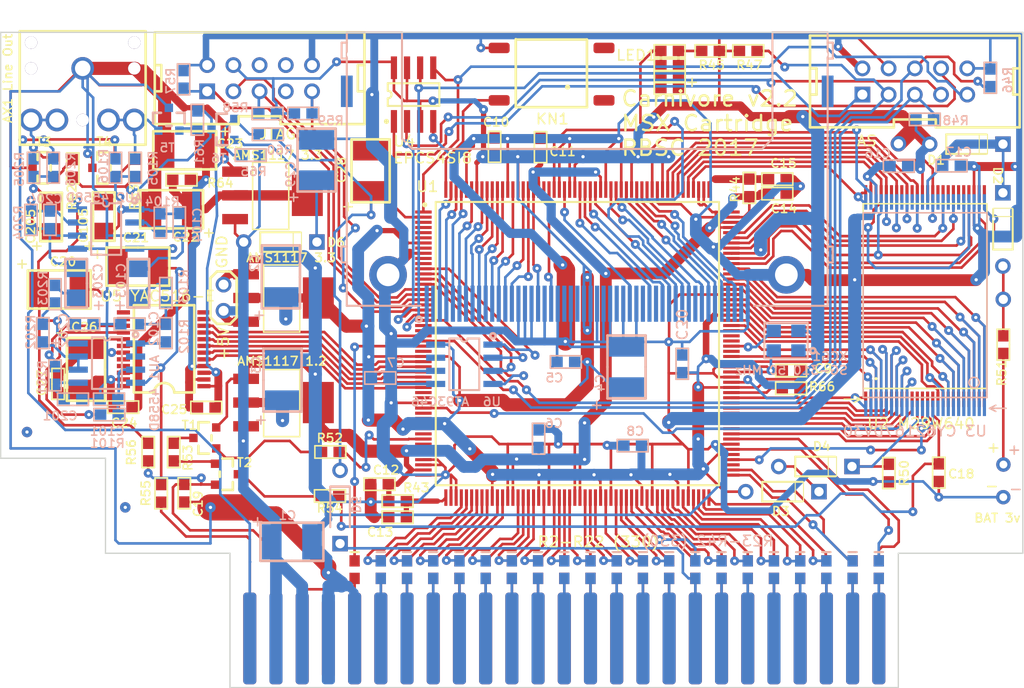
<source format=kicad_pcb>
(kicad_pcb (version 20221018) (generator pcbnew)
  (layers (0 "F.Cu" signal) (31 "B.Cu" signal) (34 "B.Paste" user) (35 "F.Paste" user) (36 "B.SilkS" user "B.Silkscreen") (37 "F.SilkS" user "F.Silkscreen") (38 "B.Mask" user) (39 "F.Mask" user) (44 "Edge.Cuts" user))
  (net 0 "")
  (net 1 "D0")
  (net 2 "D1")
  (net 3 "D2")
  (net 4 "D3")
  (net 5 "D4")
  (net 6 "D5")
  (net 7 "D6")
  (net 8 "D7")
  (net 9 "A15")
  (net 10 "A10")
  (net 11 "A6")
  (net 12 "A8")
  (net 13 "A13")
  (net 14 "A0")
  (net 15 "A2")
  (net 16 "A4")
  (net 17 "A9")
  (net 18 "A11")
  (net 19 "A7")
  (net 20 "A12")
  (net 21 "A14")
  (net 22 "A1")
  (net 23 "A3")
  (net 24 "A5")
  (net 25 "~RESET")
  (net 26 "~WR")
  (net 27 "~RD")
  (net 28 "~SLTSL")
  (net 29 "GND")
  (net 30 "VCC5")
  (net 31 "NET00007")
  (net 32 "LRCK")
  (net 33 "V1.2")
  (net 34 "NET00018")
  (net 35 "NET00019")
  (net 36 "RA21")
  (net 37 "DATA0")
  (net 38 "NCE")
  (net 39 "CONF_DONE")
  (net 40 "NCONFIG")
  (net 41 "R~RP")
  (net 42 "~CS2")
  (net 43 "~RFSH")
  (net 44 "~INT")
  (net 45 "~BUSDIR")
  (net 46 "~MREQ")
  (net 47 "RSW1")
  (net 48 "CLC")
  (net 49 "~IORQ")
  (net 50 "~M1")
  (net 51 "~WAIT")
  (net 52 "RSW2")
  (net 53 "~CS12")
  (net 54 "~CS1")
  (net 55 "SLT~CS2")
  (net 56 "SLT~SLTSL")
  (net 57 "SLT~RFSH")
  (net 58 "SLT~INT")
  (net 59 "SLT~BUSDIR")
  (net 60 "SLT_MREQ")
  (net 61 "SLT~RD")
  (net 62 "STLRSW1")
  (net 63 "SLTA15")
  (net 64 "SLTA10")
  (net 65 "SLTA6")
  (net 66 "SLTA8")
  (net 67 "SLTCLC")
  (net 68 "SLTA13")
  (net 69 "SLTA0")
  (net 70 "SLTA2")
  (net 71 "SLTA4")
  (net 72 "SLTD0")
  (net 73 "SLTD2")
  (net 74 "SLTD4")
  (net 75 "SLTD6")
  (net 76 "SLT~CS1")
  (net 77 "SLT~CS12")
  (net 78 "SLTRSW2")
  (net 79 "SLT~WAIT")
  (net 80 "SLT~M1")
  (net 81 "SLT~IORQ")
  (net 82 "SLT~WR")
  (net 83 "SLT~RESET")
  (net 84 "SLTA9")
  (net 85 "SLTA11")
  (net 86 "SLTA7")
  (net 87 "SLTA12")
  (net 88 "SLTA14")
  (net 89 "SLTA1")
  (net 90 "SLTA3")
  (net 91 "SLTA5")
  (net 92 "SLTD1")
  (net 93 "SLTD3")
  (net 94 "SLTD5")
  (net 95 "SLTD7")
  (net 96 "RVPPE")
  (net 97 "RA0")
  (net 98 "R~E")
  (net 99 "R~G")
  (net 100 "RDQ0")
  (net 101 "RDQ8")
  (net 102 "RDQ1")
  (net 103 "RDQ9")
  (net 104 "RDQ2")
  (net 105 "RDQ10")
  (net 106 "RDQ3")
  (net 107 "RDQ11")
  (net 108 "RDQ4")
  (net 109 "RDQ12")
  (net 110 "RDQ5")
  (net 111 "RDQ13")
  (net 112 "RDQ6")
  (net 113 "RDQ14")
  (net 114 "RDQ7")
  (net 115 "RDQ15A-1")
  (net 116 "~CSRAM")
  (net 117 "RA16")
  (net 118 "RA1")
  (net 119 "RA2")
  (net 120 "RA3")
  (net 121 "RA4")
  (net 122 "RA5")
  (net 123 "RA6")
  (net 124 "RA7")
  (net 125 "RA17")
  (net 126 "TCK")
  (net 127 "TDO")
  (net 128 "TMS")
  (net 129 "CE2")
  (net 130 "R~W")
  (net 131 "RA20")
  (net 132 "RA19")
  (net 133 "RA8")
  (net 134 "RA9")
  (net 135 "RA10")
  (net 136 "RA11")
  (net 137 "RA12")
  (net 138 "RA13")
  (net 139 "RA14")
  (net 140 "RA15")
  (net 141 "VCCRAM")
  (net 142 "NET00022")
  (net 143 "NET00023")
  (net 144 "V12")
  (net 145 "DCLK")
  (net 146 "NCS0")
  (net 147 "ADSO")
  (net 148 "R~RB")
  (net 149 "RA18")
  (net 150 "NET00004")
  (net 151 "NET00005")
  (net 152 "NET00006")
  (net 153 "NET00008")
  (net 154 "VPP12")
  (net 155 "SLTSOUND")
  (net 156 "LAUDIOR")
  (net 157 "LAUDOL")
  (net 158 "NET00024")
  (net 159 "SDATA")
  (net 160 "BICK")
  (net 161 "V3.3")
  (net 162 "HD10")
  (net 163 "HD9")
  (net 164 "HD2")
  (net 165 "HD8")
  (net 166 "HD1")
  (net 167 "HD0")
  (net 168 "HA0")
  (net 169 "NET00020")
  (net 170 "HA1")
  (net 171 "HA2")
  (net 172 "~HRST")
  (net 173 "~HWR")
  (net 174 "~HRD")
  (net 175 "~HCS3")
  (net 176 "~HCS1")
  (net 177 "HD15")
  (net 178 "HD7")
  (net 179 "HD14")
  (net 180 "HD6")
  (net 181 "HD13")
  (net 182 "HD5")
  (net 183 "HD12")
  (net 184 "HD4")
  (net 185 "HD11")
  (net 186 "HD3")
  (net 187 "TDI")
  (net 188 "NET00000")
  (net 189 "NSTATUS")
  (net 190 "CF_LED")
  (net 191 "CKS")
  (net 192 "MCLK")
  (net 193 "~IC")
  (net 194 "VDDDA")
  (net 195 "NET00025")
  (net 196 "NET00026")
  (net 197 "NET00027")
  (net 198 "NET00028")
  (net 199 "NET00029")
  (net 200 "NET00040")
  (net 201 "NET00031")
  (net 202 "NET00036")
  (net 203 "NET00033")
  (net 204 "NET00058")
  (net 205 "NET00037")
  (net 206 "NET00038")
  (net 207 "NET00047")
  (net 208 "NET00041")
  (net 209 "NET00042")
  (net 210 "NET00048")
  (net 211 "NET00049")
  (net 212 "-V12")
  (net 213 "+AV12")
  (net 214 "-AV12")
  (net 215 "NET00045")
  (net 216 "NET00046")
  (net 217 "NET00050")
  (net 218 "NET00051")
  (net 219 "NET00052")
  (net 220 "NET00053")
  (net 221 "NET00054")
  (net 222 "NET00055")
  (net 223 "EEDO")
  (net 224 "NET00057")
  (net 225 "EEDI")
  (net 226 "EECK")
  (net 227 "EECS")
  (net 228 "KN0")
  (footprint "R_0603_1" (layer "F.Cu") (at 112.5855 88.0872 -90)
    (fp_text reference "R55" hide)
    (fp_text value "220" hide)
  )
  (footprint "M29W320DXXXNXX_1" (layer "F.Cu") (at 180.8607 79.8195 90)
    (fp_text reference "U2" hide)
    (fp_text value "" hide)
  )
  (footprint "C_0603_1" (layer "F.Cu") (at 187.9473 87.7824 90)
    (fp_text reference "C18" hide)
    (fp_text value "0.1mk" hide)
  )
  (footprint "" (layer "F.Cu") (at 184.0357 55.0545)
    (fp_text reference "")
    (fp_text value "")
  )
  (footprint "C_1812_1" (layer "F.Cu") (at 111.6457 61.4045)
    (fp_text reference "C22" hide)
    (fp_text value "10mk" hide)
  )
  (footprint "C0603_1" (layer "F.Cu") (at 169.4307 96.3295 -90)
    (fp_text reference "R17" hide)
    (fp_text value "331" hide)
  )
  (footprint "IDC10M_1" (layer "F.Cu") (at 180.5432 50.292 180)
    (fp_text reference ".6" hide)
    (fp_text value "" hide)
  )
  (footprint "C_0603_1" (layer "F.Cu") (at 161.01695 48.54575)
    (fp_text reference "LED3" hide)
    (fp_text value "" hide)
  )
  (footprint "SOT-23(A1A2K)_1" (layer "F.Cu") (at 117.8052 86.0679 -90)
    (fp_text reference "T2" hide)
    (fp_text value "2SA733" hide)
  )
  (footprint "R_0603_1" (layer "F.Cu") (at 134.6454 89.6874)
    (fp_text reference "R43" hide)
    (fp_text value "10" hide)
  )
  (footprint "C_0603_1" (layer "F.Cu") (at 134.6454 91.2495)
    (fp_text reference "C13" hide)
    (fp_text value "0.1mk" hide)
  )
  (footprint "SOT-23(A1A2K)_1" (layer "F.Cu") (at 108.1278 58.4073 90)
    (fp_text reference "T4" hide)
    (fp_text value "2SC945" hide)
  )
  (footprint "R_0603_1" (layer "F.Cu") (at 113.70945 58.547)
    (fp_text reference "R64" hide)
    (fp_text value "10" hide)
  )
  (footprint "C0603_1" (layer "F.Cu") (at 131.3307 96.3295 -90)
    (fp_text reference "R2" hide)
    (fp_text value "331" hide)
  )
  (footprint "C_0603_1" (layer "F.Cu") (at 114.8207 88.0745 -90)
    (fp_text reference "C19" hide)
    (fp_text value "0.1mk" hide)
  )
  (footprint "DIODE_1N4148_1" (layer "F.Cu") (at 190.6143 55.0926)
    (fp_text reference "D1" hide)
    (fp_text value "D9" hide)
  )
  (footprint "C0603_1" (layer "F.Cu") (at 179.5907 96.3295 -90)
    (fp_text reference "R21" hide)
    (fp_text value "331" hide)
  )
  (footprint "C0603_1" (layer "F.Cu") (at 151.6507 96.3295 -90)
    (fp_text reference "R10" hide)
    (fp_text value "331" hide)
  )
  (footprint "C0603_1" (layer "F.Cu") (at 141.4907 96.3295 -90)
    (fp_text reference "R6" hide)
    (fp_text value "331" hide)
  )
  (footprint "C0603_1" (layer "F.Cu") (at 156.7307 96.3295 -90)
    (fp_text reference "R12" hide)
    (fp_text value "331" hide)
  )
  (footprint "C0603_1" (layer "F.Cu") (at 171.9707 96.3295 -90)
    (fp_text reference "R18" hide)
    (fp_text value "331" hide)
  )
  (footprint "ST-222_1" (layer "F.Cu") (at 104.9782 47.752)
    (fp_text reference "AX1" hide)
    (fp_text value "{Value}" hide)
  )
  (footprint "C0603_1" (layer "F.Cu") (at 182.1307 96.3295 -90)
    (fp_text reference "R22" hide)
    (fp_text value "331" hide)
  )
  (footprint "" (layer "F.Cu") (at 179.5907 91.75953)
    (fp_text reference "")
    (fp_text value "")
  )
  (footprint "C0603_1" (layer "F.Cu") (at 133.8707 96.3295 -90)
    (fp_text reference "R3" hide)
    (fp_text value "331" hide)
  )
  (footprint "R_0603_1" (layer "F.Cu") (at 104.013 58.293 90)
    (fp_text reference "R62" hide)
    (fp_text value "2.2k" hide)
  )
  (footprint "EP2C5Q208C8_1" (layer "F.Cu") (at 152.9207 74.422)
    (fp_text reference "U1" hide)
    (fp_text value "" hide)
  )
  (footprint "C_1812_1" (layer "F.Cu") (at 104.6607 69.18325 180)
    (fp_text reference "C20" hide)
    (fp_text value "100mk 16v" hide)
  )
  (footprint "C_0603_1" (layer "F.Cu") (at 102.59695 79.1845 90)
    (fp_text reference "C27" hide)
    (fp_text value "0.1mk" hide)
  )
  (footprint "C0603_1" (layer "F.Cu") (at 149.1107 96.3295 -90)
    (fp_text reference "R9" hide)
    (fp_text value "331" hide)
  )
  (footprint "C0603_1" (layer "F.Cu") (at 164.3507 96.3295 -90)
    (fp_text reference "R15" hide)
    (fp_text value "331" hide)
  )
  (footprint "C0603_1" (layer "F.Cu") (at 177.0507 96.3295 -90)
    (fp_text reference "R20" hide)
    (fp_text value "331" hide)
  )
  (footprint "" (layer "F.Cu") (at 194.1957 70.13575)
    (fp_text reference "")
    (fp_text value "")
  )
  (footprint "KNS01_1" (layer "F.Cu") (at 150.4188 48.3108 90)
    (fp_text reference ".1" hide)
    (fp_text value "" hide)
  )
  (footprint "R_0603_1" (layer "F.Cu") (at 168.6306 46.0629)
    (fp_text reference "R47" hide)
    (fp_text value "10k" hide)
  )
  (footprint "C_0603_1" (layer "F.Cu") (at 171.45 59.8932)
    (fp_text reference "C14" hide)
    (fp_text value "0.1mk" hide)
  )
  (footprint "EPCS4SI8_1" (layer "F.Cu") (at 137.0457 50.292)
    (fp_text reference "U4" hide)
    (fp_text value "" hide)
  )
  (footprint "C0603_1" (layer "F.Cu") (at 138.9507 96.3295 -90)
    (fp_text reference "R5" hide)
    (fp_text value "331" hide)
  )
  (footprint "R_0603_1" (layer "F.Cu") (at 128.1303 84.9249)
    (fp_text reference "R52" hide)
    (fp_text value "10k" hide)
  )
  (footprint "DIODE_1N4148_1" (layer "F.Cu") (at 194.1576 63.3603 90)
    (fp_text reference "D2" hide)
    (fp_text value "D9" hide)
  )
  (footprint "R_0603_1" (layer "F.Cu") (at 194.1957 75.3745 90)
    (fp_text reference "R51" hide)
    (fp_text value "1k" hide)
  )
  (footprint "C_1206_1" (layer "F.Cu") (at 107.0229 63.5127 90)
    (fp_text reference "C105" hide)
    (fp_text value "4.7mk 25v" hide)
  )
  (footprint "IDC10M_1" (layer "F.Cu") (at 117.0432 49.9745 180)
    (fp_text reference ".7" hide)
    (fp_text value "" hide)
  )
  (footprint "C_0603_1" (layer "F.Cu") (at 117.8052 80.6196 180)
    (fp_text reference "C25" hide)
    (fp_text value "0.1mk" hide)
  )
  (footprint "SOT-23(A1A2K)_1" (layer "F.Cu") (at 117.9195 84.582 90)
    (fp_text reference "T1" hide)
    (fp_text value "2SC945" hide)
  )
  (footprint "C_0603_1" (layer "F.Cu") (at 171.45 58.4835)
    (fp_text reference "C15" hide)
    (fp_text value "0.1mk" hide)
  )
  (footprint "" (layer "F.Cu") (at 194.1957 89.3064)
    (fp_text reference "")
    (fp_text value "")
  )
  (footprint "C0603_1" (layer "F.Cu") (at 174.5107 96.3295 -90)
    (fp_text reference "R19" hide)
    (fp_text value "331" hide)
  )
  (footprint "C_0603_1" (layer "F.Cu") (at 161.01695 49.657)
    (fp_text reference "LED4" hide)
    (fp_text value "" hide)
  )
  (footprint "C0603_1" (layer "F.Cu") (at 161.8107 96.3295 -90)
    (fp_text reference "R14" hide)
    (fp_text value "331" hide)
  )
  (footprint "C_1812_1" (layer "F.Cu") (at 105.2957 78.867 90)
    (fp_text reference "C26" hide)
    (fp_text value "10mk" hide)
  )
  (footprint "ADP3338_1" (layer "F.Cu") (at 120.8151 67.7037 -90)
    (fp_text reference "UCT2" hide)
    (fp_text value "3.3v" hide)
  )
  (footprint "C_1812_1" (layer "F.Cu") (at 132.8801 55.7276 -90)
    (fp_text reference "C28" hide)
    (fp_text value "10mk" hide)
  )
  (footprint "C_1206_1" (layer "F.Cu") (at 101.9175 63.5508 90)
    (fp_text reference "C205" hide)
    (fp_text value "4.7mk 25v" hide)
  )
  (footprint "R_0603_1" (layer "F.Cu") (at 169.5831 58.4835 -90)
    (fp_text reference "R44" hide)
    (fp_text value "10" hide)
  )
  (footprint "C_0603_1" (layer "F.Cu") (at 144.8943 56.1975 90)
    (fp_text reference "C10" hide)
    (fp_text value "0.1mk" hide)
  )
  (footprint "C_0603_1" (layer "F.Cu") (at 132.8928 88.0491)
    (fp_text reference "C12" hide)
    (fp_text value "0.1mk" hide)
  )
  (footprint "R_0603_1" (layer "F.Cu") (at 164.973 46.0629)
    (fp_text reference "R45" hide)
    (fp_text value "220" hide)
  )
  (footprint "C_1812_1" (layer "F.Cu") (at 112.9157 55.6895)
    (fp_text reference "C23" hide)
    (fp_text value "10mk" hide)
  )
  (footprint "C_0603_1" (layer "F.Cu") (at 172.7835 77.0382)
    (fp_text reference "C9" hide)
    (fp_text value "0.1mk" hide)
  )
  (footprint "C_0603_1" (layer "F.Cu") (at 161.0106 46.0629)
    (fp_text reference "LED1" hide)
    (fp_text value "" hide)
  )
  (footprint "JUMPER_1" (layer "F.Cu") (at 118.6307 68.707 -90)
    (fp_text reference ".3" hide)
    (fp_text value "" hide)
  )
  (footprint "ADP3338_1" (layer "F.Cu") (at 119.7483 57.7596 -90)
    (fp_text reference "UCT3" hide)
    (fp_text value "3.3v" hide)
  )
  (footprint "DIODE_1N4148_1" (layer "F.Cu") (at 175.9839 86.3346)
    (fp_text reference "D4" hide)
    (fp_text value "1N4148" hide)
  )
  (footprint "R_0603_1" (layer "F.Cu") (at 113.8047 84.0867 -90)
    (fp_text reference "R53" hide)
    (fp_text value "2.2k" hide)
  )
  (footprint "C_0603_1" (layer "F.Cu") (at 108.0516 80.5815)
    (fp_text reference "C24" hide)
    (fp_text value "0.1mk" hide)
  )
  (footprint "" (layer "F.Cu") (at 123.7107 86.56066)
    (fp_text reference "")
    (fp_text value "")
  )
  (footprint "C_0603_1" (layer "F.Cu") (at 161.01695 47.4345)
    (fp_text reference "LED2" hide)
    (fp_text value "" hide)
  )
  (footprint "C0603_1" (layer "F.Cu") (at 166.8907 96.3295 -90)
    (fp_text reference "R16" hide)
    (fp_text value "331" hide)
  )
  (footprint "SOT-23(A1A2K)_1" (layer "F.Cu") (at 102.3366 58.4073 90)
    (fp_text reference "T5" hide)
    (fp_text value "2SC945" hide)
  )
  (footprint "DIODE_1N4148_1" (layer "F.Cu") (at 124.1298 64.5795)
    (fp_text reference "D6" hide)
    (fp_text value "1N4148" hide)
  )
  (footprint "" (layer "F.Cu") (at 194.2084 86.1441)
    (fp_text reference "")
    (fp_text value "")
  )
  (footprint "R_0603_1" (layer "F.Cu") (at 110.0709 58.2549 90)
    (fp_text reference "R63" hide)
    (fp_text value "2.2k" hide)
  )
  (footprint "C0603_1" (layer "F.Cu") (at 144.0307 96.3295 -90)
    (fp_text reference "R7" hide)
    (fp_text value "331" hide)
  )
  (footprint "C_0603_1" (layer "F.Cu") (at 149.352 56.2356 90)
    (fp_text reference "C11" hide)
    (fp_text value "0.1mk" hide)
  )
  (footprint "C0603_1" (layer "F.Cu") (at 146.5707 96.3295 -90)
    (fp_text reference "R8" hide)
    (fp_text value "331" hide)
  )
  (footprint "EDGE50/MSX_1" (layer "F.Cu") (at 182.1307 102.997)
    (fp_text reference ".2" hide)
    (fp_text value "" hide)
  )
  (footprint "C0603_1" (layer "F.Cu") (at 136.4107 96.3295 -90)
    (fp_text reference "R4" hide)
    (fp_text value "331" hide)
  )
  (footprint "R_0603_1" (layer "F.Cu") (at 172.7835 78.7527)
    (fp_text reference "R66" hide)
    (fp_text value "10k" hide)
  )
  (footprint "C0603_1" (layer "F.Cu") (at 154.1907 96.3295 -90)
    (fp_text reference "R11" hide)
    (fp_text value "331" hide)
  )
  (footprint "R_0603_1" (layer "F.Cu") (at 128.0922 89.1921)
    (fp_text reference "R54" hide)
    (fp_text value "10" hide)
  )
  (footprint "R_0603_1" (layer "F.Cu") (at 183.1086 87.8205 90)
    (fp_text reference "R50" hide)
    (fp_text value "10k" hide)
  )
  (footprint "R_0603_1" (layer "F.Cu") (at 111.3282 84.0867 -90)
    (fp_text reference "R56" hide)
    (fp_text value "220" hide)
  )
  (footprint "ADP3338_1" (layer "F.Cu") (at 120.8151 77.8383 -90)
    (fp_text reference "UCT1" hide)
    (fp_text value "1.2v" hide)
  )
  (footprint "C0603_1" (layer "F.Cu") (at 159.2707 96.3295 -90)
    (fp_text reference "R13" hide)
    (fp_text value "331" hide)
  )
  (footprint "DIODE_1N4148_1" (layer "F.Cu") (at 172.7835 88.773)
    (fp_text reference "D3" hide)
    (fp_text value "1N4148" hide)
  )
  (footprint "YAC516-E_1" (layer "F.Cu") (at 116.7257 78.5495 180)
    (fp_text reference "U5" hide)
    (fp_text value "" hide)
  )
  (footprint "C_1812_1" (layer "F.Cu") (at 112.2807 66.96075 180)
    (fp_text reference "C21" hide)
    (fp_text value "100mk 16v" hide)
  )
  (footprint "C_0603_1" (layer "B.Cu") (at 104.8893 79.8195)
    (fp_text reference "C201" hide)
    (fp_text value "1n" hide)
  )
  (footprint "C0603_1" (layer "B.Cu") (at 164.3507 96.3295 90)
    (fp_text reference "R30" hide)
    (fp_text value "331" hide)
  )
  (footprint "SOT-23(A1A2K)_1" (layer "B.Cu") (at 119.6721 52.6542 90)
    (fp_text reference "T6" hide)
    (fp_text value "2SA733" hide)
  )
  (footprint "R_0603_1" (layer "B.Cu") (at 123.7488 52.1208)
    (fp_text reference "R58" hide)
    (fp_text value "1k" hide)
  )
  (footprint "4558D_1" (layer "B.Cu") (at 107.2515 63.3222 90)
    (fp_text reference "AU2" hide)
    (fp_text value "" hide)
  )
  (footprint "C_1812_1" (layer "B.Cu") (at 127.6477 54.6862 90)
    (fp_text reference "C29" hide)
    (fp_text value "22mk" hide)
  )
  (footprint "SG-310_1" (layer "B.Cu") (at 174.3456 75.0951)
    (fp_text reference "U7" hide)
    (fp_text value "50 MHz" hide)
  )
  (footprint "C0603_1" (layer "B.Cu") (at 154.1907 96.3295 90)
    (fp_text reference "R34" hide)
    (fp_text value "331" hide)
  )
  (footprint "C_1206_1" (layer "B.Cu") (at 110.3757 69.977 -90)
    (fp_text reference "C103" hide)
    (fp_text value "4.7mk 25v" hide)
  )
  (footprint "C0603_1" (layer "B.Cu") (at 177.0507 96.3295 90)
    (fp_text reference "R25" hide)
    (fp_text value "331" hide)
  )
  (footprint "C0603_1" (layer "B.Cu") (at 156.7307 96.3295 90)
    (fp_text reference "R33" hide)
    (fp_text value "331" hide)
  )
  (footprint "C_0603_1" (layer "B.Cu") (at 149.1615 82.7913 90)
    (fp_text reference "C6" hide)
    (fp_text value "0.1mk" hide)
  )
  (footprint "C_0603_1" (layer "B.Cu") (at 110.3757 72.5424)
    (fp_text reference "C102" hide)
    (fp_text value "1n" hide)
  )
  (footprint "CF-50-001_1" (layer "B.Cu") (at 153.8732 44.2595 180)
    (fp_text reference "XC1" hide)
    (fp_text value "" hide)
  )
  (footprint "R_0603_1" (layer "B.Cu") (at 102.2985 76.6572 90)
    (fp_text reference "R201" hide)
    (fp_text value "10k" hide)
  )
  (footprint "R_0603_1" (layer "B.Cu") (at 125.5014 52.1208 180)
    (fp_text reference "R59" hide)
    (fp_text value "1k" hide)
  )
  (footprint "R_0603_1" (layer "B.Cu") (at 112.5093 63.5508 -90)
    (fp_text reference "R104" hide)
    (fp_text value "100k" hide)
  )
  (footprint "C_0603_1" (layer "B.Cu") (at 150.9522 76.2 180)
    (fp_text reference "C5" hide)
    (fp_text value "0.1mk" hide)
  )
  (footprint "C0603_1" (layer "B.Cu") (at 179.5907 96.3295 90)
    (fp_text reference "R24" hide)
    (fp_text value "331" hide)
  )
  (footprint "C_0603_1" (layer "B.Cu") (at 101.8032 63.2841 -90)
    (fp_text reference "C204" hide)
    (fp_text value "390p" hide)
  )
  (footprint "M93C46MN1_1" (layer "B.Cu") (at 141.9606 76.4286 90)
    (fp_text reference "U6" hide)
    (fp_text value "" hide)
  )
  (footprint "R_0603_1" (layer "B.Cu") (at 113.0427 74.2569 -90)
    (fp_text reference "R102" hide)
    (fp_text value "4.7k" hide)
  )
  (footprint "C_0603_1" (layer "B.Cu") (at 114.3381 63.5127 -90)
    (fp_text reference "C104" hide)
    (fp_text value "390p" hide)
  )
  (footprint "C0603_1" (layer "B.Cu") (at 149.1107 96.3295 90)
    (fp_text reference "R36" hide)
    (fp_text value "331" hide)
  )
  (footprint "C_0603_1" (layer "B.Cu") (at 104.2797 72.5424 180)
    (fp_text reference "C202" hide)
    (fp_text value "1n" hide)
  )
  (footprint "R_0603_1" (layer "B.Cu") (at 122.0724 54.1401 180)
    (fp_text reference "R60" hide)
    (fp_text value "10k" hide)
  )
  (footprint "C0603_1" (layer "B.Cu") (at 171.9707 96.3295 90)
    (fp_text reference "R27" hide)
    (fp_text value "331" hide)
  )
  (footprint "R_0603_1" (layer "B.Cu") (at 192.9384 47.8155 90)
    (fp_text reference "R46" hide)
    (fp_text value "10k" hide)
  )
  (footprint "C_1206_1" (layer "B.Cu") (at 104.3432 69.977 -90)
    (fp_text reference "C203" hide)
    (fp_text value "4.7mk 25v" hide)
  )
  (footprint "C0603_1" (layer "B.Cu") (at 138.9507 96.3295 90)
    (fp_text reference "R40" hide)
    (fp_text value "331" hide)
  )
  (footprint "CY62167DV30_1" (layer "B.Cu") (at 192.3669 80.6958 -90)
    (fp_text reference "U3" hide)
    (fp_text value "" hide)
  )
  (footprint "R_0603_1" (layer "B.Cu") (at 113.0427 70.3707 -90)
    (fp_text reference "R103" hide)
    (fp_text value "4.7k" hide)
  )
  (footprint "R_0603_1" (layer "B.Cu") (at 114.7572 47.9679 90)
    (fp_text reference "R57" hide)
    (fp_text value "1K" hide)
  )
  (footprint "R_0603_1" (layer "B.Cu") (at 122.1105 56.1594)
    (fp_text reference "R65" hide)
    (fp_text value "10k" hide)
  )
  (footprint "C_0603_1" (layer "B.Cu") (at 106.68 79.8195 180)
    (fp_text reference "C101" hide)
    (fp_text value "1n" hide)
  )
  (footprint "C0603_1" (layer "B.Cu") (at 166.8907 96.3295 90)
    (fp_text reference "R29" hide)
    (fp_text value "331" hide)
  )
  (footprint "C_1812_1" (layer "B.Cu") (at 124.18695 66.00825 90)
    (fp_text reference "C2" hide)
    (fp_text value "10mk" hide)
  )
  (footprint "C_0603_1" (layer "B.Cu") (at 134.66445 77.75575)
    (fp_text reference "C7" hide)
    (fp_text value "0.1mk" hide)
  )
  (footprint "R_0603_1" (layer "B.Cu") (at 116.0907 51.8795 90)
    (fp_text reference "R61" hide)
    (fp_text value "2.2k" hide)
  )
  (footprint "C0603_1" (layer "B.Cu") (at 136.4107 96.3295 90)
    (fp_text reference "R41" hide)
    (fp_text value "331" hide)
  )
  (footprint "C_0603_1" (layer "B.Cu") (at 188.3283 57.1881 180)
    (fp_text reference "C17" hide)
    (fp_text value "0.1mk" hide)
  )
  (footprint "C0603_1" (layer "B.Cu") (at 161.8107 96.3295 90)
    (fp_text reference "R31" hide)
    (fp_text value "331" hide)
  )
  (footprint "C_1812_1" (layer "B.Cu") (at 157.6832 74.7395 90)
    (fp_text reference "C4" hide)
    (fp_text value "10mk" hide)
  )
  (footprint "C_1812_1" (layer "B.Cu") (at 127.2032 93.63075)
    (fp_text reference "C1" hide)
    (fp_text value "10mk" hide)
  )
  (footprint "C0603_1" (layer "B.Cu") (at 133.8707 96.3295 90)
    (fp_text reference "R42" hide)
    (fp_text value "331" hide)
  )
  (footprint "R_0603_1" (layer "B.Cu") (at 100.2157 58.2295 -90)
    (fp_text reference "R205" hide)
    (fp_text value "1.8k" hide)
  )
  (footprint "R_0603_1" (layer "B.Cu") (at 99.9744 63.2841 -90)
    (fp_text reference "R204" hide)
    (fp_text value "100k" hide)
  )
  (footprint "DIODE_1N4148_1" (layer "B.Cu") (at 129.921 90.2589 90)
    (fp_text reference "D5" hide)
    (fp_text value "1N4148" hide)
  )
  (footprint "R_0603_1" (layer "B.Cu") (at 106.7181 81.3054 180)
    (fp_text reference "R101" hide)
    (fp_text value "10k" hide)
  )
  (footprint "C_0603_1" (layer "B.Cu") (at 163.0807 75.53325 90)
    (fp_text reference "C30")
    (fp_text value "0.1mk" hide)
  )
  (footprint "SOT-23(A1A2K)_1" (layer "B.Cu") (at 114.34445 53.7845)
    (fp_text reference "T3" hide)
    (fp_text value "2SC945" hide)
  )
  (footprint "R_0603_1" (layer "B.Cu") (at 108.1532 58.2295 -90)
    (fp_text reference "R106" hide)
    (fp_text value "1k" hide)
  )
  (footprint "C0603_1" (layer "B.Cu") (at 182.1307 96.3295 90)
    (fp_text reference "R23" hide)
    (fp_text value "331" hide)
  )
  (footprint "R_0603_1" (layer "B.Cu") (at 185.7375 52.6923 180)
    (fp_text reference "R48" hide)
    (fp_text value "10k" hide)
  )
  (footprint "C0603_1" (layer "B.Cu") (at 169.4307 96.3295 90)
    (fp_text reference "R28" hide)
    (fp_text value "331" hide)
  )
  (footprint "C0603_1" (layer "B.Cu") (at 159.2707 96.3295 90)
    (fp_text reference "R32" hide)
    (fp_text value "331" hide)
  )
  (footprint "C_0603_1" (layer "B.Cu") (at 183.2229 57.2262 180)
    (fp_text reference "C16" hide)
    (fp_text value "0.1mk" hide)
  )
  (footprint "C_0603_1" (layer "B.Cu") (at 157.4292 84.3153 180)
    (fp_text reference "C8" hide)
    (fp_text value "0.1mk" hide)
  )
  (footprint "C0603_1" (layer "B.Cu") (at 141.4907 96.3295 90)
    (fp_text reference "R39" hide)
    (fp_text value "331" hide)
  )
  (footprint "C0603_1" (layer "B.Cu") (at 144.0307 96.3295 90)
    (fp_text reference "R38" hide)
    (fp_text value "331" hide)
  )
  (footprint "R_0603_1" (layer "B.Cu") (at 110.0582 58.2295 -90)
    (fp_text reference "R105" hide)
    (fp_text value "1.8k" hide)
  )
  (footprint "R_0603_1" (layer "B.Cu") (at 102.2985 70.485 -90)
    (fp_text reference "R203" hide)
    (fp_text value "4.7k" hide)
  )
  (footprint "C0603_1" (layer "B.Cu") (at 174.5107 96.3295 90)
    (fp_text reference "R26" hide)
    (fp_text value "331" hide)
  )
  (footprint "4558D_1" (layer "B.Cu") (at 107.3277 76.3143 90)
    (fp_text reference "AU1" hide)
    (fp_text value "" hide)
  )
  (footprint "C0603_1" (layer "B.Cu") (at 146.5707 96.3295 90)
    (fp_text reference "R37" hide)
    (fp_text value "331" hide)
  )
  (footprint "R_0603_1" (layer "B.Cu") (at 102.1207 58.2295 -90)
    (fp_text reference "R206" hide)
    (fp_text value "1k" hide)
  )
  (footprint "C0603_1" (layer "B.Cu") (at 151.6507 96.3295 90)
    (fp_text reference "R35" hide)
    (fp_text value "331" hide)
  )
  (footprint "R_0603_1" (layer "B.Cu") (at 101.1174 74.2569 -90)
    (fp_text reference "R202" hide)
    (fp_text value "4.7k" hide)
  )
  (footprint "C_1812_1" (layer "B.Cu") (at 124.3457 76.0095 90)
    (fp_text reference "C3" hide)
    (fp_text value "10mk" hide)
  )
  (gr_line (start 153.8478 44.958) (end 153.8478 51.5112) (stroke (width 0.254)) (layer "F.SilkS"))
  (gr_circle (center 151.96765 49.5641) (end 151.96765 49.5641) (stroke (width 0.254)) (fill none) (layer "F.SilkS"))
  (gr_line (start 146.9517 51.5112) (end 146.9517 44.9199) (stroke (width 0.254)) (layer "F.SilkS"))
  (gr_line (start 146.9517 44.958) (end 153.8478 44.958) (stroke (width 0.254)) (layer "F.SilkS"))
  (gr_line (start 153.8478 51.5112) (end 146.9517 51.5112) (stroke (width 0.254)) (layer "F.SilkS"))
  (gr_line (start 119.5705 107.7595) (end 184.023 107.7595) (stroke (width 0.127)) (layer "Edge.Cuts"))
  (gr_line (start 107.188 94.742) (end 119.253 94.742) (stroke (width 0.127)) (layer "Edge.Cuts"))
  (gr_line (start 119.253 107.7595) (end 119.5705 107.7595) (stroke (width 0.127)) (layer "Edge.Cuts"))
  (gr_line (start 107.188 85.5345) (end 107.188 94.742) (stroke (width 0.127)) (layer "Edge.Cuts"))
  (gr_line (start 97.028 44.2595) (end 97.028 49.657) (stroke (width 0.127)) (layer "Edge.Cuts"))
  (gr_line (start 184.023 107.7595) (end 184.023 94.742) (stroke (width 0.127)) (layer "Edge.Cuts"))
  (gr_line (start 97.028 85.5345) (end 107.188 85.5345) (stroke (width 0.127)) (layer "Edge.Cuts"))
  (gr_line (start 196.088 94.742) (end 196.088 44.2595) (stroke (width 0.127)) (layer "Edge.Cuts"))
  (gr_line (start 119.253 94.742) (end 119.253 107.7595) (stroke (width 0.127)) (layer "Edge.Cuts"))
  (gr_line (start 196.088 44.2595) (end 103.6955 44.2595) (stroke (width 0.127)) (layer "Edge.Cuts"))
  (gr_line (start 103.6955 44.2595) (end 97.028 44.2595) (stroke (width 0.127)) (layer "Edge.Cuts"))
  (gr_line (start 97.028 49.657) (end 97.028 85.5345) (stroke (width 0.127)) (layer "Edge.Cuts"))
  (gr_line (start 184.023 94.742) (end 196.088 94.742) (stroke (width 0.127)) (layer "Edge.Cuts"))
  (gr_text "R61" (at 116.7765 54.483 90) (layer "B.SilkS") (effects (font (size 0.83312 0.8763) (thickness 0.154)) (justify left bottom mirror)))
  (gr_text "AU2 4558D" (at 110.8329 60.7695 360) (layer "B.SilkS") (effects (font (size 0.83312 0.8763) (thickness 0.154)) (justify left bottom mirror)))
  (gr_text "C202" (at 103.5939 71.3613 90) (layer "B.SilkS") (effects (font (size 0.83312 0.8763) (thickness 0.154)) (justify left bottom mirror)))
  (gr_text "T6" (at 119.0244 56.9595 360) (layer "B.SilkS") (effects (font (size 0.83312 0.8763) (thickness 0.154)) (justify left bottom mirror)))
  (gr_text "C6\n" (at 151.5999 82.6389 360) (layer "B.SilkS") (effects (font (size 0.83312 0.8763) (thickness 0.154)) (justify left bottom mirror)))
  (gr_text "R58" (at 121.158 52.0446 360) (layer "B.SilkS") (effects (font (size 0.83312 0.8763) (thickness 0.154)) (justify left bottom mirror)))
  (gr_text "R104" (at 114.4905 61.1505 360) (layer "B.SilkS") (effects (font (size 0.83312 0.8763) (thickness 0.154)) (justify left bottom mirror)))
  (gr_text "C29" (at 125.6157 56.642 90) (layer "B.SilkS") (effects (font (size 0.83312 0.8763) (thickness 0.154)) (justify left bottom mirror)))
  (gr_text "C1" (at 125.77445 91.56827 360) (layer "B.SilkS") (effects (font (size 0.83312 0.8763) (thickness 0.154)) (justify left bottom mirror)))
  (gr_text "R60" (at 125.45695 56.16575 360) (layer "B.SilkS") (effects (font (size 0.83312 0.8763) (thickness 0.154)) (justify left bottom mirror)))
  (gr_text "R206" (at 104.3178 55.7403 90) (layer "B.SilkS") (effects (font (size 0.83312 0.8763) (thickness 0.154)) (justify left bottom mirror)))
  (gr_text "T5" (at 114.0333 55.9308 360) (layer "B.SilkS") (effects (font (size 0.83312 0.8763) (thickness 0.154)) (justify left bottom mirror)))
  (gr_text "+" (at 101.6127 74.8665) (layer "B.SilkS") (effects (font (size 1.01024 1.0626) (thickness 0.154)) (justify left bottom)))
  (gr_text "+" (at 121.1707 92.202) (layer "B.SilkS") (effects (font (size 1.01024 1.0626) (thickness 0.154)) (justify left bottom)))
  (gr_text "C16\n" (at 183.4007 56.48325 360) (layer "B.SilkS") (effects (font (size 0.83312 0.8763) (thickness 0.154)) (justify left bottom mirror)))
  (gr_text "U6  AT93C46\n" (at 145.6182 80.5434 360) (layer "B.SilkS") (effects (font (size 0.83312 0.8763) (thickness 0.154)) (justify left bottom mirror)))
  (gr_text "C2" (at 122.12193 65.68948 90) (layer "B.SilkS") (effects (font (size 0.83312 0.8763) (thickness 0.154)) (justify left bottom mirror)))
  (gr_text "R59" (at 130.3782 53.30825 360) (layer "B.SilkS") (effects (font (size 0.83312 0.8763) (thickness 0.154)) (justify left bottom mirror)))
  (gr_text "R48\n" (at 190.9572 53.3019 360) (layer "B.SilkS") (effects (font (size 0.83312 0.8763) (thickness 0.154)) (justify left bottom mirror)))
  (gr_text "R203" (at 101.6127 67.2465 90) (layer "B.SilkS") (effects (font (size 0.83312 0.8763) (thickness 0.154)) (justify left bottom mirror)))
  (gr_text "C203" (at 106.9467 66.5607 90) (layer "B.SilkS") (effects (font (size 0.83312 0.8763) (thickness 0.154)) (justify left bottom mirror)))
  (gr_text "AU1 4558D" (at 112.4331 75.438 90) (layer "B.SilkS") (effects (font (size 0.83312 0.8763) (thickness 0.154)) (justify left bottom mirror)))
  (gr_text "R57" (at 113.9952 47.5869 90) (layer "B.SilkS") (effects (font (size 0.83312 0.8763) (thickness 0.154)) (justify left bottom mirror)))
  (gr_text "R205" (at 99.3267 55.7403 90) (layer "B.SilkS") (effects (font (size 0.83312 0.8763) (thickness 0.154)) (justify left bottom mirror)))
  (gr_text "+" (at 121.32945 72.1995) (layer "B.SilkS") (effects (font (size 1.01024 1.0626) (thickness 0.154)) (justify left bottom)))
  (gr_text "R65" (at 122.91695 58.2295 360) (layer "B.SilkS") (effects (font (size 0.83312 0.8763) (thickness 0.154)) (justify left bottom mirror)))
  (gr_text "C201" (at 104.5845 81.915 360) (layer "B.SilkS") (effects (font (size 0.83312 0.8763) (thickness 0.154)) (justify left bottom mirror)))
  (gr_text "C8\n" (at 159.4866 83.4009 360) (layer "B.SilkS") (effects (font (size 0.83312 0.8763) (thickness 0.154)) (justify left bottom mirror)))
  (gr_text "R204" (at 99.2505 60.9219 90) (layer "B.SilkS") (effects (font (size 0.83312 0.8763) (thickness 0.154)) (justify left bottom mirror)))
  (gr_text "R101" (at 109.1565 84.582 360) (layer "B.SilkS") (effects (font (size 0.83312 0.8763) (thickness 0.154)) (justify left bottom mirror)))
  (gr_text "R103" (at 115.2525 67.0941 90) (layer "B.SilkS") (effects (font (size 0.83312 0.8763) (thickness 0.154)) (justify left bottom mirror)))
  (gr_text "C104" (at 116.586 61.1505 90) (layer "B.SilkS") (effects (font (size 0.83312 0.8763) (thickness 0.154)) (justify left bottom mirror)))
  (gr_text "R202" (at 100.4316 71.5137 90) (layer "B.SilkS") (effects (font (size 0.83312 0.8763) (thickness 0.154)) (justify left bottom mirror)))
  (gr_text "R102" (at 115.2906 71.9328 90) (layer "B.SilkS") (effects (font (size 0.83312 0.8763) (thickness 0.154)) (justify left bottom mirror)))
  (gr_text "R106" (at 107.4801 55.4355 90) (layer "B.SilkS") (effects (font (size 0.83312 0.8763) (thickness 0.154)) (justify left bottom mirror)))
  (gr_text "+" (at 107.8357 71.247) (layer "B.SilkS") (effects (font (size 1.01024 1.0626) (thickness 0.154)) (justify left bottom)))
  (gr_text "R105" (at 112.2807 55.626 90) (layer "B.SilkS") (effects (font (size 0.83312 0.8763) (thickness 0.154)) (justify left bottom mirror)))
  (gr_text "+" (at 154.03195 80.93075) (layer "B.SilkS") (effects (font (size 1.01024 1.0626) (thickness 0.154)) (justify left bottom)))
  (gr_text "U3 CY62167DV30" (at 192.7098 82.9056 360) (layer "B.SilkS") (effects (font (size 1.01024 1.0626) (thickness 0.154)) (justify left mirror)))
  (gr_text "D5" (at 130.9497 90.9828 270) (layer "B.SilkS") (effects (font (size 0.83312 0.8763) (thickness 0.154)) (justify left bottom mirror)))
  (gr_text "XCG1\nSG-310 50 MHz" (at 179.2224 77.4954 360) (layer "B.SilkS") (effects (font (size 0.83312 0.8763) (thickness 0.154)) (justify left bottom mirror)))
  (gr_text "C204" (at 103.1367 60.8838 360) (layer "B.SilkS") (effects (font (size 0.83312 0.8763) (thickness 0.154)) (justify left bottom mirror)))
  (gr_text "+" (at 194.5005 85.2678) (layer "B.SilkS") (effects (font (size 1.01024 1.0626) (thickness 0.154)) (justify left bottom)))
  (gr_text "C4\n" (at 155.61945 77.2795 90) (layer "B.SilkS") (effects (font (size 0.83312 0.8763) (thickness 0.154)) (justify left bottom mirror)))
  (gr_text "+" (at 121.4882 82.3595) (layer "B.SilkS") (effects (font (size 1.01024 1.0626) (thickness 0.154)) (justify left bottom)))
  (gr_text "C5\n" (at 151.6507 78.232 360) (layer "B.SilkS") (effects (font (size 0.83312 0.8763) (thickness 0.154)) (justify left bottom mirror)))
  (gr_text "C17\n" (at 191.262 56.3499 360) (layer "B.SilkS") (effects (font (size 0.83312 0.8763) (thickness 0.154)) (justify left bottom mirror)))
  (gr_text "+" (at 124.6632 60.7695) (layer "B.SilkS") (effects (font (size 1.01024 1.0626) (thickness 0.154)) (justify left bottom)))
  (gr_text "C103" (at 109.1946 66.5226 90) (layer "B.SilkS") (effects (font (size 0.83312 0.8763) (thickness 0.154)) (justify left bottom mirror)))
  (gr_text "C101" (at 109.1565 83.4009 360) (layer "B.SilkS") (effects (font (size 0.83312 0.8763) (thickness 0.154)) (justify left bottom mirror)))
  (gr_text "C102" (at 112.3569 71.1708 90) (layer "B.SilkS") (effects (font (size 0.83312 0.8763) (thickness 0.154)) (justify left bottom mirror)))
  (gr_text "R201" (at 101.5746 75.9333 90) (layer "B.SilkS") (effects (font (size 0.83312 0.8763) (thickness 0.154)) (justify left bottom mirror)))
  (gr_text "C7\n" (at 136.2837 76.7715 360) (layer "B.SilkS") (effects (font (size 0.83312 0.8763) (thickness 0.154)) (justify left bottom mirror)))
  (gr_text "C3" (at 122.28322 75.53198 90) (layer "B.SilkS") (effects (font (size 0.83312 0.8763) (thickness 0.154)) (justify left bottom mirror)))
  (gr_text "+" (at 105.77195 71.247) (layer "B.SilkS") (effects (font (size 1.01024 1.0626) (thickness 0.154)) (justify left bottom)))
  (gr_text "R23-R42 (330)\n" (at 172.0215 94.1451 360) (layer "B.SilkS") (effects (font (size 1.01024 1.0626) (thickness 0.154)) (justify left bottom mirror)))
  (gr_text "-" (at 194.6529 89.0778) (layer "B.SilkS") (effects (font (size 1.01024 1.0626) (thickness 0.154)) (justify left bottom)))
  (gr_text "R46" (at 195.1101 47.5107 90) (layer "B.SilkS") (effects (font (size 0.83312 0.8763) (thickness 0.154)) (justify left bottom mirror)))
  (gr_text "+" (at 99.10445 66.64325) (layer "F.SilkS") (effects (font (size 1.01024 1.0626) (thickness 0.154))))
  (gr_text "R62\n" (at 103.9368 60.2361 90) (layer "F.SilkS") (effects (font (size 0.83312 0.8763) (thickness 0.154))))
  (gr_text "R2-R22 (330)" (at 148.971 94.2213) (layer "F.SilkS") (effects (font (size 1.01024 1.0626) (thickness 0.154)) (justify left bottom)))
  (gr_text "GND" (at 118.47195 65.532 90) (layer "F.SilkS") (effects (font (size 1.01024 1.0626) (thickness 0.154))))
  (gr_text "AMS1117 3.3" (at 120.7389 66.1035) (layer "F.SilkS") (effects (font (size 0.83312 0.8763) (thickness 0.154)) (justify left)))
  (gr_text "D3" (at 172.6311 90.678) (layer "F.SilkS") (effects (font (size 0.83312 0.8763) (thickness 0.154))))
  (gr_text "+5V" (at 118.6307 74.422 90) (layer "F.SilkS") (effects (font (size 1.01024 1.0626) (thickness 0.154))))
  (gr_text "KN1" (at 150.495 52.6542) (layer "F.SilkS") (effects (font (size 1.01024 1.0626) (thickness 0.154))))
  (gr_text "+" (at 193.2432 84.4677) (layer "F.SilkS") (effects (font (size 1.01024 1.0626) (thickness 0.154))))
  (gr_text "R45\n" (at 165.9382 47.4345) (layer "F.SilkS") (effects (font (size 0.83312 0.8763) (thickness 0.154))))
  (gr_text "R64\n" (at 118.3132 58.8645) (layer "F.SilkS") (effects (font (size 0.83312 0.8763) (thickness 0.154))))
  (gr_text "R63\n" (at 109.9947 60.2361 90) (layer "F.SilkS") (effects (font (size 0.83312 0.8763) (thickness 0.154))))
  (gr_text "C10\n" (at 145.0467 52.959) (layer "F.SilkS") (effects (font (size 0.83312 0.8763) (thickness 0.154))))
  (gr_text "+" (at 102.91445 73.31075) (layer "F.SilkS") (effects (font (size 1.01024 1.0626) (thickness 0.154))))
  (gr_text "C25" (at 113.8428 80.8101) (layer "F.SilkS") (effects (font (size 0.83312 0.8763) (thickness 0.154))))
  (gr_text "C21" (at 110.1471 64.1604) (layer "F.SilkS") (effects (font (size 0.83312 0.8763) (thickness 0.154))))
  (gr_text "R55\n" (at 111.0996 88.9254 90) (layer "F.SilkS") (effects (font (size 0.83312 0.8763) (thickness 0.154))))
  (gr_text "R51\n" (at 194.03695 77.2795 90) (layer "F.SilkS") (effects (font (size 0.83312 0.8763) (thickness 0.154))))
  (gr_text "JTAG\n" (at 123.86945 54.102) (layer "F.SilkS") (effects (font (size 1.01024 1.0626) (thickness 0.154))))
  (gr_text "+" (at 117.20195 63.627) (layer "F.SilkS") (effects (font (size 1.01024 1.0626) (thickness 0.154))))
  (gr_text "T3" (at 101.1936 54.9021) (layer "F.SilkS") (effects (font (size 0.83312 0.8763) (thickness 0.154))))
  (gr_text "D2" (at 193.6623 58.1406 270) (layer "F.SilkS") (effects (font (size 0.83312 0.8763) (thickness 0.154))))
  (gr_text "C19" (at 116.1669 89.9541 90) (layer "F.SilkS") (effects (font (size 0.83312 0.8763) (thickness 0.154))))
  (gr_text "-" (at 193.0908 88.2015) (layer "F.SilkS") (effects (font (size 1.01024 1.0626) (thickness 0.154))))
  (gr_text "BAT 3v" (at 193.6242 91.3257) (layer "F.SilkS") (effects (font (size 0.83312 0.8763) (thickness 0.154))))
  (gr_text "D1" (at 187.68695 56.642) (layer "F.SilkS") (effects (font (size 0.83312 0.8763) (thickness 0.154))))
  (gr_text "AX1 Line Out" (at 97.7265 53.1495 90) (layer "F.SilkS") (effects (font (size 0.83312 0.8763) (thickness 0.154)) (justify left)))
  (gr_text "C28" (at 130.0607 57.5945 90) (layer "F.SilkS") (effects (font (size 0.83312 0.8763) (thickness 0.154))))
  (gr_text "+" (at 106.40695 65.69075) (layer "F.SilkS") (effects (font (size 1.01024 1.0626) (thickness 0.154))))
  (gr_text "D4" (at 176.5935 84.3915) (layer "F.SilkS") (effects (font (size 0.83312 0.8763) (thickness 0.154))))
  (gr_text "C22" (at 114.97945 64.10325) (layer "F.SilkS") (effects (font (size 0.83312 0.8763) (thickness 0.154))))
  (gr_text "R53\n" (at 115.1763 85.4964 90) (layer "F.SilkS") (effects (font (size 0.83312 0.8763) (thickness 0.154))))
  (gr_text "C15" (at 172.8978 56.9595) (layer "F.SilkS") (effects (font (size 0.83312 0.8763) (thickness 0.154))))
  (gr_text "AMS1117 3.3" (at 119.4435 56.1594) (layer "F.SilkS") (effects (font (size 0.83312 0.8763) (thickness 0.154)) (justify left)))
  (gr_text "R66\n" (at 176.6316 78.6003) (layer "F.SilkS") (effects (font (size 0.83312 0.8763) (thickness 0.154))))
  (gr_text "C105" (at 105.0417 62.9793 90) (layer "F.SilkS") (effects (font (size 0.83312 0.8763) (thickness 0.154))))
  (gr_text "R56\n" (at 109.6899 84.963 90) (layer "F.SilkS") (effects (font (size 0.83312 0.8763) (thickness 0.154))))
  (gr_text "+" (at 118.78945 53.7845) (layer "F.SilkS") (effects (font (size 1.01024 1.0626) (thickness 0.154))))
  (gr_text "C13" (at 133.8072 92.6973) (layer "F.SilkS") (effects (font (size 0.83312 0.8763) (thickness 0.154))))
  (gr_text "R50\n" (at 184.5945 86.9823 90) (layer "F.SilkS") (effects (font (size 0.83312 0.8763) (thickness 0.154))))
  (gr_text "+" (at 164.0332 49.022) (layer "F.SilkS") (effects (font (size 1.01024 1.0626) (thickness 0.154))))
  (gr_text "C205" (at 99.9363 63.0555 90) (layer "F.SilkS") (effects (font (size 0.83312 0.8763) (thickness 0.154))))
  (gr_text "C18" (at 190.119 87.0585) (layer "F.SilkS") (effects (font (size 0.83312 0.8763) (thickness 0.154))))
  (gr_text "+" (at 130.6957 61.087) (layer "F.SilkS") (effects (font (size 1.01024 1.0626) (thickness 0.154))))
  (gr_text "U5 YAC516-E" (at 106.5657 69.81825) (layer "F.SilkS") (effects (font (size 1.01024 1.0626) (thickness 0.154)) (justify left)))
  (gr_text "C27" (at 101.00945 78.232 90) (layer "F.SilkS") (effects (font (size 0.83312 0.8763) (thickness 0.154))))
  (gr_text "Carnivore v2.2 \nMSX Cartridge \nRBSC 2017" (at 157.0482 49.81448) (layer "F.SilkS") (effects (font (size 1.482954 1.559814) (thickness 0.23114)) (justify left top)))
  (gr_text "D6" (at 129.54 64.6176) (layer "F.SilkS") (effects (font (size 0.83312 0.8763) (thickness 0.154))))
  (gr_text "C11" (at 151.4856 55.8165) (layer "F.SilkS") (effects (font (size 0.83312 0.8763) (thickness 0.154))))
  (gr_text "C20\n" (at 103.0732 66.4845) (layer "F.SilkS") (effects (font (size 0.83312 0.8763) (thickness 0.154))))
  (gr_text "AMS1117 1.2" (at 119.8626 76.1238) (layer "F.SilkS") (effects (font (size 0.83312 0.8763) (thickness 0.154)) (justify left)))
  (gr_text "C24" (at 109.0041 82.1055) (layer "F.SilkS") (effects (font (size 0.83312 0.8763) (thickness 0.154))))
  (gr_text "T4" (at 107.061 54.864) (layer "F.SilkS") (effects (font (size 0.83312 0.8763) (thickness 0.154))))
  (gr_text "T1" (at 115.3287 82.3341) (layer "F.SilkS") (effects (font (size 0.83312 0.8763) (thickness 0.154))))
  (gr_text "T2" (at 120.6627 85.9536) (layer "F.SilkS") (effects (font (size 0.83312 0.8763) (thickness 0.154))))
  (gr_text "R47\n" (at 169.59072 47.4345) (layer "F.SilkS") (effects (font (size 0.83312 0.8763) (thickness 0.154))))
  (gr_text "U1\n" (at 138.3792 59.2074) (layer "F.SilkS") (effects (font (size 1.01024 1.0626) (thickness 0.154))))
  (gr_text "R44" (at 168.2115 59.4741 90) (layer "F.SilkS") (effects (font (size 0.83312 0.8763) (thickness 0.154))))
  (gr_text "C23" (at 119.2657 55.0545) (layer "F.SilkS") (effects (font (size 0.83312 0.8763) (thickness 0.154))))
  (gr_text "U4\nEPCS4SI8" (at 134.9883 55.626) (layer "F.SilkS") (effects (font (size 1.01024 1.0626) (thickness 0.154)) (justify left)))
  (gr_text "+" (at 105.6132 64.897) (layer "F.SilkS") (effects (font (size 1.01024 1.0626) (thickness 0.154))))
  (gr_text "C9\n" (at 176.7459 76.8477) (layer "F.SilkS") (effects (font (size 0.83312 0.8763) (thickness 0.154))))
  (gr_text "AS" (at 179.9082 55.372) (layer "F.SilkS") (effects (font (size 1.01024 1.0626) (thickness 0.154)) (justify left bottom)))
  (gr_text "C14" (at 172.9359 61.341) (layer "F.SilkS") (effects (font (size 0.83312 0.8763) (thickness 0.154))))
  (gr_text "R43" (at 137.3124 88.392) (layer "F.SilkS") (effects (font (size 0.83312 0.8763) (thickness 0.154))))
  (gr_text "C26" (at 105.13695 72.8345) (layer "F.SilkS") (effects (font (size 0.83312 0.8763) (thickness 0.154))))
  (gr_text "C12" (at 134.3787 86.6775) (layer "F.SilkS") (effects (font (size 0.83312 0.8763) (thickness 0.154))))
  (gr_text "R52\n" (at 128.9304 83.5914) (layer "F.SilkS") (effects (font (size 0.83312 0.8763) (thickness 0.154))))
  (gr_text "R54\n" (at 128.9304 90.3732) (layer "F.SilkS") (effects (font (size 0.83312 0.8763) (thickness 0.154))))
  (gr_text "+" (at 100.5332 64.897) (layer "F.SilkS") (effects (font (size 1.01024 1.0626) (thickness 0.154))))
  (gr_text "LED1" (at 158.6357 46.482) (layer "F.SilkS") (effects (font (size 1.01024 1.0626) (thickness 0.154))))
  (gr_text "U2 M29W640\n" (at 180.8988 82.1817) (layer "F.SilkS") (effects (font (size 1.01024 1.0626) (thickness 0.154)) (justify left)))
  (via (at 109.1057 90.297) (size 1.016) (drill 0.3175) (layers "F.Cu" "B.Cu") (net 0))
  (via (at 99.5807 82.9945) (size 1.016) (drill 0.3175) (layers "F.Cu" "B.Cu") (net 0))
  (segment (start 141.4907 102.997) (end 141.4907 97.17951) (width 0.254) (layer "F.Cu") (net 1))
  (segment (start 141.4907 102.997) (end 141.4907 97.17951) (width 0.254) (layer "B.Cu") (net 2))
  (segment (start 138.9507 102.997) (end 138.9507 97.17951) (width 0.254) (layer "F.Cu") (net 3))
  (segment (start 138.9507 102.997) (end 138.9507 97.17951) (width 0.254) (layer "B.Cu") (net 4))
  (segment (start 136.4107 102.997) (end 136.4107 97.17951) (width 0.254) (layer "F.Cu") (net 5))
  (segment (start 136.4107 102.997) (end 136.4107 97.17951) (width 0.254) (layer "B.Cu") (net 6))
  (segment (start 133.8707 102.997) (end 133.8707 97.17951) (width 0.254) (layer "F.Cu") (net 7))
  (segment (start 133.8707 102.997) (end 133.8707 97.17951) (width 0.254) (layer "B.Cu") (net 8))
  (segment (start 133.8707 103.3145) (end 133.8707 102.997) (width 0.254) (layer "B.Cu") (net 8))
  (segment (start 161.8107 102.997) (end 161.8107 97.17951) (width 0.254) (layer "F.Cu") (net 9))
  (segment (start 159.2707 102.997) (end 159.2707 97.17951) (width 0.254) (layer "F.Cu") (net 10))
  (segment (start 156.7307 102.997) (end 156.7307 97.17951) (width 0.254) (layer "F.Cu") (net 11))
  (segment (start 156.7307 103.3145) (end 156.7307 102.997) (width 0.254) (layer "F.Cu") (net 11))
  (segment (start 154.1907 102.997) (end 154.1907 97.17951) (width 0.254) (layer "F.Cu") (net 12))
  (segment (start 151.6507 102.997) (end 151.6507 97.17951) (width 0.254) (layer "F.Cu") (net 13))
  (segment (start 149.1107 102.997) (end 149.1107 97.17951) (width 0.254) (layer "F.Cu") (net 14))
  (segment (start 146.5707 102.997) (end 146.5707 97.17951) (width 0.254) (layer "F.Cu") (net 15))
  (segment (start 146.5707 103.3145) (end 146.5707 102.997) (width 0.254) (layer "F.Cu") (net 15))
  (segment (start 144.0307 102.997) (end 144.0307 97.17951) (width 0.254) (layer "F.Cu") (net 16))
  (segment (start 144.0307 103.3145) (end 144.0307 102.997) (width 0.254) (layer "F.Cu") (net 16))
  (segment (start 161.8107 102.997) (end 161.8107 97.17951) (width 0.254) (layer "B.Cu") (net 17))
  (segment (start 159.2707 103.3145) (end 159.2707 102.997) (width 0.254) (layer "B.Cu") (net 18))
  (segment (start 159.2707 102.997) (end 159.2707 97.17951) (width 0.254) (layer "B.Cu") (net 18))
  (segment (start 156.7307 102.997) (end 156.7307 97.17951) (width 0.254) (layer "B.Cu") (net 19))
  (segment (start 154.1907 102.997) (end 154.1907 97.17951) (width 0.254) (layer "B.Cu") (net 20))
  (segment (start 151.6507 102.997) (end 151.6507 97.17951) (width 0.254) (layer "B.Cu") (net 21))
  (segment (start 149.1107 102.997) (end 149.1107 97.17951) (width 0.254) (layer "B.Cu") (net 22))
  (segment (start 146.5707 102.997) (end 146.5707 97.17951) (width 0.254) (layer "B.Cu") (net 23))
  (segment (start 144.0307 102.997) (end 144.0307 97.17951) (width 0.254) (layer "B.Cu") (net 24))
  (segment (start 129.921 94.2594) (end 162.5727 94.2594) (width 0.254) (layer "B.Cu") (net 25))
  (segment (start 164.3507 97.17951) (end 164.3507 97.1795) (width 0.254) (layer "B.Cu") (net 25))
  (segment (start 163.7021 97.1795) (end 163.1442 96.6216) (width 0.254) (layer "B.Cu") (net 25))
  (segment (start 163.1442 96.6216) (end 163.1442 94.8309) (width 0.254) (layer "B.Cu") (net 25))
  (segment (start 129.921 94.2594) (end 129.921 93.80891) (width 0.254) (layer "B.Cu") (net 25))
  (segment (start 163.1442 94.8309) (end 162.5727 94.2594) (width 0.254) (layer "B.Cu") (net 25))
  (segment (start 164.3507 97.1795) (end 163.7021 97.1795) (width 0.254) (layer "B.Cu") (net 25))
  (segment (start 164.3507 97.17951) (end 164.3507 102.997) (width 0.254) (layer "B.Cu") (net 25))
  (segment (start 164.3507 103.3145) (end 164.3507 102.997) (width 0.254) (layer "B.Cu") (net 25))
  (segment (start 166.8907 102.997) (end 166.8907 97.17951) (width 0.254) (layer "B.Cu") (net 26))
  (segment (start 166.8907 102.997) (end 166.8907 97.17951) (width 0.254) (layer "F.Cu") (net 27))
  (segment (start 166.8907 103.3145) (end 166.8907 102.997) (width 0.254) (layer "F.Cu") (net 27))
  (segment (start 179.5907 102.997) (end 179.5907 97.17951) (width 0.254) (layer "F.Cu") (net 28))
  (segment (start 139.8651 86.1822) (end 139.35489 85.67199) (width 0.254) (layer "F.Cu") (net 29))
  (segment (start 181.8607 59.07075) (end 181.01945 58.2295) (width 0.254) (layer "F.Cu") (net 29))
  (segment (start 105.3211 47.7266) (end 105.2957 47.752) (width 0.254) (layer "F.Cu") (net 29))
  (segment (start 162.8142 69.672) (end 161.8107 70.6755) (width 0.254) (layer "F.Cu") (net 29))
  (segment (start 110.0582 47.752) (end 104.9782 47.752) (width 1.27) (layer "F.Cu") (net 29))
  (segment (start 160.6707 59.49701) (end 160.6707 59.497) (width 0.254) (layer "F.Cu") (net 29))
  (segment (start 151.0284 84.17198) (end 150.2283 84.17198) (width 0.254) (layer "F.Cu") (net 29))
  (segment (start 146.1707 89.34699) (end 146.1707 89.34698) (width 0.254) (layer "F.Cu") (net 29))
  (segment (start 107.35946 67.11951) (end 107.35945 67.1195) (width 0.254) (layer "F.Cu") (net 29))
  (segment (start 107.35946 69.6595) (end 107.35946 67.11951) (width 0.254) (layer "F.Cu") (net 29))
  (segment (start 141.8463 83.439) (end 144.6276 83.439) (width 0.254) (layer "F.Cu") (net 29))
  (segment (start 132.8928 89.6493) (end 132.8928 88.0491) (width 1.143) (layer "F.Cu") (net 29))
  (segment (start 141.17072 87.64022) (end 140.67072 87.14022) (width 0.254) (layer "F.Cu") (net 29))
  (segment (start 171.6786 77.0382) (end 171.4881 77.0382) (width 0.254) (layer "F.Cu") (net 29))
  (segment (start 179.9844 68.2752) (end 180.0225 68.2752) (width 1.143) (layer "F.Cu") (net 29))
  (segment (start 137.99572 65.672) (end 136.66178 65.672) (width 0.254) (layer "F.Cu") (net 29))
  (segment (start 160.2105 84.17198) (end 160.1707 84.21178) (width 0.254) (layer "F.Cu") (net 29))
  (segment (start 161.7726 81.9531) (end 161.7726 82.0674) (width 1.27) (layer "F.Cu") (net 29))
  (segment (start 102.59695 49.9745) (end 104.81945 47.752) (width 0.254) (layer "F.Cu") (net 29))
  (segment (start 137.99571 65.672) (end 137.99572 65.672) (width 0.254) (layer "F.Cu") (net 29))
  (segment (start 132.8928 89.6493) (end 132.8928 89.7636) (width 0.254) (layer "F.Cu") (net 29))
  (segment (start 133.0071 50.292) (end 132.9436 50.292) (width 0.254) (layer "F.Cu") (net 29))
  (segment (start 118.1227 80.6196) (end 117.8052 80.6196) (width 0.762) (layer "F.Cu") (net 29))
  (segment (start 117.6528 77.3049) (end 117.7671 77.3049) (width 0.254) (layer "F.Cu") (net 29))
  (segment (start 163.6395 84.6582) (end 163.1442 84.1629) (width 0.254) (layer "F.Cu") (net 29))
  (segment (start 126.6825 66.2559) (end 120.7389 66.2559) (width 0.762) (layer "F.Cu") (net 29))
  (segment (start 165.02554 60.9981) (end 165.1635 60.8457) (width 0.254) (layer "F.Cu") (net 29))
  (segment (start 140.0937 87.1728) (end 140.1318 87.1347) (width 0.254) (layer "F.Cu") (net 29))
  (segment (start 107.7087 80.5815) (end 107.7087 77.9145) (width 0.762) (layer "F.Cu") (net 29))
  (segment (start 155.7909 84.17198) (end 155.7528 84.17198) (width 0.254) (layer "F.Cu") (net 29))
  (segment (start 104.81945 47.752) (end 104.9782 47.752) (width 0.254) (layer "F.Cu") (net 29))
  (segment (start 166.17994 84.19875) (end 166.28813 84.19701) (width 0.254) (layer "F.Cu") (net 29))
  (segment (start 161.7726 82.0674) (end 161.7726 82.7913) (width 0.254) (layer "F.Cu") (net 29))
  (segment (start 171.5448 77.172) (end 171.6786 77.0382) (width 0.254) (layer "F.Cu") (net 29))
  (segment (start 117.0432 51.562) (end 114.8207 51.562) (width 0.508) (layer "F.Cu") (net 29))
  (segment (start 166.0017 61.6839) (end 165.1635 60.8457) (width 0.254) (layer "F.Cu") (net 29))
  (segment (start 141.0081 86.2584) (end 140.1318 87.1347) (width 0.254) (layer "F.Cu") (net 29))
  (segment (start 135.11602 73.67198) (end 134.874 73.4568) (width 0.254) (layer "F.Cu") (net 29))
  (segment (start 107.7988 75.2995) (end 107.7849 75.2856) (width 0.254) (layer "F.Cu") (net 29))
  (segment (start 167.84569 77.17201) (end 167.8457 77.172) (width 0.254) (layer "F.Cu") (net 29))
  (segment (start 167.8457 77.172) (end 171.5448 77.172) (width 0.254) (layer "F.Cu") (net 29))
  (segment (start 167.84569 62.67199) (end 167.8457 62.67198) (width 0.254) (layer "F.Cu") (net 29))
  (segment (start 166.36789 76.67201) (end 167.84569 76.67201) (width 0.254) (layer "F.Cu") (net 29))
  (segment (start 118.9482 81.4959) (end 117.9195 82.55) (width 0.254) (layer "F.Cu") (net 29))
  (segment (start 140.67071 89.34699) (end 140.67072 89.34698) (width 0.254) (layer "F.Cu") (net 29))
  (segment (start 145.3388 45.7708) (end 143.5862 45.7708) (width 0.254) (layer "F.Cu") (net 29))
  (segment (start 161.8107 77.3049) (end 166.116 77.3049) (width 0.254) (layer "F.Cu") (net 29))
  (segment (start 164.8206 60.9981) (end 165.02554 60.9981) (width 0.254) (layer "F.Cu") (net 29))
  (segment (start 151.1707 59.497) (end 151.1707 55.4837) (width 0.254) (layer "F.Cu") (net 29))
  (segment (start 151.80945 67.27825) (end 151.49195 66.802) (width 1.778) (layer "F.Cu") (net 29))
  (segment (start 116.7257 77.2495) (end 117.8225 77.2495) (width 0.254) (layer "F.Cu") (net 29))
  (segment (start 119.3673 77.8383) (end 118.9482 78.2574) (width 0.254) (layer "F.Cu") (net 29))
  (segment (start 161.7726 77.2668) (end 161.7726 81.9531) (width 0.254) (layer "F.Cu") (net 29))
  (segment (start 167.84569 76.67201) (end 167.8457 76.672) (width 0.254) (layer "F.Cu") (net 29))
  (segment (start 151.03748 84.1629) (end 151.0665 84.1629) (width 0.254) (layer "F.Cu") (net 29))
  (segment (start 151.80945 67.27825) (end 151.80945 74.1045) (width 1.778) (layer "F.Cu") (net 29))
  (segment (start 171.2976 76.6572) (end 171.6786 77.0382) (width 0.254) (layer "F.Cu") (net 29))
  (segment (start 118.1227 78.5241) (end 118.1227 77.2668) (width 0.762) (layer "F.Cu") (net 29))
  (segment (start 116.8382 89.7745) (end 117.3607 90.297) (width 0.254) (layer "F.Cu") (net 29))
  (segment (start 128.7907 96.6216) (end 128.7907 96.0247) (width 1.524) (layer "F.Cu") (net 29))
  (segment (start 108.0516 80.5815) (end 107.7087 80.5815) (width 0.254) (layer "F.Cu") (net 29))
  (segment (start 142.17071 59.49701) (end 142.17072 59.497) (width 0.254) (layer "F.Cu") (net 29))
  (segment (start 145.3515 84.1629) (end 144.6276 83.439) (width 0.254) (layer "F.Cu") (net 29))
  (segment (start 175.7172 68.2752) (end 175.2015 67.7595) (width 1.143) (layer "F.Cu") (net 29))
  (segment (start 165.17072 59.497) (end 165.1635 60.8457) (width 0.254) (layer "F.Cu") (net 29))
  (segment (start 117.8225 77.2495) (end 117.8814 77.1906) (width 0.254) (layer "F.Cu") (net 29))
  (segment (start 112.9157 55.6895) (end 111.9632 56.642) (width 1.27) (layer "F.Cu") (net 29))
  (segment (start 166.6113 62.6745) (end 166.6875 62.6745) (width 0.254) (layer "F.Cu") (net 29))
  (segment (start 163.6395 84.6582) (end 163.6776 84.6963) (width 0.254) (layer "F.Cu") (net 29))
  (segment (start 166.18168 84.19701) (end 166.28813 84.19701) (width 0.254) (layer "F.Cu") (net 29))
  (segment (start 118.1227 78.5241) (end 117.7798 78.5495) (width 0.254) (layer "F.Cu") (net 29))
  (segment (start 191.3607 63.0018) (end 191.6811 63.246) (width 0.254) (layer "F.Cu") (net 29))
  (segment (start 166.17994 84.19875) (end 166.18168 84.19701) (width 0.254) (layer "F.Cu") (net 29))
  (segment (start 164.67071 59.49701) (end 164.67072 59.497) (width 0.254) (layer "F.Cu") (net 29))
  (segment (start 105.918 57.3913) (end 105.918 56.47055) (width 0.254) (layer "F.Cu") (net 29))
  (segment (start 146.1707 59.497) (end 146.1707 54.55897) (width 0.254) (layer "F.Cu") (net 29))
  (segment (start 173.8122 59.8932) (end 173.15 59.8932) (width 0.762) (layer "F.Cu") (net 29))
  (segment (start 150.1707 84.22958) (end 150.1707 89.34698) (width 0.254) (layer "F.Cu") (net 29))
  (segment (start 120.777 76.3905) (end 120.777 77.8002) (width 0.762) (layer "F.Cu") (net 29))
  (segment (start 107.35945 69.6595) (end 107.35946 69.6595) (width 0.254) (layer "F.Cu") (net 29))
  (segment (start 97.9932 49.9745) (end 102.59695 49.9745) (width 0.254) (layer "F.Cu") (net 29))
  (segment (start 117.7671 77.3049) (end 117.8225 77.2495) (width 0.254) (layer "F.Cu") (net 29))
  (segment (start 137.99572 86.17198) (end 139.8651 86.1822) (width 0.254) (layer "F.Cu") (net 29))
  (segment (start 157.1707 59.497) (end 157.1707 54.796) (width 0.254) (layer "F.Cu") (net 29))
  (segment (start 162.9537 60.9219) (end 160.8582 60.9219) (width 0.254) (layer "F.Cu") (net 29))
  (segment (start 167.8457 77.672) (end 166.4831 77.672) (width 0.254) (layer "F.Cu") (net 29))
  (segment (start 171.6786 77.0382) (end 172.7835 77.0382) (width 0.254) (layer "F.Cu") (net 29))
  (segment (start 152.781 84.17198) (end 151.0284 84.17198) (width 0.254) (layer "F.Cu") (net 29))
  (segment (start 107.7237 77.8995) (end 107.7087 77.9145) (width 0.254) (layer "F.Cu") (net 29))
  (segment (start 137.99571 80.172) (end 137.99572 80.172) (width 0.254) (layer "F.Cu") (net 29))
  (segment (start 118.1227 80.6196) (end 118.1227 78.5241) (width 0.762) (layer "F.Cu") (net 29))
  (segment (start 163.67069 89.34699) (end 163.6707 89.34698) (width 0.254) (layer "F.Cu") (net 29))
  (segment (start 152.1333 54.5211) (end 152.1714 54.5592) (width 0.254) (layer "F.Cu") (net 29))
  (segment (start 137.99572 73.67198) (end 135.11602 73.67198) (width 0.254) (layer "F.Cu") (net 29))
  (segment (start 183.0705 87.7824) (end 183.1086 87.8205) (width 0.254) (layer "F.Cu") (net 29))
  (segment (start 166.116 77.3049) (end 166.116 76.9239) (width 0.254) (layer "F.Cu") (net 29))
  (segment (start 152.17071 59.49701) (end 152.17072 59.497) (width 0.254) (layer "F.Cu") (net 29))
  (segment (start 164.6682 60.8457) (end 164.8206 60.9981) (width 0.254) (layer "F.Cu") (net 29))
  (segment (start 140.1318 87.1347) (end 140.67072 87.14022) (width 0.254) (layer "F.Cu") (net 29))
  (segment (start 117.7798 78.5495) (end 116.7257 78.5495) (width 0.254) (layer "F.Cu") (net 29))
  (segment (start 98.1075 57.3913) (end 97.9932 57.277) (width 0.254) (layer "F.Cu") (net 29))
  (segment (start 151.1707 55.4837) (end 152.1333 54.5211) (width 0.254) (layer "F.Cu") (net 29))
  (segment (start 142.17072 56.01913) (end 142.875 55.3212) (width 0.254) (layer "F.Cu") (net 29))
  (segment (start 167.8457 69.672) (end 162.8142 69.672) (width 0.254) (layer "F.Cu") (net 29))
  (segment (start 166.3327 62.3697) (end 166.3065 62.3697) (width 0.254) (layer "F.Cu") (net 29))
  (segment (start 146.1897 84.17198) (end 146.1707 84.19098) (width 0.254) (layer "F.Cu") (net 29))
  (segment (start 179.7939 68.2371) (end 179.9844 68.2752) (width 0.254) (layer "F.Cu") (net 29))
  (segment (start 141.0081 84.2772) (end 141.8463 83.439) (width 0.254) (layer "F.Cu") (net 29))
  (segment (start 138.9507 52.89198) (end 138.9507 54.483) (width 0.254) (layer "F.Cu") (net 29))
  (segment (start 120.8151 67.7037) (end 120.7389 67.6275) (width 0.889) (layer "F.Cu") (net 29))
  (segment (start 118.9482 78.2574) (end 118.9482 81.4959) (width 0.254) (layer "F.Cu") (net 29))
  (segment (start 174.5361 59.1693) (end 173.8503 58.4835) (width 0.762) (layer "F.Cu") (net 29))
  (segment (start 97.9932 57.277) (end 97.9932 49.9745) (width 0.254) (layer "F.Cu") (net 29))
  (segment (start 187.9473 89.3064) (end 187.9473 87.7824) (width 0.254) (layer "F.Cu") (net 29))
  (segment (start 120.777 77.8002) (end 120.8151 77.8383) (width 0.762) (layer "F.Cu") (net 29))
  (segment (start 141.0081 84.2772) (end 141.0081 86.2584) (width 0.254) (layer "F.Cu") (net 29))
  (segment (start 152.67071 89.34699) (end 152.67072 89.34698) (width 0.254) (layer "F.Cu") (net 29))
  (segment (start 155.67072 55.82238) (end 156.9339 54.5592) (width 0.254) (layer "F.Cu") (net 29))
  (segment (start 139.35489 85.67199) (end 137.99571 85.67199) (width 0.254) (layer "F.Cu") (net 29))
  (segment (start 126.5301 76.3905) (end 120.777 76.3905) (width 0.762) (layer "F.Cu") (net 29))
  (segment (start 111.9632 61.087) (end 111.6457 61.4045) (width 1.27) (layer "F.Cu") (net 29))
  (segment (start 161.8107 74.2188) (end 161.7726 74.2569) (width 0.254) (layer "F.Cu") (net 29))
  (segment (start 191.3607 59.8195) (end 191.3607 57.2799) (width 0.254) (layer "F.Cu") (net 29))
  (segment (start 137.99572 87.17198) (end 139.29442 87.17198) (width 0.254) (layer "F.Cu") (net 29))
  (segment (start 112.9157 55.6895) (end 112.9157 50.6095) (width 1.27) (layer "F.Cu") (net 29))
  (segment (start 181.3607 58.57075) (end 181.01945 58.2295) (width 0.254) (layer "F.Cu") (net 29))
  (segment (start 111.0107 47.752) (end 104.9782 47.752) (width 0.762) (layer "F.Cu") (net 29))
  (segment (start 160.1707 84.21178) (end 160.1707 89.34698) (width 0.254) (layer "F.Cu") (net 29))
  (segment (start 166.36789 76.67201) (end 166.116 76.9239) (width 0.254) (layer "F.Cu") (net 29))
  (segment (start 104.9782 79.1845) (end 105.2957 78.867) (width 0.762) (layer "F.Cu") (net 29))
  (segment (start 191.3607 57.2799) (end 191.3763 57.2643) (width 0.254) (layer "F.Cu") (net 29))
  (segment (start 156.0576 84.17198) (end 156.17072 84.2851) (width 0.254) (layer "F.Cu") (net 29))
  (segment (start 181.3607 59.8195) (end 181.3607 58.57075) (width 0.254) (layer "F.Cu") (net 29))
  (segment (start 117.729 77.3811) (end 117.6528 77.3049) (width 0.254) (layer "F.Cu") (net 29))
  (segment (start 175.2015 67.7595) (end 173.17212 67.7595) (width 1.143) (layer "F.Cu") (net 29))
  (segment (start 108.9257 75.2995) (end 107.7988 75.2995) (width 0.254) (layer "F.Cu") (net 29))
  (segment (start 180.3019 47.752) (end 180.5432 47.752) (width 0.635) (layer "F.Cu") (net 29))
  (segment (start 102.59695 79.1845) (end 102.59696 79.1845) (width 0.762) (layer "F.Cu") (net 29))
  (segment (start 139.8651 86.1822) (end 140.1318 86.4489) (width 0.254) (layer "F.Cu") (net 29))
  (segment (start 146.1135 54.5211) (end 146.1707 54.55897) (width 0.254) (layer "F.Cu") (net 29))
  (segment (start 137.99571 73.67199) (end 137.99572 73.67198) (width 0.254) (layer "F.Cu") (net 29))
  (segment (start 127.5207 77.3811) (end 126.5301 76.3905) (width 0.762) (layer "F.Cu") (net 29))
  (segment (start 152.781 84.17198) (end 152.67072 84.28226) (width 0.254) (layer "F.Cu") (net 29))
  (segment (start 166.0017 61.6839) (end 166.33269 61.67199) (width 0.254) (layer "F.Cu") (net 29))
  (segment (start 164.4015 62.3697) (end 162.9537 60.9219) (width 0.254) (layer "F.Cu") (net 29))
  (segment (start 142.875 55.3212) (end 142.875 54.5592) (width 0.254) (layer "F.Cu") (net 29))
  (segment (start 118.6307 68.23075) (end 119.15775 67.7037) (width 0.762) (layer "F.Cu") (net 29))
  (segment (start 108.9257 77.8995) (end 107.7237 77.8995) (width 0.254) (layer "F.Cu") (net 29))
  (segment (start 163.1442 84.1629) (end 160.2105 84.17198) (width 0.254) (layer "F.Cu") (net 29))
  (segment (start 160.1707 89.34699) (end 160.1707 89.34698) (width 0.254) (layer "F.Cu") (net 29))
  (segment (start 118.1227 77.2668) (end 117.8814 77.1906) (width 0.254) (layer "F.Cu") (net 29))
  (segment (start 134.6454 91.2495) (end 133.2357 91.2495) (width 0.254) (layer "F.Cu") (net 29))
  (segment (start 104.9782 47.752) (end 105.3211 47.7266) (width 0.254) (layer "F.Cu") (net 29))
  (segment (start 137.99571 86.17199) (end 137.99572 86.17198) (width 0.254) (layer "F.Cu") (net 29))
  (segment (start 178.1937 45.6438) (end 180.3019 47.752) (width 0.635) (layer "F.Cu") (net 29))
  (segment (start 141.17072 89.34698) (end 141.17072 87.64022) (width 0.254) (layer "F.Cu") (net 29))
  (segment (start 114.8207 51.562) (end 111.0107 47.752) (width 0.762) (layer "F.Cu") (net 29))
  (segment (start 132.8928 90.9066) (end 132.8928 89.7636) (width 1.143) (layer "F.Cu") (net 29))
  (segment (start 151.0665 84.1629) (end 155.7909 84.1629) (width 0.254) (layer "F.Cu") (net 29))
  (segment (start 120.7389 66.2559) (end 120.7389 67.6275) (width 0.762) (layer "F.Cu") (net 29))
  (segment (start 133.2357 91.2495) (end 132.8928 90.9066) (width 1.143) (layer "F.Cu") (net 29))
  (segment (start 140.67072 87.14022) (end 140.67072 89.34698) (width 0.254) (layer "F.Cu") (net 29))
  (segment (start 117.729 77.3811) (end 117.729 77.343) (width 0.254) (layer "F.Cu") (net 29))
  (segment (start 111.9632 56.642) (end 111.9632 61.087) (width 1.27) (layer "F.Cu") (net 29))
  (segment (start 106.2482 77.9145) (end 105.2957 78.867) (width 0.762) (layer "F.Cu") (net 29))
  (segment (start 166.6875 64.3128) (end 166.68971 63.17201) (width 0.254) (layer "F.Cu") (net 29))
  (segment (start 121.8057 90.932) (end 121.1707 90.297) (width 1.524) (layer "F.Cu") (net 29))
  (segment (start 160.2105 84.17198) (end 156.0576 84.17198) (width 0.254) (layer "F.Cu") (net 29))
  (segment (start 146.1135 54.5211) (end 146.1516 54.5592) (width 0.254) (layer "F.Cu") (net 29))
  (segment (start 155.7528 84.17198) (end 155.7528 84.2391) (width 0.254) (layer "F.Cu") (net 29))
  (segment (start 137.99572 80.172) (end 134.874 80.1624) (width 0.254) (layer "F.Cu") (net 29))
  (segment (start 167.84569 69.672) (end 167.8457 69.672) (width 0.254) (layer "F.Cu") (net 29))
  (segment (start 163.6776 88.7349) (end 163.6707 88.7418) (width 0.254) (layer "F.Cu") (net 29))
  (segment (start 146.1707 54.55897) (end 146.1707 54.5402) (width 0.254) (layer "F.Cu") (net 29))
  (segment (start 161.7726 74.2569) (end 161.7726 77.2668) (width 0.254) (layer "F.Cu") (net 29))
  (segment (start 161.7726 82.7913) (end 163.1442 84.1629) (width 0.254) (layer "F.Cu") (net 29))
  (segment (start 166.33269 61.67199) (end 166.3327 61.67198) (width 0.254) (layer "F.Cu") (net 29))
  (segment (start 169.0497 76.6572) (end 171.2976 76.6572) (width 0.254) (layer "F.Cu") (net 29))
  (segment (start 150.2283 84.17198) (end 146.1897 84.17198) (width 0.254) (layer "F.Cu") (net 29))
  (segment (start 181.5846 87.7824) (end 183.0705 87.7824) (width 0.254) (layer "F.Cu") (net 29))
  (segment (start 146.1707 84.19098) (end 146.1707 89.34698) (width 0.254) (layer "F.Cu") (net 29))
  (segment (start 167.84569 63.17201) (end 167.8457 63.172) (width 0.254) (layer "F.Cu") (net 29))
  (segment (start 143.5862 45.7708) (end 143.5608 45.7581) (width 0.254) (layer "F.Cu") (net 29))
  (segment (start 105.918 56.47055) (end 105.45445 56.007) (width 0.254) (layer "F.Cu") (net 29))
  (segment (start 164.67072 59.497) (end 164.6682 60.8457) (width 0.254) (layer "F.Cu") (net 29))
  (segment (start 127.5207 67.0941) (end 126.6825 66.2559) (width 0.762) (layer "F.Cu") (net 29))
  (segment (start 155.67072 59.497) (end 155.67072 55.82238) (width 0.254) (layer "F.Cu") (net 29))
  (segment (start 163.6776 84.6963) (end 163.6776 88.7349) (width 0.254) (layer "F.Cu") (net 29))
  (segment (start 146.17545 84.1629) (end 145.3515 84.1629) (width 0.254) (layer "F.Cu") (net 29))
  (segment (start 136.66178 65.672) (end 134.57428 67.7595) (width 0.889) (layer "F.Cu") (net 29))
  (segment (start 152.17072 59.497) (end 152.17072 54.55988) (width 0.254) (layer "F.Cu") (net 29))
  (segment (start 137.99571 87.17199) (end 137.99572 87.17198) (width 0.254) (layer "F.Cu") (net 29))
  (segment (start 146.1707 59.49701) (end 146.1707 59.497) (width 0.254) (layer "F.Cu") (net 29))
  (segment (start 163.6707 88.7418) (end 163.6707 89.34698) (width 0.254) (layer "F.Cu") (net 29))
  (segment (start 166.6113 62.6745) (end 167.8457 62.67198) (width 0.254) (layer "F.Cu") (net 29))
  (segment (start 146.1707 54.5402) (end 146.1135 54.5211) (width 0.254) (layer "F.Cu") (net 29))
  (segment (start 139.29442 87.17198) (end 140.0937 87.1728) (width 0.254) (layer "F.Cu") (net 29))
  (segment (start 180.0225 68.2752) (end 191.5668 68.2752) (width 1.143) (layer "F.Cu") (net 29))
  (segment (start 166.4831 77.672) (end 166.116 77.3049) (width 0.254) (layer "F.Cu") (net 29))
  (segment (start 160.6707 60.7344) (end 160.6707 59.497) (width 0.254) (layer "F.Cu") (net 29))
  (segment (start 146.1707 54.55897) (end 149.2758 54.5592) (width 0.508) (layer "F.Cu") (net 29))
  (segment (start 161.8107 70.6755) (end 161.8107 74.2188) (width 0.254) (layer "F.Cu") (net 29))
  (segment (start 102.59696 79.1845) (end 104.9782 79.1845) (width 0.762) (layer "F.Cu") (net 29))
  (segment (start 146.1135 54.5211) (end 144.9179 54.5211) (width 0.508) (layer "F.Cu") (net 29))
  (segment (start 181.8607 59.8195) (end 181.8607 59.07075) (width 0.254) (layer "F.Cu") (net 29))
  (segment (start 155.7528 84.2391) (end 155.7909 84.2772) (width 0.254) (layer "F.Cu") (net 29))
  (segment (start 100.1268 57.3913) (end 98.1075 57.3913) (width 0.254) (layer "F.Cu") (net 29))
  (segment (start 157.1707 54.796) (end 156.9339 54.5592) (width 0.254) (layer "F.Cu") (net 29))
  (segment (start 107.35946 69.6595) (end 106.8832 69.6595) (width 0.254) (layer "F.Cu") (net 29))
  (segment (start 152.17072 54.55988) (end 152.1714 54.5592) (width 0.254) (layer "F.Cu") (net 29))
  (segment (start 107.7087 77.9145) (end 106.2482 77.9145) (width 0.762) (layer "F.Cu") (net 29))
  (segment (start 156.17071 89.34699) (end 156.17072 89.34698) (width 0.254) (layer "F.Cu") (net 29))
  (segment (start 166.3065 62.3697) (end 166.6113 62.6745) (width 0.254) (layer "F.Cu") (net 29))
  (segment (start 151.17069 59.49701) (end 151.1707 59.497) (width 0.254) (layer "F.Cu") (net 29))
  (segment (start 164.592 62.1792) (end 164.4015 62.3697) (width 0.254) (layer "F.Cu") (net 29))
  (segment (start 191.5668 68.2752) (end 191.5668 68.2371) (width 0.254) (layer "F.Cu") (net 29))
  (segment (start 166.116 62.1792) (end 166.3065 62.3697) (width 0.254) (layer "F.Cu") (net 29))
  (segment (start 120.8151 67.7037) (end 119.15775 67.7037) (width 0.762) (layer "F.Cu") (net 29))
  (segment (start 166.68971 63.17201) (end 167.84569 63.17201) (width 0.254) (layer "F.Cu") (net 29))
  (segment (start 166.6875 64.3128) (end 166.6875 62.6745) (width 0.254) (layer "F.Cu") (net 29))
  (segment (start 119.7483 57.5691) (end 119.7483 57.7596) (width 0.254) (layer "F.Cu") (net 29))
  (segment (start 118.6307 68.23075) (end 118.6307 68.707) (width 0.254) (layer "F.Cu") (net 29))
  (segment (start 164.592 62.1792) (end 166.116 62.1792) (width 0.254) (layer "F.Cu") (net 29))
  (segment (start 151.03748 84.1629) (end 146.17545 84.1629) (width 0.254) (layer "F.Cu") (net 29))
  (segment (start 165.17071 59.49701) (end 165.17072 59.497) (width 0.254) (layer "F.Cu") (net 29))
  (segment (start 110.7186 49.3776) (end 106.6038 49.3776) (width 0.254) (layer "F.Cu") (net 29))
  (segment (start 149.2758 54.5592) (end 149.352 54.5356) (width 0.254) (layer "F.Cu") (net 29))
  (segment (start 150.2283 84.17198) (end 150.1707 84.22958) (width 0.254) (layer "F.Cu") (net 29))
  (segment (start 155.67071 59.49701) (end 155.67072 59.497) (width 0.254) (layer "F.Cu") (net 29))
  (segment (start 132.8801 50.419) (end 133.0071 50.292) (width 0.254) (layer "F.Cu") (net 29))
  (segment (start 156.17072 84.2851) (end 156.17072 89.34698) (width 0.254) (layer "F.Cu") (net 29))
  (segment (start 167.84569 77.67201) (end 167.8457 77.672) (width 0.254) (layer "F.Cu") (net 29))
  (segment (start 151.0284 84.17198) (end 151.03748 84.1629) (width 0.254) (layer "F.Cu") (net 29))
  (segment (start 180.0225 68.2752) (end 179.7939 68.2371) (width 0.254) (layer "F.Cu") (net 29))
  (segment (start 134.7597 80.172) (end 134.874 80.1624) (width 0.254) (layer "F.Cu") (net 29))
  (segment (start 138.9507 52.89199) (end 138.9507 52.89198) (width 0.254) (layer "F.Cu") (net 29))
  (segment (start 191.3607 59.8195) (end 191.3607 63.0018) (width 0.254) (layer "F.Cu") (net 29))
  (segment (start 144.9179 54.5211) (end 144.8943 54.4975) (width 0.254) (layer "F.Cu") (net 29))
  (segment (start 166.0398 84.201) (end 166.17994 84.19875) (width 0.254) (layer "F.Cu") (net 29))
  (segment (start 165.5826 84.6582) (end 166.0398 84.201) (width 0.254) (layer "F.Cu") (net 29))
  (segment (start 166.28813 84.19701) (end 167.84569 84.17199) (width 0.254) (layer "F.Cu") (net 29))
  (segment (start 169.0497 76.6572) (end 169.0349 76.672) (width 0.254) (layer "F.Cu") (net 29))
  (segment (start 107.35945 67.1195) (end 108.22195 67.1195) (width 0.254) (layer "F.Cu") (net 29))
  (segment (start 117.729 77.343) (end 117.7671 77.3049) (width 0.254) (layer "F.Cu") (net 29))
  (segment (start 191.3763 57.2643) (end 195.3387 57.2643) (width 0.8636) (layer "F.Cu") (net 29))
  (segment (start 169.0349 76.672) (end 167.8457 76.672) (width 0.254) (layer "F.Cu") (net 29))
  (segment (start 152.67072 84.28226) (end 152.67072 89.34698) (width 0.254) (layer "F.Cu") (net 29))
  (segment (start 106.40695 69.18325) (end 104.6607 69.18325) (width 0.254) (layer "F.Cu") (net 29))
  (segment (start 118.7196 56.5404) (end 119.7483 57.5691) (width 0.254) (layer "F.Cu") (net 29))
  (segment (start 155.7909 84.17198) (end 155.7909 84.2772) (width 0.254) (layer "F.Cu") (net 29))
  (segment (start 155.7528 84.17198) (end 152.781 84.17198) (width 0.254) (layer "F.Cu") (net 29))
  (segment (start 155.7909 84.1629) (end 155.7909 84.17198) (width 0.254) (layer "F.Cu") (net 29))
  (segment (start 157.1707 59.49701) (end 157.1707 59.497) (width 0.254) (layer "F.Cu") (net 29))
  (segment (start 166.3327 61.67198) (end 166.3327 62.3697) (width 0.254) (layer "F.Cu") (net 29))
  (segment (start 146.1897 84.17198) (end 146.17545 84.1629) (width 0.254) (layer "F.Cu") (net 29))
  (segment (start 106.8832 69.6595) (end 106.40695 69.18325) (width 0.254) (layer "F.Cu") (net 29))
  (segment (start 105.2957 47.752) (end 104.9782 47.752) (width 0.254) (layer "F.Cu") (net 29))
  (segment (start 151.80945 74.1045) (end 151.7523 74.2188) (width 1.778) (layer "F.Cu") (net 29))
  (segment (start 118.7196 53.2384) (end 117.0432 51.562) (width 0.635) (layer "F.Cu") (net 29))
  (segment (start 161.7726 77.2668) (end 161.8107 77.3049) (width 0.254) (layer "F.Cu") (net 29))
  (segment (start 123.7234 90.9574) (end 128.7907 96.0247) (width 1.524) (layer "F.Cu") (net 29))
  (segment (start 121.8057 90.932) (end 123.7234 90.9574) (width 1.524) (layer "F.Cu") (net 29))
  (segment (start 141.17071 89.34699) (end 141.17072 89.34698) (width 0.254) (layer "F.Cu") (net 29))
  (segment (start 165.5826 84.6582) (end 163.6395 84.6582) (width 0.254) (layer "F.Cu") (net 29))
  (segment (start 173.8503 58.4835) (end 173.15 58.4835) (width 0.762) (layer "F.Cu") (net 29))
  (segment (start 175.7172 68.2752) (end 179.9844 68.2752) (width 1.143) (layer "F.Cu") (net 29))
  (segment (start 108.22195 67.1195) (end 108.3807 66.96075) (width 0.254) (layer "F.Cu") (net 29))
  (segment (start 166.33269 61.67199) (end 167.84569 61.67199) (width 0.254) (layer "F.Cu") (net 29))
  (segment (start 140.1318 86.4489) (end 140.1318 87.1347) (width 0.254) (layer "F.Cu") (net 29))
  (segment (start 142.17072 59.497) (end 142.17072 56.01913) (width 0.254) (layer "F.Cu") (net 29))
  (segment (start 120.8151 77.8383) (end 119.3673 77.8383) (width 0.254) (layer "F.Cu") (net 29))
  (segment (start 155.7909 84.1629) (end 163.1442 84.1629) (width 0.254) (layer "F.Cu") (net 29))
  (segment (start 112.9157 50.6095) (end 110.0582 47.752) (width 1.27) (layer "F.Cu") (net 29))
  (segment (start 114.8207 89.7745) (end 116.8382 89.7745) (width 0.254) (layer "F.Cu") (net 29))
  (segment (start 132.8801 55.7276) (end 132.8801 50.419) (width 0.254) (layer "F.Cu") (net 29))
  (segment (start 160.8582 60.9219) (end 160.6707 60.7344) (width 0.254) (layer "F.Cu") (net 29))
  (segment (start 174.5361 59.1693) (end 173.8122 59.8932) (width 0.762) (layer "F.Cu") (net 29))
  (segment (start 156.0576 84.17198) (end 155.7909 84.17198) (width 0.254) (layer "F.Cu") (net 29))
  (segment (start 150.17069 89.34699) (end 150.1707 89.34698) (width 0.254) (layer "F.Cu") (net 29))
  (segment (start 117.3607 90.297) (end 121.1707 90.297) (width 2.54) (layer "F.Cu") (net 29))
  (segment (start 118.7196 56.5404) (end 118.7196 53.2384) (width 0.762) (layer "F.Cu") (net 29))
  (segment (start 106.6038 49.3776) (end 104.9782 47.752) (width 0.254) (layer "F.Cu") (net 29))
  (via (at 151.7523 74.2188) (size 0.8636) (drill 0.3175) (layers "F.Cu" "B.Cu") (net 29))
  (via (at 171.6786 77.0382) (size 0.8636) (drill 0.3175) (layers "F.Cu" "B.Cu") (net 29))
  (via (at 187.9473 89.3064) (size 0.8636) (drill 0.3175) (layers "F.Cu" "B.Cu") (net 29))
  (via (at 142.875 54.5592) (size 0.8636) (drill 0.3175) (layers "F.Cu" "B.Cu") (net 29))
  (via (at 128.7907 96.6216) (size 1.016) (drill 0.3175) (layers "F.Cu" "B.Cu") (net 29))
  (via (at 134.874 80.1624) (size 0.8636) (drill 0.3175) (layers "F.Cu" "B.Cu") (net 29))
  (via (at 164.4015 62.3697) (size 0.8636) (drill 0.3175) (layers "F.Cu" "B.Cu") (net 29))
  (via (at 152.1714 54.5592) (size 0.8636) (drill 0.3175) (layers "F.Cu" "B.Cu") (net 29))
  (via (at 134.874 73.4568) (size 0.8636) (drill 0.3175) (layers "F.Cu" "B.Cu") (net 29))
  (via (at 146.1516 54.5592) (size 0.8636) (drill 0.3175) (layers "F.Cu" "B.Cu") (net 29))
  (via (at 179.7939 68.2371) (size 0.8636) (drill 0.3175) (layers "F.Cu" "B.Cu") (net 29))
  (via (at 174.5361 59.1693) (size 0.8636) (drill 0.3175) (layers "F.Cu" "B.Cu") (net 29))
  (via (at 161.7726 74.2569) (size 0.8636) (drill 0.3175) (layers "F.Cu" "B.Cu") (net 29))
  (via (at 151.49195 66.802) (size 0.8636) (drill 0.3175) (layers "F.Cu" "B.Cu") (net 29))
  (via (at 133.0071 50.292) (size 0.8636) (drill 0.3175) (layers "F.Cu" "B.Cu") (net 29))
  (via (at 166.09695 65.05575) (size 0.8636) (drill 0.3175) (layers "F.Cu" "B.Cu") (net 29))
  (via (at 195.3387 57.2643) (size 0.8636) (drill 0.3175) (layers "F.Cu" "B.Cu") (net 29))
  (via (at 105.45445 56.007) (size 0.8636) (drill 0.3175) (layers "F.Cu" "B.Cu") (net 29))
  (via (at 161.7726 82.0674) (size 0.8636) (drill 0.3175) (layers "F.Cu" "B.Cu") (net 29))
  (via (at 107.7849 75.2856) (size 0.8636) (drill 0.3175) (layers "F.Cu" "B.Cu") (net 29))
  (via (at 191.5668 68.2371) (size 0.8636) (drill 0.3175) (layers "F.Cu" "B.Cu") (net 29))
  (via (at 155.7909 84.2772) (size 0.8636) (drill 0.3175) (layers "F.Cu" "B.Cu") (net 29))
  (via (at 143.5608 45.7581) (size 0.8636) (drill 0.3175) (layers "F.Cu" "B.Cu") (net 29))
  (via (at 166.28813 84.19701) (size 0.8636) (drill 0.3175) (layers "F.Cu" "B.Cu") (net 29))
  (via (at 117.3607 90.297) (size 1.016) (drill 0.3175) (layers "F.Cu" "B.Cu") (net 29))
  (via (at 127.5207 67.0941) (size 0.8636) (drill 0.3175) (layers "F.Cu" "B.Cu") (net 29))
  (via (at 140.1318 87.1347) (size 0.8636) (drill 0.3175) (layers "F.Cu" "B.Cu") (net 29))
  (via (at 151.0665 84.1629) (size 0.8636) (drill 0.3175) (layers "F.Cu" "B.Cu") (net 29))
  (via (at 107.7087 77.9145) (size 0.8636) (drill 0.3175) (layers "F.Cu" "B.Cu") (net 29))
  (via (at 191.6811 63.246) (size 0.8636) (drill 0.3175) (layers "F.Cu" "B.Cu") (net 29))
  (via (at 191.3763 57.2643) (size 0.8636) (drill 0.3175) (layers "F.Cu" "B.Cu") (net 29))
  (via (at 118.7196 56.5404) (size 0.8636) (drill 0.3175) (layers "F.Cu" "B.Cu") (net 29))
  (via (at 127.5207 77.3811) (size 0.8636) (drill 0.3175) (layers "F.Cu" "B.Cu") (net 29))
  (via (at 117.8814 77.1906) (size 0.8636) (drill 0.3175) (layers "F.Cu" "B.Cu") (net 29))
  (via (at 138.9507 54.483) (size 0.8636) (drill 0.3175) (layers "F.Cu" "B.Cu") (net 29))
  (via (at 181.5846 87.7824) (size 0.8636) (drill 0.3175) (layers "F.Cu" "B.Cu") (net 29))
  (via (at 178.1937 45.6438) (size 0.8636) (drill 0.3175) (layers "F.Cu" "B.Cu") (net 29))
  (via (at 132.8928 89.7636) (size 0.8636) (drill 0.3175) (layers "F.Cu" "B.Cu") (net 29))
  (via (at 107.35945 69.6595) (size 0.8636) (drill 0.3175) (layers "F.Cu" "B.Cu") (net 29))
  (via (at 156.9339 54.5592) (size 0.8636) (drill 0.3175) (layers "F.Cu" "B.Cu") (net 29))
  (via (at 181.01945 58.2295) (size 0.8636) (drill 0.3175) (layers "F.Cu" "B.Cu") (net 29))
  (segment (start 192.8749 47.752) (end 190.7032 47.752) (width 0.254) (layer "B.Cu") (net 29))
  (segment (start 107.3277 78.105) (end 107.3277 77.8764) (width 0.254) (layer "B.Cu") (net 29))
  (segment (start 107.3277 77.8764) (end 107.3658 77.9145) (width 0.254) (layer "B.Cu") (net 29))
  (segment (start 117.0432 76.48575) (end 117.8814 77.1906) (width 0.254) (layer "B.Cu") (net 29))
  (segment (start 105.9942 55.3974) (end 105.9942 50.5968) (width 0.254) (layer "B.Cu") (net 29))
  (segment (start 167.13032 85.0392) (end 167.39702 85.3059) (width 0.254) (layer "B.Cu") (net 29))
  (segment (start 187.9473 89.3064) (end 186.4233 87.7824) (width 0.254) (layer "B.Cu") (net 29))
  (segment (start 147.8407 74.2442) (end 147.8407 74.2188) (width 0.254) (layer "B.Cu") (net 29))
  (segment (start 178.1937 44.6151) (end 178.1937 45.6438) (width 0.635) (layer "B.Cu") (net 29))
  (segment (start 105.45445 48.22825) (end 104.9782 47.752) (width 0.254) (layer "B.Cu") (net 29))
  (segment (start 192.3288 67.4751) (end 192.3288 63.8937) (width 1.143) (layer "B.Cu") (net 29))
  (segment (start 107.3277 65.9892) (end 107.35945 69.6595) (width 0.254) (layer "B.Cu") (net 29))
  (segment (start 148.4757 74.2569) (end 147.828 74.2569) (width 0.254) (layer "B.Cu") (net 29))
  (segment (start 190.0283 57.1881) (end 191.3001 57.1881) (width 0.889) (layer "B.Cu") (net 29))
  (segment (start 191.3001 57.1881) (end 191.3763 57.2643) (width 0.254) (layer "B.Cu") (net 29))
  (segment (start 164.4015 63.7413) (end 164.4015 62.3697) (width 1.143) (layer "B.Cu") (net 29))
  (segment (start 140.97 56.4642) (end 140.8938 56.4261) (width 0.254) (layer "B.Cu") (net 29))
  (segment (start 164.8206 73.2282) (end 169.0497 73.2282) (width 0.254) (layer "B.Cu") (net 29))
  (segment (start 134.112 82.296) (end 134.112 85.1916) (width 1.27) (layer "B.Cu") (net 29))
  (segment (start 166.28814 84.19702) (end 167.13032 85.0392) (width 0.8636) (layer "B.Cu") (net 29))
  (segment (start 158.6357 74.2061) (end 158.6357 70.5595) (width 0.254) (layer "B.Cu") (net 29))
  (segment (start 169.4307 67.7799) (end 169.4511 67.7595) (width 0.254) (layer "B.Cu") (net 29))
  (segment (start 127.5207 75.0189) (end 127.3683 74.8665) (width 0.254) (layer "B.Cu") (net 29))
  (segment (start 148.4757 74.2188) (end 148.4757 70.5595) (width 0.254) (layer "B.Cu") (net 29))
  (segment (start 117.8814 57.3786) (end 118.7196 56.5404) (width 0.254) (layer "B.Cu") (net 29))
  (segment (start 126.7871 93.4212) (end 128.7907 91.4176) (width 0.762) (layer "B.Cu") (net 29))
  (segment (start 133.2357 54.57825) (end 133.06426 54.57916) (width 0.254) (layer "B.Cu") (net 29))
  (segment (start 128.7907 91.4176) (end 128.7907 90.9828) (width 0.254) (layer "B.Cu") (net 29))
  (segment (start 166.09695 65.05575) (end 166.09696 65.05574) (width 0.762) (layer "B.Cu") (net 29))
  (segment (start 156.0957 74.2569) (end 156.0957 70.5595) (width 0.254) (layer "B.Cu") (net 29))
  (segment (start 127.0254 44.6151) (end 127.2032 44.7929) (width 0.635) (layer "B.Cu") (net 29))
  (segment (start 133.39445 55.53075) (end 134.8232 56.9595) (width 1.27) (layer "B.Cu") (net 29))
  (segment (start 151.0665 83.1723) (end 151.0665 84.1629) (width 0.762) (layer "B.Cu") (net 29))
  (segment (start 128.7907 96.6216) (end 128.7907 95.4248) (width 0.254) (layer "B.Cu") (net 29))
  (segment (start 166.28813 84.19701) (end 166.28814 84.197) (width 0.8636) (layer "B.Cu") (net 29))
  (segment (start 163.7919 91.0209) (end 129.0828 91.0209) (width 0.254) (layer "B.Cu") (net 29))
  (segment (start 107.7468 75.3237) (end 107.7849 75.2856) (width 0.254) (layer "B.Cu") (net 29))
  (segment (start 147.828 74.2569) (end 147.1803 74.2569) (width 0.254) (layer "B.Cu") (net 29))
  (segment (start 128.7907 96.647) (end 128.9431 96.4946) (width 0.254) (layer "B.Cu") (net 29))
  (segment (start 157.3911 74.2569) (end 157.3657 74.2315) (width 0.254) (layer "B.Cu") (net 29))
  (segment (start 124.18695 66.00825) (end 124.18696 66.00824) (width 0.254) (layer "B.Cu") (net 29))
  (segment (start 179.7939 68.2752) (end 179.7939 68.2371) (width 0.254) (layer "B.Cu") (net 29))
  (segment (start 154.8257 74.1934) (end 154.8257 70.5595) (width 0.254) (layer "B.Cu") (net 29))
  (segment (start 171.9453 75.0951) (end 171.6786 75.6285) (width 0.254) (layer "B.Cu") (net 29))
  (segment (start 191.3763 57.2262) (end 191.3763 57.2643) (width 0.254) (layer "B.Cu") (net 29))
  (segment (start 192.9384 47.8155) (end 192.9384 44.6151) (width 0.254) (layer "B.Cu") (net 29))
  (segment (start 155.448 70.5722) (end 155.4607 70.5595) (width 0.254) (layer "B.Cu") (net 29))
  (segment (start 137.4648 89.7636) (end 132.8928 89.7636) (width 0.254) (layer "B.Cu") (net 29))
  (segment (start 191.8669 60.6958) (end 191.8669 62.984) (width 0.254) (layer "B.Cu") (net 29))
  (segment (start 128.7907 102.997) (end 128.7907 97.917) (width 1.143) (layer "B.Cu") (net 29))
  (segment (start 131.3307 102.997) (end 131.3307 98.552) (width 0.762) (layer "B.Cu") (net 29))
  (segment (start 97.9932 84.582) (end 97.9932 49.9745) (width 0.254) (layer "B.Cu") (net 29))
  (segment (start 106.68 79.8195) (end 104.8893 79.8195) (width 0.254) (layer "B.Cu") (net 29))
  (segment (start 124.3457 76.0095) (end 127.36195 76.0095) (width 1.27) (layer "B.Cu") (net 29))
  (segment (start 108.1532 93.472) (end 108.1532 84.582) (width 0.254) (layer "B.Cu") (net 29))
  (segment (start 154.7622 74.2569) (end 154.8257 74.1934) (width 0.254) (layer "B.Cu") (net 29))
  (segment (start 191.8669 60.6958) (end 191.8669 57.269) (width 0.254) (layer "B.Cu") (net 29))
  (segment (start 169.4307 67.7799) (end 168.4401 67.7799) (width 0.889) (layer "B.Cu") (net 29))
  (segment (start 111.09326 49.3395) (end 106.5657 49.3395) (width 0.254) (layer "B.Cu") (net 29))
  (segment (start 182.02275 57.2262) (end 181.01945 58.2295) (width 0.762) (layer "B.Cu") (net 29))
  (segment (start 181.8669 60.6958) (end 181.8669 59.07695) (width 0.254) (layer "B.Cu") (net 29))
  (segment (start 192.9384 47.8155) (end 192.8749 47.752) (width 0.254) (layer "B.Cu") (net 29))
  (segment (start 134.874 78.486) (end 134.9121 79.8957) (width 0.254) (layer "B.Cu") (net 29))
  (segment (start 152.2857 74.2569) (end 151.7523 74.2569) (width 0.254) (layer "B.Cu") (net 29))
  (segment (start 157.3911 74.2569) (end 156.0957 74.2569) (width 0.254) (layer "B.Cu") (net 29))
  (segment (start 167.4114 85.3059) (end 167.39702 85.3059) (width 0.254) (layer "B.Cu") (net 29))
  (segment (start 134.874 77.0763) (end 139.1729 77.0763) (width 0.254) (layer "B.Cu") (net 29))
  (segment (start 128.9431 96.4946) (end 128.9177 96.4946) (width 0.254) (layer "B.Cu") (net 29))
  (segment (start 133.2357 50.0634) (end 133.2357 49.911) (width 0.254) (layer "B.Cu") (net 29))
  (segment (start 155.448 70.5722) (end 155.448 74.2569) (width 0.254) (layer "B.Cu") (net 29))
  (segment (start 186.4233 87.7824) (end 181.5846 87.7824) (width 0.254) (layer "B.Cu") (net 29))
  (segment (start 136.0551 87.1347) (end 135.3693 86.4489) (width 0.254) (layer "B.Cu") (net 29))
  (segment (start 117.9957 62.0395) (end 117.0432 67.1195) (width 0.254) (layer "B.Cu") (net 29))
  (segment (start 133.06426 50.23484) (end 133.06426 50.15864) (width 1.27) (layer "B.Cu") (net 29))
  (segment (start 135.0264 78.3336) (end 134.874 78.486) (width 0.254) (layer "B.Cu") (net 29))
  (segment (start 134.874 80.1624) (end 134.874 79.75801) (width 1.143) (layer "B.Cu") (net 29))
  (segment (start 139.1729 77.0763) (end 139.1856 77.0636) (width 0.254) (layer "B.Cu") (net 29))
  (segment (start 106.5657 49.3395) (end 104.9782 47.752) (width 0.254) (layer "B.Cu") (net 29))
  (segment (start 133.06426 50.23484) (end 133.0071 50.292) (width 0.8636) (layer "B.Cu") (net 29))
  (segment (start 134.2644 68.1228) (end 134.57428 67.7595) (width 0.254) (layer "B.Cu") (net 29))
  (segment (start 180.0606 62.1411) (end 179.7939 62.484) (width 0.635) (layer "B.Cu") (net 29))
  (segment (start 113.32846 51.5747) (end 111.09326 49.3395) (width 0.254) (layer "B.Cu") (net 29))
  (segment (start 108.4707 93.7895) (end 108.1532 93.472) (width 0.254) (layer "B.Cu") (net 29))
  (segment (start 107.3277 72.5424) (end 107.35945 69.6595) (width 0.254) (layer "B.Cu") (net 29))
  (segment (start 150.9522 76.2) (end 150.3904 76.7618) (width 0.254) (layer "B.Cu") (net 29))
  (segment (start 150.9522 74.2569) (end 150.9903 74.2188) (width 0.254) (layer "B.Cu") (net 29))
  (segment (start 128.7907 96.6216) (end 128.7907 96.647) (width 0.254) (layer "B.Cu") (net 29))
  (segment (start 140.1318 87.1347) (end 137.4648 89.7636) (width 0.254) (layer "B.Cu") (net 29))
  (segment (start 172.5168 59.1693) (end 174.5361 59.1693) (width 0.762) (layer "B.Cu") (net 29))
  (segment (start 117.3607 93.7895) (end 108.4707 93.7895) (width 0.254) (layer "B.Cu") (net 29))
  (segment (start 159.1818 50.8635) (end 163.6014 50.8635) (width 0.254) (layer "B.Cu") (net 29))
  (segment (start 192.9384 44.6151) (end 195.7197 44.6151) (width 0.635) (layer "B.Cu") (net 29))
  (segment (start 149.7457 74.2061) (end 149.7457 70.5595) (width 0.254) (layer "B.Cu") (net 29))
  (segment (start 167.1447 87.6681) (end 167.1447 85.3059) (width 0.254) (layer "B.Cu") (net 29))
  (segment (start 149.733 74.2188) (end 149.7457 74.2061) (width 0.254) (layer "B.Cu") (net 29))
  (segment (start 147.828 74.2569) (end 147.8407 74.2442) (width 0.254) (layer "B.Cu") (net 29))
  (segment (start 169.0497 73.2282) (end 169.4307 72.8472) (width 0.254) (layer "B.Cu") (net 29))
  (segment (start 130.6957 97.917) (end 131.3307 98.552) (width 0.762) (layer "B.Cu") (net 29))
  (segment (start 116.9289 47.3202) (end 117.0432 47.4345) (width 0.635) (layer "B.Cu") (net 29))
  (segment (start 175.30445 86.96325) (end 177.33645 86.96325) (width 0.635) (layer "B.Cu") (net 29))
  (segment (start 162.1536 81.6864) (end 174.6123 81.6864) (width 1.27) (layer "B.Cu") (net 29))
  (segment (start 107.3277 63.9318) (end 107.3277 60.6933) (width 0.254) (layer "B.Cu") (net 29))
  (segment (start 157.6832 74.7395) (end 156.88946 74.7395) (width 0.254) (layer "B.Cu") (net 29))
  (segment (start 148.4376 63.7413) (end 151.49195 66.802) (width 0.889) (layer "B.Cu") (net 29))
  (segment (start 134.874 73.4568) (end 134.874 73.4187) (width 0.254) (layer "B.Cu") (net 29))
  (segment (start 163.6014 50.8635) (end 165.8112 53.0733) (width 0.254) (layer "B.Cu") (net 29))
  (segment (start 147.2057 74.2188) (end 147.2057 70.5595) (width 0.254) (layer "B.Cu") (net 29))
  (segment (start 178.5366 44.577) (end 178.1937 44.6151) (width 0.635) (layer "B.Cu") (net 29))
  (segment (start 127.5207 88.3539) (end 127.5207 77.3811) (width 1.27) (layer "B.Cu") (net 29))
  (segment (start 134.57428 67.77482) (end 134.57428 67.7595) (width 0.635) (layer "B.Cu") (net 29))
  (segment (start 166.09696 65.05574) (end 166.63036 65.05574) (width 0.762) (layer "B.Cu") (net 29))
  (segment (start 115.2906 47.4345) (end 114.7572 47.9679) (width 0.254) (layer "B.Cu") (net 29))
  (segment (start 165.90645 65.24625) (end 164.4015 63.7413) (width 1.143) (layer "B.Cu") (net 29))
  (segment (start 128.8288 90.9447) (end 128.7907 90.9828) (width 0.254) (layer "B.Cu") (net 29))
  (segment (start 134.874 74.3712) (end 134.874 73.4568) (width 1.143) (layer "B.Cu") (net 29))
  (segment (start 149.6949 74.2569) (end 149.733 74.2188) (width 0.254) (layer "B.Cu") (net 29))
  (segment (start 191.3669 63.008) (end 191.6811 63.246) (width 0.254) (layer "B.Cu") (net 29))
  (segment (start 195.7197 44.6151) (end 195.7578 44.577) (width 0.254) (layer "B.Cu") (net 29))
  (segment (start 192.9384 44.6151) (end 178.5747 44.6151) (width 0.635) (layer "B.Cu") (net 29))
  (segment (start 106.68 78.7527) (end 107.3277 78.105) (width 0.254) (layer "B.Cu") (net 29))
  (segment (start 195.7578 57.2262) (end 195.7578 44.577) (width 0.635) (layer "B.Cu") (net 29))
  (segment (start 178.5366 44.577) (end 178.5747 44.6151) (width 0.635) (layer "B.Cu") (net 29))
  (segment (start 134.874 78.486) (end 134.874 77.0763) (width 1.143) (layer "B.Cu") (net 29))
  (segment (start 134.874 81.534) (end 134.112 82.296) (width 1.27) (layer "B.Cu") (net 29))
  (segment (start 128.7907 95.21825) (end 127.2032 93.63075) (width 0.762) (layer "B.Cu") (net 29))
  (segment (start 136.0551 87.1347) (end 140.1318 87.1347) (width 0.254) (layer "B.Cu") (net 29))
  (segment (start 183.2229 57.2262) (end 182.02275 57.2262) (width 0.762) (layer "B.Cu") (net 29))
  (segment (start 178.5747 44.6151) (end 178.1937 44.6151) (width 0.635) (layer "B.Cu") (net 29))
  (segment (start 178.1556 87.7824) (end 177.33645 86.96325) (width 0.635) (layer "B.Cu") (net 29))
  (segment (start 195.7578 57.2262) (end 195.7578 61.2648) (width 0.635) (layer "B.Cu") (net 29))
  (segment (start 145.923 73.152) (end 146.9898 74.2188) (width 0.762) (layer "B.Cu") (net 29))
  (segment (start 156.9339 54.5592) (end 156.9339 53.1114) (width 0.254) (layer "B.Cu") (net 29))
  (segment (start 107.3277 75.3237) (end 107.3277 72.5424) (width 0.254) (layer "B.Cu") (net 29))
  (segment (start 105.9942 59.3598) (end 105.9942 55.3974) (width 0.254) (layer "B.Cu") (net 29))
  (segment (start 132.8928 89.7636) (end 128.92629 89.7636) (width 0.254) (layer "B.Cu") (net 29))
  (segment (start 113.32845 51.5747) (end 113.32846 51.5747) (width 0.254) (layer "B.Cu") (net 29))
  (segment (start 136.0932 63.4492) (end 134.8232 62.1792) (width 0.889) (layer "B.Cu") (net 29))
  (segment (start 126.43484 66.00824) (end 127.5207 67.0941) (width 1.27) (layer "B.Cu") (net 29))
  (segment (start 97.9932 49.9745) (end 102.7557 49.9745) (width 0.254) (layer "B.Cu") (net 29))
  (segment (start 165.8493 60.9219) (end 164.4015 62.3697) (width 0.254) (layer "B.Cu") (net 29))
  (segment (start 105.9942 50.5968) (end 104.9782 49.5808) (width 0.254) (layer "B.Cu") (net 29))
  (segment (start 156.9339 53.1114) (end 159.1818 50.8635) (width 0.254) (layer "B.Cu") (net 29))
  (segment (start 147.2057 74.2188) (end 147.8407 74.2188) (width 0.762) (layer "B.Cu") (net 29))
  (segment (start 127.0254 44.6151) (end 116.9289 44.6151) (width 0.635) (layer "B.Cu") (net 29))
  (segment (start 169.4307 70.5595) (end 169.4307 67.7799) (width 0.254) (layer "B.Cu") (net 29))
  (segment (start 150.9903 74.2188) (end 151.7523 74.2188) (width 0.762) (layer "B.Cu") (net 29))
  (segment (start 166.28814 84.197) (end 166.28814 84.19702) (width 0.8636) (layer "B.Cu") (net 29))
  (segment (start 161.7726 74.2569) (end 158.6865 74.2569) (width 0.254) (layer "B.Cu") (net 29))
  (segment (start 134.2644 72.8091) (end 134.2644 68.1228) (width 1.143) (layer "B.Cu") (net 29))
  (segment (start 163.7919 74.2569) (end 164.8206 73.2282) (width 0.254) (layer "B.Cu") (net 29))
  (segment (start 133.06426 50.23484) (end 133.2357 50.0634) (width 0.254) (layer "B.Cu") (net 29))
  (segment (start 134.874 79.75801) (end 134.66445 77.75575) (width 0.254) (layer "B.Cu") (net 29))
  (segment (start 195.7578 61.2648) (end 195.4911 61.5315) (width 0.635) (layer "B.Cu") (net 29))
  (segment (start 155.448 74.2569) (end 154.7622 74.2569) (width 0.254) (layer "B.Cu") (net 29))
  (segment (start 136.0932 66.2559) (end 134.57428 67.77482) (width 0.889) (layer "B.Cu") (net 29))
  (segment (start 140.8938 56.4261) (end 138.9507 54.483) (width 0.254) (layer "B.Cu") (net 29))
  (segment (start 181.8669 61.5921) (end 181.3179 62.1411) (width 0.254) (layer "B.Cu") (net 29))
  (segment (start 178.1937 44.6151) (end 143.5608 44.6151) (width 0.635) (layer "B.Cu") (net 29))
  (segment (start 107.3277 75.3237) (end 107.7468 75.3237) (width 0.254) (layer "B.Cu") (net 29))
  (segment (start 152.2857 70.5595) (end 152.2857 74.2569) (width 0.254) (layer "B.Cu") (net 29))
  (segment (start 116.9289 44.6151) (end 116.9289 47.3202) (width 0.635) (layer "B.Cu") (net 29))
  (segment (start 163.068 74.2569) (end 163.0807 75.53325) (width 0.254) (layer "B.Cu") (net 29))
  (segment (start 128.7907 90.9828) (end 128.7907 89.89919) (width 0.762) (layer "B.Cu") (net 29))
  (segment (start 107.3658 77.9145) (end 107.7087 77.9145) (width 0.254) (layer "B.Cu") (net 29))
  (segment (start 128.9177 96.4946) (end 128.7907 96.6216) (width 0.254) (layer "B.Cu") (net 29))
  (segment (start 148.4757 74.2569) (end 148.4757 74.2188) (width 0.254) (layer "B.Cu") (net 29))
  (segment (start 181.8669 60.6958) (end 181.8669 61.5921) (width 0.254) (layer "B.Cu") (net 29))
  (segment (start 146.4183 63.7413) (end 148.4376 63.7413) (width 0.889) (layer "B.Cu") (net 29))
  (segment (start 107.3531 63.9572) (end 110.0265 63.9572) (width 0.254) (layer "B.Cu") (net 29))
  (segment (start 152.273 74.7395) (end 151.7523 74.2188) (width 0.254) (layer "B.Cu") (net 29))
  (segment (start 127.5207 88.3539) (end 128.92629 89.7636) (width 1.27) (layer "B.Cu") (net 29))
  (segment (start 117.9957 62.0395) (end 117.8814 57.3786) (width 0.254) (layer "B.Cu") (net 29))
  (segment (start 151.0157 74.1934) (end 151.0157 70.5595) (width 0.254) (layer "B.Cu") (net 29))
  (segment (start 142.875 54.5592) (end 146.1516 54.5592) (width 0.889) (layer "B.Cu") (net 29))
  (segment (start 135.3693 86.4489) (end 134.112 85.1916) (width 1.27) (layer "B.Cu") (net 29))
  (segment (start 145.923 73.152) (end 138.303 73.152) (width 0.762) (layer "B.Cu") (net 29))
  (segment (start 167.39702 85.3059) (end 167.1447 85.3059) (width 0.254) (layer "B.Cu") (net 29))
  (segment (start 195.4911 61.5315) (end 195.453 61.5696) (width 1.143) (layer "B.Cu") (net 29))
  (segment (start 127.5207 75.0189) (end 127.5207 67.0941) (width 1.27) (layer "B.Cu") (net 29))
  (segment (start 139.1856 78.3336) (end 135.0264 78.3336) (width 0.254) (layer "B.Cu") (net 29))
  (segment (start 165.8112 53.0733) (end 165.8493 60.9219) (width 0.254) (layer "B.Cu") (net 29))
  (segment (start 149.1996 82.70328) (end 150.59748 82.70328) (width 0.762) (layer "B.Cu") (net 29))
  (segment (start 191.8335 57.2262) (end 191.3763 57.2262) (width 0.254) (layer "B.Cu") (net 29))
  (segment (start 133.0071 55.1434) (end 133.39445 55.53075) (width 0.254) (layer "B.Cu") (net 29))
  (segment (start 161.7726 82.0674) (end 162.1536 81.6864) (width 1.27) (layer "B.Cu") (net 29))
  (segment (start 195.7197 57.2643) (end 195.3387 57.2643) (width 0.635) (layer "B.Cu") (net 29))
  (segment (start 179.7939 62.484) (end 179.7939 68.2371) (width 1.27) (layer "B.Cu") (net 29))
  (segment (start 195.453 61.5696) (end 195.453 64.0461) (width 1.143) (layer "B.Cu") (net 29))
  (segment (start 151.7523 74.2569) (end 150.9522 74.2569) (width 0.254) (layer "B.Cu") (net 29))
  (segment (start 106.68 79.8195) (end 106.68 78.7527) (width 0.254) (layer "B.Cu") (net 29))
  (segment (start 147.2057 74.2315) (end 147.2057 74.2188) (width 0.254) (layer "B.Cu") (net 29))
  (segment (start 133.06426 54.57916) (end 133.06426 50.23484) (width 1.27) (layer "B.Cu") (net 29))
  (segment (start 191.3669 60.6958) (end 191.3669 63.008) (width 0.254) (layer "B.Cu") (net 29))
  (segment (start 192.4812 64.0461) (end 192.3288 63.8937) (width 0.8636) (layer "B.Cu") (net 29))
  (segment (start 134.874 73.4187) (end 134.2644 72.8091) (width 1.143) (layer "B.Cu") (net 29))
  (segment (start 130.0607 97.917) (end 128.7907 97.917) (width 1.143) (layer "B.Cu") (net 29))
  (segment (start 133.06426 55.20056) (end 133.39445 55.53075) (width 1.27) (layer "B.Cu") (net 29))
  (segment (start 165.90645 65.24625) (end 166.09695 65.05575) (width 0.8636) (layer "B.Cu") (net 29))
  (segment (start 140.97 56.4642) (end 142.875 54.5592) (width 0.889) (layer "B.Cu") (net 29))
  (segment (start 127.2032 44.7929) (end 127.2032 47.4345) (width 0.635) (layer "B.Cu") (net 29))
  (segment (start 192.3288 63.8937) (end 191.6811 63.246) (width 0.889) (layer "B.Cu") (net 29))
  (segment (start 129.0828 91.0209) (end 128.8288 90.9447) (width 0.254) (layer "B.Cu") (net 29))
  (segment (start 150.9522 74.2569) (end 149.6949 74.2569) (width 0.254) (layer "B.Cu") (net 29))
  (segment (start 163.068 74.2569) (end 163.7919 74.2569) (width 0.254) (layer "B.Cu") (net 29))
  (segment (start 158.6865 74.2569) (end 157.3911 74.2569) (width 0.254) (layer "B.Cu") (net 29))
  (segment (start 191.8669 62.984) (end 191.6811 63.246) (width 0.254) (layer "B.Cu") (net 29))
  (segment (start 128.7907 97.917) (end 130.0607 97.5995) (width 0.254) (layer "B.Cu") (net 29))
  (segment (start 128.7907 89.89919) (end 128.92629 89.7636) (width 0.254) (layer "B.Cu") (net 29))
  (segment (start 134.874 74.3712) (end 137.0838 74.3712) (width 0.889) (layer "B.Cu") (net 29))
  (segment (start 161.8107 74.2569) (end 163.068 74.2569) (width 0.254) (layer "B.Cu") (net 29))
  (segment (start 105.45445 56.007) (end 105.45445 48.22825) (width 0.254) (layer "B.Cu") (net 29))
  (segment (start 181.8669 59.07695) (end 181.01945 58.2295) (width 0.254) (layer "B.Cu") (net 29))
  (segment (start 133.2357 44.6151) (end 127.0254 44.6151) (width 0.635) (layer "B.Cu") (net 29))
  (segment (start 128.7907 95.4248) (end 126.7871 93.4212) (width 0.254) (layer "B.Cu") (net 29))
  (segment (start 192.3288 67.4751) (end 191.5668 68.2371) (width 1.143) (layer "B.Cu") (net 29))
  (segment (start 166.36034 84.1248) (end 166.28813 84.19701) (width 0.635) (layer "B.Cu") (net 29))
  (segment (start 150.59748 82.70328) (end 151.0665 83.1723) (width 0.762) (layer "B.Cu") (net 29))
  (segment (start 181.5846 87.7824) (end 178.1556 87.7824) (width 0.635) (layer "B.Cu") (net 29))
  (segment (start 195.7578 57.2262) (end 195.7197 57.2643) (width 0.635) (layer "B.Cu") (net 29))
  (segment (start 149.1996 82.7532) (end 149.1615 82.7913) (width 0.254) (layer "B.Cu") (net 29))
  (segment (start 167.5257 90.6145) (end 167.13032 90.21912) (width 0.635) (layer "B.Cu") (net 29))
  (segment (start 158.6865 74.2569) (end 158.6357 74.2061) (width 0.254) (layer "B.Cu") (net 29))
  (segment (start 146.9898 74.2188) (end 147.2057 74.2188) (width 0.762) (layer "B.Cu") (net 29))
  (segment (start 107.3277 65.9892) (end 107.3277 65.2272) (width 0.254) (layer "B.Cu") (net 29))
  (segment (start 107.3277 65.2272) (end 107.3277 63.9318) (width 0.254) (layer "B.Cu") (net 29))
  (segment (start 140.97 58.293) (end 140.97 56.4642) (width 0.889) (layer "B.Cu") (net 29))
  (segment (start 171.6532 90.6145) (end 175.30445 86.96325) (width 0.635) (layer "B.Cu") (net 29))
  (segment (start 161.7726 74.2569) (end 161.8107 74.2569) (width 0.254) (layer "B.Cu") (net 29))
  (segment (start 127.75474 54.57916) (end 127.6477 54.6862) (width 0.254) (layer "B.Cu") (net 29))
  (segment (start 136.0932 63.4492) (end 136.0932 66.2559) (width 0.889) (layer "B.Cu") (net 29))
  (segment (start 147.8407 74.2188) (end 148.4757 74.2188) (width 0.762) (layer "B.Cu") (net 29))
  (segment (start 166.63036 65.05574) (end 172.5168 59.1693) (width 0.762) (layer "B.Cu") (net 29))
  (segment (start 169.4307 72.8472) (end 169.4307 70.5595) (width 0.254) (layer "B.Cu") (net 29))
  (segment (start 148.4757 74.2188) (end 149.733 74.2188) (width 0.762) (layer "B.Cu") (net 29))
  (segment (start 174.6123 81.6864) (end 179.7939 76.5048) (width 1.27) (layer "B.Cu") (net 29))
  (segment (start 179.7939 76.5048) (end 179.7939 68.2752) (width 1.27) (layer "B.Cu") (net 29))
  (segment (start 156.88946 74.7395) (end 152.273 74.7395) (width 0.254) (layer "B.Cu") (net 29))
  (segment (start 107.3277 60.6933) (end 105.9942 59.3598) (width 0.254) (layer "B.Cu") (net 29))
  (segment (start 171.6532 90.6145) (end 167.5257 90.6145) (width 0.635) (layer "B.Cu") (net 29))
  (segment (start 133.06426 54.57916) (end 127.75474 54.57916) (width 0.254) (layer "B.Cu") (net 29))
  (segment (start 150.9903 74.2188) (end 151.0157 74.1934) (width 0.254) (layer "B.Cu") (net 29))
  (segment (start 134.8232 56.9595) (end 134.8232 62.1792) (width 1.27) (layer "B.Cu") (net 29))
  (segment (start 157.3657 74.2315) (end 157.3657 70.5595) (width 0.254) (layer "B.Cu") (net 29))
  (segment (start 195.453 64.0461) (end 192.4812 64.0461) (width 1.143) (layer "B.Cu") (net 29))
  (segment (start 127.5207 77.3811) (end 127.5207 75.85075) (width 1.27) (layer "B.Cu") (net 29))
  (segment (start 108.6757 72.5424) (end 107.3277 72.5424) (width 0.254) (layer "B.Cu") (net 29))
  (segment (start 105.9942 55.3974) (end 105.156 55.3974) (width 0.254) (layer "B.Cu") (net 29))
  (segment (start 146.1516 54.5592) (end 152.1714 54.5592) (width 0.889) (layer "B.Cu") (net 29))
  (segment (start 117.0432 47.4345) (end 115.2906 47.4345) (width 0.254) (layer "B.Cu") (net 29))
  (segment (start 127.36195 76.0095) (end 127.5207 75.85075) (width 1.27) (layer "B.Cu") (net 29))
  (segment (start 149.1996 82.74139) (end 149.1996 82.70328) (width 0.254) (layer "B.Cu") (net 29))
  (segment (start 150.9522 76.2) (end 150.9522 74.2569) (width 0.254) (layer "B.Cu") (net 29))
  (segment (start 117.3607 90.297) (end 117.3607 93.7895) (width 0.254) (layer "B.Cu") (net 29))
  (segment (start 151.7523 74.2569) (end 151.7523 74.2188) (width 0.254) (layer "B.Cu") (net 29))
  (segment (start 127.5207 75.85075) (end 127.5207 75.0189) (width 1.27) (layer "B.Cu") (net 29))
  (segment (start 104.9782 49.5808) (end 104.9782 47.752) (width 0.254) (layer "B.Cu") (net 29))
  (segment (start 107.3277 77.8764) (end 107.3277 75.3237) (width 0.254) (layer "B.Cu") (net 29))
  (segment (start 133.06426 55.20056) (end 133.06426 54.57916) (width 1.27) (layer "B.Cu") (net 29))
  (segment (start 128.7018 96.5327) (end 128.7907 96.6216) (width 0.254) (layer "B.Cu") (net 29))
  (segment (start 133.2357 49.911) (end 133.2357 44.6151) (width 0.762) (layer "B.Cu") (net 29))
  (segment (start 137.0838 74.3712) (end 138.303 73.152) (width 0.889) (layer "B.Cu") (net 29))
  (segment (start 107.3277 72.5424) (end 105.9797 72.5424) (width 0.254) (layer "B.Cu") (net 29))
  (segment (start 117.0432 67.1195) (end 117.0432 76.48575) (width 0.254) (layer "B.Cu") (net 29))
  (segment (start 157.4292 84.3153) (end 155.829 84.3153) (width 0.762) (layer "B.Cu") (net 29))
  (segment (start 130.0607 97.917) (end 130.6957 97.917) (width 1.016) (layer "B.Cu") (net 29))
  (segment (start 102.7557 49.9745) (end 104.9782 47.752) (width 0.254) (layer "B.Cu") (net 29))
  (segment (start 171.6786 75.6285) (end 171.6786 77.0382) (width 0.254) (layer "B.Cu") (net 29))
  (segment (start 191.8669 57.269) (end 191.8335 57.2262) (width 0.254) (layer "B.Cu") (net 29))
  (segment (start 168.4401 67.7799) (end 165.90645 65.24625) (width 0.889) (layer "B.Cu") (net 29))
  (segment (start 149.1996 82.74139) (end 149.1996 82.7532) (width 0.254) (layer "B.Cu") (net 29))
  (segment (start 146.4183 63.7413) (end 140.97 58.293) (width 0.889) (layer "B.Cu") (net 29))
  (segment (start 156.0957 74.2569) (end 155.448 74.2569) (width 0.254) (layer "B.Cu") (net 29))
  (segment (start 134.874 79.75801) (end 134.874 78.486) (width 1.143) (layer "B.Cu") (net 29))
  (segment (start 147.1803 74.2569) (end 147.2057 74.2315) (width 0.254) (layer "B.Cu") (net 29))
  (segment (start 124.18696 66.00824) (end 126.43484 66.00824) (width 1.27) (layer "B.Cu") (net 29))
  (segment (start 149.733 74.2188) (end 150.9903 74.2188) (width 0.762) (layer "B.Cu") (net 29))
  (segment (start 149.6949 74.2569) (end 148.4757 74.2569) (width 0.254) (layer "B.Cu") (net 29))
  (segment (start 154.7622 74.2569) (end 152.2857 74.2569) (width 0.254) (layer "B.Cu") (net 29))
  (segment (start 138.303 70.5722) (end 138.303 73.152) (width 0.254) (layer "B.Cu") (net 29))
  (segment (start 134.874 80.1624) (end 134.874 81.534) (width 1.27) (layer "B.Cu") (net 29))
  (segment (start 133.0071 50.292) (end 133.0071 55.1434) (width 0.254) (layer "B.Cu") (net 29))
  (segment (start 143.5608 44.6151) (end 133.2357 44.6151) (width 0.635) (layer "B.Cu") (net 29))
  (segment (start 181.3179 62.1411) (end 180.0606 62.1411) (width 0.635) (layer "B.Cu") (net 29))
  (segment (start 187.9473 89.3064) (end 194.1957 89.3064) (width 0.254) (layer "B.Cu") (net 29))
  (segment (start 155.829 84.3153) (end 155.7909 84.2772) (width 0.254) (layer "B.Cu") (net 29))
  (segment (start 147.8407 74.2188) (end 147.8407 70.5595) (width 0.254) (layer "B.Cu") (net 29))
  (segment (start 108.1532 84.582) (end 97.9932 84.582) (width 0.254) (layer "B.Cu") (net 29))
  (segment (start 107.3277 65.2272) (end 104.4765 65.2272) (width 0.254) (layer "B.Cu") (net 29))
  (segment (start 143.5608 44.6151) (end 143.5608 45.7581) (width 0.254) (layer "B.Cu") (net 29))
  (segment (start 130.0607 97.5995) (end 128.7907 96.647) (width 1.27) (layer "B.Cu") (net 29))
  (segment (start 128.7907 96.6216) (end 128.7907 95.21825) (width 0.762) (layer "B.Cu") (net 29))
  (segment (start 169.4511 67.7595) (end 173.17212 67.7595) (width 1.143) (layer "B.Cu") (net 29))
  (segment (start 134.9121 79.8957) (end 134.874 79.75801) (width 0.254) (layer "B.Cu") (net 29))
  (segment (start 107.3277 63.9318) (end 107.3531 63.9572) (width 0.254) (layer "B.Cu") (net 29))
  (segment (start 152.1714 54.5592) (end 156.9339 54.5592) (width 0.889) (layer "B.Cu") (net 29))
  (segment (start 163.7919 91.0209) (end 167.1447 87.6681) (width 0.254) (layer "B.Cu") (net 29))
  (segment (start 133.2357 50.0634) (end 133.2357 54.57825) (width 0.254) (layer "B.Cu") (net 29))
  (segment (start 130.0607 97.917) (end 130.0607 97.5995) (width 1.27) (layer "B.Cu") (net 29))
  (segment (start 167.13032 90.21912) (end 167.13032 85.0392) (width 0.635) (layer "B.Cu") (net 29))
  (segment (start 134.874 77.0763) (end 134.874 74.3712) (width 1.143) (layer "B.Cu") (net 29))
  (segment (start 138.303 70.5722) (end 138.3157 70.5595) (width 0.254) (layer "B.Cu") (net 29))
  (segment (start 120.8151 72.3037) (end 119.21115 72.3037) (width 0.762) (layer "F.Cu") (net 30))
  (segment (start 118.6307 71.72325) (end 119.21115 72.3037) (width 0.762) (layer "F.Cu") (net 30))
  (segment (start 118.6307 71.72325) (end 118.6307 71.247) (width 0.254) (layer "F.Cu") (net 30))
  (segment (start 119.7483 63.748) (end 119.7483 62.3596) (width 0.254) (layer "F.Cu") (net 30))
  (segment (start 120.5798 64.5795) (end 119.7483 63.748) (width 0.254) (layer "F.Cu") (net 30))
  (segment (start 120.5484 82.705) (end 120.8151 82.4383) (width 1) (layer "F.Cu") (net 30))
  (segment (start 120.5798 64.5795) (end 120.57979 64.5795) (width 0.254) (layer "F.Cu") (net 30))
  (segment (start 120.5484 83.8581) (end 120.5484 82.705) (width 1) (layer "F.Cu") (net 30))
  (via (at 120.5484 83.8581) (size 0.8636) (drill 0.3175) (layers "F.Cu" "B.Cu") (net 30))
  (segment (start 123.3932 102.6795) (end 123.7107 102.362) (width 0.508) (layer "B.Cu") (net 30))
  (segment (start 122.1105 90.0684) (end 120.5484 88.5063) (width 1.016) (layer "B.Cu") (net 30))
  (segment (start 123.8123 93.3704) (end 123.7107 93.472) (width 0.254) (layer "B.Cu") (net 30))
  (segment (start 123.7107 102.997) (end 123.3932 102.6795) (width 0.254) (layer "B.Cu") (net 30))
  (segment (start 120.5103 64.64899) (end 120.57979 64.5795) (width 0.254) (layer "B.Cu") (net 30))
  (segment (start 126.2507 97.917) (end 126.2507 102.997) (width 1.143) (layer "B.Cu") (net 30))
  (segment (start 120.5484 71.247) (end 120.5103 71.247) (width 0.889) (layer "B.Cu") (net 30))
  (segment (start 122.1105 56.1594) (end 122.1105 63.04879) (width 0.254) (layer "B.Cu") (net 30))
  (segment (start 120.5103 71.247) (end 120.5103 64.64899) (width 0.254) (layer "B.Cu") (net 30))
  (segment (start 123.7107 93.472) (end 123.7107 95.377) (width 1.016) (layer "B.Cu") (net 30))
  (segment (start 123.7107 93.472) (end 123.7107 91.5924) (width 1.016) (layer "B.Cu") (net 30))
  (segment (start 123.7107 102.362) (end 123.7107 102.997) (width 1.143) (layer "B.Cu") (net 30))
  (segment (start 120.5484 72.2376) (end 120.5103 72.2757) (width 0.254) (layer "B.Cu") (net 30))
  (segment (start 120.5484 72.2376) (end 120.5484 71.247) (width 1.016) (layer "B.Cu") (net 30))
  (segment (start 120.5103 71.247) (end 118.6307 71.247) (width 0.889) (layer "B.Cu") (net 30))
  (segment (start 120.5484 64.5414) (end 120.5484 64.54811) (width 0.889) (layer "B.Cu") (net 30))
  (segment (start 123.3032 93.63074) (end 123.55196 93.63074) (width 0.762) (layer "B.Cu") (net 30))
  (segment (start 120.5484 88.5063) (end 120.5484 83.8581) (width 1.016) (layer "B.Cu") (net 30))
  (segment (start 123.4567 91.3384) (end 122.1105 90.0684) (width 1.016) (layer "B.Cu") (net 30))
  (segment (start 120.5484 64.54811) (end 120.57979 64.5795) (width 0.889) (layer "B.Cu") (net 30))
  (segment (start 123.3032 93.63075) (end 123.3032 93.63074) (width 0.762) (layer "B.Cu") (net 30))
  (segment (start 123.55196 93.63074) (end 123.8123 93.3704) (width 0.762) (layer "B.Cu") (net 30))
  (segment (start 122.1105 63.04879) (end 120.57979 64.5795) (width 0.254) (layer "B.Cu") (net 30))
  (segment (start 123.7107 102.362) (end 123.7107 95.377) (width 1.143) (layer "B.Cu") (net 30))
  (segment (start 123.7107 91.5924) (end 123.4567 91.3384) (width 1.016) (layer "B.Cu") (net 30))
  (segment (start 120.5484 83.8581) (end 120.5484 72.2376) (width 1.016) (layer "B.Cu") (net 30))
  (segment (start 120.5484 71.247) (end 120.5484 64.5414) (width 1.016) (layer "B.Cu") (net 30))
  (segment (start 126.2507 97.917) (end 123.7107 95.377) (width 1.143) (layer "B.Cu") (net 30))
  (segment (start 120.5103 72.2757) (end 120.5103 71.247) (width 0.254) (layer "B.Cu") (net 30))
  (segment (start 128.7907 98.2345) (end 128.7907 102.997) (width 0.254) (layer "F.Cu") (net 31))
  (segment (start 126.2507 98.2345) (end 128.7907 98.2345) (width 0.254) (layer "F.Cu") (net 31))
  (segment (start 126.2507 102.997) (end 126.2507 98.2345) (width 0.254) (layer "F.Cu") (net 31))
  (segment (start 128.397 73.3044) (end 118.1862 73.3044) (width 0.254) (layer "F.Cu") (net 32))
  (segment (start 131.5593 76.4667) (end 128.397 73.3044) (width 0.254) (layer "F.Cu") (net 32))
  (segment (start 117.5813 72.6995) (end 116.7257 72.6995) (width 0.254) (layer "F.Cu") (net 32))
  (segment (start 137.99571 76.17198) (end 137.99572 76.17198) (width 0.254) (layer "F.Cu") (net 32))
  (segment (start 133.35 76.4667) (end 131.5593 76.4667) (width 0.254) (layer "F.Cu") (net 32))
  (segment (start 118.1862 73.3044) (end 117.5813 72.6995) (width 0.254) (layer "F.Cu") (net 32))
  (segment (start 133.64472 76.17198) (end 133.35 76.4667) (width 0.254) (layer "F.Cu") (net 32))
  (segment (start 137.99572 76.17198) (end 133.64472 76.17198) (width 0.254) (layer "F.Cu") (net 32))
  (segment (start 149.352 57.0738) (end 149.352 56.2356) (width 0.508) (layer "F.Cu") (net 33))
  (segment (start 137.99572 86.67198) (end 136.86072 86.67198) (width 0.254) (layer "F.Cu") (net 33))
  (segment (start 136.86072 86.67198) (end 135.4836 88.0491) (width 0.508) (layer "F.Cu") (net 33))
  (segment (start 137.99571 86.67199) (end 137.99572 86.67198) (width 0.254) (layer "F.Cu") (net 33))
  (segment (start 134.6454 88.1017) (end 134.5928 88.0491) (width 0.508) (layer "F.Cu") (net 33))
  (segment (start 155.6766 80.0481) (end 155.6766 67.6275) (width 1.143) (layer "F.Cu") (net 33))
  (segment (start 169.6448 60.1218) (end 169.5831 60.1835) (width 0.762) (layer "F.Cu") (net 33))
  (segment (start 120.8151 80.1383) (end 124.2441 80.1383) (width 0.889) (layer "F.Cu") (net 33))
  (segment (start 171.45 59.8932) (end 170.688 59.8932) (width 0.762) (layer "F.Cu") (net 33))
  (segment (start 169.5831 61.6458) (end 169.05691 62.17199) (width 0.254) (layer "F.Cu") (net 33))
  (segment (start 146.6707 89.34699) (end 146.6707 89.34698) (width 0.254) (layer "F.Cu") (net 33))
  (segment (start 148.6281 57.7977) (end 149.352 57.0738) (width 0.508) (layer "F.Cu") (net 33))
  (segment (start 146.6707 85.9679) (end 147.0279 85.6107) (width 0.254) (layer "F.Cu") (net 33))
  (segment (start 130.7973 83.3247) (end 132.3213 84.8487) (width 1.27) (layer "F.Cu") (net 33))
  (segment (start 134.5928 89.6348) (end 134.6454 89.6874) (width 0.254) (layer "F.Cu") (net 33))
  (segment (start 148.6281 57.7977) (end 149.17069 58.34029) (width 0.254) (layer "F.Cu") (net 33))
  (segment (start 155.17072 58.28242) (end 154.686 57.7977) (width 0.254) (layer "F.Cu") (net 33))
  (segment (start 127.8151 80.1383) (end 127.8151 82.5142) (width 1.27) (layer "F.Cu") (net 33))
  (segment (start 124.2441 80.1383) (end 127.8151 80.1383) (width 0.889) (layer "F.Cu") (net 33))
  (segment (start 136.3599 86.17116) (end 136.86072 86.67198) (width 0.508) (layer "F.Cu") (net 33))
  (segment (start 124.2441 80.1383) (end 124.3457 81.88325) (width 0.889) (layer "F.Cu") (net 33))
  (segment (start 155.17071 59.49701) (end 155.17072 59.497) (width 0.254) (layer "F.Cu") (net 33))
  (segment (start 155.6766 67.6275) (end 161.3154 67.6275) (width 1.143) (layer "F.Cu") (net 33))
  (segment (start 127.8151 82.5142) (end 128.6256 83.3247) (width 1.27) (layer "F.Cu") (net 33))
  (segment (start 169.5831 60.1835) (end 169.5831 61.6458) (width 0.254) (layer "F.Cu") (net 33))
  (segment (start 170.4594 60.1218) (end 169.6448 60.1218) (width 0.762) (layer "F.Cu") (net 33))
  (segment (start 135.4836 88.0491) (end 134.5928 88.0491) (width 0.508) (layer "F.Cu") (net 33))
  (segment (start 146.6707 89.34698) (end 146.6707 85.9679) (width 0.254) (layer "F.Cu") (net 33))
  (segment (start 153.17069 89.34699) (end 153.1707 89.34698) (width 0.254) (layer "F.Cu") (net 33))
  (segment (start 136.2837 84.8487) (end 136.3599 84.8106) (width 1.143) (layer "F.Cu") (net 33))
  (segment (start 161.3154 67.6275) (end 165.735 63.2079) (width 1.143) (layer "F.Cu") (net 33))
  (segment (start 149.17069 58.34029) (end 149.17069 59.49701) (width 0.254) (layer "F.Cu") (net 33))
  (segment (start 170.688 59.8932) (end 170.4594 60.1218) (width 0.762) (layer "F.Cu") (net 33))
  (segment (start 132.3213 84.8487) (end 136.2837 84.8487) (width 1.27) (layer "F.Cu") (net 33))
  (segment (start 169.05691 62.17199) (end 167.84569 62.17199) (width 0.254) (layer "F.Cu") (net 33))
  (segment (start 155.17072 59.497) (end 155.17072 58.28242) (width 0.254) (layer "F.Cu") (net 33))
  (segment (start 168.1117 60.1835) (end 169.5831 60.1835) (width 0.635) (layer "F.Cu") (net 33))
  (segment (start 153.1707 89.34698) (end 153.1707 86.0973) (width 0.254) (layer "F.Cu") (net 33))
  (segment (start 128.6256 83.3247) (end 130.7973 83.3247) (width 1.27) (layer "F.Cu") (net 33))
  (segment (start 136.3599 84.8106) (end 136.3599 86.17116) (width 0.508) (layer "F.Cu") (net 33))
  (segment (start 134.6454 89.6874) (end 134.6454 88.1017) (width 0.508) (layer "F.Cu") (net 33))
  (segment (start 153.6192 82.1055) (end 155.6766 80.0481) (width 1.143) (layer "F.Cu") (net 33))
  (segment (start 153.1707 86.0973) (end 153.6192 85.6488) (width 0.254) (layer "F.Cu") (net 33))
  (segment (start 167.9829 60.3123) (end 168.1117 60.1835) (width 0.254) (layer "F.Cu") (net 33))
  (via (at 148.6281 57.7977) (size 0.8636) (drill 0.3175) (layers "F.Cu" "B.Cu") (net 33))
  (via (at 167.9829 60.3123) (size 0.8636) (drill 0.3175) (layers "F.Cu" "B.Cu") (net 33))
  (via (at 154.686 57.7977) (size 0.8636) (drill 0.3175) (layers "F.Cu" "B.Cu") (net 33))
  (via (at 153.6192 82.1055) (size 0.8636) (drill 0.3175) (layers "F.Cu" "B.Cu") (net 33))
  (via (at 147.0279 85.6107) (size 0.8636) (drill 0.3175) (layers "F.Cu" "B.Cu") (net 33))
  (via (at 136.3599 84.8106) (size 0.8636) (drill 0.3175) (layers "F.Cu" "B.Cu") (net 33))
  (via (at 153.6192 85.6488) (size 0.8636) (drill 0.3175) (layers "F.Cu" "B.Cu") (net 33))
  (via (at 124.3457 81.88325) (size 0.8636) (drill 0.3175) (layers "F.Cu" "B.Cu") (net 33))
  (via (at 155.6766 67.6275) (size 0.8636) (drill 0.3175) (layers "F.Cu" "B.Cu") (net 33))
  (via (at 165.735 63.2079) (size 0.8636) (drill 0.3175) (layers "F.Cu" "B.Cu") (net 33))
  (segment (start 147.066 85.6107) (end 147.1041 85.6488) (width 0.254) (layer "B.Cu") (net 33))
  (segment (start 153.6192 85.6488) (end 152.41181 85.6488) (width 1.143) (layer "B.Cu") (net 33))
  (segment (start 150.3807 62.357) (end 155.6766 67.6275) (width 0.889) (layer "B.Cu") (net 33))
  (segment (start 147.0279 85.6107) (end 147.066 85.6107) (width 0.254) (layer "B.Cu") (net 33))
  (segment (start 152.41182 85.6488) (end 149.1996 85.6488) (width 1.143) (layer "B.Cu") (net 33))
  (segment (start 143.7513 85.6488) (end 143.0274 86.3727) (width 1.143) (layer "B.Cu") (net 33))
  (segment (start 167.9829 60.96) (end 167.9829 60.3123) (width 0.889) (layer "B.Cu") (net 33))
  (segment (start 153.6192 85.6488) (end 153.6192 82.1055) (width 1.143) (layer "B.Cu") (net 33))
  (segment (start 147.066 85.6488) (end 143.7513 85.6488) (width 1.143) (layer "B.Cu") (net 33))
  (segment (start 149.1996 85.6488) (end 147.1041 85.6488) (width 1.143) (layer "B.Cu") (net 33))
  (segment (start 147.1041 85.6488) (end 147.066 85.6488) (width 1.143) (layer "B.Cu") (net 33))
  (segment (start 149.1615 84.4913) (end 149.1996 84.44141) (width 0.254) (layer "B.Cu") (net 33))
  (segment (start 149.1996 85.6488) (end 149.1615 84.4913) (width 0.254) (layer "B.Cu") (net 33))
  (segment (start 148.63445 59.182) (end 150.3807 60.92825) (width 0.889) (layer "B.Cu") (net 33))
  (segment (start 124.3457 79.9095) (end 124.3457 81.88325) (width 1.27) (layer "B.Cu") (net 33))
  (segment (start 147.066 85.6488) (end 147.0279 85.6107) (width 0.254) (layer "B.Cu") (net 33))
  (segment (start 148.6281 57.7977) (end 154.686 57.7977) (width 0.889) (layer "B.Cu") (net 33))
  (segment (start 143.0274 86.3727) (end 141.9225 86.3727) (width 1.143) (layer "B.Cu") (net 33))
  (segment (start 148.6281 57.7977) (end 148.63445 59.182) (width 0.889) (layer "B.Cu") (net 33))
  (segment (start 150.3807 60.92825) (end 150.3807 62.357) (width 0.889) (layer "B.Cu") (net 33))
  (segment (start 136.3599 84.8106) (end 140.3604 84.8106) (width 1.143) (layer "B.Cu") (net 33))
  (segment (start 165.735 63.2079) (end 167.9829 60.96) (width 0.889) (layer "B.Cu") (net 33))
  (segment (start 140.3604 84.8106) (end 141.9225 86.3727) (width 1.143) (layer "B.Cu") (net 33))
  (segment (start 136.3454 89.6874) (end 136.3454 91.2495) (width 0.508) (layer "F.Cu") (net 34))
  (segment (start 139.3698 89.6874) (end 139.83028 89.6874) (width 0.254) (layer "F.Cu") (net 34))
  (segment (start 139.83028 89.6874) (end 140.17069 89.34699) (width 0.254) (layer "F.Cu") (net 34))
  (segment (start 139.3698 89.6874) (end 136.3454 89.6874) (width 0.508) (layer "F.Cu") (net 34))
  (segment (start 166.3065 58.4835) (end 166.0398 58.4835) (width 0.254) (layer "F.Cu") (net 35))
  (segment (start 169.5831 58.4835) (end 166.3065 58.4835) (width 0.762) (layer "F.Cu") (net 35))
  (segment (start 171.45 58.4835) (end 169.5831 58.4835) (width 0.762) (layer "F.Cu") (net 35))
  (segment (start 165.67071 58.85259) (end 166.0398 58.4835) (width 0.254) (layer "F.Cu") (net 35))
  (segment (start 165.67071 58.85259) (end 165.67071 59.49701) (width 0.254) (layer "F.Cu") (net 35))
  (segment (start 187.4901 82.1055) (end 187.4901 83.1723) (width 0.254) (layer "F.Cu") (net 36))
  (segment (start 186.8607 81.4761) (end 187.4901 82.1055) (width 0.254) (layer "F.Cu") (net 36))
  (segment (start 178.2696 83.172) (end 167.8457 83.172) (width 0.254) (layer "F.Cu") (net 36))
  (segment (start 186.8043 83.8581) (end 178.9557 83.8581) (width 0.254) (layer "F.Cu") (net 36))
  (segment (start 178.9557 83.8581) (end 178.2696 83.172) (width 0.254) (layer "F.Cu") (net 36))
  (segment (start 186.8607 79.8195) (end 186.8607 81.4761) (width 0.254) (layer "F.Cu") (net 36))
  (segment (start 187.4901 83.1723) (end 186.8043 83.8581) (width 0.254) (layer "F.Cu") (net 36))
  (segment (start 167.84569 83.172) (end 167.8457 83.172) (width 0.254) (layer "F.Cu") (net 36))
  (segment (start 171.6786 49.149) (end 171.8691 48.9966) (width 0.254) (layer "F.Cu") (net 37))
  (segment (start 139.2936 55.245) (end 139.7127 54.8259) (width 0.254) (layer "F.Cu") (net 37))
  (segment (start 136.3599 52.94279) (end 136.4107 52.89199) (width 0.254) (layer "F.Cu") (net 37))
  (segment (start 137.99572 71.17198) (end 136.81592 71.17198) (width 0.254) (layer "F.Cu") (net 37))
  (segment (start 139.7127 54.8259) (end 139.7127 53.1495) (width 0.254) (layer "F.Cu") (net 37))
  (segment (start 137.99571 71.17199) (end 137.99572 71.17198) (width 0.254) (layer "F.Cu") (net 37))
  (segment (start 135.8265 71.7804) (end 135.5598 72.0471) (width 0.254) (layer "F.Cu") (net 37))
  (segment (start 136.3599 55.0545) (end 136.3599 52.94279) (width 0.254) (layer "F.Cu") (net 37))
  (segment (start 136.81592 71.17198) (end 136.2075 71.7804) (width 0.254) (layer "F.Cu") (net 37))
  (segment (start 136.3599 55.0545) (end 136.5504 55.245) (width 0.254) (layer "F.Cu") (net 37))
  (segment (start 135.5598 72.0471) (end 135.5598 72.0852) (width 0.254) (layer "F.Cu") (net 37))
  (segment (start 139.7127 53.1495) (end 140.3985 52.4637) (width 0.254) (layer "F.Cu") (net 37))
  (segment (start 136.2075 71.7804) (end 135.8265 71.7804) (width 0.254) (layer "F.Cu") (net 37))
  (segment (start 136.5504 55.245) (end 139.2936 55.245) (width 0.254) (layer "F.Cu") (net 37))
  (segment (start 186.8805 48.9966) (end 188.1759 50.292) (width 0.254) (layer "F.Cu") (net 37))
  (segment (start 188.1759 50.292) (end 188.1632 50.292) (width 0.254) (layer "F.Cu") (net 37))
  (segment (start 171.8691 48.9966) (end 186.8805 48.9966) (width 0.254) (layer "F.Cu") (net 37))
  (via (at 136.3599 55.0545) (size 0.8636) (drill 0.3175) (layers "F.Cu" "B.Cu") (net 37))
  (via (at 140.3985 52.4637) (size 0.8636) (drill 0.3175) (layers "F.Cu" "B.Cu") (net 37))
  (via (at 171.6786 49.149) (size 0.8636) (drill 0.3175) (layers "F.Cu" "B.Cu") (net 37))
  (via (at 135.5598 72.0852) (size 0.8636) (drill 0.3175) (layers "F.Cu" "B.Cu") (net 37))
  (segment (start 135.5598 72.0852) (end 137.0076 70.6374) (width 0.254) (layer "B.Cu") (net 37))
  (segment (start 140.4366 52.5018) (end 145.6563 52.5018) (width 0.254) (layer "B.Cu") (net 37))
  (segment (start 149.2758 48.8823) (end 171.4119 48.8823) (width 0.254) (layer "B.Cu") (net 37))
  (segment (start 171.4119 48.8823) (end 171.6786 49.149) (width 0.254) (layer "B.Cu") (net 37))
  (segment (start 137.0076 70.6374) (end 137.0076 55.7022) (width 0.254) (layer "B.Cu") (net 37))
  (segment (start 140.3985 52.4637) (end 140.4366 52.5018) (width 0.254) (layer "B.Cu") (net 37))
  (segment (start 137.0076 55.7022) (end 136.3599 55.0545) (width 0.254) (layer "B.Cu") (net 37))
  (segment (start 145.6563 52.5018) (end 149.2758 48.8823) (width 0.254) (layer "B.Cu") (net 37))
  (segment (start 147.1422 78.0669) (end 145.923 78.0669) (width 0.254) (layer "F.Cu") (net 38))
  (segment (start 188.8617 46.6344) (end 186.7408 46.6344) (width 0.254) (layer "F.Cu") (net 38))
  (segment (start 140.02809 72.17199) (end 137.99571 72.17199) (width 0.254) (layer "F.Cu") (net 38))
  (segment (start 189.4332 48.3108) (end 189.4332 47.2059) (width 0.254) (layer "F.Cu") (net 38))
  (segment (start 186.7408 46.6344) (end 185.6232 47.752) (width 0.254) (layer "F.Cu") (net 38))
  (segment (start 147.9804 78.9051) (end 147.1422 78.0669) (width 0.254) (layer "F.Cu") (net 38))
  (segment (start 145.923 78.0669) (end 140.02809 72.17199) (width 0.254) (layer "F.Cu") (net 38))
  (segment (start 190.119 48.9966) (end 189.4332 48.3108) (width 0.254) (layer "F.Cu") (net 38))
  (segment (start 189.4332 47.2059) (end 188.8617 46.6344) (width 0.254) (layer "F.Cu") (net 38))
  (segment (start 191.7192 48.9966) (end 190.119 48.9966) (width 0.254) (layer "F.Cu") (net 38))
  (segment (start 137.99571 72.17199) (end 137.99572 72.17198) (width 0.254) (layer "F.Cu") (net 38))
  (via (at 191.7192 48.9966) (size 0.8636) (drill 0.3175) (layers "F.Cu" "B.Cu") (net 38))
  (via (at 147.9804 78.9051) (size 0.8636) (drill 0.3175) (layers "F.Cu" "B.Cu") (net 38))
  (segment (start 182.6514 52.5018) (end 184.3278 50.8254) (width 0.254) (layer "B.Cu") (net 38))
  (segment (start 149.2377 80.1624) (end 174.117 80.1624) (width 0.254) (layer "B.Cu") (net 38))
  (segment (start 174.117 80.1624) (end 177.8889 76.3905) (width 0.254) (layer "B.Cu") (net 38))
  (segment (start 184.3278 48.9966) (end 185.6232 47.7012) (width 0.254) (layer "B.Cu") (net 38))
  (segment (start 192.9384 49.5155) (end 192.2381 49.5155) (width 0.254) (layer "B.Cu") (net 38))
  (segment (start 192.2381 49.5155) (end 191.7192 48.9966) (width 0.254) (layer "B.Cu") (net 38))
  (segment (start 177.8889 76.3905) (end 177.8889 54.0639) (width 0.254) (layer "B.Cu") (net 38))
  (segment (start 147.9804 78.9051) (end 149.2377 80.1624) (width 0.254) (layer "B.Cu") (net 38))
  (segment (start 177.8889 54.0639) (end 179.451 52.5018) (width 0.254) (layer "B.Cu") (net 38))
  (segment (start 185.6232 47.7012) (end 185.6232 47.752) (width 0.254) (layer "B.Cu") (net 38))
  (segment (start 179.451 52.5018) (end 182.6514 52.5018) (width 0.254) (layer "B.Cu") (net 38))
  (segment (start 184.3278 50.8254) (end 184.3278 48.9966) (width 0.254) (layer "B.Cu") (net 38))
  (segment (start 167.84569 78.17201) (end 167.8457 78.172) (width 0.254) (layer "F.Cu") (net 39))
  (segment (start 173.0121 47.625) (end 171.45 46.0629) (width 0.254) (layer "F.Cu") (net 39))
  (segment (start 171.45 46.0629) (end 170.3306 46.0629) (width 0.254) (layer "F.Cu") (net 39))
  (segment (start 167.8457 78.172) (end 169.12875 78.172) (width 0.254) (layer "F.Cu") (net 39))
  (segment (start 169.12875 78.172) (end 169.4307 77.9145) (width 0.254) (layer "F.Cu") (net 39))
  (via (at 169.4307 77.9145) (size 0.8636) (drill 0.3175) (layers "F.Cu" "B.Cu") (net 39))
  (via (at 173.0121 47.625) (size 0.8636) (drill 0.3175) (layers "F.Cu" "B.Cu") (net 39))
  (segment (start 173.9265 79.7052) (end 177.4317 76.2) (width 0.254) (layer "B.Cu") (net 39))
  (segment (start 179.2605 52.0446) (end 181.3306 52.0446) (width 0.254) (layer "B.Cu") (net 39))
  (segment (start 171.2595 79.7052) (end 173.9265 79.7052) (width 0.254) (layer "B.Cu") (net 39))
  (segment (start 181.3306 52.0446) (end 183.0832 50.292) (width 0.254) (layer "B.Cu") (net 39))
  (segment (start 183.0832 50.292) (end 181.6354 48.8442) (width 0.254) (layer "B.Cu") (net 39))
  (segment (start 179.92725 48.8442) (end 178.51755 47.4345) (width 0.254) (layer "B.Cu") (net 39))
  (segment (start 177.4317 76.2) (end 177.4317 53.8734) (width 0.254) (layer "B.Cu") (net 39))
  (segment (start 171.2595 79.7052) (end 169.4307 77.9145) (width 0.254) (layer "B.Cu") (net 39))
  (segment (start 173.3169 47.4345) (end 173.0121 47.625) (width 0.254) (layer "B.Cu") (net 39))
  (segment (start 181.6354 48.8442) (end 179.92725 48.8442) (width 0.254) (layer "B.Cu") (net 39))
  (segment (start 177.4317 53.8734) (end 179.2605 52.0446) (width 0.254) (layer "B.Cu") (net 39))
  (segment (start 178.51755 47.4345) (end 173.3169 47.4345) (width 0.254) (layer "B.Cu") (net 39))
  (segment (start 137.99571 74.17199) (end 137.99572 74.17198) (width 0.254) (layer "F.Cu") (net 40))
  (segment (start 137.99572 74.17198) (end 141.0081 74.1807) (width 0.254) (layer "F.Cu") (net 40))
  (segment (start 145.7325 78.9051) (end 146.7231 78.9051) (width 0.254) (layer "F.Cu") (net 40))
  (segment (start 141.0081 74.1807) (end 145.7325 78.9051) (width 0.254) (layer "F.Cu") (net 40))
  (via (at 146.7231 78.9051) (size 0.8636) (drill 0.3175) (layers "F.Cu" "B.Cu") (net 40))
  (segment (start 148.4376 80.6196) (end 174.3075 80.6196) (width 0.254) (layer "B.Cu") (net 40))
  (segment (start 178.3842 76.5429) (end 178.3842 54.2163) (width 0.254) (layer "B.Cu") (net 40))
  (segment (start 182.9562 52.959) (end 185.6232 50.292) (width 0.254) (layer "B.Cu") (net 40))
  (segment (start 187.4375 52.1063) (end 187.4375 52.6923) (width 0.254) (layer "B.Cu") (net 40))
  (segment (start 179.6415 52.959) (end 182.9562 52.959) (width 0.254) (layer "B.Cu") (net 40))
  (segment (start 178.3842 54.2163) (end 179.6415 52.959) (width 0.254) (layer "B.Cu") (net 40))
  (segment (start 146.7231 78.9051) (end 148.4376 80.6196) (width 0.254) (layer "B.Cu") (net 40))
  (segment (start 185.6232 50.292) (end 187.4375 52.1063) (width 0.254) (layer "B.Cu") (net 40))
  (segment (start 174.3075 80.6196) (end 178.3842 76.5429) (width 0.254) (layer "B.Cu") (net 40))
  (segment (start 186.3607 81.6238) (end 187.0329 82.296) (width 0.254) (layer "F.Cu") (net 41))
  (segment (start 179.1462 83.4009) (end 178.4173 82.672) (width 0.254) (layer "F.Cu") (net 41))
  (segment (start 178.4173 82.672) (end 167.8457 82.672) (width 0.254) (layer "F.Cu") (net 41))
  (segment (start 167.84569 82.672) (end 167.8457 82.672) (width 0.254) (layer "F.Cu") (net 41))
  (segment (start 187.0329 82.9818) (end 186.6138 83.4009) (width 0.254) (layer "F.Cu") (net 41))
  (segment (start 187.0329 82.296) (end 187.0329 82.9818) (width 0.254) (layer "F.Cu") (net 41))
  (segment (start 186.3607 79.8195) (end 186.3607 81.6238) (width 0.254) (layer "F.Cu") (net 41))
  (segment (start 186.6138 83.4009) (end 179.1462 83.4009) (width 0.254) (layer "F.Cu") (net 41))
  (segment (start 182.1307 103.3145) (end 182.1307 102.997) (width 0.254) (layer "F.Cu") (net 42))
  (segment (start 182.1307 102.997) (end 182.1307 97.17951) (width 0.254) (layer "F.Cu") (net 42))
  (segment (start 177.0507 97.17951) (end 177.0507 102.997) (width 0.254) (layer "F.Cu") (net 43))
  (segment (start 174.5107 97.17951) (end 174.5107 102.997) (width 0.254) (layer "F.Cu") (net 44))
  (segment (start 171.9707 103.3145) (end 171.9707 102.997) (width 0.254) (layer "F.Cu") (net 45))
  (segment (start 171.9707 102.997) (end 171.9707 97.17951) (width 0.254) (layer "F.Cu") (net 45))
  (segment (start 169.4307 102.997) (end 169.4307 97.17951) (width 0.254) (layer "F.Cu") (net 46))
  (segment (start 169.4307 103.3145) (end 169.4307 102.997) (width 0.254) (layer "F.Cu") (net 46))
  (segment (start 164.3507 103.3145) (end 164.3507 102.997) (width 0.254) (layer "F.Cu") (net 47))
  (segment (start 164.3507 102.997) (end 164.3507 97.17951) (width 0.254) (layer "F.Cu") (net 47))
  (segment (start 131.3307 97.17951) (end 131.3307 102.997) (width 0.254) (layer "F.Cu") (net 48))
  (segment (start 169.4307 102.997) (end 169.4307 97.17951) (width 0.254) (layer "B.Cu") (net 49))
  (segment (start 171.9707 102.997) (end 171.9707 97.17951) (width 0.254) (layer "B.Cu") (net 50))
  (segment (start 174.5107 102.997) (end 174.5107 97.17951) (width 0.254) (layer "B.Cu") (net 51))
  (segment (start 177.0507 102.997) (end 177.0507 97.17951) (width 0.254) (layer "B.Cu") (net 52))
  (segment (start 179.5907 102.997) (end 179.5907 97.17951) (width 0.254) (layer "B.Cu") (net 53))
  (segment (start 182.1307 102.997) (end 182.1307 97.17951) (width 0.254) (layer "B.Cu") (net 54))
  (segment (start 174.34999 83.67199) (end 179.2605 88.5825) (width 0.254) (layer "F.Cu") (net 55))
  (segment (start 184.0611 91.5543) (end 181.0893 88.5825) (width 0.254) (layer "F.Cu") (net 55))
  (segment (start 183.6039 94.107) (end 184.0611 93.6498) (width 0.254) (layer "F.Cu") (net 55))
  (segment (start 174.34999 83.67199) (end 167.84569 83.67199) (width 0.254) (layer "F.Cu") (net 55))
  (segment (start 182.4482 94.107) (end 183.6039 94.107) (width 0.254) (layer "F.Cu") (net 55))
  (segment (start 184.0611 93.6498) (end 184.0611 91.5543) (width 0.254) (layer "F.Cu") (net 55))
  (segment (start 182.1307 94.4245) (end 182.4482 94.107) (width 0.254) (layer "F.Cu") (net 55))
  (segment (start 167.84569 83.67199) (end 167.8457 83.67198) (width 0.254) (layer "F.Cu") (net 55))
  (segment (start 182.1307 95.47949) (end 182.1307 94.4245) (width 0.254) (layer "F.Cu") (net 55))
  (segment (start 181.0893 88.5825) (end 179.2605 88.5825) (width 0.254) (layer "F.Cu") (net 55))
  (segment (start 176.784 91.4781) (end 176.784 92.9767) (width 0.254) (layer "F.Cu") (net 56))
  (segment (start 174.0408 88.7349) (end 176.784 91.4781) (width 0.254) (layer "F.Cu") (net 56))
  (segment (start 179.28679 95.47949) (end 179.5907 95.47949) (width 0.254) (layer "F.Cu") (net 56))
  (segment (start 169.80618 86.67198) (end 171.8691 88.7349) (width 0.254) (layer "F.Cu") (net 56))
  (segment (start 167.8457 86.67198) (end 169.80618 86.67198) (width 0.254) (layer "F.Cu") (net 56))
  (segment (start 171.8691 88.7349) (end 174.0408 88.7349) (width 0.254) (layer "F.Cu") (net 56))
  (segment (start 176.784 92.9767) (end 179.28679 95.47949) (width 0.254) (layer "F.Cu") (net 56))
  (segment (start 179.5907 95.6945) (end 179.5907 95.47949) (width 0.254) (layer "F.Cu") (net 56))
  (segment (start 167.84569 86.67199) (end 167.8457 86.67198) (width 0.254) (layer "F.Cu") (net 56))
  (segment (start 172.24496 89.99468) (end 176.99228 94.742) (width 0.254) (layer "F.Cu") (net 57))
  (segment (start 176.99228 94.742) (end 176.99228 95.42107) (width 0.254) (layer "F.Cu") (net 57))
  (segment (start 166.31842 89.99468) (end 172.24496 89.99468) (width 0.254) (layer "F.Cu") (net 57))
  (segment (start 165.67071 89.34699) (end 166.31842 89.99468) (width 0.254) (layer "F.Cu") (net 57))
  (segment (start 176.99228 95.42107) (end 177.0507 95.47949) (width 0.254) (layer "F.Cu") (net 57))
  (segment (start 174.5107 93.98508) (end 174.5107 95.47949) (width 0.254) (layer "F.Cu") (net 58))
  (segment (start 164.67072 90.457) (end 165.16858 90.95486) (width 0.254) (layer "F.Cu") (net 58))
  (segment (start 164.67071 89.34699) (end 164.67072 89.34698) (width 0.254) (layer "F.Cu") (net 58))
  (segment (start 165.16858 90.95486) (end 171.48048 90.95486) (width 0.254) (layer "F.Cu") (net 58))
  (segment (start 164.67072 89.34698) (end 164.67072 90.457) (width 0.254) (layer "F.Cu") (net 58))
  (segment (start 171.48048 90.95486) (end 174.5107 93.98508) (width 0.254) (layer "F.Cu") (net 58))
  (segment (start 164.81298 91.93276) (end 170.43146 91.93276) (width 0.254) (layer "F.Cu") (net 59))
  (segment (start 171.96054 95.46933) (end 171.9707 95.47949) (width 0.254) (layer "F.Cu") (net 59))
  (segment (start 163.17069 89.34699) (end 163.1707 89.34698) (width 0.254) (layer "F.Cu") (net 59))
  (segment (start 171.9961 95.45409) (end 171.9707 95.47949) (width 0.254) (layer "F.Cu") (net 59))
  (segment (start 164.49294 91.61272) (end 164.81298 91.93276) (width 0.254) (layer "F.Cu") (net 59))
  (segment (start 171.96054 93.46184) (end 171.96054 95.46933) (width 0.254) (layer "F.Cu") (net 59))
  (segment (start 163.1707 90.25018) (end 163.1823 90.297) (width 0.254) (layer "F.Cu") (net 59))
  (segment (start 164.49294 91.59494) (end 164.49294 91.61272) (width 0.254) (layer "F.Cu") (net 59))
  (segment (start 163.1823 90.297) (end 164.49294 91.59494) (width 0.254) (layer "F.Cu") (net 59))
  (segment (start 170.43146 91.93276) (end 171.96054 93.46184) (width 0.254) (layer "F.Cu") (net 59))
  (segment (start 163.1707 89.34698) (end 163.1707 90.25018) (width 0.254) (layer "F.Cu") (net 59))
  (segment (start 161.6707 90.42624) (end 162.25266 91.0082) (width 0.254) (layer "F.Cu") (net 60))
  (segment (start 167.64 92.8878) (end 164.4015 92.8878) (width 0.254) (layer "F.Cu") (net 60))
  (segment (start 162.25266 91.0082) (end 162.50158 91.0082) (width 0.254) (layer "F.Cu") (net 60))
  (segment (start 161.6707 90.42624) (end 161.6707 89.34698) (width 0.254) (layer "F.Cu") (net 60))
  (segment (start 169.4307 94.6785) (end 167.64 92.8878) (width 0.254) (layer "F.Cu") (net 60))
  (segment (start 169.4307 94.6785) (end 169.4307 95.47949) (width 0.254) (layer "F.Cu") (net 60))
  (segment (start 161.6707 89.34699) (end 161.6707 89.34698) (width 0.254) (layer "F.Cu") (net 60))
  (segment (start 164.4015 92.8878) (end 162.50158 91.0082) (width 0.254) (layer "F.Cu") (net 60))
  (segment (start 160.6707 89.34699) (end 160.6707 89.34698) (width 0.254) (layer "F.Cu") (net 61))
  (segment (start 164.04844 93.87078) (end 166.09314 93.87078) (width 0.254) (layer "F.Cu") (net 61))
  (segment (start 166.8907 94.66834) (end 166.8907 95.47949) (width 0.254) (layer "F.Cu") (net 61))
  (segment (start 161.8615 91.93276) (end 162.11042 91.93276) (width 0.254) (layer "F.Cu") (net 61))
  (segment (start 160.6707 90.74196) (end 161.8615 91.93276) (width 0.254) (layer "F.Cu") (net 61))
  (segment (start 160.6707 89.34698) (end 160.6707 90.74196) (width 0.254) (layer "F.Cu") (net 61))
  (segment (start 166.09314 93.87078) (end 166.8907 94.66834) (width 0.254) (layer "F.Cu") (net 61))
  (segment (start 162.11042 91.93276) (end 164.04844 93.87078) (width 0.254) (layer "F.Cu") (net 61))
  (segment (start 161.43732 92.85732) (end 161.71926 92.85732) (width 0.254) (layer "F.Cu") (net 62))
  (segment (start 158.6707 89.34698) (end 158.6707 90.2812) (width 0.254) (layer "F.Cu") (net 62))
  (segment (start 158.6707 90.2812) (end 161.0487 92.6592) (width 0.254) (layer "F.Cu") (net 62))
  (segment (start 161.2392 92.6592) (end 161.43732 92.85732) (width 0.254) (layer "F.Cu") (net 62))
  (segment (start 158.6707 89.34699) (end 158.6707 89.34698) (width 0.254) (layer "F.Cu") (net 62))
  (segment (start 161.0487 92.6592) (end 161.2392 92.6592) (width 0.254) (layer "F.Cu") (net 62))
  (segment (start 161.71926 92.85732) (end 164.34143 95.47949) (width 0.254) (layer "F.Cu") (net 62))
  (segment (start 164.34143 95.47949) (end 164.3507 95.47949) (width 0.254) (layer "F.Cu") (net 62))
  (segment (start 157.6707 89.34698) (end 157.6707 89.34216) (width 0.254) (layer "F.Cu") (net 63))
  (segment (start 157.6707 89.34216) (end 157.66542 89.33688) (width 0.254) (layer "F.Cu") (net 63))
  (segment (start 157.66542 91.33421) (end 161.8107 95.47949) (width 0.254) (layer "F.Cu") (net 63))
  (segment (start 157.66542 89.33688) (end 157.66542 91.33421) (width 0.254) (layer "F.Cu") (net 63))
  (segment (start 157.6707 89.34699) (end 157.6707 89.34698) (width 0.254) (layer "F.Cu") (net 63))
  (segment (start 156.67071 89.34699) (end 156.67072 89.34698) (width 0.254) (layer "F.Cu") (net 64))
  (segment (start 156.67072 89.34698) (end 156.67072 92.87951) (width 0.254) (layer "F.Cu") (net 64))
  (segment (start 156.67072 92.87951) (end 159.2707 95.47949) (width 0.254) (layer "F.Cu") (net 64))
  (segment (start 154.67072 93.41951) (end 156.7307 95.47949) (width 0.254) (layer "F.Cu") (net 65))
  (segment (start 154.67071 89.34699) (end 154.67072 89.34698) (width 0.254) (layer "F.Cu") (net 65))
  (segment (start 156.7307 95.47949) (end 156.7561 95.504) (width 0.254) (layer "F.Cu") (net 65))
  (segment (start 154.67072 89.34698) (end 154.67072 93.41951) (width 0.254) (layer "F.Cu") (net 65))
  (segment (start 154.18054 95.46933) (end 154.1907 95.47949) (width 0.254) (layer "F.Cu") (net 66))
  (segment (start 153.67071 89.34699) (end 153.67072 89.34698) (width 0.254) (layer "F.Cu") (net 66))
  (segment (start 154.18054 94.742) (end 154.18054 95.46933) (width 0.254) (layer "F.Cu") (net 66))
  (segment (start 153.67072 89.34698) (end 153.67072 94.23218) (width 0.254) (layer "F.Cu") (net 66))
  (segment (start 153.67072 94.23218) (end 154.18054 94.742) (width 0.254) (layer "F.Cu") (net 66))
  (segment (start 154.1907 95.47949) (end 154.1653 95.5548) (width 0.254) (layer "F.Cu") (net 66))
  (segment (start 131.3307 95.47948) (end 131.3307 87.7824) (width 0.254) (layer "F.Cu") (net 67))
  (segment (start 131.3307 74.7522) (end 131.41091 74.67199) (width 0.254) (layer "F.Cu") (net 67))
  (segment (start 131.41091 74.67199) (end 137.99571 74.67199) (width 0.254) (layer "F.Cu") (net 67))
  (segment (start 131.3307 95.47949) (end 131.3307 95.47948) (width 0.254) (layer "F.Cu") (net 67))
  (via (at 131.3307 74.7522) (size 0.8636) (drill 0.3175) (layers "F.Cu" "B.Cu") (net 67))
  (via (at 131.3307 87.7824) (size 0.8636) (drill 0.3175) (layers "F.Cu" "B.Cu") (net 67))
  (segment (start 131.3307 87.7824) (end 131.3307 74.7522) (width 0.254) (layer "B.Cu") (net 67))
  (segment (start 151.6707 95.45949) (end 151.6507 95.47949) (width 0.254) (layer "F.Cu") (net 68))
  (segment (start 151.6707 89.34698) (end 151.6707 95.45949) (width 0.254) (layer "F.Cu") (net 68))
  (segment (start 151.67069 89.34699) (end 151.6707 89.34698) (width 0.254) (layer "F.Cu") (net 68))
  (segment (start 151.6507 95.47949) (end 151.6253 95.504) (width 0.254) (layer "F.Cu") (net 68))
  (segment (start 150.6707 93.91949) (end 149.1107 95.47949) (width 0.254) (layer "F.Cu") (net 69))
  (segment (start 150.6707 89.34698) (end 150.6707 93.91949) (width 0.254) (layer "F.Cu") (net 69))
  (segment (start 149.1107 95.5294) (end 149.1107 95.47949) (width 0.254) (layer "F.Cu") (net 69))
  (segment (start 150.67069 89.34699) (end 150.6707 89.34698) (width 0.254) (layer "F.Cu") (net 69))
  (segment (start 148.6707 89.34698) (end 148.6707 93.37949) (width 0.254) (layer "F.Cu") (net 70))
  (segment (start 148.6707 93.37949) (end 146.5707 95.47949) (width 0.254) (layer "F.Cu") (net 70))
  (segment (start 146.5707 95.47949) (end 146.5453 95.4532) (width 0.254) (layer "F.Cu") (net 70))
  (segment (start 148.6707 89.34699) (end 148.6707 89.34698) (width 0.254) (layer "F.Cu") (net 70))
  (segment (start 147.6707 89.34699) (end 147.6707 89.34698) (width 0.254) (layer "F.Cu") (net 71))
  (segment (start 145.65719 93.853) (end 144.0307 95.47949) (width 0.254) (layer "F.Cu") (net 71))
  (segment (start 147.6707 92.94858) (end 146.76628 93.853) (width 0.254) (layer "F.Cu") (net 71))
  (segment (start 147.6707 89.34698) (end 147.6707 92.94858) (width 0.254) (layer "F.Cu") (net 71))
  (segment (start 146.76628 93.853) (end 145.65719 93.853) (width 0.254) (layer "F.Cu") (net 71))
  (segment (start 145.6707 89.34698) (end 145.6707 91.30368) (width 0.254) (layer "F.Cu") (net 72))
  (segment (start 143.11719 93.853) (end 141.4907 95.47949) (width 0.254) (layer "F.Cu") (net 72))
  (segment (start 145.6707 89.34699) (end 145.6707 89.34698) (width 0.254) (layer "F.Cu") (net 72))
  (segment (start 144.15262 92.82176) (end 143.11719 93.853) (width 0.254) (layer "F.Cu") (net 72))
  (segment (start 145.6707 91.30368) (end 144.15262 92.82176) (width 0.254) (layer "F.Cu") (net 72))
  (segment (start 144.1707 89.34699) (end 144.1707 89.34698) (width 0.254) (layer "F.Cu") (net 73))
  (segment (start 144.1707 91.29238) (end 141.55674 93.90634) (width 0.254) (layer "F.Cu") (net 73))
  (segment (start 141.55674 93.90634) (end 140.52385 93.90634) (width 0.254) (layer "F.Cu") (net 73))
  (segment (start 140.52385 93.90634) (end 138.9507 95.47949) (width 0.254) (layer "F.Cu") (net 73))
  (segment (start 144.1707 89.34698) (end 144.1707 91.29238) (width 0.254) (layer "F.Cu") (net 73))
  (segment (start 138.03719 93.853) (end 136.4107 95.47949) (width 0.254) (layer "F.Cu") (net 74))
  (segment (start 139.9921 92.89288) (end 141.11224 92.89288) (width 0.254) (layer "F.Cu") (net 74))
  (segment (start 141.11224 92.89288) (end 143.17072 90.8344) (width 0.254) (layer "F.Cu") (net 74))
  (segment (start 139.03198 93.853) (end 138.03719 93.853) (width 0.254) (layer "F.Cu") (net 74))
  (segment (start 143.17071 89.34699) (end 143.17072 89.34698) (width 0.254) (layer "F.Cu") (net 74))
  (segment (start 139.03198 93.853) (end 139.9921 92.89288) (width 0.254) (layer "F.Cu") (net 74))
  (segment (start 143.17072 89.34698) (end 143.17072 90.8344) (width 0.254) (layer "F.Cu") (net 74))
  (segment (start 139.56538 91.84386) (end 138.58748 92.82176) (width 0.254) (layer "F.Cu") (net 75))
  (segment (start 142.17071 89.34699) (end 142.17072 89.34698) (width 0.254) (layer "F.Cu") (net 75))
  (segment (start 137.46734 92.82176) (end 136.4361 93.853) (width 0.254) (layer "F.Cu") (net 75))
  (segment (start 138.58748 92.82176) (end 137.46734 92.82176) (width 0.254) (layer "F.Cu") (net 75))
  (segment (start 142.17072 90.42978) (end 140.75664 91.84386) (width 0.254) (layer "F.Cu") (net 75))
  (segment (start 136.4361 93.853) (end 135.49719 93.853) (width 0.254) (layer "F.Cu") (net 75))
  (segment (start 140.75664 91.84386) (end 139.56538 91.84386) (width 0.254) (layer "F.Cu") (net 75))
  (segment (start 135.49719 93.853) (end 133.8707 95.47949) (width 0.254) (layer "F.Cu") (net 75))
  (segment (start 142.17072 89.34698) (end 142.17072 90.42978) (width 0.254) (layer "F.Cu") (net 75))
  (segment (start 183.0832 92.5195) (end 183.0832 91.4527) (width 0.254) (layer "F.Cu") (net 76))
  (segment (start 167.84569 84.67199) (end 167.8457 84.67198) (width 0.254) (layer "F.Cu") (net 76))
  (segment (start 180.6702 89.0397) (end 178.9557 89.0397) (width 0.254) (layer "F.Cu") (net 76))
  (segment (start 178.9557 89.0397) (end 174.58798 84.67198) (width 0.254) (layer "F.Cu") (net 76))
  (segment (start 174.58798 84.67198) (end 167.8457 84.67198) (width 0.254) (layer "F.Cu") (net 76))
  (segment (start 183.0832 91.4527) (end 180.6702 89.0397) (width 0.254) (layer "F.Cu") (net 76))
  (via (at 183.0832 92.5195) (size 0.8636) (drill 0.3175) (layers "F.Cu" "B.Cu") (net 76))
  (segment (start 182.1307 95.47949) (end 182.1307 93.7895) (width 0.254) (layer "B.Cu") (net 76))
  (segment (start 183.0832 92.5195) (end 182.1307 93.7895) (width 0.254) (layer "B.Cu") (net 76))
  (segment (start 175.7553 91.9734) (end 173.1264 89.3445) (width 0.254) (layer "F.Cu") (net 77))
  (segment (start 167.84569 87.17199) (end 167.8457 87.17198) (width 0.254) (layer "F.Cu") (net 77))
  (segment (start 171.7929 89.3445) (end 169.62038 87.17198) (width 0.254) (layer "F.Cu") (net 77))
  (segment (start 169.62038 87.17198) (end 167.8457 87.17198) (width 0.254) (layer "F.Cu") (net 77))
  (segment (start 173.1264 89.3445) (end 171.7929 89.3445) (width 0.254) (layer "F.Cu") (net 77))
  (via (at 175.7553 91.9734) (size 0.8636) (drill 0.3175) (layers "F.Cu" "B.Cu") (net 77))
  (segment (start 176.0347 92.2274) (end 179.28679 95.47949) (width 0.254) (layer "B.Cu") (net 77))
  (segment (start 175.7553 91.9734) (end 176.0347 92.2274) (width 0.254) (layer "B.Cu") (net 77))
  (segment (start 179.28679 95.47949) (end 179.5907 95.47949) (width 0.254) (layer "B.Cu") (net 77))
  (segment (start 165.38194 90.49258) (end 171.80052 90.49258) (width 0.254) (layer "F.Cu") (net 78))
  (segment (start 165.17072 90.28136) (end 165.17072 89.34698) (width 0.254) (layer "F.Cu") (net 78))
  (segment (start 165.38194 90.49258) (end 165.17072 90.28136) (width 0.254) (layer "F.Cu") (net 78))
  (segment (start 165.17071 89.34699) (end 165.17072 89.34698) (width 0.254) (layer "F.Cu") (net 78))
  (segment (start 175.76546 95.47098) (end 175.76546 94.45752) (width 0.254) (layer "F.Cu") (net 78))
  (segment (start 171.80052 90.49258) (end 175.76546 94.45752) (width 0.254) (layer "F.Cu") (net 78))
  (via (at 175.76546 95.47098) (size 0.8636) (drill 0.3175) (layers "F.Cu" "B.Cu") (net 78))
  (segment (start 177.04219 95.47098) (end 177.0507 95.47949) (width 0.254) (layer "B.Cu") (net 78))
  (segment (start 175.76546 95.47098) (end 177.04219 95.47098) (width 0.254) (layer "B.Cu") (net 78))
  (segment (start 173.25848 94.0308) (end 170.68038 91.4527) (width 0.254) (layer "F.Cu") (net 79))
  (segment (start 173.25848 95.50654) (end 173.25848 94.0308) (width 0.254) (layer "F.Cu") (net 79))
  (segment (start 164.1707 90.61484) (end 164.1707 89.34698) (width 0.254) (layer "F.Cu") (net 79))
  (segment (start 165.00856 91.4527) (end 170.68038 91.4527) (width 0.254) (layer "F.Cu") (net 79))
  (segment (start 164.17069 89.34699) (end 164.1707 89.34698) (width 0.254) (layer "F.Cu") (net 79))
  (segment (start 165.00856 91.4527) (end 164.1707 90.61484) (width 0.254) (layer "F.Cu") (net 79))
  (via (at 173.25848 95.50654) (size 0.8636) (drill 0.3175) (layers "F.Cu" "B.Cu") (net 79))
  (segment (start 174.5107 95.6945) (end 174.5107 95.47949) (width 0.254) (layer "B.Cu") (net 79))
  (segment (start 174.48365 95.50654) (end 174.5107 95.47949) (width 0.254) (layer "B.Cu") (net 79))
  (segment (start 173.25848 95.50654) (end 174.48365 95.50654) (width 0.254) (layer "B.Cu") (net 79))
  (segment (start 169.82694 92.4306) (end 170.71594 93.3196) (width 0.254) (layer "F.Cu") (net 80))
  (segment (start 164.58184 92.4306) (end 169.82694 92.4306) (width 0.254) (layer "F.Cu") (net 80))
  (segment (start 162.1707 90.26838) (end 162.44824 90.54592) (width 0.254) (layer "F.Cu") (net 80))
  (segment (start 162.69716 90.54592) (end 164.58184 92.4306) (width 0.254) (layer "F.Cu") (net 80))
  (segment (start 170.71594 93.3196) (end 170.71594 95.48876) (width 0.254) (layer "F.Cu") (net 80))
  (segment (start 162.1707 89.34698) (end 162.1707 90.26838) (width 0.254) (layer "F.Cu") (net 80))
  (segment (start 162.44824 90.54592) (end 162.69716 90.54592) (width 0.254) (layer "F.Cu") (net 80))
  (segment (start 162.17069 89.34699) (end 162.1707 89.34698) (width 0.254) (layer "F.Cu") (net 80))
  (via (at 170.71594 95.48876) (size 0.8636) (drill 0.3175) (layers "F.Cu" "B.Cu") (net 80))
  (segment (start 171.96143 95.48876) (end 171.9707 95.47949) (width 0.254) (layer "B.Cu") (net 80))
  (segment (start 170.71594 95.48876) (end 171.96143 95.48876) (width 0.254) (layer "B.Cu") (net 80))
  (segment (start 168.1353 95.4786) (end 168.15562 95.48876) (width 0.254) (layer "F.Cu") (net 81))
  (segment (start 168.1353 94.4118) (end 167.1066 93.3831) (width 0.254) (layer "F.Cu") (net 81))
  (segment (start 161.1707 89.34699) (end 161.1707 89.34698) (width 0.254) (layer "F.Cu") (net 81))
  (segment (start 161.1707 90.5841) (end 161.1707 89.34698) (width 0.254) (layer "F.Cu") (net 81))
  (segment (start 167.1066 93.3831) (end 164.211 93.3831) (width 0.254) (layer "F.Cu") (net 81))
  (segment (start 161.1707 90.5841) (end 162.05708 91.47048) (width 0.254) (layer "F.Cu") (net 81))
  (segment (start 162.05708 91.47048) (end 162.306 91.47048) (width 0.254) (layer "F.Cu") (net 81))
  (segment (start 168.1353 95.4786) (end 168.1353 94.4118) (width 0.254) (layer "F.Cu") (net 81))
  (segment (start 164.211 93.3831) (end 162.306 91.47048) (width 0.254) (layer "F.Cu") (net 81))
  (via (at 168.15562 95.48876) (size 0.8636) (drill 0.3175) (layers "F.Cu" "B.Cu") (net 81))
  (segment (start 169.38587 95.48876) (end 169.4307 95.47949) (width 0.254) (layer "B.Cu") (net 81))
  (segment (start 168.15562 95.48876) (end 169.38587 95.48876) (width 0.254) (layer "B.Cu") (net 81))
  (segment (start 165.27526 94.3864) (end 165.61308 94.72422) (width 0.254) (layer "F.Cu") (net 82))
  (segment (start 165.61308 94.72422) (end 165.61308 95.4532) (width 0.254) (layer "F.Cu") (net 82))
  (segment (start 159.6707 90.39982) (end 161.66592 92.39504) (width 0.254) (layer "F.Cu") (net 82))
  (segment (start 159.6707 89.34699) (end 159.6707 89.34698) (width 0.254) (layer "F.Cu") (net 82))
  (segment (start 161.91484 92.39504) (end 163.9062 94.3864) (width 0.254) (layer "F.Cu") (net 82))
  (segment (start 161.66592 92.39504) (end 161.91484 92.39504) (width 0.254) (layer "F.Cu") (net 82))
  (segment (start 159.6707 89.34698) (end 159.6707 90.39982) (width 0.254) (layer "F.Cu") (net 82))
  (segment (start 163.9062 94.3864) (end 165.27526 94.3864) (width 0.254) (layer "F.Cu") (net 82))
  (via (at 165.61308 95.4532) (size 0.8636) (drill 0.3175) (layers "F.Cu" "B.Cu") (net 82))
  (segment (start 166.86441 95.4532) (end 166.8907 95.47949) (width 0.254) (layer "B.Cu") (net 82))
  (segment (start 165.61308 95.4532) (end 166.86441 95.4532) (width 0.254) (layer "B.Cu") (net 82))
  (segment (start 158.1707 90.6956) (end 158.1707 89.34698) (width 0.254) (layer "F.Cu") (net 83))
  (segment (start 160.8963 93.4212) (end 158.1707 90.6956) (width 0.254) (layer "F.Cu") (net 83))
  (segment (start 158.1707 89.34699) (end 158.1707 89.34698) (width 0.254) (layer "F.Cu") (net 83))
  (via (at 160.8963 93.4212) (size 0.8636) (drill 0.3175) (layers "F.Cu" "B.Cu") (net 83))
  (segment (start 164.32365 95.50654) (end 164.3507 95.47949) (width 0.254) (layer "B.Cu") (net 83))
  (segment (start 164.3507 94.2467) (end 163.5252 93.4212) (width 0.254) (layer "B.Cu") (net 83))
  (segment (start 164.3507 95.47948) (end 164.3507 94.2467) (width 0.254) (layer "B.Cu") (net 83))
  (segment (start 163.5252 93.4212) (end 160.8963 93.4212) (width 0.254) (layer "B.Cu") (net 83))
  (segment (start 164.3507 95.47949) (end 164.3507 95.47948) (width 0.254) (layer "B.Cu") (net 83))
  (segment (start 160.56356 94.9198) (end 160.56356 95.48876) (width 0.254) (layer "F.Cu") (net 84))
  (segment (start 157.1707 89.34698) (end 157.1707 91.52694) (width 0.254) (layer "F.Cu") (net 84))
  (segment (start 157.1707 89.34699) (end 157.1707 89.34698) (width 0.254) (layer "F.Cu") (net 84))
  (segment (start 157.1707 91.52694) (end 160.56356 94.9198) (width 0.254) (layer "F.Cu") (net 84))
  (via (at 160.56356 95.48876) (size 0.8636) (drill 0.3175) (layers "F.Cu" "B.Cu") (net 84))
  (segment (start 160.56356 95.48876) (end 161.80143 95.48876) (width 0.254) (layer "B.Cu") (net 84))
  (segment (start 161.80143 95.48876) (end 161.8107 95.47949) (width 0.254) (layer "B.Cu") (net 84))
  (segment (start 155.67071 89.34699) (end 155.67072 89.34698) (width 0.254) (layer "F.Cu") (net 85))
  (segment (start 155.67072 92.80064) (end 155.67072 89.34698) (width 0.254) (layer "F.Cu") (net 85))
  (segment (start 155.67072 92.80064) (end 158.02102 95.15094) (width 0.254) (layer "F.Cu") (net 85))
  (segment (start 158.02102 95.15094) (end 158.02102 95.48876) (width 0.254) (layer "F.Cu") (net 85))
  (via (at 158.02102 95.48876) (size 0.8636) (drill 0.3175) (layers "F.Cu" "B.Cu") (net 85))
  (segment (start 158.03029 95.47949) (end 159.2707 95.47949) (width 0.254) (layer "B.Cu") (net 85))
  (segment (start 158.02102 95.48876) (end 158.03029 95.47949) (width 0.254) (layer "B.Cu") (net 85))
  (segment (start 159.2707 95.47949) (end 159.2453 95.504) (width 0.254) (layer "B.Cu") (net 85))
  (segment (start 154.17072 93.6476) (end 155.4607 94.93758) (width 0.254) (layer "F.Cu") (net 86))
  (segment (start 155.4607 94.93758) (end 155.4607 95.4532) (width 0.254) (layer "F.Cu") (net 86))
  (segment (start 154.17071 89.34699) (end 154.17072 89.34698) (width 0.254) (layer "F.Cu") (net 86))
  (segment (start 154.17072 89.34698) (end 154.17072 93.6476) (width 0.254) (layer "F.Cu") (net 86))
  (via (at 155.4607 95.4532) (size 0.8636) (drill 0.3175) (layers "F.Cu" "B.Cu") (net 86))
  (segment (start 156.70441 95.4532) (end 156.7307 95.47949) (width 0.254) (layer "B.Cu") (net 86))
  (segment (start 156.7307 95.47949) (end 156.7307 95.5548) (width 0.254) (layer "B.Cu") (net 86))
  (segment (start 155.4607 95.4532) (end 156.70441 95.4532) (width 0.254) (layer "B.Cu") (net 86))
  (segment (start 152.91816 94.9198) (end 152.91816 95.47098) (width 0.254) (layer "F.Cu") (net 87))
  (segment (start 152.17072 94.17236) (end 152.91816 94.9198) (width 0.254) (layer "F.Cu") (net 87))
  (segment (start 152.17071 89.34699) (end 152.17072 89.34698) (width 0.254) (layer "F.Cu") (net 87))
  (segment (start 152.17072 89.34698) (end 152.17072 94.17236) (width 0.254) (layer "F.Cu") (net 87))
  (via (at 152.91816 95.47098) (size 0.8636) (drill 0.3175) (layers "F.Cu" "B.Cu") (net 87))
  (segment (start 154.18219 95.47098) (end 154.1907 95.47949) (width 0.254) (layer "B.Cu") (net 87))
  (segment (start 152.91816 95.47098) (end 154.18219 95.47098) (width 0.254) (layer "B.Cu") (net 87))
  (segment (start 151.1707 89.34698) (end 151.1707 94.39142) (width 0.254) (layer "F.Cu") (net 88))
  (segment (start 151.1707 94.39142) (end 150.3934 95.16872) (width 0.254) (layer "F.Cu") (net 88))
  (segment (start 150.3934 95.16872) (end 150.3934 95.47098) (width 0.254) (layer "F.Cu") (net 88))
  (segment (start 151.17069 89.34699) (end 151.1707 89.34698) (width 0.254) (layer "F.Cu") (net 88))
  (via (at 150.3934 95.47098) (size 0.8636) (drill 0.3175) (layers "F.Cu" "B.Cu") (net 88))
  (segment (start 150.3934 95.47098) (end 151.64219 95.47098) (width 0.254) (layer "B.Cu") (net 88))
  (segment (start 151.64219 95.47098) (end 151.6507 95.47949) (width 0.254) (layer "B.Cu") (net 88))
  (segment (start 149.16658 94.40418) (end 148.50872 94.40418) (width 0.254) (layer "F.Cu") (net 89))
  (segment (start 147.8153 95.0976) (end 147.8153 95.4532) (width 0.254) (layer "F.Cu") (net 89))
  (segment (start 148.50872 94.40418) (end 147.8153 95.0976) (width 0.254) (layer "F.Cu") (net 89))
  (segment (start 149.67069 89.34699) (end 149.6707 89.34698) (width 0.254) (layer "F.Cu") (net 89))
  (segment (start 149.6707 93.90006) (end 149.16658 94.40418) (width 0.254) (layer "F.Cu") (net 89))
  (segment (start 149.6707 89.34698) (end 149.6707 93.90006) (width 0.254) (layer "F.Cu") (net 89))
  (via (at 147.8153 95.4532) (size 0.8636) (drill 0.3175) (layers "F.Cu" "B.Cu") (net 89))
  (segment (start 147.8153 95.4532) (end 149.08441 95.4532) (width 0.254) (layer "B.Cu") (net 89))
  (segment (start 149.08441 95.4532) (end 149.1107 95.47949) (width 0.254) (layer "B.Cu") (net 89))
  (segment (start 145.3261 94.90202) (end 145.82394 94.40418) (width 0.254) (layer "F.Cu") (net 90))
  (segment (start 145.82394 94.40418) (end 146.9263 94.40418) (width 0.254) (layer "F.Cu") (net 90))
  (segment (start 148.1707 89.34699) (end 148.1707 89.34698) (width 0.254) (layer "F.Cu") (net 90))
  (segment (start 148.1707 93.15978) (end 148.1707 89.34698) (width 0.254) (layer "F.Cu") (net 90))
  (segment (start 145.3261 95.4532) (end 145.3261 94.90202) (width 0.254) (layer "F.Cu") (net 90))
  (segment (start 146.9263 94.40418) (end 148.1707 93.15978) (width 0.254) (layer "F.Cu") (net 90))
  (via (at 145.3261 95.4532) (size 0.8636) (drill 0.3175) (layers "F.Cu" "B.Cu") (net 90))
  (segment (start 146.54441 95.4532) (end 146.5707 95.47949) (width 0.254) (layer "B.Cu") (net 90))
  (segment (start 145.3261 95.4532) (end 146.54441 95.4532) (width 0.254) (layer "B.Cu") (net 90))
  (segment (start 145.415 93.35516) (end 144.38376 94.3864) (width 0.254) (layer "F.Cu") (net 91))
  (segment (start 147.1707 92.77294) (end 146.58848 93.35516) (width 0.254) (layer "F.Cu") (net 91))
  (segment (start 147.1707 89.34699) (end 147.1707 89.34698) (width 0.254) (layer "F.Cu") (net 91))
  (segment (start 146.58848 93.35516) (end 145.415 93.35516) (width 0.254) (layer "F.Cu") (net 91))
  (segment (start 143.29918 94.3864) (end 144.38376 94.3864) (width 0.254) (layer "F.Cu") (net 91))
  (segment (start 147.1707 89.34698) (end 147.1707 92.77294) (width 0.254) (layer "F.Cu") (net 91))
  (segment (start 142.76578 94.9198) (end 142.76578 95.4532) (width 0.254) (layer "F.Cu") (net 91))
  (segment (start 142.76578 94.9198) (end 143.29918 94.3864) (width 0.254) (layer "F.Cu") (net 91))
  (via (at 142.76578 95.4532) (size 0.8636) (drill 0.3175) (layers "F.Cu" "B.Cu") (net 91))
  (segment (start 142.79207 95.47949) (end 144.0307 95.47949) (width 0.254) (layer "B.Cu") (net 91))
  (segment (start 142.76578 95.4532) (end 142.79207 95.47949) (width 0.254) (layer "B.Cu") (net 91))
  (segment (start 140.75664 94.40418) (end 141.80566 94.40418) (width 0.254) (layer "F.Cu") (net 92))
  (segment (start 145.1707 89.34699) (end 145.1707 89.34698) (width 0.254) (layer "F.Cu") (net 92))
  (segment (start 145.1707 91.03914) (end 145.1707 89.34698) (width 0.254) (layer "F.Cu") (net 92))
  (segment (start 140.22324 95.43542) (end 140.22324 94.93758) (width 0.254) (layer "F.Cu") (net 92))
  (segment (start 140.22324 94.93758) (end 140.75664 94.40418) (width 0.254) (layer "F.Cu") (net 92))
  (segment (start 141.80566 94.40418) (end 145.1707 91.03914) (width 0.254) (layer "F.Cu") (net 92))
  (via (at 140.22324 95.43542) (size 0.8636) (drill 0.3175) (layers "F.Cu" "B.Cu") (net 92))
  (segment (start 141.44663 95.43542) (end 141.4907 95.47949) (width 0.254) (layer "B.Cu") (net 92))
  (segment (start 140.22324 95.43542) (end 141.44663 95.43542) (width 0.254) (layer "B.Cu") (net 92))
  (segment (start 137.69848 94.9198) (end 137.69848 95.47098) (width 0.254) (layer "F.Cu") (net 93))
  (segment (start 141.34338 93.4085) (end 140.24102 93.4085) (width 0.254) (layer "F.Cu") (net 93))
  (segment (start 141.34338 93.4085) (end 143.67072 91.08116) (width 0.254) (layer "F.Cu") (net 93))
  (segment (start 143.67072 91.08116) (end 143.67072 89.34698) (width 0.254) (layer "F.Cu") (net 93))
  (segment (start 140.24102 93.4085) (end 139.2809 94.36862) (width 0.254) (layer "F.Cu") (net 93))
  (segment (start 138.24966 94.36862) (end 137.69848 94.9198) (width 0.254) (layer "F.Cu") (net 93))
  (segment (start 139.2809 94.36862) (end 138.24966 94.36862) (width 0.254) (layer "F.Cu") (net 93))
  (segment (start 143.67071 89.34699) (end 143.67072 89.34698) (width 0.254) (layer "F.Cu") (net 93))
  (via (at 137.69848 95.47098) (size 0.8636) (drill 0.3175) (layers "F.Cu" "B.Cu") (net 93))
  (segment (start 138.94219 95.47098) (end 138.9507 95.47949) (width 0.254) (layer "B.Cu") (net 93))
  (segment (start 138.9507 95.47949) (end 138.9761 95.504) (width 0.254) (layer "B.Cu") (net 93))
  (segment (start 137.69848 95.47098) (end 138.94219 95.47098) (width 0.254) (layer "B.Cu") (net 93))
  (segment (start 142.67071 89.34699) (end 142.67072 89.34698) (width 0.254) (layer "F.Cu") (net 94))
  (segment (start 139.79652 92.35948) (end 138.81862 93.33738) (width 0.254) (layer "F.Cu") (net 94))
  (segment (start 142.67072 89.34698) (end 142.67072 90.60542) (width 0.254) (layer "F.Cu") (net 94))
  (segment (start 135.74268 94.40418) (end 135.15594 94.99092) (width 0.254) (layer "F.Cu") (net 94))
  (segment (start 137.73404 93.33738) (end 136.66724 94.40418) (width 0.254) (layer "F.Cu") (net 94))
  (segment (start 138.81862 93.33738) (end 137.73404 93.33738) (width 0.254) (layer "F.Cu") (net 94))
  (segment (start 135.15594 94.99092) (end 135.15594 95.4532) (width 0.254) (layer "F.Cu") (net 94))
  (segment (start 136.66724 94.40418) (end 135.74268 94.40418) (width 0.254) (layer "F.Cu") (net 94))
  (segment (start 142.67072 90.60542) (end 140.91666 92.35948) (width 0.254) (layer "F.Cu") (net 94))
  (segment (start 140.91666 92.35948) (end 139.79652 92.35948) (width 0.254) (layer "F.Cu") (net 94))
  (via (at 135.15594 95.4532) (size 0.8636) (drill 0.3175) (layers "F.Cu" "B.Cu") (net 94))
  (segment (start 136.38441 95.4532) (end 136.4107 95.47949) (width 0.254) (layer "B.Cu") (net 94))
  (segment (start 135.15594 95.4532) (end 136.38441 95.4532) (width 0.254) (layer "B.Cu") (net 94))
  (segment (start 139.33424 91.32824) (end 138.37412 92.28836) (width 0.254) (layer "F.Cu") (net 95))
  (segment (start 137.21842 92.28836) (end 136.24052 93.26626) (width 0.254) (layer "F.Cu") (net 95))
  (segment (start 136.24052 93.26626) (end 135.29818 93.26626) (width 0.254) (layer "F.Cu") (net 95))
  (segment (start 133.20014 94.36862) (end 132.6134 94.95536) (width 0.254) (layer "F.Cu") (net 95))
  (segment (start 138.37412 92.28836) (end 137.21842 92.28836) (width 0.254) (layer "F.Cu") (net 95))
  (segment (start 134.2136 94.35084) (end 134.2136 94.36862) (width 0.254) (layer "F.Cu") (net 95))
  (segment (start 141.67072 89.34698) (end 141.67072 90.27192) (width 0.254) (layer "F.Cu") (net 95))
  (segment (start 140.6144 91.32824) (end 139.33424 91.32824) (width 0.254) (layer "F.Cu") (net 95))
  (segment (start 132.6134 94.95536) (end 132.6134 95.4532) (width 0.254) (layer "F.Cu") (net 95))
  (segment (start 135.29818 93.26626) (end 134.2136 94.35084) (width 0.254) (layer "F.Cu") (net 95))
  (segment (start 134.2136 94.36862) (end 133.20014 94.36862) (width 0.254) (layer "F.Cu") (net 95))
  (segment (start 141.67071 89.34699) (end 141.67072 89.34698) (width 0.254) (layer "F.Cu") (net 95))
  (segment (start 141.67072 90.27192) (end 140.6144 91.32824) (width 0.254) (layer "F.Cu") (net 95))
  (via (at 132.6134 95.4532) (size 0.8636) (drill 0.3175) (layers "F.Cu" "B.Cu") (net 95))
  (segment (start 132.6261 95.4786) (end 133.8707 95.47949) (width 0.254) (layer "B.Cu") (net 95))
  (segment (start 132.6134 95.4532) (end 132.6261 95.4786) (width 0.254) (layer "B.Cu") (net 95))
  (segment (start 133.8707 95.47949) (end 133.8199 95.4532) (width 0.254) (layer "B.Cu") (net 95))
  (segment (start 133.1976 83.7057) (end 132.7404 83.2866) (width 0.254) (layer "F.Cu") (net 96))
  (segment (start 130.3782 84.9249) (end 129.8303 84.9249) (width 0.254) (layer "F.Cu") (net 96))
  (segment (start 137.99571 83.67199) (end 137.99572 83.67198) (width 0.254) (layer "F.Cu") (net 96))
  (segment (start 136.59288 83.67198) (end 136.5885 83.6676) (width 0.254) (layer "F.Cu") (net 96))
  (segment (start 131.8641 86.4108) (end 130.3782 84.9249) (width 0.254) (layer "F.Cu") (net 96))
  (segment (start 136.5885 83.6676) (end 136.5504 83.7057) (width 0.254) (layer "F.Cu") (net 96))
  (segment (start 132.4356 86.4108) (end 131.8641 86.4108) (width 0.254) (layer "F.Cu") (net 96))
  (segment (start 136.5504 83.7057) (end 133.1976 83.7057) (width 0.254) (layer "F.Cu") (net 96))
  (segment (start 137.99572 83.67198) (end 136.59288 83.67198) (width 0.254) (layer "F.Cu") (net 96))
  (via (at 132.7404 83.2866) (size 0.8636) (drill 0.3175) (layers "F.Cu" "B.Cu") (net 96))
  (via (at 132.4356 86.4108) (size 0.8636) (drill 0.3175) (layers "F.Cu" "B.Cu") (net 96))
  (segment (start 132.4356 83.5914) (end 132.4356 86.4108) (width 0.254) (layer "B.Cu") (net 96))
  (segment (start 132.7404 83.2866) (end 132.4356 83.5914) (width 0.254) (layer "B.Cu") (net 96))
  (segment (start 167.8457 66.672) (end 171.1863 66.672) (width 0.254) (layer "F.Cu") (net 97))
  (segment (start 171.9072 64.2747) (end 172.6692 63.5127) (width 0.254) (layer "F.Cu") (net 97))
  (segment (start 190.1571 67.056) (end 193.2813 63.9318) (width 0.254) (layer "F.Cu") (net 97))
  (segment (start 171.1863 66.672) (end 171.9072 65.9511) (width 0.254) (layer "F.Cu") (net 97))
  (segment (start 171.9072 65.9511) (end 171.9072 64.2747) (width 0.254) (layer "F.Cu") (net 97))
  (segment (start 193.2813 63.9318) (end 193.2813 62.3316) (width 0.254) (layer "F.Cu") (net 97))
  (segment (start 192.3607 61.411) (end 192.3607 59.8195) (width 0.254) (layer "F.Cu") (net 97))
  (segment (start 172.6692 63.5127) (end 173.736 63.5127) (width 0.254) (layer "F.Cu") (net 97))
  (segment (start 173.736 63.5127) (end 177.2793 67.056) (width 0.254) (layer "F.Cu") (net 97))
  (segment (start 193.2813 62.3316) (end 192.3607 61.411) (width 0.254) (layer "F.Cu") (net 97))
  (segment (start 177.2793 67.056) (end 190.1571 67.056) (width 0.254) (layer "F.Cu") (net 97))
  (segment (start 167.84569 66.672) (end 167.8457 66.672) (width 0.254) (layer "F.Cu") (net 97))
  (via (at 193.2813 62.3316) (size 0.8636) (drill 0.3175) (layers "F.Cu" "B.Cu") (net 97))
  (segment (start 192.3669 61.4172) (end 193.2813 62.3316) (width 0.254) (layer "B.Cu") (net 97))
  (segment (start 192.3669 60.6958) (end 192.3669 61.4172) (width 0.254) (layer "B.Cu") (net 97))
  (segment (start 171.0386 66.172) (end 167.84569 66.172) (width 0.254) (layer "F.Cu") (net 98))
  (segment (start 171.0386 66.172) (end 171.45 65.7606) (width 0.254) (layer "F.Cu") (net 98))
  (segment (start 177.6984 66.5988) (end 189.9666 66.5988) (width 0.254) (layer "F.Cu") (net 98))
  (segment (start 189.9666 66.5988) (end 192.4812 64.0842) (width 0.254) (layer "F.Cu") (net 98))
  (segment (start 172.4787 63.0555) (end 174.1551 63.0555) (width 0.254) (layer "F.Cu") (net 98))
  (segment (start 171.45 65.7606) (end 171.45 64.0842) (width 0.254) (layer "F.Cu") (net 98))
  (segment (start 174.1551 63.0555) (end 177.6984 66.5988) (width 0.254) (layer "F.Cu") (net 98))
  (segment (start 192.4812 62.865) (end 191.8607 62.2445) (width 0.254) (layer "F.Cu") (net 98))
  (segment (start 192.4812 64.0842) (end 192.4812 62.865) (width 0.254) (layer "F.Cu") (net 98))
  (segment (start 171.45 64.0842) (end 172.4787 63.0555) (width 0.254) (layer "F.Cu") (net 98))
  (segment (start 191.8607 62.2445) (end 191.8607 59.8195) (width 0.254) (layer "F.Cu") (net 98))
  (segment (start 169.71449 65.17201) (end 167.84569 65.17201) (width 0.254) (layer "F.Cu") (net 99))
  (segment (start 191.0715 64.8462) (end 190.0809 65.8368) (width 0.254) (layer "F.Cu") (net 99))
  (segment (start 191.0715 64.1604) (end 190.8607 63.9496) (width 0.254) (layer "F.Cu") (net 99))
  (segment (start 190.0809 65.8368) (end 182.0799 65.8368) (width 0.254) (layer "F.Cu") (net 99))
  (segment (start 172.2882 62.5983) (end 169.71449 65.17201) (width 0.254) (layer "F.Cu") (net 99))
  (segment (start 191.0715 64.1604) (end 191.0715 64.8462) (width 0.254) (layer "F.Cu") (net 99))
  (segment (start 177.8127 65.8368) (end 174.5742 62.5983) (width 0.254) (layer "F.Cu") (net 99))
  (segment (start 182.3466 65.8368) (end 177.8127 65.8368) (width 0.254) (layer "F.Cu") (net 99))
  (segment (start 190.8607 63.9496) (end 190.8607 59.8195) (width 0.254) (layer "F.Cu") (net 99))
  (segment (start 174.5742 62.5983) (end 172.2882 62.5983) (width 0.254) (layer "F.Cu") (net 99))
  (segment (start 182.0799 65.8368) (end 182.3466 65.8368) (width 0.254) (layer "F.Cu") (net 99))
  (via (at 182.0799 65.8368) (size 0.8636) (drill 0.3175) (layers "F.Cu" "B.Cu") (net 99))
  (segment (start 182.3669 61.7398) (end 182.3669 60.6958) (width 0.254) (layer "B.Cu") (net 99))
  (segment (start 182.0799 62.0268) (end 182.3669 61.7398) (width 0.254) (layer "B.Cu") (net 99))
  (segment (start 182.0799 65.8368) (end 182.0799 62.0268) (width 0.254) (layer "B.Cu") (net 99))
  (segment (start 190.0809 64.5033) (end 189.6618 64.9224) (width 0.254) (layer "F.Cu") (net 100))
  (segment (start 190.3607 64.2235) (end 190.0809 64.5033) (width 0.254) (layer "F.Cu") (net 100))
  (segment (start 169.5668 64.672) (end 167.8457 64.672) (width 0.254) (layer "F.Cu") (net 100))
  (segment (start 174.8409 62.103) (end 172.1358 62.103) (width 0.254) (layer "F.Cu") (net 100))
  (segment (start 190.3607 59.8195) (end 190.3607 64.2235) (width 0.254) (layer "F.Cu") (net 100))
  (segment (start 177.6603 64.9224) (end 174.8409 62.103) (width 0.254) (layer "F.Cu") (net 100))
  (segment (start 172.1358 62.103) (end 169.5668 64.672) (width 0.254) (layer "F.Cu") (net 100))
  (segment (start 167.84569 64.67201) (end 167.8457 64.672) (width 0.254) (layer "F.Cu") (net 100))
  (segment (start 189.6618 64.9224) (end 177.6603 64.9224) (width 0.254) (layer "F.Cu") (net 100))
  (via (at 190.0809 64.5033) (size 0.8636) (drill 0.3175) (layers "F.Cu" "B.Cu") (net 100))
  (segment (start 190.3669 60.6958) (end 190.3669 64.2173) (width 0.254) (layer "B.Cu") (net 100))
  (segment (start 190.3669 64.2173) (end 190.0809 64.5033) (width 0.254) (layer "B.Cu") (net 100))
  (segment (start 190.0809 64.5033) (end 190.1571 64.5033) (width 0.254) (layer "B.Cu") (net 100))
  (segment (start 190.2145 64.4459) (end 190.1571 64.5033) (width 0.254) (layer "B.Cu") (net 100))
  (segment (start 189.357 59.8551) (end 189.357 62.3316) (width 0.254) (layer "F.Cu") (net 102))
  (segment (start 189.3607 59.8195) (end 189.3607 59.8514) (width 0.254) (layer "F.Cu") (net 102))
  (segment (start 188.214 64.4652) (end 178.0032 64.4652) (width 0.254) (layer "F.Cu") (net 102))
  (segment (start 189.357 63.3222) (end 188.214 64.4652) (width 0.254) (layer "F.Cu") (net 102))
  (segment (start 175.1076 61.5696) (end 171.9834 61.5696) (width 0.254) (layer "F.Cu") (net 102))
  (segment (start 171.9834 61.5696) (end 169.381 64.172) (width 0.254) (layer "F.Cu") (net 102))
  (segment (start 167.84569 64.17201) (end 167.8457 64.172) (width 0.254) (layer "F.Cu") (net 102))
  (segment (start 178.0032 64.4652) (end 175.1076 61.5696) (width 0.254) (layer "F.Cu") (net 102))
  (segment (start 169.381 64.172) (end 167.8457 64.172) (width 0.254) (layer "F.Cu") (net 102))
  (segment (start 189.357 62.3316) (end 189.357 63.3222) (width 0.254) (layer "F.Cu") (net 102))
  (segment (start 189.3607 59.8514) (end 189.357 59.8551) (width 0.254) (layer "F.Cu") (net 102))
  (via (at 189.357 62.3316) (size 0.8636) (drill 0.3175) (layers "F.Cu" "B.Cu") (net 102))
  (segment (start 189.357 62.3316) (end 189.357 60.7057) (width 0.254) (layer "B.Cu") (net 102))
  (segment (start 189.357 60.7057) (end 189.3669 60.6958) (width 0.254) (layer "B.Cu") (net 102))
  (segment (start 188.3283 63.246) (end 187.5663 64.008) (width 0.254) (layer "F.Cu") (net 104))
  (segment (start 167.84569 63.67201) (end 167.8457 63.672) (width 0.254) (layer "F.Cu") (net 104))
  (segment (start 171.7548 61.0362) (end 169.119 63.672) (width 0.254) (layer "F.Cu") (net 104))
  (segment (start 187.5663 64.008) (end 178.3461 64.008) (width 0.254) (layer "F.Cu") (net 104))
  (segment (start 169.119 63.672) (end 167.8457 63.672) (width 0.254) (layer "F.Cu") (net 104))
  (segment (start 178.3461 64.008) (end 175.3743 61.0362) (width 0.254) (layer "F.Cu") (net 104))
  (segment (start 188.3607 59.8195) (end 188.3607 63.2136) (width 0.254) (layer "F.Cu") (net 104))
  (segment (start 175.3743 61.0362) (end 171.7548 61.0362) (width 0.254) (layer "F.Cu") (net 104))
  (segment (start 188.3607 63.2136) (end 188.3283 63.246) (width 0.254) (layer "F.Cu") (net 104))
  (via (at 188.3283 63.246) (size 0.8636) (drill 0.3175) (layers "F.Cu" "B.Cu") (net 104))
  (segment (start 188.3669 63.2074) (end 188.3669 60.6958) (width 0.254) (layer "B.Cu") (net 104))
  (segment (start 188.3283 63.246) (end 188.3669 63.2074) (width 0.254) (layer "B.Cu") (net 104))
  (segment (start 186.5249 56.642) (end 187.3607 57.4778) (width 0.254) (layer "F.Cu") (net 106))
  (segment (start 160.1707 55.5134) (end 161.163 54.5211) (width 0.254) (layer "F.Cu") (net 106))
  (segment (start 187.3607 59.8195) (end 187.3607 62.2705) (width 0.254) (layer "F.Cu") (net 106))
  (segment (start 181.8386 54.5211) (end 183.9595 56.642) (width 0.254) (layer "F.Cu") (net 106))
  (segment (start 161.163 54.5211) (end 181.8386 54.5211) (width 0.254) (layer "F.Cu") (net 106))
  (segment (start 187.3607 57.4778) (end 187.3607 59.8195) (width 0.254) (layer "F.Cu") (net 106))
  (segment (start 160.1707 59.497) (end 160.1707 55.5134) (width 0.254) (layer "F.Cu") (net 106))
  (segment (start 160.1707 59.49701) (end 160.1707 59.497) (width 0.254) (layer "F.Cu") (net 106))
  (segment (start 187.3607 62.2705) (end 187.3377 62.2935) (width 0.254) (layer "F.Cu") (net 106))
  (segment (start 183.9595 56.642) (end 186.5249 56.642) (width 0.254) (layer "F.Cu") (net 106))
  (via (at 187.3377 62.2935) (size 0.8636) (drill 0.3175) (layers "F.Cu" "B.Cu") (net 106))
  (segment (start 187.3669 62.2643) (end 187.3669 60.6958) (width 0.254) (layer "B.Cu") (net 106))
  (segment (start 187.3377 62.2935) (end 187.3669 62.2643) (width 0.254) (layer "B.Cu") (net 106))
  (segment (start 185.8607 59.8195) (end 185.8607 63.2371) (width 0.254) (layer "F.Cu") (net 108))
  (segment (start 185.8518 59.8106) (end 185.8607 59.8195) (width 0.254) (layer "F.Cu") (net 108))
  (segment (start 161.6707 59.497) (end 161.6707 57.7091) (width 0.254) (layer "F.Cu") (net 108))
  (segment (start 161.6707 57.7091) (end 164.4015 54.9783) (width 0.254) (layer "F.Cu") (net 108))
  (segment (start 181.5846 54.9783) (end 185.2295 58.6232) (width 0.254) (layer "F.Cu") (net 108))
  (segment (start 185.8607 59.0004) (end 185.8607 59.8195) (width 0.254) (layer "F.Cu") (net 108))
  (segment (start 185.4835 58.6232) (end 185.8607 59.0004) (width 0.254) (layer "F.Cu") (net 108))
  (segment (start 185.2295 58.6232) (end 185.4835 58.6232) (width 0.254) (layer "F.Cu") (net 108))
  (segment (start 185.8607 63.2371) (end 185.8518 63.246) (width 0.254) (layer "F.Cu") (net 108))
  (segment (start 161.6707 59.49701) (end 161.6707 59.497) (width 0.254) (layer "F.Cu") (net 108))
  (segment (start 164.4015 54.9783) (end 181.5846 54.9783) (width 0.254) (layer "F.Cu") (net 108))
  (via (at 185.8518 63.246) (size 0.8636) (drill 0.3175) (layers "F.Cu" "B.Cu") (net 108))
  (segment (start 185.8518 60.7109) (end 185.8669 60.6958) (width 0.254) (layer "B.Cu") (net 108))
  (segment (start 185.8518 63.246) (end 185.8518 60.7109) (width 0.254) (layer "B.Cu") (net 108))
  (segment (start 164.592 55.4355) (end 181.3306 55.4355) (width 0.254) (layer "F.Cu") (net 110))
  (segment (start 184.8607 59.8195) (end 184.8607 62.3321) (width 0.254) (layer "F.Cu") (net 110))
  (segment (start 181.3306 55.4355) (end 184.8607 58.9656) (width 0.254) (layer "F.Cu") (net 110))
  (segment (start 162.17069 57.85681) (end 162.17069 59.49701) (width 0.254) (layer "F.Cu") (net 110))
  (segment (start 184.8607 58.9656) (end 184.8607 59.8195) (width 0.254) (layer "F.Cu") (net 110))
  (segment (start 162.17069 57.85681) (end 164.592 55.4355) (width 0.254) (layer "F.Cu") (net 110))
  (segment (start 184.8607 62.3321) (end 184.8612 62.3316) (width 0.254) (layer "F.Cu") (net 110))
  (via (at 184.8612 62.3316) (size 0.8636) (drill 0.3175) (layers "F.Cu" "B.Cu") (net 110))
  (segment (start 184.8612 60.7015) (end 184.8612 62.3316) (width 0.254) (layer "B.Cu") (net 110))
  (segment (start 184.8669 60.6958) (end 184.8612 60.7015) (width 0.254) (layer "B.Cu") (net 110))
  (segment (start 162.6707 59.497) (end 162.6707 58.0045) (width 0.254) (layer "F.Cu") (net 112))
  (segment (start 181.102 55.8927) (end 183.8607 58.6514) (width 0.254) (layer "F.Cu") (net 112))
  (segment (start 183.8607 58.6514) (end 183.8607 59.8195) (width 0.254) (layer "F.Cu") (net 112))
  (segment (start 183.8706 59.8294) (end 183.8607 59.8195) (width 0.254) (layer "F.Cu") (net 112))
  (segment (start 164.7825 55.8927) (end 181.102 55.8927) (width 0.254) (layer "F.Cu") (net 112))
  (segment (start 162.6707 58.0045) (end 164.7825 55.8927) (width 0.254) (layer "F.Cu") (net 112))
  (segment (start 183.8325 63.2079) (end 183.8706 63.1698) (width 0.254) (layer "F.Cu") (net 112))
  (segment (start 162.67069 59.49701) (end 162.6707 59.497) (width 0.254) (layer "F.Cu") (net 112))
  (segment (start 183.8706 63.1698) (end 183.8706 59.8294) (width 0.254) (layer "F.Cu") (net 112))
  (via (at 183.8325 63.2079) (size 0.8636) (drill 0.3175) (layers "F.Cu" "B.Cu") (net 112))
  (segment (start 183.8669 60.6958) (end 183.8669 63.1735) (width 0.254) (layer "B.Cu") (net 112))
  (segment (start 183.8669 63.1735) (end 183.8325 63.2079) (width 0.254) (layer "B.Cu") (net 112))
  (segment (start 163.17069 58.15221) (end 163.17069 59.49701) (width 0.254) (layer "F.Cu") (net 114))
  (segment (start 182.8607 58.3372) (end 180.8734 56.3499) (width 0.254) (layer "F.Cu") (net 114))
  (segment (start 180.8734 56.3499) (end 164.973 56.3499) (width 0.254) (layer "F.Cu") (net 114))
  (segment (start 182.8607 59.8195) (end 182.8607 62.2747) (width 0.254) (layer "F.Cu") (net 114))
  (segment (start 182.8607 59.8195) (end 182.8607 58.3372) (width 0.254) (layer "F.Cu") (net 114))
  (segment (start 163.17069 58.15221) (end 164.973 56.3499) (width 0.254) (layer "F.Cu") (net 114))
  (segment (start 182.8607 62.2747) (end 182.88 62.5983) (width 0.254) (layer "F.Cu") (net 114))
  (via (at 182.88 62.5983) (size 0.8636) (drill 0.3175) (layers "F.Cu" "B.Cu") (net 114))
  (segment (start 182.88 62.5983) (end 182.8669 62.2685) (width 0.254) (layer "B.Cu") (net 114))
  (segment (start 182.88 62.5983) (end 182.8419 62.5983) (width 0.254) (layer "B.Cu") (net 114))
  (segment (start 182.8669 62.2685) (end 182.8669 60.6958) (width 0.254) (layer "B.Cu") (net 114))
  (segment (start 182.8419 62.5983) (end 182.88 62.6364) (width 0.254) (layer "B.Cu") (net 114))
  (segment (start 181.1274 63.1317) (end 181.0893 63.1698) (width 0.254) (layer "F.Cu") (net 115))
  (segment (start 163.67069 58.29991) (end 163.67069 59.49701) (width 0.254) (layer "F.Cu") (net 115))
  (segment (start 182.3607 59.8195) (end 182.3607 58.4976) (width 0.254) (layer "F.Cu") (net 115))
  (segment (start 182.3607 59.8195) (end 182.3607 60.7173) (width 0.254) (layer "F.Cu") (net 115))
  (segment (start 182.3607 58.4976) (end 180.6702 56.8071) (width 0.254) (layer "F.Cu") (net 115))
  (segment (start 163.67069 58.29991) (end 165.1635 56.8071) (width 0.254) (layer "F.Cu") (net 115))
  (segment (start 181.6227 62.6364) (end 181.6227 61.4553) (width 0.254) (layer "F.Cu") (net 115))
  (segment (start 181.6227 61.4553) (end 182.3607 60.7173) (width 0.254) (layer "F.Cu") (net 115))
  (segment (start 180.6702 56.8071) (end 165.1635 56.8071) (width 0.254) (layer "F.Cu") (net 115))
  (segment (start 181.6227 62.6364) (end 181.1274 63.1317) (width 0.254) (layer "F.Cu") (net 115))
  (via (at 181.0893 63.1698) (size 0.8636) (drill 0.3175) (layers "F.Cu" "B.Cu") (net 115))
  (segment (start 190.8669 60.6958) (end 190.8669 65.1651) (width 0.254) (layer "B.Cu") (net 115))
  (segment (start 181.0893 66.3702) (end 181.0893 63.1698) (width 0.254) (layer "B.Cu") (net 115))
  (segment (start 190.8669 65.1651) (end 188.9379 67.0941) (width 0.254) (layer "B.Cu") (net 115))
  (segment (start 188.9379 67.0941) (end 181.8132 67.0941) (width 0.254) (layer "B.Cu") (net 115))
  (segment (start 181.8132 67.0941) (end 181.0893 66.3702) (width 0.254) (layer "B.Cu") (net 115))
  (segment (start 159.2961 53.9496) (end 159.0675 53.721) (width 0.254) (layer "F.Cu") (net 116))
  (segment (start 159.0675 53.721) (end 151.8666 53.721) (width 0.254) (layer "F.Cu") (net 116))
  (segment (start 150.67069 54.91691) (end 151.8666 53.721) (width 0.254) (layer "F.Cu") (net 116))
  (segment (start 179.7558 53.9496) (end 159.2961 53.9496) (width 0.254) (layer "F.Cu") (net 116))
  (segment (start 150.67069 54.91691) (end 150.67069 59.49701) (width 0.254) (layer "F.Cu") (net 116))
  (segment (start 179.9844 53.721) (end 179.7558 53.9496) (width 0.254) (layer "F.Cu") (net 116))
  (via (at 179.9844 53.721) (size 0.8636) (drill 0.3175) (layers "F.Cu" "B.Cu") (net 116))
  (segment (start 179.9844 58.46445) (end 179.9844 53.721) (width 0.254) (layer "B.Cu") (net 116))
  (segment (start 179.9844 58.46445) (end 181.3669 59.84695) (width 0.254) (layer "B.Cu") (net 116))
  (segment (start 181.3669 60.6958) (end 181.3669 59.84695) (width 0.254) (layer "B.Cu") (net 116))
  (segment (start 180.8607 59.8195) (end 180.8226 59.7814) (width 0.254) (layer "F.Cu") (net 117))
  (segment (start 177.2031 57.2643) (end 180.1368 60.198) (width 0.254) (layer "F.Cu") (net 117))
  (segment (start 180.1368 60.198) (end 180.5153 59.8195) (width 0.254) (layer "F.Cu") (net 117))
  (segment (start 165.354 57.2643) (end 177.2031 57.2643) (width 0.254) (layer "F.Cu") (net 117))
  (segment (start 164.17069 58.44761) (end 165.354 57.2643) (width 0.254) (layer "F.Cu") (net 117))
  (segment (start 180.5153 59.8195) (end 180.8607 59.8195) (width 0.254) (layer "F.Cu") (net 117))
  (segment (start 164.17069 58.44761) (end 164.17069 59.49701) (width 0.254) (layer "F.Cu") (net 117))
  (via (at 180.1368 60.198) (size 0.8636) (drill 0.3175) (layers "F.Cu" "B.Cu") (net 117))
  (segment (start 180.6346 60.6958) (end 180.8669 60.6958) (width 0.254) (layer "B.Cu") (net 117))
  (segment (start 180.8669 60.6958) (end 180.8607 60.702) (width 0.254) (layer "B.Cu") (net 117))
  (segment (start 180.1368 60.198) (end 180.6346 60.6958) (width 0.254) (layer "B.Cu") (net 117))
  (segment (start 192.3607 72.7267) (end 191.5287 71.8947) (width 0.254) (layer "F.Cu") (net 118))
  (segment (start 167.84569 67.172) (end 167.8457 67.172) (width 0.254) (layer "F.Cu") (net 118))
  (segment (start 169.53146 67.172) (end 172.28058 69.92112) (width 0.254) (layer "F.Cu") (net 118))
  (segment (start 169.53146 67.172) (end 167.8457 67.172) (width 0.254) (layer "F.Cu") (net 118))
  (segment (start 192.3607 79.8195) (end 192.3607 72.7267) (width 0.254) (layer "F.Cu") (net 118))
  (segment (start 191.5287 71.8947) (end 189.55512 69.92112) (width 0.254) (layer "F.Cu") (net 118))
  (segment (start 172.28058 69.92112) (end 189.55512 69.92112) (width 0.254) (layer "F.Cu") (net 118))
  (via (at 191.5287 71.8947) (size 0.8636) (drill 0.3175) (layers "F.Cu" "B.Cu") (net 118))
  (segment (start 191.5287 71.8947) (end 192.3669 72.7329) (width 0.254) (layer "B.Cu") (net 118))
  (segment (start 192.3669 72.7329) (end 192.3669 80.6958) (width 0.254) (layer "B.Cu") (net 118))
  (segment (start 167.84569 67.672) (end 167.8457 67.672) (width 0.254) (layer "F.Cu") (net 119))
  (segment (start 191.8607 73.7126) (end 190.0047 71.8566) (width 0.254) (layer "F.Cu") (net 119))
  (segment (start 169.3736 67.672) (end 172.085 70.3834) (width 0.254) (layer "F.Cu") (net 119))
  (segment (start 191.8607 79.8195) (end 191.8607 79.2099) (width 0.254) (layer "F.Cu") (net 119))
  (segment (start 191.8607 79.2099) (end 191.8716 79.2208) (width 0.254) (layer "F.Cu") (net 119))
  (segment (start 191.8607 79.8195) (end 191.8607 73.7126) (width 0.254) (layer "F.Cu") (net 119))
  (segment (start 190.0047 71.8566) (end 188.5315 70.3834) (width 0.254) (layer "F.Cu") (net 119))
  (segment (start 172.085 70.3834) (end 188.5315 70.3834) (width 0.254) (layer "F.Cu") (net 119))
  (segment (start 167.8457 67.672) (end 169.3736 67.672) (width 0.254) (layer "F.Cu") (net 119))
  (via (at 190.0047 71.8566) (size 0.8636) (drill 0.3175) (layers "F.Cu" "B.Cu") (net 119))
  (segment (start 190.0047 71.8566) (end 191.8669 73.7188) (width 0.254) (layer "B.Cu") (net 119))
  (segment (start 191.8669 73.7188) (end 191.8669 80.6958) (width 0.254) (layer "B.Cu") (net 119))
  (segment (start 187.8711 71.0184) (end 172.06214 71.0184) (width 0.254) (layer "F.Cu") (net 120))
  (segment (start 191.3607 74.3175) (end 190.3476 73.3044) (width 0.254) (layer "F.Cu") (net 120))
  (segment (start 190.3476 73.3044) (end 190.1571 73.3044) (width 0.254) (layer "F.Cu") (net 120))
  (segment (start 190.1571 73.3044) (end 187.8711 71.0184) (width 0.254) (layer "F.Cu") (net 120))
  (segment (start 169.22242 68.17868) (end 167.85238 68.17868) (width 0.254) (layer "F.Cu") (net 120))
  (segment (start 191.3607 79.8195) (end 191.3607 74.3175) (width 0.254) (layer "F.Cu") (net 120))
  (segment (start 167.85238 68.17868) (end 167.8457 68.172) (width 0.254) (layer "F.Cu") (net 120))
  (segment (start 172.06214 71.0184) (end 169.22242 68.17868) (width 0.254) (layer "F.Cu") (net 120))
  (segment (start 167.84569 68.172) (end 167.8457 68.172) (width 0.254) (layer "F.Cu") (net 120))
  (via (at 190.3476 73.3044) (size 0.8636) (drill 0.3175) (layers "F.Cu" "B.Cu") (net 120))
  (segment (start 191.3669 74.3237) (end 190.3476 73.3044) (width 0.254) (layer "B.Cu") (net 120))
  (segment (start 191.3669 80.6958) (end 191.3669 74.3237) (width 0.254) (layer "B.Cu") (net 120))
  (segment (start 167.84569 68.672) (end 167.8457 68.672) (width 0.254) (layer "F.Cu") (net 121))
  (segment (start 187.2234 71.4756) (end 171.8691 71.4756) (width 0.254) (layer "F.Cu") (net 121))
  (segment (start 190.8607 75.1129) (end 188.8998 73.152) (width 0.254) (layer "F.Cu") (net 121))
  (segment (start 190.8607 79.8195) (end 190.8607 75.1129) (width 0.254) (layer "F.Cu") (net 121))
  (segment (start 171.8691 71.4756) (end 169.0655 68.672) (width 0.254) (layer "F.Cu") (net 121))
  (segment (start 169.0655 68.672) (end 167.8457 68.672) (width 0.254) (layer "F.Cu") (net 121))
  (segment (start 188.8998 73.152) (end 187.2234 71.4756) (width 0.254) (layer "F.Cu") (net 121))
  (via (at 188.8998 73.152) (size 0.8636) (drill 0.3175) (layers "F.Cu" "B.Cu") (net 121))
  (segment (start 190.8669 75.1191) (end 188.8998 73.152) (width 0.254) (layer "B.Cu") (net 121))
  (segment (start 190.8669 80.6958) (end 190.8669 75.1191) (width 0.254) (layer "B.Cu") (net 121))
  (segment (start 186.4614 71.9328) (end 171.6786 71.9328) (width 0.254) (layer "F.Cu") (net 122))
  (segment (start 167.84569 69.172) (end 167.8457 69.172) (width 0.254) (layer "F.Cu") (net 122))
  (segment (start 190.3607 79.8195) (end 190.3607 75.8321) (width 0.254) (layer "F.Cu") (net 122))
  (segment (start 168.9178 69.172) (end 167.8457 69.172) (width 0.254) (layer "F.Cu") (net 122))
  (segment (start 171.6786 71.9328) (end 168.9178 69.172) (width 0.254) (layer "F.Cu") (net 122))
  (segment (start 187.2996 72.771) (end 186.4614 71.9328) (width 0.254) (layer "F.Cu") (net 122))
  (segment (start 190.3607 75.8321) (end 187.2996 72.771) (width 0.254) (layer "F.Cu") (net 122))
  (via (at 187.2996 72.771) (size 0.8636) (drill 0.3175) (layers "F.Cu" "B.Cu") (net 122))
  (segment (start 190.3669 75.8383) (end 187.2996 72.771) (width 0.254) (layer "B.Cu") (net 122))
  (segment (start 190.3669 80.6958) (end 190.3669 75.8383) (width 0.254) (layer "B.Cu") (net 122))
  (segment (start 189.8607 76.5132) (end 187.7187 74.3712) (width 0.254) (layer "F.Cu") (net 123))
  (segment (start 171.4881 72.39) (end 169.2701 70.172) (width 0.254) (layer "F.Cu") (net 123))
  (segment (start 169.2701 70.172) (end 167.8457 70.172) (width 0.254) (layer "F.Cu") (net 123))
  (segment (start 185.7375 72.39) (end 171.4881 72.39) (width 0.254) (layer "F.Cu") (net 123))
  (segment (start 189.8607 79.8195) (end 189.8607 76.5132) (width 0.254) (layer "F.Cu") (net 123))
  (segment (start 187.7187 74.3712) (end 185.7375 72.39) (width 0.254) (layer "F.Cu") (net 123))
  (segment (start 167.84569 70.172) (end 167.8457 70.172) (width 0.254) (layer "F.Cu") (net 123))
  (via (at 187.7187 74.3712) (size 0.8636) (drill 0.3175) (layers "F.Cu" "B.Cu") (net 123))
  (segment (start 189.8669 80.6958) (end 189.8669 76.5194) (width 0.254) (layer "B.Cu") (net 123))
  (segment (start 189.8669 76.5194) (end 187.7187 74.3712) (width 0.254) (layer "B.Cu") (net 123))
  (segment (start 189.3607 77.1562) (end 188.0616 75.8571) (width 0.254) (layer "F.Cu") (net 124))
  (segment (start 189.3607 79.8195) (end 189.3607 77.1562) (width 0.254) (layer "F.Cu") (net 124))
  (segment (start 171.2976 72.8472) (end 169.12238 70.67198) (width 0.254) (layer "F.Cu") (net 124))
  (segment (start 188.0616 75.8571) (end 185.0517 72.8472) (width 0.254) (layer "F.Cu") (net 124))
  (segment (start 169.12238 70.67198) (end 167.8457 70.67198) (width 0.254) (layer "F.Cu") (net 124))
  (segment (start 185.0517 72.8472) (end 171.2976 72.8472) (width 0.254) (layer "F.Cu") (net 124))
  (segment (start 167.84569 70.67199) (end 167.8457 70.67198) (width 0.254) (layer "F.Cu") (net 124))
  (via (at 188.0616 75.8571) (size 0.8636) (drill 0.3175) (layers "F.Cu" "B.Cu") (net 124))
  (segment (start 189.3669 77.1624) (end 189.3669 80.6958) (width 0.254) (layer "B.Cu") (net 124))
  (segment (start 188.0616 75.8571) (end 189.3669 77.1624) (width 0.254) (layer "B.Cu") (net 124))
  (segment (start 188.85154 79.81034) (end 188.8607 79.8195) (width 0.254) (layer "F.Cu") (net 125))
  (segment (start 171.1071 73.3044) (end 168.97468 71.17198) (width 0.254) (layer "F.Cu") (net 125))
  (segment (start 184.4421 73.3044) (end 171.1071 73.3044) (width 0.254) (layer "F.Cu") (net 125))
  (segment (start 188.8607 78.1421) (end 188.3283 77.6097) (width 0.254) (layer "F.Cu") (net 125))
  (segment (start 188.8607 79.8195) (end 188.8607 78.1421) (width 0.254) (layer "F.Cu") (net 125))
  (segment (start 187.2996 76.1619) (end 184.4421 73.3044) (width 0.254) (layer "F.Cu") (net 125))
  (segment (start 188.3283 77.6097) (end 187.2996 76.581) (width 0.254) (layer "F.Cu") (net 125))
  (segment (start 187.2996 76.581) (end 187.2996 76.1619) (width 0.254) (layer "F.Cu") (net 125))
  (segment (start 167.84569 71.17199) (end 167.8457 71.17198) (width 0.254) (layer "F.Cu") (net 125))
  (segment (start 168.97468 71.17198) (end 167.8457 71.17198) (width 0.254) (layer "F.Cu") (net 125))
  (via (at 188.3283 77.6097) (size 0.8636) (drill 0.3175) (layers "F.Cu" "B.Cu") (net 125))
  (segment (start 188.3283 77.6097) (end 188.8669 78.1483) (width 0.254) (layer "B.Cu") (net 125))
  (segment (start 188.8669 78.1483) (end 188.8669 80.6958) (width 0.254) (layer "B.Cu") (net 125))
  (segment (start 133.3119 70.866) (end 128.8161 66.3702) (width 0.254) (layer "F.Cu") (net 126))
  (segment (start 135.8265 70.866) (end 133.3119 70.866) (width 0.254) (layer "F.Cu") (net 126))
  (segment (start 122.9106 51.5874) (end 119.2911 51.5874) (width 0.254) (layer "F.Cu") (net 126))
  (segment (start 128.8161 57.4929) (end 122.9106 51.5874) (width 0.254) (layer "F.Cu") (net 126))
  (segment (start 137.99571 70.172) (end 137.99572 70.172) (width 0.254) (layer "F.Cu") (net 126))
  (segment (start 137.99572 70.172) (end 136.5205 70.172) (width 0.254) (layer "F.Cu") (net 126))
  (segment (start 128.8161 66.3702) (end 128.8161 57.4929) (width 0.254) (layer "F.Cu") (net 126))
  (segment (start 136.5205 70.172) (end 135.8265 70.866) (width 0.254) (layer "F.Cu") (net 126))
  (segment (start 117.6782 49.9745) (end 117.0432 49.9745) (width 0.254) (layer "F.Cu") (net 126))
  (segment (start 119.2911 51.5874) (end 117.6782 49.9745) (width 0.254) (layer "F.Cu") (net 126))
  (segment (start 117.0432 49.9745) (end 115.0638 49.9745) (width 0.254) (layer "B.Cu") (net 126))
  (segment (start 115.0638 49.9745) (end 114.7572 49.6679) (width 0.254) (layer "B.Cu") (net 126))
  (segment (start 133.6929 69.9516) (end 129.8067 66.0654) (width 0.254) (layer "F.Cu") (net 127))
  (segment (start 137.99572 69.172) (end 136.2251 69.172) (width 0.254) (layer "F.Cu") (net 127))
  (segment (start 122.5677 48.8061) (end 120.7516 48.8061) (width 0.254) (layer "F.Cu") (net 127))
  (segment (start 120.7516 48.8061) (end 119.5832 49.9745) (width 0.254) (layer "F.Cu") (net 127))
  (segment (start 129.8067 56.9214) (end 123.4821 50.5968) (width 0.254) (layer "F.Cu") (net 127))
  (segment (start 129.8067 66.0654) (end 129.8067 56.9214) (width 0.254) (layer "F.Cu") (net 127))
  (segment (start 135.4455 69.9516) (end 133.6929 69.9516) (width 0.254) (layer "F.Cu") (net 127))
  (segment (start 123.4821 49.7205) (end 122.5677 48.8061) (width 0.254) (layer "F.Cu") (net 127))
  (segment (start 123.4821 50.5968) (end 123.4821 49.7205) (width 0.254) (layer "F.Cu") (net 127))
  (segment (start 137.99571 69.172) (end 137.99572 69.172) (width 0.254) (layer "F.Cu") (net 127))
  (segment (start 136.2251 69.172) (end 135.4455 69.9516) (width 0.254) (layer "F.Cu") (net 127))
  (segment (start 129.2987 57.15) (end 122.1232 49.9745) (width 0.254) (layer "F.Cu") (net 128))
  (segment (start 136.3728 69.672) (end 135.636 70.4088) (width 0.254) (layer "F.Cu") (net 128))
  (segment (start 129.2987 66.2051) (end 129.2987 57.15) (width 0.254) (layer "F.Cu") (net 128))
  (segment (start 137.99572 69.672) (end 136.3728 69.672) (width 0.254) (layer "F.Cu") (net 128))
  (segment (start 135.636 70.4088) (end 133.5024 70.4088) (width 0.254) (layer "F.Cu") (net 128))
  (segment (start 137.99571 69.672) (end 137.99572 69.672) (width 0.254) (layer "F.Cu") (net 128))
  (segment (start 133.5024 70.4088) (end 129.2987 66.2051) (width 0.254) (layer "F.Cu") (net 128))
  (segment (start 122.0488 52.1208) (end 122.0488 50.0489) (width 0.254) (layer "B.Cu") (net 128))
  (segment (start 122.0488 50.0489) (end 122.1232 49.9745) (width 0.254) (layer "B.Cu") (net 128))
  (segment (start 182.8945 86.3346) (end 183.1086 86.1205) (width 0.254) (layer "F.Cu") (net 129))
  (segment (start 179.53392 86.3346) (end 182.8945 86.3346) (width 0.254) (layer "F.Cu") (net 129))
  (segment (start 179.53391 86.3346) (end 179.53392 86.3346) (width 0.254) (layer "F.Cu") (net 129))
  (segment (start 186.5757 81.8769) (end 185.928 81.8769) (width 0.254) (layer "B.Cu") (net 129))
  (segment (start 186.8669 80.6958) (end 186.8669 81.5857) (width 0.254) (layer "B.Cu") (net 129))
  (segment (start 181.4703 86.3346) (end 179.53391 86.3346) (width 0.254) (layer "B.Cu") (net 129))
  (segment (start 186.8669 81.5857) (end 186.5757 81.8769) (width 0.254) (layer "B.Cu") (net 129))
  (segment (start 185.928 81.8769) (end 181.4703 86.3346) (width 0.254) (layer "B.Cu") (net 129))
  (segment (start 167.84569 85.67199) (end 167.8457 85.67198) (width 0.254) (layer "F.Cu") (net 130))
  (segment (start 181.33695 84.74075) (end 186.2582 84.74075) (width 0.254) (layer "F.Cu") (net 130))
  (segment (start 167.8457 85.67198) (end 170.52068 85.67198) (width 0.254) (layer "F.Cu") (net 130))
  (segment (start 170.52068 85.67198) (end 170.54195 85.69325) (width 0.254) (layer "F.Cu") (net 130))
  (segment (start 186.2709 82.6389) (end 185.8607 82.2287) (width 0.254) (layer "F.Cu") (net 130))
  (segment (start 185.8607 82.2287) (end 185.8607 79.8195) (width 0.254) (layer "F.Cu") (net 130))
  (via (at 181.33695 84.74075) (size 0.8636) (drill 0.3175) (layers "F.Cu" "B.Cu") (net 130))
  (via (at 170.54195 85.69325) (size 0.8636) (drill 0.3175) (layers "F.Cu" "B.Cu") (net 130))
  (via (at 186.2709 82.6389) (size 0.8636) (drill 0.3175) (layers "F.Cu" "B.Cu") (net 130))
  (via (at 186.2582 84.74075) (size 0.8636) (drill 0.3175) (layers "F.Cu" "B.Cu") (net 130))
  (segment (start 186.2582 84.74075) (end 186.2582 82.6516) (width 0.254) (layer "B.Cu") (net 130))
  (segment (start 186.2582 82.6516) (end 186.2709 82.6389) (width 0.254) (layer "B.Cu") (net 130))
  (segment (start 170.54195 85.69325) (end 171.6532 84.582) (width 0.254) (layer "B.Cu") (net 130))
  (segment (start 186.8043 82.6389) (end 187.3669 82.0763) (width 0.254) (layer "B.Cu") (net 130))
  (segment (start 181.1782 84.582) (end 181.33695 84.74075) (width 0.254) (layer "B.Cu") (net 130))
  (segment (start 186.2709 82.6389) (end 186.8043 82.6389) (width 0.254) (layer "B.Cu") (net 130))
  (segment (start 171.6532 84.582) (end 181.1782 84.582) (width 0.254) (layer "B.Cu") (net 130))
  (segment (start 187.3669 82.0763) (end 187.3669 80.6958) (width 0.254) (layer "B.Cu") (net 130))
  (segment (start 183.5277 82.7532) (end 185.3607 80.9202) (width 0.254) (layer "F.Cu") (net 131))
  (segment (start 183.5277 82.7532) (end 179.1462 82.7532) (width 0.254) (layer "F.Cu") (net 131))
  (segment (start 167.84569 82.172) (end 167.8457 82.172) (width 0.254) (layer "F.Cu") (net 131))
  (segment (start 179.1462 82.7532) (end 178.565 82.172) (width 0.254) (layer "F.Cu") (net 131))
  (segment (start 167.8457 82.172) (end 178.565 82.172) (width 0.254) (layer "F.Cu") (net 131))
  (segment (start 185.3607 80.9202) (end 185.3607 79.8195) (width 0.254) (layer "F.Cu") (net 131))
  (segment (start 184.8607 78.6389) (end 185.3565 78.1431) (width 0.254) (layer "F.Cu") (net 132))
  (segment (start 144.6911 81.1149) (end 140.6906 81.1149) (width 0.254) (layer "F.Cu") (net 132))
  (segment (start 184.8607 79.8195) (end 184.8607 78.6389) (width 0.254) (layer "F.Cu") (net 132))
  (segment (start 140.2572 80.672) (end 137.99571 80.672) (width 0.254) (layer "F.Cu") (net 132))
  (segment (start 144.8054 81.1911) (end 144.6911 81.1149) (width 0.254) (layer "F.Cu") (net 132))
  (segment (start 140.6906 81.1149) (end 140.2572 80.672) (width 0.254) (layer "F.Cu") (net 132))
  (segment (start 144.8562 81.1911) (end 144.8054 81.1911) (width 0.254) (layer "F.Cu") (net 132))
  (via (at 144.8562 81.1911) (size 0.8636) (drill 0.3175) (layers "F.Cu" "B.Cu") (net 132))
  (via (at 185.3565 78.1431) (size 0.8636) (drill 0.3175) (layers "F.Cu" "B.Cu") (net 132))
  (segment (start 184.8669 80.6958) (end 184.8669 81.7569) (width 0.254) (layer "B.Cu") (net 132))
  (segment (start 162.5346 82.677) (end 162.1536 83.058) (width 0.254) (layer "B.Cu") (net 132))
  (segment (start 159.3342 81.1911) (end 144.8562 81.1911) (width 0.254) (layer "B.Cu") (net 132))
  (segment (start 184.8669 78.6327) (end 185.3565 78.1431) (width 0.254) (layer "B.Cu") (net 132))
  (segment (start 162.1536 83.058) (end 161.2011 83.058) (width 0.254) (layer "B.Cu") (net 132))
  (segment (start 161.2011 83.058) (end 159.3342 81.1911) (width 0.254) (layer "B.Cu") (net 132))
  (segment (start 184.8669 80.6958) (end 184.8669 78.6327) (width 0.254) (layer "B.Cu") (net 132))
  (segment (start 184.8669 81.7569) (end 183.9468 82.677) (width 0.254) (layer "B.Cu") (net 132))
  (segment (start 183.9468 82.677) (end 162.5346 82.677) (width 0.254) (layer "B.Cu") (net 132))
  (segment (start 184.3607 77.5768) (end 184.8612 77.0763) (width 0.254) (layer "F.Cu") (net 133))
  (segment (start 183.2991 82.296) (end 179.4129 82.296) (width 0.254) (layer "F.Cu") (net 133))
  (segment (start 179.4129 82.296) (end 178.7889 81.672) (width 0.254) (layer "F.Cu") (net 133))
  (segment (start 183.2991 82.296) (end 184.3607 81.2344) (width 0.254) (layer "F.Cu") (net 133))
  (segment (start 167.8457 81.672) (end 178.7889 81.672) (width 0.254) (layer "F.Cu") (net 133))
  (segment (start 184.3607 79.8195) (end 184.3607 77.5768) (width 0.254) (layer "F.Cu") (net 133))
  (segment (start 184.3607 81.2344) (end 184.3607 79.8195) (width 0.254) (layer "F.Cu") (net 133))
  (segment (start 167.84569 81.672) (end 167.8457 81.672) (width 0.254) (layer "F.Cu") (net 133))
  (via (at 184.8612 77.0763) (size 0.8636) (drill 0.3175) (layers "F.Cu" "B.Cu") (net 133))
  (segment (start 184.3669 80.6958) (end 184.3669 77.5706) (width 0.254) (layer "B.Cu") (net 133))
  (segment (start 184.3669 77.5706) (end 184.8612 77.0763) (width 0.254) (layer "B.Cu") (net 133))
  (segment (start 183.8607 76.629) (end 184.4802 76.0095) (width 0.254) (layer "F.Cu") (net 134))
  (segment (start 183.8607 79.8195) (end 183.8607 76.629) (width 0.254) (layer "F.Cu") (net 134))
  (segment (start 179.6034 81.8388) (end 183.0324 81.8388) (width 0.254) (layer "F.Cu") (net 134))
  (segment (start 167.8457 81.172) (end 178.9366 81.172) (width 0.254) (layer "F.Cu") (net 134))
  (segment (start 178.9366 81.172) (end 179.6034 81.8388) (width 0.254) (layer "F.Cu") (net 134))
  (segment (start 167.84569 81.172) (end 167.8457 81.172) (width 0.254) (layer "F.Cu") (net 134))
  (segment (start 183.0324 81.8388) (end 183.8607 81.0105) (width 0.254) (layer "F.Cu") (net 134))
  (segment (start 183.8607 81.0105) (end 183.8607 79.8195) (width 0.254) (layer "F.Cu") (net 134))
  (via (at 184.4802 76.0095) (size 0.8636) (drill 0.3175) (layers "F.Cu" "B.Cu") (net 134))
  (segment (start 183.8669 80.6958) (end 183.8669 76.6228) (width 0.254) (layer "B.Cu") (net 134))
  (segment (start 183.8669 76.6228) (end 184.4802 76.0095) (width 0.254) (layer "B.Cu") (net 134))
  (segment (start 179.0843 80.672) (end 179.7939 81.3816) (width 0.254) (layer "F.Cu") (net 135))
  (segment (start 182.8419 81.3816) (end 183.3607 80.8628) (width 0.254) (layer "F.Cu") (net 135))
  (segment (start 167.8457 80.672) (end 179.0843 80.672) (width 0.254) (layer "F.Cu") (net 135))
  (segment (start 183.3607 80.8628) (end 183.3607 79.8195) (width 0.254) (layer "F.Cu") (net 135))
  (segment (start 167.84569 80.672) (end 167.8457 80.672) (width 0.254) (layer "F.Cu") (net 135))
  (segment (start 179.7939 81.3816) (end 182.8419 81.3816) (width 0.254) (layer "F.Cu") (net 135))
  (segment (start 183.3607 79.8195) (end 183.3607 75.5669) (width 0.254) (layer "F.Cu") (net 135))
  (segment (start 183.3607 75.5669) (end 183.8325 75.0951) (width 0.254) (layer "F.Cu") (net 135))
  (via (at 183.8325 75.0951) (size 0.8636) (drill 0.3175) (layers "F.Cu" "B.Cu") (net 135))
  (segment (start 183.3669 75.5607) (end 183.8325 75.0951) (width 0.254) (layer "B.Cu") (net 135))
  (segment (start 183.3669 80.6958) (end 183.3669 75.5607) (width 0.254) (layer "B.Cu") (net 135))
  (segment (start 182.8607 79.8195) (end 182.8607 75.3425) (width 0.254) (layer "F.Cu") (net 136))
  (segment (start 167.84569 80.172) (end 167.8457 80.172) (width 0.254) (layer "F.Cu") (net 136))
  (segment (start 182.6514 80.9244) (end 182.8607 80.7151) (width 0.254) (layer "F.Cu") (net 136))
  (segment (start 182.8607 75.3425) (end 182.499 74.9808) (width 0.254) (layer "F.Cu") (net 136))
  (segment (start 182.8607 80.7151) (end 182.8607 79.8195) (width 0.254) (layer "F.Cu") (net 136))
  (segment (start 167.8457 80.172) (end 179.232 80.172) (width 0.254) (layer "F.Cu") (net 136))
  (segment (start 179.9844 80.9244) (end 182.6514 80.9244) (width 0.254) (layer "F.Cu") (net 136))
  (segment (start 179.232 80.172) (end 179.9844 80.9244) (width 0.254) (layer "F.Cu") (net 136))
  (via (at 182.499 74.9808) (size 0.8636) (drill 0.3175) (layers "F.Cu" "B.Cu") (net 136))
  (segment (start 182.8669 75.3487) (end 182.8669 80.6958) (width 0.254) (layer "B.Cu") (net 136))
  (segment (start 182.499 74.9808) (end 182.8669 75.3487) (width 0.254) (layer "B.Cu") (net 136))
  (segment (start 168.99348 73.17198) (end 170.8404 75.0189) (width 0.254) (layer "F.Cu") (net 137))
  (segment (start 167.8457 73.17198) (end 168.99348 73.17198) (width 0.254) (layer "F.Cu") (net 137))
  (segment (start 167.84569 73.17199) (end 167.8457 73.17198) (width 0.254) (layer "F.Cu") (net 137))
  (segment (start 170.8404 75.0189) (end 181.3179 75.0189) (width 0.254) (layer "F.Cu") (net 137))
  (segment (start 182.3607 76.0617) (end 181.3179 75.0189) (width 0.254) (layer "F.Cu") (net 137))
  (segment (start 182.3607 79.8195) (end 182.3607 76.0617) (width 0.254) (layer "F.Cu") (net 137))
  (via (at 181.3179 75.0189) (size 0.8636) (drill 0.3175) (layers "F.Cu" "B.Cu") (net 137))
  (segment (start 182.3669 80.6958) (end 182.3669 76.0679) (width 0.254) (layer "B.Cu") (net 137))
  (segment (start 182.3669 76.0679) (end 181.3179 75.0189) (width 0.254) (layer "B.Cu") (net 137))
  (segment (start 181.8607 76.819) (end 181.2798 76.2381) (width 0.254) (layer "F.Cu") (net 138))
  (segment (start 180.71368 75.67198) (end 167.84569 75.67198) (width 0.254) (layer "F.Cu") (net 138))
  (segment (start 181.8607 79.8195) (end 181.8607 76.819) (width 0.254) (layer "F.Cu") (net 138))
  (segment (start 181.2798 76.2381) (end 180.71368 75.67198) (width 0.254) (layer "F.Cu") (net 138))
  (via (at 181.2798 76.2381) (size 0.8636) (drill 0.3175) (layers "F.Cu" "B.Cu") (net 138))
  (segment (start 181.8669 80.6958) (end 181.8669 76.8252) (width 0.254) (layer "B.Cu") (net 138))
  (segment (start 181.8669 76.8252) (end 181.2798 76.2381) (width 0.254) (layer "B.Cu") (net 138))
  (segment (start 181.0512 77.6478) (end 179.57538 76.17198) (width 0.254) (layer "F.Cu") (net 139))
  (segment (start 181.3607 77.9573) (end 181.0512 77.6478) (width 0.254) (layer "F.Cu") (net 139))
  (segment (start 179.57538 76.17198) (end 167.84569 76.17198) (width 0.254) (layer "F.Cu") (net 139))
  (segment (start 181.3607 79.8195) (end 181.3607 77.9573) (width 0.254) (layer "F.Cu") (net 139))
  (via (at 181.0512 77.6478) (size 0.8636) (drill 0.3175) (layers "F.Cu" "B.Cu") (net 139))
  (segment (start 181.3669 77.9635) (end 181.0512 77.6478) (width 0.254) (layer "B.Cu") (net 139))
  (segment (start 181.0512 77.6478) (end 181.03215 77.62875) (width 0.254) (layer "B.Cu") (net 139))
  (segment (start 181.3669 80.6958) (end 181.3669 77.9635) (width 0.254) (layer "B.Cu") (net 139))
  (segment (start 167.8457 79.672) (end 179.832 79.672) (width 0.254) (layer "F.Cu") (net 140))
  (segment (start 179.832 79.672) (end 179.832 79.6671) (width 0.254) (layer "F.Cu") (net 140))
  (segment (start 179.832 79.672) (end 180.7132 79.672) (width 0.254) (layer "F.Cu") (net 140))
  (segment (start 167.84569 79.672) (end 167.8457 79.672) (width 0.254) (layer "F.Cu") (net 140))
  (segment (start 180.7132 79.672) (end 180.8607 79.8195) (width 0.254) (layer "F.Cu") (net 140))
  (via (at 179.832 79.6671) (size 0.8636) (drill 0.3175) (layers "F.Cu" "B.Cu") (net 140))
  (segment (start 179.8382 79.6671) (end 179.832 79.6671) (width 0.254) (layer "B.Cu") (net 140))
  (segment (start 180.8669 80.6958) (end 179.8382 79.6671) (width 0.254) (layer "B.Cu") (net 140))
  (segment (start 186.8669 58.6495) (end 188.3283 57.1881) (width 0.254) (layer "B.Cu") (net 141))
  (segment (start 186.8669 60.6958) (end 186.8669 58.6495) (width 0.254) (layer "B.Cu") (net 141))
  (segment (start 189.738 55.0926) (end 194.16431 55.0926) (width 0.889) (layer "B.Cu") (net 141))
  (segment (start 194.1812 59.78669) (end 194.1812 55.10949) (width 0.254) (layer "B.Cu") (net 141))
  (segment (start 194.1812 59.78669) (end 194.1576 59.81029) (width 0.254) (layer "B.Cu") (net 141))
  (segment (start 188.3283 57.1881) (end 188.3283 56.5023) (width 0.889) (layer "B.Cu") (net 141))
  (segment (start 188.3283 56.5023) (end 189.738 55.0926) (width 0.889) (layer "B.Cu") (net 141))
  (segment (start 194.1812 55.10949) (end 194.16431 55.0926) (width 0.254) (layer "B.Cu") (net 141))
  (segment (start 194.1576 66.9103) (end 194.1957 66.96075) (width 0.254) (layer "F.Cu") (net 142))
  (segment (start 194.1957 70.13575) (end 194.1957 73.6745) (width 0.254) (layer "F.Cu") (net 142))
  (segment (start 194.1576 66.91031) (end 194.1576 66.9103) (width 0.254) (layer "F.Cu") (net 142))
  (segment (start 194.1957 66.96075) (end 194.1957 70.13575) (width 0.254) (layer "F.Cu") (net 142))
  (segment (start 194.1957 75.3745) (end 194.1957 86.1314) (width 0.254) (layer "F.Cu") (net 143))
  (segment (start 194.1957 86.1314) (end 194.2084 86.1441) (width 0.254) (layer "F.Cu") (net 143))
  (segment (start 111.3282 86.9823) (end 111.3282 85.7867) (width 0.254) (layer "F.Cu") (net 144))
  (segment (start 116.4336 88.0745) (end 116.4717 88.0364) (width 0.254) (layer "F.Cu") (net 144))
  (segment (start 114.8207 88.0745) (end 116.4336 88.0745) (width 0.254) (layer "F.Cu") (net 144))
  (segment (start 114.0333 91.1733) (end 113.7285 90.8685) (width 0.254) (layer "F.Cu") (net 144))
  (segment (start 115.3922 92.5195) (end 114.046 91.1733) (width 0.254) (layer "F.Cu") (net 144))
  (segment (start 114.046 91.1733) (end 114.0333 91.1733) (width 0.254) (layer "F.Cu") (net 144))
  (segment (start 113.7285 88.3539) (end 114.0079 88.0745) (width 0.254) (layer "F.Cu") (net 144))
  (segment (start 116.4717 88.0364) (end 116.4717 87.4395) (width 0.254) (layer "F.Cu") (net 144))
  (segment (start 113.7285 90.8685) (end 113.7285 88.3539) (width 0.254) (layer "F.Cu") (net 144))
  (segment (start 121.4882 92.5195) (end 115.3922 92.5195) (width 0.254) (layer "F.Cu") (net 144))
  (segment (start 117.7798 88.0745) (end 117.8052 88.0999) (width 0.254) (layer "F.Cu") (net 144))
  (segment (start 123.7107 94.742) (end 121.4882 92.5195) (width 0.254) (layer "F.Cu") (net 144))
  (segment (start 123.7107 102.997) (end 123.7107 94.742) (width 0.254) (layer "F.Cu") (net 144))
  (segment (start 116.4336 88.0745) (end 117.7798 88.0745) (width 0.254) (layer "F.Cu") (net 144))
  (segment (start 114.0079 88.0745) (end 114.8207 88.0745) (width 0.254) (layer "F.Cu") (net 144))
  (via (at 111.3282 86.9823) (size 0.8636) (drill 0.3175) (layers "F.Cu" "B.Cu") (net 144))
  (via (at 116.4717 87.4395) (size 0.8636) (drill 0.3175) (layers "F.Cu" "B.Cu") (net 144))
  (segment (start 111.7854 87.4395) (end 111.3282 86.9823) (width 0.254) (layer "B.Cu") (net 144))
  (segment (start 116.4717 87.4395) (end 111.7854 87.4395) (width 0.254) (layer "B.Cu") (net 144))
  (segment (start 137.99571 71.67199) (end 137.99572 71.67198) (width 0.254) (layer "F.Cu") (net 145))
  (segment (start 137.6934 49.3776) (end 137.6934 47.6631) (width 0.254) (layer "F.Cu") (net 145))
  (segment (start 137.99572 71.67198) (end 137.07792 71.67198) (width 0.254) (layer "F.Cu") (net 145))
  (segment (start 137.541 49.6443) (end 137.6934 49.3776) (width 0.254) (layer "F.Cu") (net 145))
  (segment (start 136.398 72.3519) (end 136.398 72.8091) (width 0.254) (layer "F.Cu") (net 145))
  (segment (start 137.07792 71.67198) (end 136.398 72.3519) (width 0.254) (layer "F.Cu") (net 145))
  (segment (start 137.6934 47.6631) (end 137.6807 47.69201) (width 0.254) (layer "F.Cu") (net 145))
  (via (at 137.541 49.6443) (size 0.8636) (drill 0.3175) (layers "F.Cu" "B.Cu") (net 145))
  (via (at 136.398 72.8091) (size 0.8636) (drill 0.3175) (layers "F.Cu" "B.Cu") (net 145))
  (segment (start 176.25695 52.35575) (end 178.3207 52.35575) (width 0.254) (layer "B.Cu") (net 145))
  (segment (start 180.38445 50.292) (end 180.06695 50.6095) (width 0.254) (layer "B.Cu") (net 145))
  (segment (start 137.541 49.9872) (end 137.541 49.6443) (width 0.254) (layer "B.Cu") (net 145))
  (segment (start 136.398 72.8091) (end 137.541 71.6661) (width 0.254) (layer "B.Cu") (net 145))
  (segment (start 137.541 49.6443) (end 147.7899 49.6443) (width 0.254) (layer "B.Cu") (net 145))
  (segment (start 172.12945 48.22825) (end 176.25695 52.35575) (width 0.254) (layer "B.Cu") (net 145))
  (segment (start 147.7899 49.6443) (end 149.1996 48.2346) (width 0.254) (layer "B.Cu") (net 145))
  (segment (start 172.12945 48.22825) (end 149.1996 48.2346) (width 0.254) (layer "B.Cu") (net 145))
  (segment (start 178.3207 52.35575) (end 180.06695 50.6095) (width 0.254) (layer "B.Cu") (net 145))
  (segment (start 180.06695 50.6095) (end 180.5432 50.292) (width 0.254) (layer "B.Cu") (net 145))
  (segment (start 137.541 49.9872) (end 137.541 71.6661) (width 0.254) (layer "B.Cu") (net 145))
  (segment (start 140.1699 55.0164) (end 140.1699 54.2163) (width 0.254) (layer "F.Cu") (net 146))
  (segment (start 135.1407 61.0743) (end 135.1407 56.0832) (width 0.254) (layer "F.Cu") (net 146))
  (segment (start 188.1378 48.2727) (end 188.1632 47.752) (width 0.254) (layer "F.Cu") (net 146))
  (segment (start 137.99571 62.17199) (end 137.99572 62.17198) (width 0.254) (layer "F.Cu") (net 146))
  (segment (start 137.99572 62.17198) (end 136.23838 62.17198) (width 0.254) (layer "F.Cu") (net 146))
  (segment (start 139.1031 56.0832) (end 140.1699 55.0164) (width 0.254) (layer "F.Cu") (net 146))
  (segment (start 188.7855 51.3969) (end 189.4713 50.7111) (width 0.254) (layer "F.Cu") (net 146))
  (segment (start 189.4713 49.6062) (end 188.1378 48.2727) (width 0.254) (layer "F.Cu") (net 146))
  (segment (start 135.1407 56.0832) (end 139.1031 56.0832) (width 0.254) (layer "F.Cu") (net 146))
  (segment (start 135.1407 56.0832) (end 135.1407 52.89199) (width 0.254) (layer "F.Cu") (net 146))
  (segment (start 136.23838 62.17198) (end 135.1407 61.0743) (width 0.254) (layer "F.Cu") (net 146))
  (segment (start 140.1699 54.2163) (end 140.4747 53.8734) (width 0.254) (layer "F.Cu") (net 146))
  (segment (start 189.4713 50.7111) (end 189.4713 49.6062) (width 0.254) (layer "F.Cu") (net 146))
  (segment (start 170.2308 49.7967) (end 171.831 51.3969) (width 0.254) (layer "F.Cu") (net 146))
  (segment (start 171.831 51.3969) (end 188.7855 51.3969) (width 0.254) (layer "F.Cu") (net 146))
  (via (at 170.2308 49.7967) (size 0.8636) (drill 0.3175) (layers "F.Cu" "B.Cu") (net 146))
  (via (at 140.4747 53.8734) (size 0.8636) (drill 0.3175) (layers "F.Cu" "B.Cu") (net 146))
  (segment (start 140.7795 53.4924) (end 141.1986 53.0733) (width 0.254) (layer "B.Cu") (net 146))
  (segment (start 169.926 49.4919) (end 170.2308 49.7967) (width 0.254) (layer "B.Cu") (net 146))
  (segment (start 140.4747 53.8734) (end 140.7795 53.4924) (width 0.254) (layer "B.Cu") (net 146))
  (segment (start 141.1986 53.0733) (end 145.923 53.0733) (width 0.254) (layer "B.Cu") (net 146))
  (segment (start 149.5044 49.4919) (end 169.926 49.4919) (width 0.254) (layer "B.Cu") (net 146))
  (segment (start 145.923 53.0733) (end 149.5044 49.4919) (width 0.254) (layer "B.Cu") (net 146))
  (segment (start 140.14099 48.8823) (end 141.351 48.8823) (width 0.254) (layer "F.Cu") (net 147))
  (segment (start 137.99571 61.67199) (end 137.99572 61.67198) (width 0.254) (layer "F.Cu") (net 147))
  (segment (start 141.351 48.8823) (end 141.351 48.8442) (width 0.254) (layer "F.Cu") (net 147))
  (segment (start 137.99572 58.02878) (end 141.351 54.6735) (width 0.254) (layer "F.Cu") (net 147))
  (segment (start 137.99572 61.67198) (end 137.99572 58.02878) (width 0.254) (layer "F.Cu") (net 147))
  (segment (start 141.351 54.6735) (end 141.351 48.8823) (width 0.254) (layer "F.Cu") (net 147))
  (segment (start 140.14099 48.8823) (end 138.9507 47.69201) (width 0.254) (layer "F.Cu") (net 147))
  (via (at 141.351 48.8442) (size 0.8636) (drill 0.3175) (layers "F.Cu" "B.Cu") (net 147))
  (segment (start 190.0047 50.292) (end 188.7093 48.9966) (width 0.254) (layer "B.Cu") (net 147))
  (segment (start 178.0032 46.64075) (end 186.2709 46.6344) (width 0.254) (layer "B.Cu") (net 147))
  (segment (start 177.0507 45.68825) (end 178.0032 46.64075) (width 0.254) (layer "B.Cu") (net 147))
  (segment (start 171.5262 47.5869) (end 142.6083 47.5869) (width 0.254) (layer "B.Cu") (net 147))
  (segment (start 177.0507 45.68825) (end 173.39945 45.68825) (width 0.254) (layer "B.Cu") (net 147))
  (segment (start 173.39945 45.68825) (end 171.5262 47.5869) (width 0.254) (layer "B.Cu") (net 147))
  (segment (start 188.7093 48.9966) (end 187.833 48.9966) (width 0.254) (layer "B.Cu") (net 147))
  (segment (start 190.7032 50.292) (end 190.0047 50.292) (width 0.254) (layer "B.Cu") (net 147))
  (segment (start 187.833 48.9966) (end 186.8805 48.0441) (width 0.254) (layer "B.Cu") (net 147))
  (segment (start 186.8805 48.0441) (end 186.8805 47.2059) (width 0.254) (layer "B.Cu") (net 147))
  (segment (start 142.6083 47.5869) (end 141.351 48.8442) (width 0.254) (layer "B.Cu") (net 147))
  (segment (start 186.8805 47.2059) (end 186.2709 46.6344) (width 0.254) (layer "B.Cu") (net 147))
  (segment (start 187.8607 78.9328) (end 187.8607 79.8195) (width 0.254) (layer "F.Cu") (net 148))
  (segment (start 186.8043 78.5622) (end 187.4901 78.5622) (width 0.254) (layer "F.Cu") (net 148))
  (segment (start 186.309 76.4667) (end 186.309 78.0669) (width 0.254) (layer "F.Cu") (net 148))
  (segment (start 186.309 78.0669) (end 186.8043 78.5622) (width 0.254) (layer "F.Cu") (net 148))
  (segment (start 169.14118 72.67198) (end 170.688 74.2188) (width 0.254) (layer "F.Cu") (net 148))
  (segment (start 184.0611 74.2188) (end 186.309 76.4667) (width 0.254) (layer "F.Cu") (net 148))
  (segment (start 187.4901 78.5622) (end 187.8607 78.9328) (width 0.254) (layer "F.Cu") (net 148))
  (segment (start 167.84569 72.67199) (end 167.8457 72.67198) (width 0.254) (layer "F.Cu") (net 148))
  (segment (start 170.688 74.2188) (end 184.0611 74.2188) (width 0.254) (layer "F.Cu") (net 148))
  (segment (start 167.8457 72.67198) (end 169.14118 72.67198) (width 0.254) (layer "F.Cu") (net 148))
  (segment (start 169.28888 72.17198) (end 170.8785 73.7616) (width 0.254) (layer "F.Cu") (net 149))
  (segment (start 188.3607 78.747) (end 187.3377 77.724) (width 0.254) (layer "F.Cu") (net 149))
  (segment (start 167.84569 72.17199) (end 167.8457 72.17198) (width 0.254) (layer "F.Cu") (net 149))
  (segment (start 187.3377 77.724) (end 187.071 77.724) (width 0.254) (layer "F.Cu") (net 149))
  (segment (start 188.3607 79.8195) (end 188.3607 78.747) (width 0.254) (layer "F.Cu") (net 149))
  (segment (start 170.8785 73.7616) (end 184.2516 73.7616) (width 0.254) (layer "F.Cu") (net 149))
  (segment (start 167.8457 72.17198) (end 169.28888 72.17198) (width 0.254) (layer "F.Cu") (net 149))
  (segment (start 186.8424 77.4954) (end 187.071 77.724) (width 0.254) (layer "F.Cu") (net 149))
  (segment (start 186.8424 76.3524) (end 186.8424 77.4954) (width 0.254) (layer "F.Cu") (net 149))
  (segment (start 184.2516 73.7616) (end 186.8424 76.3524) (width 0.254) (layer "F.Cu") (net 149))
  (via (at 187.071 77.724) (size 0.8636) (drill 0.3175) (layers "F.Cu" "B.Cu") (net 149))
  (segment (start 188.3669 79.0199) (end 187.071 77.724) (width 0.254) (layer "B.Cu") (net 149))
  (segment (start 188.3669 80.6958) (end 188.3669 79.0199) (width 0.254) (layer "B.Cu") (net 149))
  (segment (start 125.0442 83.8581) (end 126.111 84.9249) (width 0.254) (layer "F.Cu") (net 150))
  (segment (start 122.6058 83.8581) (end 125.0442 83.8581) (width 0.254) (layer "F.Cu") (net 150))
  (segment (start 117.9195 84.582) (end 118.8339 85.4964) (width 0.254) (layer "F.Cu") (net 150))
  (segment (start 126.111 84.9249) (end 128.1303 84.9249) (width 0.254) (layer "F.Cu") (net 150))
  (segment (start 118.8339 85.4964) (end 120.9675 85.4964) (width 0.254) (layer "F.Cu") (net 150))
  (segment (start 120.9675 85.4964) (end 122.6058 83.8581) (width 0.254) (layer "F.Cu") (net 150))
  (segment (start 115.7097 83.566) (end 114.3254 83.566) (width 0.254) (layer "F.Cu") (net 151))
  (segment (start 114.3254 83.566) (end 113.8047 84.0867) (width 0.254) (layer "F.Cu") (net 151))
  (segment (start 117.3607 85.852) (end 113.8682 85.852) (width 0.254) (layer "F.Cu") (net 152))
  (segment (start 117.3607 85.852) (end 117.8052 86.0679) (width 0.254) (layer "F.Cu") (net 152))
  (segment (start 113.8682 85.852) (end 113.8047 85.7867) (width 0.254) (layer "F.Cu") (net 152))
  (segment (start 120.4976 87.122) (end 122.6058 89.2302) (width 0.254) (layer "F.Cu") (net 153))
  (segment (start 127.3302 89.2302) (end 128.0922 89.1921) (width 0.254) (layer "F.Cu") (net 153))
  (segment (start 122.6058 89.2302) (end 127.3302 89.2302) (width 0.254) (layer "F.Cu") (net 153))
  (segment (start 120.015 87.0839) (end 120.4976 87.122) (width 0.254) (layer "F.Cu") (net 153))
  (segment (start 130.0353 92.1258) (end 130.0353 89.3826) (width 0.254) (layer "F.Cu") (net 154))
  (segment (start 130.0353 89.3826) (end 129.7922 89.1921) (width 0.254) (layer "F.Cu") (net 154))
  (segment (start 187.9473 81.915) (end 187.9473 86.0824) (width 0.254) (layer "F.Cu") (net 154))
  (segment (start 187.3607 79.8195) (end 187.3607 81.3284) (width 0.254) (layer "F.Cu") (net 154))
  (segment (start 187.3607 81.3284) (end 187.9473 81.915) (width 0.254) (layer "F.Cu") (net 154))
  (segment (start 185.4327 90.7161) (end 185.4327 87.249) (width 0.254) (layer "F.Cu") (net 154))
  (segment (start 185.4327 87.249) (end 186.5993 86.0824) (width 0.254) (layer "F.Cu") (net 154))
  (segment (start 186.5993 86.0824) (end 187.9473 86.0824) (width 0.254) (layer "F.Cu") (net 154))
  (via (at 185.4327 90.7161) (size 0.8636) (drill 0.3175) (layers "F.Cu" "B.Cu") (net 154))
  (via (at 130.0353 92.1258) (size 0.8636) (drill 0.3175) (layers "F.Cu" "B.Cu") (net 154))
  (segment (start 130.0353 92.1258) (end 129.9972 92.1639) (width 0.254) (layer "B.Cu") (net 154))
  (segment (start 185.4327 90.7161) (end 182.3466 90.7161) (width 0.254) (layer "B.Cu") (net 154))
  (segment (start 180.594 88.9635) (end 182.3466 90.7161) (width 0.254) (layer "B.Cu") (net 154))
  (segment (start 175.1457 91.059) (end 176.3268 91.059) (width 0.254) (layer "B.Cu") (net 154))
  (segment (start 129.9972 92.1639) (end 174.0408 92.1639) (width 0.254) (layer "B.Cu") (net 154))
  (segment (start 176.3268 91.059) (end 178.4223 88.9635) (width 0.254) (layer "B.Cu") (net 154))
  (segment (start 178.4223 88.9635) (end 180.594 88.9635) (width 0.254) (layer "B.Cu") (net 154))
  (segment (start 174.0408 92.1639) (end 175.1457 91.059) (width 0.254) (layer "B.Cu") (net 154))
  (segment (start 108.0897 56.3372) (end 108.0897 54.6735) (width 0.254) (layer "F.Cu") (net 155))
  (segment (start 99.1743 54.6735) (end 101.1936 54.6735) (width 0.254) (layer "F.Cu") (net 155))
  (segment (start 108.0516 54.6354) (end 101.2317 54.6354) (width 0.254) (layer "F.Cu") (net 155))
  (segment (start 108.1278 56.3753) (end 108.0897 56.3372) (width 0.254) (layer "F.Cu") (net 155))
  (segment (start 108.0516 54.6354) (end 108.0897 54.6735) (width 0.254) (layer "F.Cu") (net 155))
  (segment (start 101.1936 54.6735) (end 101.2317 54.6354) (width 0.254) (layer "F.Cu") (net 155))
  (via (at 101.1936 54.6735) (size 0.8636) (drill 0.3175) (layers "F.Cu" "B.Cu") (net 155))
  (via (at 108.0897 54.6735) (size 0.8636) (drill 0.3175) (layers "F.Cu" "B.Cu") (net 155))
  (via (at 99.1743 54.6735) (size 0.8636) (drill 0.3175) (layers "F.Cu" "B.Cu") (net 155))
  (segment (start 121.1707 95.60649) (end 121.1707 102.997) (width 0.254) (layer "B.Cu") (net 155))
  (segment (start 103.2891 82.7913) (end 115.8875 82.7913) (width 0.254) (layer "B.Cu") (net 155))
  (segment (start 100.0887 65.3796) (end 100.0887 71.0946) (width 0.254) (layer "B.Cu") (net 155))
  (segment (start 99.7077 71.4756) (end 99.7077 79.2099) (width 0.254) (layer "B.Cu") (net 155))
  (segment (start 101.1936 54.6735) (end 102.1207 55.6006) (width 0.254) (layer "B.Cu") (net 155))
  (segment (start 121.1707 91.8845) (end 121.1707 95.55569) (width 0.254) (layer "B.Cu") (net 155))
  (segment (start 98.9076 54.9402) (end 98.9076 64.1985) (width 0.254) (layer "B.Cu") (net 155))
  (segment (start 108.1532 54.737) (end 108.0897 54.6735) (width 0.254) (layer "B.Cu") (net 155))
  (segment (start 115.8875 82.7913) (end 118.3132 85.217) (width 0.254) (layer "B.Cu") (net 155))
  (segment (start 108.1532 56.5295) (end 108.1532 54.737) (width 0.254) (layer "B.Cu") (net 155))
  (segment (start 102.1207 55.6006) (end 102.1207 56.5295) (width 0.254) (layer "B.Cu") (net 155))
  (segment (start 121.1961 95.58109) (end 121.1707 95.55569) (width 0.254) (layer "B.Cu") (net 155))
  (segment (start 99.7077 79.2099) (end 103.2891 82.7913) (width 0.254) (layer "B.Cu") (net 155))
  (segment (start 121.1707 95.60649) (end 121.1961 95.58109) (width 0.254) (layer "B.Cu") (net 155))
  (segment (start 98.9076 64.1985) (end 100.0887 65.3796) (width 0.254) (layer "B.Cu") (net 155))
  (segment (start 118.3132 89.027) (end 121.1707 91.8845) (width 0.254) (layer "B.Cu") (net 155))
  (segment (start 118.3132 85.217) (end 118.3132 89.027) (width 0.254) (layer "B.Cu") (net 155))
  (segment (start 99.1743 54.6735) (end 98.9076 54.9402) (width 0.254) (layer "B.Cu") (net 155))
  (segment (start 100.0887 71.0946) (end 99.7077 71.4756) (width 0.254) (layer "B.Cu") (net 155))
  (segment (start 108.1532 56.5295) (end 108.0897 56.466) (width 0.254) (layer "B.Cu") (net 155))
  (segment (start 101.1428 56.3753) (end 100.203 55.4355) (width 0.254) (layer "F.Cu") (net 156))
  (segment (start 100.1268 55.5117) (end 100.203 55.4355) (width 0.254) (layer "F.Cu") (net 156))
  (segment (start 102.3366 56.3753) (end 101.1428 56.3753) (width 0.254) (layer "F.Cu") (net 156))
  (via (at 100.203 55.4355) (size 0.8636) (drill 0.3175) (layers "F.Cu" "B.Cu") (net 156))
  (segment (start 99.9744 54.2163) (end 99.9744 52.7558) (width 0.254) (layer "B.Cu") (net 156))
  (segment (start 100.2157 55.4355) (end 100.203 55.4355) (width 0.254) (layer "B.Cu") (net 156))
  (segment (start 100.2157 56.5295) (end 100.2157 55.4355) (width 0.254) (layer "B.Cu") (net 156))
  (segment (start 100.203 56.5168) (end 100.2157 56.5295) (width 0.254) (layer "B.Cu") (net 156))
  (segment (start 99.9744 52.7558) (end 99.9782 52.752) (width 0.254) (layer "B.Cu") (net 156))
  (segment (start 100.203 55.4355) (end 100.203 56.5168) (width 0.254) (layer "B.Cu") (net 156))
  (segment (start 100.2157 55.4355) (end 100.2157 54.4576) (width 0.254) (layer "B.Cu") (net 156))
  (segment (start 99.9782 52.752) (end 102.4782 52.752) (width 0.254) (layer "B.Cu") (net 156))
  (segment (start 100.2157 54.4576) (end 99.9744 54.2163) (width 0.254) (layer "B.Cu") (net 156))
  (segment (start 112.31245 53.7845) (end 112.31246 53.7845) (width 0.254) (layer "B.Cu") (net 157))
  (segment (start 109.9566 54.1782) (end 109.9566 52.7736) (width 0.254) (layer "B.Cu") (net 157))
  (segment (start 109.9782 52.752) (end 109.9947 52.7685) (width 0.254) (layer "B.Cu") (net 157))
  (segment (start 110.0582 54.2798) (end 109.9566 54.1782) (width 0.254) (layer "B.Cu") (net 157))
  (segment (start 112.31246 53.7845) (end 111.27996 52.752) (width 0.254) (layer "B.Cu") (net 157))
  (segment (start 109.9566 52.7736) (end 109.9782 52.752) (width 0.254) (layer "B.Cu") (net 157))
  (segment (start 107.4782 52.752) (end 109.9782 52.752) (width 0.254) (layer "B.Cu") (net 157))
  (segment (start 111.27996 52.752) (end 109.9782 52.752) (width 0.254) (layer "B.Cu") (net 157))
  (segment (start 110.0582 56.5295) (end 110.0582 54.2798) (width 0.254) (layer "B.Cu") (net 157))
  (segment (start 172.4339 86.3346) (end 173.89511 86.3346) (width 0.254) (layer "F.Cu") (net 158))
  (segment (start 173.89511 86.3346) (end 176.33351 88.773) (width 0.254) (layer "F.Cu") (net 158))
  (segment (start 172.43389 86.3346) (end 172.4339 86.3346) (width 0.254) (layer "F.Cu") (net 158))
  (segment (start 128.1303 73.7616) (end 117.9957 73.7616) (width 0.254) (layer "F.Cu") (net 159))
  (segment (start 117.9957 73.7616) (end 117.5836 73.3495) (width 0.254) (layer "F.Cu") (net 159))
  (segment (start 137.99571 76.67201) (end 137.99572 76.672) (width 0.254) (layer "F.Cu") (net 159))
  (segment (start 137.99572 76.672) (end 133.7924 76.672) (width 0.254) (layer "F.Cu") (net 159))
  (segment (start 133.7924 76.672) (end 133.5405 76.9239) (width 0.254) (layer "F.Cu") (net 159))
  (segment (start 131.2926 76.9239) (end 128.1303 73.7616) (width 0.254) (layer "F.Cu") (net 159))
  (segment (start 117.5836 73.3495) (end 116.7257 73.3495) (width 0.254) (layer "F.Cu") (net 159))
  (segment (start 133.5405 76.9239) (end 131.2926 76.9239) (width 0.254) (layer "F.Cu") (net 159))
  (segment (start 117.8052 74.2188) (end 117.6147 74.0283) (width 0.254) (layer "F.Cu") (net 160))
  (segment (start 117.6147 74.0283) (end 116.7545 74.0283) (width 0.254) (layer "F.Cu") (net 160))
  (segment (start 116.7545 74.0283) (end 116.7257 73.9995) (width 0.254) (layer "F.Cu") (net 160))
  (segment (start 130.9878 77.3811) (end 127.8255 74.2188) (width 0.254) (layer "F.Cu") (net 160))
  (segment (start 133.9401 77.172) (end 133.731 77.3811) (width 0.254) (layer "F.Cu") (net 160))
  (segment (start 127.8255 74.2188) (end 117.8052 74.2188) (width 0.254) (layer "F.Cu") (net 160))
  (segment (start 133.731 77.3811) (end 130.9878 77.3811) (width 0.254) (layer "F.Cu") (net 160))
  (segment (start 137.99572 77.172) (end 133.9401 77.172) (width 0.254) (layer "F.Cu") (net 160))
  (segment (start 137.99571 77.17201) (end 137.99572 77.172) (width 0.254) (layer "F.Cu") (net 160))
  (segment (start 161.1707 56.9137) (end 161.7726 56.3118) (width 0.254) (layer "F.Cu") (net 161))
  (segment (start 153.8859 76.2762) (end 153.8859 78.4479) (width 1.27) (layer "F.Cu") (net 161))
  (segment (start 143.7513 56.3118) (end 143.8275 56.2356) (width 0.254) (layer "F.Cu") (net 161))
  (segment (start 136.4107 47.69201) (end 136.4107 47.692) (width 0.254) (layer "F.Cu") (net 161))
  (segment (start 158.8008 56.3118) (end 158.1707 56.9419) (width 0.254) (layer "F.Cu") (net 161))
  (segment (start 166.673 51.3443) (end 166.673 46.0629) (width 0.254) (layer "F.Cu") (net 161))
  (segment (start 168.6306 46.0629) (end 166.673 46.0629) (width 0.254) (layer "F.Cu") (net 161))
  (segment (start 141.5034 76.6953) (end 141.5034 79.9338) (width 0.254) (layer "F.Cu") (net 161))
  (segment (start 136.398 49.3776) (end 136.4107 49.3649) (width 0.254) (layer "F.Cu") (net 161))
  (segment (start 161.1707 59.49701) (end 161.1707 59.497) (width 0.254) (layer "F.Cu") (net 161))
  (segment (start 167.84569 85.17199) (end 167.8457 85.17198) (width 0.254) (layer "F.Cu") (net 161))
  (segment (start 174.7647 52.4256) (end 184.404 52.4256) (width 1.27) (layer "F.Cu") (net 161))
  (segment (start 144.7038 87.2209) (end 144.7038 87.0966) (width 1.27) (layer "F.Cu") (net 161))
  (segment (start 165.2016 86.7918) (end 167.1828 88.773) (width 0.254) (layer "F.Cu") (net 161))
  (segment (start 174.4835 78.7527) (end 174.4835 77.8764) (width 0.254) (layer "F.Cu") (net 161))
  (segment (start 167.8457 78.672) (end 170.4258 78.672) (width 0.254) (layer "F.Cu") (net 161))
  (segment (start 143.7513 56.3118) (end 143.17071 56.89239) (width 0.508) (layer "F.Cu") (net 161))
  (segment (start 137.6553 50.9016) (end 137.6807 50.927) (width 0.254) (layer "F.Cu") (net 161))
  (segment (start 124.587 70.118) (end 124.4727 70.0037) (width 0.889) (layer "F.Cu") (net 161))
  (segment (start 136.4107 49.3649) (end 136.4107 47.692) (width 0.254) (layer "F.Cu") (net 161))
  (segment (start 144.7038 86.8299) (end 144.7038 87.0966) (width 1.27) (layer "F.Cu") (net 161))
  (segment (start 164.6301 78.6384) (end 164.6637 78.672) (width 0.254) (layer "F.Cu") (net 161))
  (segment (start 169.7355 52.4256) (end 173.4693 52.4256) (width 0.889) (layer "F.Cu") (net 161))
  (segment (start 145.6944 79.9338) (end 141.5034 79.9338) (width 1.27) (layer "F.Cu") (net 161))
  (segment (start 136.398 50.9016) (end 137.6553 50.9016) (width 0.254) (layer "F.Cu") (net 161))
  (segment (start 183.0832 47.752) (end 180.0987 44.7675) (width 0.254) (layer "F.Cu") (net 161))
  (segment (start 184.0357 55.0545) (end 185.33817 53.75203) (width 1.524) (layer "F.Cu") (net 161))
  (segment (start 166.51662 85.17198) (end 165.1254 86.5632) (width 0.254) (layer "F.Cu") (net 161))
  (segment (start 136.398 50.9016) (end 136.398 49.3776) (width 0.254) (layer "F.Cu") (net 161))
  (segment (start 136.2837 82.1817) (end 137.99571 82.172) (width 0.254) (layer "F.Cu") (net 161))
  (segment (start 132.46832 75.67198) (end 132.7023 75.7047) (width 0.254) (layer "F.Cu") (net 161))
  (segment (start 124.6632 72.04075) (end 124.6632 72.0471) (width 0.254) (layer "F.Cu") (net 161))
  (segment (start 130.5443 72.7329) (end 132.4737 72.7329) (width 1.27) (layer "F.Cu") (net 161))
  (segment (start 168.7068 51.3969) (end 166.7256 51.3969) (width 0.889) (layer "F.Cu") (net 161))
  (segment (start 167.84569 71.67199) (end 167.8457 71.67198) (width 0.254) (layer "F.Cu") (net 161))
  (segment (start 154.5336 87.1347) (end 155.1432 87.7443) (width 0.254) (layer "F.Cu") (net 161))
  (segment (start 162.67069 87.88039) (end 162.67069 89.34699) (width 0.254) (layer "F.Cu") (net 161))
  (segment (start 137.6807 50.927) (end 137.6807 52.89198) (width 0.254) (layer "F.Cu") (net 161))
  (segment (start 166.22442 71.67198) (end 165.3921 72.5043) (width 0.635) (layer "F.Cu") (net 161))
  (segment (start 158.1707 56.9419) (end 158.1707 59.49701) (width 0.254) (layer "F.Cu") (net 161))
  (segment (start 137.6553 50.9016) (end 138.9126 50.9016) (width 0.254) (layer "F.Cu") (net 161))
  (segment (start 184.404 52.4256) (end 185.72709 53.75203) (width 1.27) (layer "F.Cu") (net 161))
  (segment (start 144.7038 86.8299) (end 144.6276 86.7537) (width 0.8636) (layer "F.Cu") (net 161))
  (segment (start 137.99571 64.67201) (end 137.99572 64.672) (width 0.254) (layer "F.Cu") (net 161))
  (segment (start 144.6707 87.254) (end 144.7038 87.2209) (width 0.254) (layer "F.Cu") (net 161))
  (segment (start 146.1135 80.3529) (end 151.98091 80.35289) (width 1.27) (layer "F.Cu") (net 161))
  (segment (start 170.3575 65.672) (end 170.688 65.3415) (width 0.254) (layer "F.Cu") (net 161))
  (segment (start 132.6642 81.8388) (end 135.1407 81.8388) (width 1.27) (layer "F.Cu") (net 161))
  (segment (start 137.99571 75.67198) (end 137.99572 75.67198) (width 0.254) (layer "F.Cu") (net 161))
  (segment (start 167.84569 78.672) (end 167.8457 78.672) (width 0.254) (layer "F.Cu") (net 161))
  (segment (start 144.6276 86.7537) (end 142.494 84.6201) (width 1.27) (layer "F.Cu") (net 161))
  (segment (start 149.1996 87.1347) (end 149.17069 87.22009) (width 0.254) (layer "F.Cu") (net 161))
  (segment (start 153.8859 76.2) (end 153.8859 73.152) (width 1.27) (layer "F.Cu") (net 161))
  (segment (start 174.7647 52.4256) (end 173.4693 52.4256) (width 1.27) (layer "F.Cu") (net 161))
  (segment (start 143.8275 56.2356) (end 143.8275 51.7398) (width 0.508) (layer "F.Cu") (net 161))
  (segment (start 136.2837 82.1817) (end 137.99572 82.172) (width 0.254) (layer "F.Cu") (net 161))
  (segment (start 143.17071 56.89239) (end 143.17071 59.49701) (width 0.254) (layer "F.Cu") (net 161))
  (segment (start 135.1788 63.4746) (end 133.5024 63.4746) (width 0.508) (layer "F.Cu") (net 161))
  (segment (start 153.8859 73.152) (end 153.8859 68.0085) (width 1.27) (layer "F.Cu") (net 161))
  (segment (start 135.1407 47.692) (end 135.1407 49.911) (width 0.254) (layer "F.Cu") (net 161))
  (segment (start 167.8457 65.672) (end 167.85809 65.68439) (width 0.254) (layer "F.Cu") (net 161))
  (segment (start 158.115 87.1347) (end 159.1707 88.1904) (width 0.254) (layer "F.Cu") (net 161))
  (segment (start 185.33817 53.75203) (end 185.72709 53.75203) (width 0.254) (layer "F.Cu") (net 161))
  (segment (start 167.8457 65.672) (end 170.3575 65.672) (width 0.254) (layer "F.Cu") (net 161))
  (segment (start 143.8275 56.2356) (end 143.8656 56.1975) (width 0.254) (layer "F.Cu") (net 161))
  (segment (start 149.17069 87.22009) (end 149.17069 89.34699) (width 0.254) (layer "F.Cu") (net 161))
  (segment (start 169.7355 52.4256) (end 168.7068 51.3969) (width 0.889) (layer "F.Cu") (net 161))
  (segment (start 146.1135 80.3529) (end 145.6944 79.9338) (width 1.27) (layer "F.Cu") (net 161))
  (segment (start 143.8656 56.1975) (end 144.8943 56.1975) (width 0.508) (layer "F.Cu") (net 161))
  (segment (start 167.85809 65.68439) (end 167.85809 65.6844) (width 0.254) (layer "F.Cu") (net 161))
  (segment (start 174.5597 76.962) (end 175.5648 76.962) (width 0.254) (layer "F.Cu") (net 161))
  (segment (start 147.1422 56.3118) (end 147.1707 56.8929) (width 0.254) (layer "F.Cu") (net 161))
  (segment (start 185.72709 53.75203) (end 187.06429 55.0926) (width 1.27) (layer "F.Cu") (net 161))
  (segment (start 174.4835 77.8764) (end 171.2214 77.8764) (width 0.254) (layer "F.Cu") (net 161))
  (segment (start 137.99572 75.67198) (end 132.46832 75.67198) (width 0.254) (layer "F.Cu") (net 161))
  (segment (start 127.8151 70.0037) (end 130.5443 72.7329) (width 1.27) (layer "F.Cu") (net 161))
  (segment (start 137.6807 52.89199) (end 137.6807 52.89198) (width 0.254) (layer "F.Cu") (net 161))
  (segment (start 152.67071 57.10789) (end 152.67071 59.49701) (width 0.254) (layer "F.Cu") (net 161))
  (segment (start 135.1407 81.8388) (end 136.2837 82.1817) (width 0.254) (layer "F.Cu") (net 161))
  (segment (start 161.1707 59.497) (end 161.1707 56.9137) (width 0.254) (layer "F.Cu") (net 161))
  (segment (start 135.1407 47.69201) (end 135.1407 47.692) (width 0.254) (layer "F.Cu") (net 161))
  (segment (start 140.48008 75.67198) (end 141.5034 76.6953) (width 0.254) (layer "F.Cu") (net 161))
  (segment (start 124.587 72.1233) (end 124.587 70.118) (width 0.889) (layer "F.Cu") (net 161))
  (segment (start 161.8869 87.0966) (end 162.67069 87.88039) (width 0.254) (layer "F.Cu") (net 161))
  (segment (start 166.7256 51.3969) (end 166.673 51.3443) (width 0.254) (layer "F.Cu") (net 161))
  (segment (start 174.4835 77.8764) (end 174.4835 77.0382) (width 0.254) (layer "F.Cu") (net 161))
  (segment (start 167.8457 85.17198) (end 166.51662 85.17198) (width 0.254) (layer "F.Cu") (net 161))
  (segment (start 144.6707 87.1297) (end 144.7038 86.8299) (width 0.254) (layer "F.Cu") (net 161))
  (segment (start 135.1407 81.8388) (end 136.017 82.7151) (width 1.27) (layer "F.Cu") (net 161))
  (segment (start 129.58445 47.117) (end 135.1407 47.117) (width 0.254) (layer "F.Cu") (net 161))
  (segment (start 166.673 44.782) (end 166.673 46.0629) (width 0.254) (layer "F.Cu") (net 161))
  (segment (start 137.99572 82.172) (end 140.0556 82.1817) (width 0.254) (layer "F.Cu") (net 161))
  (segment (start 180.0987 44.7675) (end 166.6875 44.7675) (width 0.254) (layer "F.Cu") (net 161))
  (segment (start 124.6632 72.0471) (end 124.587 72.1233) (width 0.254) (layer "F.Cu") (net 161))
  (segment (start 165.1254 86.5632) (end 165.2016 86.7918) (width 0.254) (layer "F.Cu") (net 161))
  (segment (start 124.4727 70.0037) (end 127.8151 70.0037) (width 0.889) (layer "F.Cu") (net 161))
  (segment (start 159.1707 88.1904) (end 159.1707 89.34699) (width 0.254) (layer "F.Cu") (net 161))
  (segment (start 161.3916 51.3969) (end 160.3248 52.4637) (width 0.889) (layer "F.Cu") (net 161))
  (segment (start 144.6707 87.1297) (end 144.6707 89.34699) (width 0.254) (layer "F.Cu") (net 161))
  (segment (start 135.1407 49.911) (end 136.1313 50.9016) (width 0.254) (layer "F.Cu") (net 161))
  (segment (start 165.3921 75.8952) (end 165.3921 72.5043) (width 0.635) (layer "F.Cu") (net 161))
  (segment (start 170.4258 78.672) (end 171.2214 77.8764) (width 0.254) (layer "F.Cu") (net 161))
  (segment (start 167.1828 88.773) (end 169.23349 88.773) (width 0.254) (layer "F.Cu") (net 161))
  (segment (start 186.3607 57.5446) (end 186.1566 57.531) (width 0.254) (layer "F.Cu") (net 161))
  (segment (start 153.4668 56.3118) (end 152.67071 57.10789) (width 0.254) (layer "F.Cu") (net 161))
  (segment (start 164.6301 78.6384) (end 164.6301 83.6676) (width 1.143) (layer "F.Cu") (net 161))
  (segment (start 174.4835 77.0382) (end 174.5597 76.962) (width 0.254) (layer "F.Cu") (net 161))
  (segment (start 135.1407 47.117) (end 135.1407 47.69201) (width 0.254) (layer "F.Cu") (net 161))
  (segment (start 147.1707 56.8929) (end 147.1707 59.49701) (width 0.254) (layer "F.Cu") (net 161))
  (segment (start 155.1432 87.7443) (end 155.17071 89.34699) (width 0.254) (layer "F.Cu") (net 161))
  (segment (start 167.84569 65.672) (end 167.8457 65.672) (width 0.254) (layer "F.Cu") (net 161))
  (segment (start 120.8151 70.0037) (end 124.4727 70.0037) (width 0.889) (layer "F.Cu") (net 161))
  (segment (start 186.3607 59.8195) (end 186.3607 57.5446) (width 0.254) (layer "F.Cu") (net 161))
  (segment (start 136.3762 64.672) (end 135.1788 63.4746) (width 0.508) (layer "F.Cu") (net 161))
  (segment (start 137.99572 64.672) (end 136.3762 64.672) (width 0.254) (layer "F.Cu") (net 161))
  (segment (start 153.8859 76.2) (end 153.8859 76.2762) (width 0.254) (layer "F.Cu") (net 161))
  (segment (start 167.8457 71.67198) (end 166.22442 71.67198) (width 0.254) (layer "F.Cu") (net 161))
  (segment (start 136.1313 50.9016) (end 136.398 50.9016) (width 0.254) (layer "F.Cu") (net 161))
  (segment (start 137.99572 75.67198) (end 140.48008 75.67198) (width 0.254) (layer "F.Cu") (net 161))
  (segment (start 166.6875 44.7675) (end 166.673 44.782) (width 0.254) (layer "F.Cu") (net 161))
  (segment (start 154.0764 73.3425) (end 153.8859 73.152) (width 0.254) (layer "F.Cu") (net 161))
  (segment (start 153.8859 78.4479) (end 151.98091 80.35289) (width 1.27) (layer "F.Cu") (net 161))
  (segment (start 166.7256 51.3969) (end 161.3916 51.3969) (width 0.889) (layer "F.Cu") (net 161))
  (segment (start 164.6637 78.672) (end 167.84569 78.672) (width 0.254) (layer "F.Cu") (net 161))
  (via (at 186.1566 57.531) (size 0.8636) (drill 0.3175) (layers "F.Cu" "B.Cu") (net 161))
  (via (at 158.8008 56.3118) (size 0.8636) (drill 0.3175) (layers "F.Cu" "B.Cu") (net 161))
  (via (at 158.115 87.1347) (size 0.8636) (drill 0.3175) (layers "F.Cu" "B.Cu") (net 161))
  (via (at 153.4668 56.3118) (size 0.8636) (drill 0.3175) (layers "F.Cu" "B.Cu") (net 161))
  (via (at 165.1254 86.5632) (size 0.8636) (drill 0.3175) (layers "F.Cu" "B.Cu") (net 161))
  (via (at 154.5336 87.1347) (size 0.8636) (drill 0.3175) (layers "F.Cu" "B.Cu") (net 161))
  (via (at 141.5034 79.9338) (size 0.8636) (drill 0.3175) (layers "F.Cu" "B.Cu") (net 161))
  (via (at 142.494 84.6201) (size 0.8636) (drill 0.3175) (layers "F.Cu" "B.Cu") (net 161))
  (via (at 133.5024 63.4746) (size 0.8636) (drill 0.3175) (layers "F.Cu" "B.Cu") (net 161))
  (via (at 164.6301 78.6384) (size 0.8636) (drill 0.3175) (layers "F.Cu" "B.Cu") (net 161))
  (via (at 161.8869 87.0966) (size 0.8636) (drill 0.3175) (layers "F.Cu" "B.Cu") (net 161))
  (via (at 138.9126 50.9016) (size 0.8636) (drill 0.3175) (layers "F.Cu" "B.Cu") (net 161))
  (via (at 147.1422 56.3118) (size 0.8636) (drill 0.3175) (layers "F.Cu" "B.Cu") (net 161))
  (via (at 164.6301 83.6676) (size 0.8636) (drill 0.3175) (layers "F.Cu" "B.Cu") (net 161))
  (via (at 170.688 65.3415) (size 0.8636) (drill 0.3175) (layers "F.Cu" "B.Cu") (net 161))
  (via (at 144.7038 87.0966) (size 0.8636) (drill 0.3175) (layers "F.Cu" "B.Cu") (net 161))
  (via (at 140.0556 82.1817) (size 0.8636) (drill 0.3175) (layers "F.Cu" "B.Cu") (net 161))
  (via (at 165.3921 75.8952) (size 0.8636) (drill 0.3175) (layers "F.Cu" "B.Cu") (net 161))
  (via (at 132.6642 81.8388) (size 0.8636) (drill 0.3175) (layers "F.Cu" "B.Cu") (net 161))
  (via (at 149.1996 87.1347) (size 0.8636) (drill 0.3175) (layers "F.Cu" "B.Cu") (net 161))
  (via (at 132.4737 72.7329) (size 0.8636) (drill 0.3175) (layers "F.Cu" "B.Cu") (net 161))
  (via (at 129.58445 47.117) (size 0.8636) (drill 0.3175) (layers "F.Cu" "B.Cu") (net 161))
  (via (at 143.8275 51.7398) (size 0.8636) (drill 0.3175) (layers "F.Cu" "B.Cu") (net 161))
  (via (at 153.8859 68.0085) (size 0.8636) (drill 0.3175) (layers "F.Cu" "B.Cu") (net 161))
  (via (at 136.017 82.7151) (size 0.8636) (drill 0.3175) (layers "F.Cu" "B.Cu") (net 161))
  (via (at 175.5648 76.962) (size 0.8636) (drill 0.3175) (layers "F.Cu" "B.Cu") (net 161))
  (via (at 124.6632 72.04075) (size 0.8636) (drill 0.3175) (layers "F.Cu" "B.Cu") (net 161))
  (via (at 153.8859 76.2) (size 0.8636) (drill 0.3175) (layers "F.Cu" "B.Cu") (net 161))
  (via (at 153.8859 73.152) (size 0.8636) (drill 0.3175) (layers "F.Cu" "B.Cu") (net 161))
  (via (at 161.7726 56.3118) (size 0.8636) (drill 0.3175) (layers "F.Cu" "B.Cu") (net 161))
  (via (at 143.7513 56.3118) (size 0.8636) (drill 0.3175) (layers "F.Cu" "B.Cu") (net 161))
  (via (at 160.3248 52.4637) (size 0.8636) (drill 0.3175) (layers "F.Cu" "B.Cu") (net 161))
  (via (at 174.7647 52.4256) (size 0.8636) (drill 0.3175) (layers "F.Cu" "B.Cu") (net 161))
  (via (at 132.7023 75.7047) (size 0.8636) (drill 0.3175) (layers "F.Cu" "B.Cu") (net 161))
  (segment (start 185.7375 52.6923) (end 185.7375 53.76581) (width 0.254) (layer "B.Cu") (net 161))
  (segment (start 153.8859 73.152) (end 153.5557 72.8218) (width 0.254) (layer "B.Cu") (net 161))
  (segment (start 147.1422 60.3885) (end 147.1422 56.3118) (width 0.254) (layer "B.Cu") (net 161))
  (segment (start 158.115 87.1347) (end 154.5336 87.1347) (width 1.143) (layer "B.Cu") (net 161))
  (segment (start 132.6642 78.3717) (end 132.6642 78.056) (width 0.254) (layer "B.Cu") (net 161))
  (segment (start 176.2125 75.6666) (end 176.2125 74.1045) (width 1.27) (layer "B.Cu") (net 161))
  (segment (start 164.6301 83.6676) (end 164.6301 86.106) (width 1.143) (layer "B.Cu") (net 161))
  (segment (start 158.8008 53.9877) (end 160.3248 52.4637) (width 0.889) (layer "B.Cu") (net 161))
  (segment (start 141.4653 79.8957) (end 141.4653 80.772) (width 0.254) (layer "B.Cu") (net 161))
  (segment (start 132.96445 77.75575) (end 132.96446 77.75574) (width 0.254) (layer "B.Cu") (net 161))
  (segment (start 170.4975 77.0763) (end 169.8117 76.3905) (width 0.762) (layer "B.Cu") (net 161))
  (segment (start 159.0675 87.0966) (end 158.1531 87.0966) (width 1.143) (layer "B.Cu") (net 161))
  (segment (start 164.6301 77.9907) (end 164.6301 78.6384) (width 0.254) (layer "B.Cu") (net 161))
  (segment (start 142.9893 50.9016) (end 138.9126 50.9016) (width 0.508) (layer "B.Cu") (net 161))
  (segment (start 140.3604 74.5236) (end 140.8938 75.057) (width 0.254) (layer "B.Cu") (net 161))
  (segment (start 154.1907 70.5595) (end 154.1907 67.437) (width 0.254) (layer "B.Cu") (net 161))
  (segment (start 171.2595 78.4479) (end 170.4975 77.6859) (width 0.762) (layer "B.Cu") (net 161))
  (segment (start 149.1996 87.1347) (end 144.6657 87.1347) (width 1.143) (layer "B.Cu") (net 161))
  (segment (start 187.06429 55.0926) (end 187.0643 55.0926) (width 0.254) (layer "B.Cu") (net 161))
  (segment (start 136.5504 82.1817) (end 136.017 82.7151) (width 1.27) (layer "B.Cu") (net 161))
  (segment (start 120.8786 48.7299) (end 123.444 48.7299) (width 0.254) (layer "B.Cu") (net 161))
  (segment (start 164.592 87.0966) (end 161.8869 87.0966) (width 1.143) (layer "B.Cu") (net 161))
  (segment (start 185.7375 53.76581) (end 187.06429 55.0926) (width 0.254) (layer "B.Cu") (net 161))
  (segment (start 133.5024 63.4746) (end 131.6736 65.3034) (width 1.143) (layer "B.Cu") (net 161))
  (segment (start 119.5832 47.4345) (end 120.8786 48.7299) (width 0.254) (layer "B.Cu") (net 161))
  (segment (start 153.8859 77.7524) (end 153.1904 78.4479) (width 0.254) (layer "B.Cu") (net 161))
  (segment (start 158.8008 56.3118) (end 153.4668 56.3118) (width 1.27) (layer "B.Cu") (net 161))
  (segment (start 158.8008 56.3118) (end 158.8008 53.9877) (width 0.889) (layer "B.Cu") (net 161))
  (segment (start 147.1422 60.3885) (end 153.5557 66.802) (width 0.254) (layer "B.Cu") (net 161))
  (segment (start 140.0556 82.1817) (end 136.5504 82.1817) (width 1.27) (layer "B.Cu") (net 161))
  (segment (start 143.8275 51.7398) (end 142.9893 50.9016) (width 0.508) (layer "B.Cu") (net 161))
  (segment (start 165.8874 75.8952) (end 165.3921 75.8952) (width 0.762) (layer "B.Cu") (net 161))
  (segment (start 132.6642 69.9516) (end 132.6642 72.7329) (width 1.143) (layer "B.Cu") (net 161))
  (segment (start 139.1856 74.5236) (end 140.3604 74.5236) (width 0.254) (layer "B.Cu") (net 161))
  (segment (start 159.1292 87.0349) (end 159.1292 84.3153) (width 0.762) (layer "B.Cu") (net 161))
  (segment (start 132.6642 72.7329) (end 132.6642 75.7047) (width 1.143) (layer "B.Cu") (net 161))
  (segment (start 123.444 48.7299) (end 123.444 50.8254) (width 0.254) (layer "B.Cu") (net 161))
  (segment (start 147.1422 56.3118) (end 143.7513 56.3118) (width 1.27) (layer "B.Cu") (net 161))
  (segment (start 175.2981 73.1901) (end 174.3456 73.1901) (width 0.254) (layer "B.Cu") (net 161))
  (segment (start 132.7023 75.7047) (end 132.6642 75.7047) (width 0.254) (layer "B.Cu") (net 161))
  (segment (start 170.66895 65.3415) (end 170.66895 64.0461) (width 1.27) (layer "B.Cu") (net 161))
  (segment (start 161.7726 56.3118) (end 158.8008 56.3118) (width 1.27) (layer "B.Cu") (net 161))
  (segment (start 153.5557 72.8218) (end 153.5557 70.5595) (width 0.254) (layer "B.Cu") (net 161))
  (segment (start 164.6301 86.106) (end 165.1254 86.5632) (width 1.143) (layer "B.Cu") (net 161))
  (segment (start 175.5648 76.962) (end 174.0789 78.4479) (width 0.762) (layer "B.Cu") (net 161))
  (segment (start 127.9779 48.7299) (end 129.0447 47.6631) (width 0.254) (layer "B.Cu") (net 161))
  (segment (start 124.6632 70.38448) (end 124.6632 72.04075) (width 1.27) (layer "B.Cu") (net 161))
  (segment (start 169.8117 76.3905) (end 166.3827 76.3905) (width 0.762) (layer "B.Cu") (net 161))
  (segment (start 176.2125 74.1045) (end 176.2125 62.2935) (width 1.27) (layer "B.Cu") (net 161))
  (segment (start 153.8859 76.2) (end 153.8859 77.7524) (width 0.254) (layer "B.Cu") (net 161))
  (segment (start 170.66895 64.0461) (end 172.4025 62.2935) (width 1.27) (layer "B.Cu") (net 161))
  (segment (start 176.2125 53.8734) (end 174.7647 52.4256) (width 1.27) (layer "B.Cu") (net 161))
  (segment (start 164.592 87.0966) (end 165.1254 86.5632) (width 1.143) (layer "B.Cu") (net 161))
  (segment (start 159.0675 87.0966) (end 159.1292 87.0349) (width 0.254) (layer "B.Cu") (net 161))
  (segment (start 174.0789 78.4479) (end 171.2595 78.4479) (width 0.762) (layer "B.Cu") (net 161))
  (segment (start 164.592 77.9526) (end 164.592 77.2287) (width 0.254) (layer "B.Cu") (net 161))
  (segment (start 156.88946 78.6395) (end 156.3254 78.6395) (width 0.254) (layer "B.Cu") (net 161))
  (segment (start 164.592 77.2287) (end 163.0807 77.23325) (width 0.254) (layer "B.Cu") (net 161))
  (segment (start 123.7488 52.1208) (end 125.5014 52.1208) (width 0.254) (layer "B.Cu") (net 161))
  (segment (start 172.4025 62.2935) (end 176.2125 62.2935) (width 1.27) (layer "B.Cu") (net 161))
  (segment (start 153.8859 73.152) (end 154.1907 72.8472) (width 0.254) (layer "B.Cu") (net 161))
  (segment (start 176.2125 75.6666) (end 176.2125 76.3143) (width 0.762) (layer "B.Cu") (net 161))
  (segment (start 141.5034 79.8957) (end 141.4653 80.772) (width 0.254) (layer "B.Cu") (net 161))
  (segment (start 184.9229 57.2262) (end 185.8518 57.2262) (width 0.889) (layer "B.Cu") (net 161))
  (segment (start 158.1531 87.0966) (end 158.115 87.1347) (width 0.254) (layer "B.Cu") (net 161))
  (segment (start 132.6642 75.7047) (end 132.6642 78.3717) (width 1.143) (layer "B.Cu") (net 161))
  (segment (start 123.444 50.8254) (end 123.7488 51.1302) (width 0.254) (layer "B.Cu") (net 161))
  (segment (start 157.6832 78.6395) (end 156.88946 78.6395) (width 0.254) (layer "B.Cu") (net 161))
  (segment (start 132.6642 78.3717) (end 132.6642 81.8388) (width 1.143) (layer "B.Cu") (net 161))
  (segment (start 153.8859 76.2) (end 152.6522 76.2) (width 0.254) (layer "B.Cu") (net 161))
  (segment (start 185.8518 57.2262) (end 186.1566 57.531) (width 0.254) (layer "B.Cu") (net 161))
  (segment (start 161.8869 87.0966) (end 159.0675 87.0966) (width 1.143) (layer "B.Cu") (net 161))
  (segment (start 141.5034 79.8957) (end 141.4653 79.8957) (width 0.254) (layer "B.Cu") (net 161))
  (segment (start 123.444 48.7299) (end 127.9779 48.7299) (width 0.254) (layer "B.Cu") (net 161))
  (segment (start 164.592 77.9526) (end 164.6301 77.9907) (width 0.254) (layer "B.Cu") (net 161))
  (segment (start 186.1566 56.00029) (end 187.06429 55.0926) (width 0.889) (layer "B.Cu") (net 161))
  (segment (start 154.1907 72.8472) (end 154.1907 70.5595) (width 0.254) (layer "B.Cu") (net 161))
  (segment (start 141.5034 79.9338) (end 141.5034 79.8957) (width 0.254) (layer "B.Cu") (net 161))
  (segment (start 123.7488 51.1302) (end 123.7488 52.1208) (width 0.254) (layer "B.Cu") (net 161))
  (segment (start 164.6301 76.6572) (end 165.3921 75.8952) (width 0.254) (layer "B.Cu") (net 161))
  (segment (start 176.2125 53.8734) (end 176.2125 62.2935) (width 1.27) (layer "B.Cu") (net 161))
  (segment (start 154.1907 67.437) (end 153.5557 66.802) (width 0.254) (layer "B.Cu") (net 161))
  (segment (start 131.6736 68.961) (end 132.6642 69.9516) (width 1.143) (layer "B.Cu") (net 161))
  (segment (start 132.6642 72.7329) (end 132.4737 72.7329) (width 1.143) (layer "B.Cu") (net 161))
  (segment (start 129.58445 47.117) (end 129.0447 47.6631) (width 0.254) (layer "B.Cu") (net 161))
  (segment (start 156.3254 78.6395) (end 153.8859 76.2) (width 0.254) (layer "B.Cu") (net 161))
  (segment (start 124.18696 69.90824) (end 124.6632 70.38448) (width 0.254) (layer "B.Cu") (net 161))
  (segment (start 154.5336 87.1347) (end 149.1996 87.1347) (width 1.143) (layer "B.Cu") (net 161))
  (segment (start 152.6522 76.2) (end 152.52611 76.1619) (width 0.254) (layer "B.Cu") (net 161))
  (segment (start 124.18695 69.90825) (end 124.18696 69.90824) (width 0.254) (layer "B.Cu") (net 161))
  (segment (start 141.4653 80.772) (end 141.5034 79.9338) (width 0.254) (layer "B.Cu") (net 161))
  (segment (start 170.688 65.3415) (end 170.66895 65.3415) (width 0.254) (layer "B.Cu") (net 161))
  (segment (start 170.4975 77.6859) (end 170.4975 77.0763) (width 0.762) (layer "B.Cu") (net 161))
  (segment (start 153.5557 70.5595) (end 153.5557 66.802) (width 0.254) (layer "B.Cu") (net 161))
  (segment (start 176.2125 74.1045) (end 175.2981 73.1901) (width 0.254) (layer "B.Cu") (net 161))
  (segment (start 164.592 77.2287) (end 164.6301 76.6572) (width 0.254) (layer "B.Cu") (net 161))
  (segment (start 140.8938 79.3242) (end 141.4653 79.8957) (width 0.254) (layer "B.Cu") (net 161))
  (segment (start 140.8938 75.057) (end 140.8938 79.3242) (width 0.254) (layer "B.Cu") (net 161))
  (segment (start 166.3827 76.3905) (end 165.8874 75.8952) (width 0.762) (layer "B.Cu") (net 161))
  (segment (start 176.2125 76.3143) (end 175.5648 76.962) (width 0.762) (layer "B.Cu") (net 161))
  (segment (start 141.4653 80.772) (end 140.0556 82.1817) (width 0.254) (layer "B.Cu") (net 161))
  (segment (start 186.1566 57.531) (end 186.1566 56.00029) (width 0.889) (layer "B.Cu") (net 161))
  (segment (start 153.4668 56.3118) (end 147.1422 56.3118) (width 1.27) (layer "B.Cu") (net 161))
  (segment (start 132.6642 78.056) (end 132.96446 77.75574) (width 0.254) (layer "B.Cu") (net 161))
  (segment (start 131.6736 65.3034) (end 131.6736 68.961) (width 1.143) (layer "B.Cu") (net 161))
  (segment (start 142.494 84.6201) (end 140.0556 82.1817) (width 1.27) (layer "B.Cu") (net 161))
  (segment (start 159.6707 59.49701) (end 159.6707 59.497) (width 0.254) (layer "F.Cu") (net 162))
  (segment (start 159.6771 59.5034) (end 159.6771 60.4266) (width 0.254) (layer "F.Cu") (net 162))
  (segment (start 162.0393 61.6077) (end 162.3441 61.9125) (width 0.254) (layer "F.Cu") (net 162))
  (segment (start 160.8582 61.6077) (end 162.0393 61.6077) (width 0.254) (layer "F.Cu") (net 162))
  (segment (start 159.6707 59.497) (end 159.6771 59.5034) (width 0.254) (layer "F.Cu") (net 162))
  (segment (start 159.6771 60.4266) (end 160.8582 61.6077) (width 0.254) (layer "F.Cu") (net 162))
  (via (at 162.3441 61.9125) (size 0.8636) (drill 0.3175) (layers "F.Cu" "B.Cu") (net 162))
  (segment (start 167.5638 68.4657) (end 167.8686 68.4657) (width 0.254) (layer "B.Cu") (net 162))
  (segment (start 163.1823 64.0842) (end 167.5638 68.4657) (width 0.254) (layer "B.Cu") (net 162))
  (segment (start 168.1607 68.7578) (end 168.1607 70.5595) (width 0.254) (layer "B.Cu") (net 162))
  (segment (start 163.1823 62.7126) (end 163.1823 64.0842) (width 0.254) (layer "B.Cu") (net 162))
  (segment (start 162.3822 61.9125) (end 163.1823 62.7126) (width 0.254) (layer "B.Cu") (net 162))
  (segment (start 167.8686 68.4657) (end 168.1607 68.7578) (width 0.254) (layer "B.Cu") (net 162))
  (segment (start 162.3441 61.9125) (end 162.3822 61.9125) (width 0.254) (layer "B.Cu") (net 162))
  (segment (start 162.36315 63.03645) (end 162.3822 63.0174) (width 0.254) (layer "F.Cu") (net 163))
  (segment (start 159.1707 60.7203) (end 159.1707 59.497) (width 0.254) (layer "F.Cu") (net 163))
  (segment (start 159.1707 59.49701) (end 159.1707 59.497) (width 0.254) (layer "F.Cu") (net 163))
  (segment (start 160.5153 62.0649) (end 159.1707 60.7203) (width 0.254) (layer "F.Cu") (net 163))
  (segment (start 161.3916 62.0649) (end 162.36315 63.03645) (width 0.254) (layer "F.Cu") (net 163))
  (segment (start 161.3916 62.0649) (end 160.5153 62.0649) (width 0.254) (layer "F.Cu") (net 163))
  (via (at 162.3822 63.0174) (size 0.8636) (drill 0.3175) (layers "F.Cu" "B.Cu") (net 163))
  (segment (start 162.3822 63.0174) (end 162.3822 63.5127) (width 0.254) (layer "B.Cu") (net 163))
  (segment (start 162.3822 63.5127) (end 162.7251 63.8556) (width 0.254) (layer "B.Cu") (net 163))
  (segment (start 162.7251 63.8556) (end 162.7251 64.2747) (width 0.254) (layer "B.Cu") (net 163))
  (segment (start 166.8907 68.4403) (end 166.8907 70.5595) (width 0.254) (layer "B.Cu") (net 163))
  (segment (start 162.7251 64.2747) (end 166.8907 68.4403) (width 0.254) (layer "B.Cu") (net 163))
  (segment (start 160.782 62.5602) (end 161.0868 62.865) (width 0.254) (layer "F.Cu") (net 164))
  (segment (start 158.6707 59.49701) (end 158.6707 59.497) (width 0.254) (layer "F.Cu") (net 164))
  (segment (start 160.3629 62.5602) (end 160.782 62.5602) (width 0.254) (layer "F.Cu") (net 164))
  (segment (start 158.6707 59.497) (end 158.6707 60.868) (width 0.254) (layer "F.Cu") (net 164))
  (segment (start 158.6707 60.868) (end 160.3629 62.5602) (width 0.254) (layer "F.Cu") (net 164))
  (via (at 161.0868 62.865) (size 0.8636) (drill 0.3175) (layers "F.Cu" "B.Cu") (net 164))
  (segment (start 162.2679 64.4652) (end 162.2679 64.0461) (width 0.254) (layer "B.Cu") (net 164))
  (segment (start 166.2557 68.453) (end 162.2679 64.4652) (width 0.254) (layer "B.Cu") (net 164))
  (segment (start 162.2679 64.0461) (end 161.0868 62.865) (width 0.254) (layer "B.Cu") (net 164))
  (segment (start 166.2557 70.5595) (end 166.2557 68.453) (width 0.254) (layer "B.Cu") (net 164))
  (segment (start 157.6707 59.49701) (end 157.6707 59.497) (width 0.254) (layer "F.Cu") (net 165))
  (segment (start 157.6578 60.5409) (end 161.5059 64.389) (width 0.254) (layer "F.Cu") (net 165))
  (segment (start 157.6707 60.1851) (end 157.6578 60.198) (width 0.254) (layer "F.Cu") (net 165))
  (segment (start 157.6578 60.198) (end 157.6578 60.5409) (width 0.254) (layer "F.Cu") (net 165))
  (segment (start 157.6707 59.497) (end 157.6707 60.1851) (width 0.254) (layer "F.Cu") (net 165))
  (via (at 161.5059 64.389) (size 0.8636) (drill 0.3175) (layers "F.Cu" "B.Cu") (net 165))
  (segment (start 165.6207 68.5038) (end 161.5059 64.389) (width 0.254) (layer "B.Cu") (net 165))
  (segment (start 165.6207 70.5595) (end 165.6207 68.5038) (width 0.254) (layer "B.Cu") (net 165))
  (segment (start 156.67072 60.65872) (end 157.2387 61.2267) (width 0.254) (layer "F.Cu") (net 166))
  (segment (start 156.67071 59.49701) (end 156.67072 59.497) (width 0.254) (layer "F.Cu") (net 166))
  (segment (start 156.67072 59.497) (end 156.67072 60.65872) (width 0.254) (layer "F.Cu") (net 166))
  (via (at 157.2387 61.2267) (size 0.8636) (drill 0.3175) (layers "F.Cu" "B.Cu") (net 166))
  (segment (start 160.2105 64.1985) (end 160.2105 64.0842) (width 0.254) (layer "B.Cu") (net 166))
  (segment (start 160.2105 64.0842) (end 157.353 61.2267) (width 0.254) (layer "B.Cu") (net 166))
  (segment (start 164.4396 68.4276) (end 160.2105 64.1985) (width 0.254) (layer "B.Cu") (net 166))
  (segment (start 157.353 61.2267) (end 157.2387 61.2267) (width 0.254) (layer "B.Cu") (net 166))
  (segment (start 164.973 70.5468) (end 164.973 68.7324) (width 0.254) (layer "B.Cu") (net 166))
  (segment (start 164.6682 68.4276) (end 164.4396 68.4276) (width 0.254) (layer "B.Cu") (net 166))
  (segment (start 164.973 68.7324) (end 164.6682 68.4276) (width 0.254) (layer "B.Cu") (net 166))
  (segment (start 164.9857 70.5595) (end 164.973 70.5468) (width 0.254) (layer "B.Cu") (net 166))
  (segment (start 156.17071 59.49701) (end 156.17072 59.497) (width 0.254) (layer "F.Cu") (net 167))
  (segment (start 156.17072 59.497) (end 156.17072 61.30172) (width 0.254) (layer "F.Cu") (net 167))
  (segment (start 156.17072 61.30172) (end 157.3149 62.4459) (width 0.254) (layer "F.Cu") (net 167))
  (via (at 157.3149 62.4459) (size 0.8636) (drill 0.3175) (layers "F.Cu" "B.Cu") (net 167))
  (segment (start 159.7533 64.6557) (end 159.7533 64.2747) (width 0.254) (layer "B.Cu") (net 167))
  (segment (start 157.9245 62.4459) (end 157.3149 62.4459) (width 0.254) (layer "B.Cu") (net 167))
  (segment (start 163.7157 68.6181) (end 159.7533 64.6557) (width 0.254) (layer "B.Cu") (net 167))
  (segment (start 159.7533 64.2747) (end 157.9245 62.4459) (width 0.254) (layer "B.Cu") (net 167))
  (segment (start 163.7157 70.5595) (end 163.7157 68.6181) (width 0.254) (layer "B.Cu") (net 167))
  (segment (start 154.67071 59.49701) (end 154.67072 59.497) (width 0.254) (layer "F.Cu") (net 168))
  (segment (start 154.67072 60.90662) (end 158.5341 64.8081) (width 0.254) (layer "F.Cu") (net 168))
  (segment (start 154.67072 59.497) (end 154.67072 60.90662) (width 0.254) (layer "F.Cu") (net 168))
  (via (at 158.5341 64.8081) (size 0.8636) (drill 0.3175) (layers "F.Cu" "B.Cu") (net 168))
  (segment (start 162.4457 68.6816) (end 162.4457 70.5595) (width 0.254) (layer "B.Cu") (net 168))
  (segment (start 158.5341 64.8081) (end 162.4457 68.6816) (width 0.254) (layer "B.Cu") (net 168))
  (segment (start 154.17071 59.49701) (end 154.17072 59.497) (width 0.254) (layer "F.Cu") (net 169))
  (segment (start 154.17072 59.497) (end 154.17072 61.54962) (width 0.254) (layer "F.Cu") (net 169))
  (segment (start 154.17072 61.54962) (end 154.4955 61.8744) (width 0.254) (layer "F.Cu") (net 169))
  (via (at 154.4955 61.8744) (size 0.8636) (drill 0.3175) (layers "F.Cu" "B.Cu") (net 169))
  (segment (start 160.6296 68.0085) (end 161.0868 68.0085) (width 0.254) (layer "B.Cu") (net 169))
  (segment (start 154.4955 61.8744) (end 160.6296 68.0085) (width 0.254) (layer "B.Cu") (net 169))
  (segment (start 161.8107 68.7324) (end 161.8107 70.5595) (width 0.254) (layer "B.Cu") (net 169))
  (segment (start 161.0868 68.0085) (end 161.8107 68.7324) (width 0.254) (layer "B.Cu") (net 169))
  (segment (start 153.67071 59.49701) (end 153.67072 59.497) (width 0.254) (layer "F.Cu") (net 170))
  (segment (start 153.6573 59.436) (end 153.6573 62.1411) (width 0.254) (layer "F.Cu") (net 170))
  (segment (start 153.6573 62.1411) (end 154.6479 63.1317) (width 0.254) (layer "F.Cu") (net 170))
  (segment (start 153.67072 59.44942) (end 153.6573 59.436) (width 0.254) (layer "F.Cu") (net 170))
  (segment (start 153.67072 59.497) (end 153.67072 59.44942) (width 0.254) (layer "F.Cu") (net 170))
  (via (at 154.6479 63.1317) (size 0.8636) (drill 0.3175) (layers "F.Cu" "B.Cu") (net 170))
  (segment (start 160.8963 68.4657) (end 161.1757 68.7451) (width 0.254) (layer "B.Cu") (net 170))
  (segment (start 161.1757 68.7451) (end 161.1757 70.5595) (width 0.254) (layer "B.Cu") (net 170))
  (segment (start 154.9146 63.1317) (end 160.2486 68.4657) (width 0.254) (layer "B.Cu") (net 170))
  (segment (start 154.6479 63.1317) (end 154.9146 63.1317) (width 0.254) (layer "B.Cu") (net 170))
  (segment (start 160.2486 68.4657) (end 160.8963 68.4657) (width 0.254) (layer "B.Cu") (net 170))
  (segment (start 153.17069 59.49701) (end 153.1707 59.497) (width 0.254) (layer "F.Cu") (net 171))
  (segment (start 153.1707 62.742) (end 153.162 62.7507) (width 0.254) (layer "F.Cu") (net 171))
  (segment (start 153.1707 59.497) (end 153.1707 62.742) (width 0.254) (layer "F.Cu") (net 171))
  (via (at 153.162 62.7507) (size 0.8636) (drill 0.3175) (layers "F.Cu" "B.Cu") (net 171))
  (segment (start 159.9057 68.7705) (end 156.7815 65.6463) (width 0.254) (layer "B.Cu") (net 171))
  (segment (start 159.9057 70.5595) (end 159.9057 68.7705) (width 0.254) (layer "B.Cu") (net 171))
  (segment (start 156.7815 65.6463) (end 156.0576 65.6463) (width 0.254) (layer "B.Cu") (net 171))
  (segment (start 156.0576 65.6463) (end 153.162 62.7507) (width 0.254) (layer "B.Cu") (net 171))
  (segment (start 151.6761 59.50242) (end 151.6761 61.6839) (width 0.254) (layer "F.Cu") (net 172))
  (segment (start 151.6761 59.50242) (end 151.67069 59.49701) (width 0.254) (layer "F.Cu") (net 172))
  (via (at 151.6761 61.6839) (size 0.8636) (drill 0.3175) (layers "F.Cu" "B.Cu") (net 172))
  (segment (start 158.0007 68.7705) (end 151.6761 62.4459) (width 0.254) (layer "B.Cu") (net 172))
  (segment (start 151.6761 62.4459) (end 151.6761 61.6839) (width 0.254) (layer "B.Cu") (net 172))
  (segment (start 158.0007 70.5595) (end 158.0007 68.7705) (width 0.254) (layer "B.Cu") (net 172))
  (segment (start 150.1707 67.9137) (end 150.114 67.9704) (width 0.254) (layer "F.Cu") (net 173))
  (segment (start 150.1707 59.497) (end 150.1707 67.9137) (width 0.254) (layer "F.Cu") (net 173))
  (segment (start 150.17069 59.49701) (end 150.1707 59.497) (width 0.254) (layer "F.Cu") (net 173))
  (via (at 150.114 67.9704) (size 0.8636) (drill 0.3175) (layers "F.Cu" "B.Cu") (net 173))
  (segment (start 150.114 67.9704) (end 150.3807 68.2371) (width 0.254) (layer "B.Cu") (net 173))
  (segment (start 150.3807 68.2371) (end 150.3807 70.5595) (width 0.254) (layer "B.Cu") (net 173))
  (segment (start 148.6707 59.497) (end 148.6707 60.0411) (width 0.254) (layer "F.Cu") (net 174))
  (segment (start 148.6707 59.49701) (end 148.6707 59.497) (width 0.254) (layer "F.Cu") (net 174))
  (segment (start 148.6707 60.0411) (end 148.6662 60.0456) (width 0.254) (layer "F.Cu") (net 174))
  (segment (start 148.6662 60.0456) (end 148.6662 66.7893) (width 0.254) (layer "F.Cu") (net 174))
  (segment (start 148.6662 66.7893) (end 149.0091 67.1322) (width 0.254) (layer "F.Cu") (net 174))
  (via (at 149.0091 67.1322) (size 0.8636) (drill 0.3175) (layers "F.Cu" "B.Cu") (net 174))
  (segment (start 149.0091 67.1322) (end 149.1107 67.2338) (width 0.254) (layer "B.Cu") (net 174))
  (segment (start 149.1107 67.2338) (end 149.1107 70.5595) (width 0.254) (layer "B.Cu") (net 174))
  (segment (start 148.1707 59.497) (end 148.1707 66.4843) (width 0.254) (layer "F.Cu") (net 175))
  (segment (start 148.1707 59.49701) (end 148.1707 59.497) (width 0.254) (layer "F.Cu") (net 175))
  (segment (start 148.1707 66.4843) (end 148.1709 67.9323) (width 0.254) (layer "F.Cu") (net 175))
  (via (at 148.1709 67.9323) (size 0.8636) (drill 0.3175) (layers "F.Cu" "B.Cu") (net 175))
  (segment (start 147.2565 67.9323) (end 146.5707 68.6181) (width 0.254) (layer "B.Cu") (net 175))
  (segment (start 146.5707 68.6181) (end 146.5707 70.5595) (width 0.254) (layer "B.Cu") (net 175))
  (segment (start 147.2565 67.9323) (end 148.1709 67.9323) (width 0.254) (layer "B.Cu") (net 175))
  (segment (start 147.6707 59.49701) (end 147.6707 59.497) (width 0.254) (layer "F.Cu") (net 176))
  (segment (start 147.6707 59.497) (end 147.6707 66.2608) (width 0.254) (layer "F.Cu") (net 176))
  (segment (start 147.6707 66.2608) (end 147.066 66.8655) (width 0.254) (layer "F.Cu") (net 176))
  (via (at 147.066 66.8655) (size 0.8636) (drill 0.3175) (layers "F.Cu" "B.Cu") (net 176))
  (segment (start 147.066 66.8655) (end 145.9357 67.9958) (width 0.254) (layer "B.Cu") (net 176))
  (segment (start 145.9357 67.9958) (end 145.9357 70.5595) (width 0.254) (layer "B.Cu") (net 176))
  (segment (start 146.6707 59.497) (end 146.6707 65.7368) (width 0.254) (layer "F.Cu") (net 177))
  (segment (start 146.6707 65.7368) (end 145.9611 66.4464) (width 0.254) (layer "F.Cu") (net 177))
  (segment (start 146.6707 59.49701) (end 146.6707 59.497) (width 0.254) (layer "F.Cu") (net 177))
  (via (at 145.9611 66.4464) (size 0.8636) (drill 0.3175) (layers "F.Cu" "B.Cu") (net 177))
  (segment (start 145.3007 67.1068) (end 145.3007 70.5595) (width 0.254) (layer "B.Cu") (net 177))
  (segment (start 145.9611 66.4464) (end 145.3007 67.1068) (width 0.254) (layer "B.Cu") (net 177))
  (segment (start 145.6707 65.5176) (end 144.8181 66.3702) (width 0.254) (layer "F.Cu") (net 178))
  (segment (start 145.6707 59.49701) (end 145.6707 59.497) (width 0.254) (layer "F.Cu") (net 178))
  (segment (start 145.6707 59.497) (end 145.6707 65.5176) (width 0.254) (layer "F.Cu") (net 178))
  (via (at 144.8181 66.3702) (size 0.8636) (drill 0.3175) (layers "F.Cu" "B.Cu") (net 178))
  (segment (start 144.6657 66.5226) (end 144.6657 70.5595) (width 0.254) (layer "B.Cu") (net 178))
  (segment (start 144.8181 66.3702) (end 144.6657 66.5226) (width 0.254) (layer "B.Cu") (net 178))
  (segment (start 145.1707 64.7222) (end 144.6657 65.2272) (width 0.254) (layer "F.Cu") (net 179))
  (segment (start 145.1707 59.497) (end 145.1707 64.7222) (width 0.254) (layer "F.Cu") (net 179))
  (segment (start 145.1707 59.49701) (end 145.1707 59.497) (width 0.254) (layer "F.Cu") (net 179))
  (via (at 144.6657 65.2272) (size 0.8636) (drill 0.3175) (layers "F.Cu" "B.Cu") (net 179))
  (segment (start 144.0307 65.8622) (end 144.0307 70.5595) (width 0.254) (layer "B.Cu") (net 179))
  (segment (start 144.6657 65.2272) (end 144.0307 65.8622) (width 0.254) (layer "B.Cu") (net 179))
  (segment (start 144.6657 64.0461) (end 143.4084 65.3034) (width 0.254) (layer "F.Cu") (net 180))
  (segment (start 144.6707 59.497) (end 144.6657 59.502) (width 0.254) (layer "F.Cu") (net 180))
  (segment (start 144.6707 59.49701) (end 144.6707 59.497) (width 0.254) (layer "F.Cu") (net 180))
  (segment (start 144.6657 59.502) (end 144.6657 64.0461) (width 0.254) (layer "F.Cu") (net 180))
  (via (at 143.4084 65.3034) (size 0.8636) (drill 0.3175) (layers "F.Cu" "B.Cu") (net 180))
  (segment (start 143.4084 65.3034) (end 143.4084 70.5468) (width 0.254) (layer "B.Cu") (net 180))
  (segment (start 143.4084 70.5468) (end 143.3957 70.5595) (width 0.254) (layer "B.Cu") (net 180))
  (segment (start 144.1707 59.497) (end 144.1707 63.4362) (width 0.254) (layer "F.Cu") (net 181))
  (segment (start 144.1707 63.4362) (end 143.3703 64.2366) (width 0.254) (layer "F.Cu") (net 181))
  (segment (start 144.1707 59.49701) (end 144.1707 59.497) (width 0.254) (layer "F.Cu") (net 181))
  (via (at 143.3703 64.2366) (size 0.8636) (drill 0.3175) (layers "F.Cu" "B.Cu") (net 181))
  (segment (start 142.6464 64.9605) (end 142.6464 65.6463) (width 0.254) (layer "B.Cu") (net 181))
  (segment (start 142.7607 65.7606) (end 142.7607 70.5595) (width 0.254) (layer "B.Cu") (net 181))
  (segment (start 142.6464 65.6463) (end 142.7607 65.7606) (width 0.254) (layer "B.Cu") (net 181))
  (segment (start 143.3703 64.2366) (end 142.6464 64.9605) (width 0.254) (layer "B.Cu") (net 181))
  (segment (start 143.67071 59.49701) (end 143.67072 59.497) (width 0.254) (layer "F.Cu") (net 182))
  (segment (start 143.67072 59.497) (end 143.67072 62.71698) (width 0.254) (layer "F.Cu") (net 182))
  (segment (start 143.67072 62.71698) (end 143.2941 63.0936) (width 0.254) (layer "F.Cu") (net 182))
  (via (at 143.2941 63.0936) (size 0.8636) (drill 0.3175) (layers "F.Cu" "B.Cu") (net 182))
  (segment (start 143.2941 63.0936) (end 142.1257 64.262) (width 0.254) (layer "B.Cu") (net 182))
  (segment (start 142.1257 64.262) (end 142.1257 70.5595) (width 0.254) (layer "B.Cu") (net 182))
  (segment (start 142.67071 59.49701) (end 142.67072 59.497) (width 0.254) (layer "F.Cu") (net 183))
  (segment (start 142.67072 62.57398) (end 142.2273 63.0174) (width 0.254) (layer "F.Cu") (net 183))
  (segment (start 142.67072 59.497) (end 142.67072 62.57398) (width 0.254) (layer "F.Cu") (net 183))
  (via (at 142.2273 63.0174) (size 0.8636) (drill 0.3175) (layers "F.Cu" "B.Cu") (net 183))
  (segment (start 142.2273 63.0174) (end 141.4907 63.754) (width 0.254) (layer "B.Cu") (net 183))
  (segment (start 141.4907 63.754) (end 141.4907 70.5595) (width 0.254) (layer "B.Cu") (net 183))
  (segment (start 141.67072 59.497) (end 141.67072 62.04998) (width 0.254) (layer "F.Cu") (net 184))
  (segment (start 141.67071 59.49701) (end 141.67072 59.497) (width 0.254) (layer "F.Cu") (net 184))
  (segment (start 141.67072 62.04998) (end 141.8463 61.8363) (width 0.254) (layer "F.Cu") (net 184))
  (via (at 141.8463 61.8363) (size 0.8636) (drill 0.3175) (layers "F.Cu" "B.Cu") (net 184))
  (segment (start 141.8463 61.8363) (end 141.6177 62.1411) (width 0.254) (layer "B.Cu") (net 184))
  (segment (start 140.8557 62.9031) (end 140.8557 70.5595) (width 0.254) (layer "B.Cu") (net 184))
  (segment (start 141.6177 62.1411) (end 140.8557 62.9031) (width 0.254) (layer "B.Cu") (net 184))
  (segment (start 141.17072 61.40698) (end 140.5128 62.0649) (width 0.254) (layer "F.Cu") (net 185))
  (segment (start 141.17072 59.497) (end 141.17072 61.40698) (width 0.254) (layer "F.Cu") (net 185))
  (segment (start 140.5128 62.0649) (end 140.7414 61.9125) (width 0.254) (layer "F.Cu") (net 185))
  (segment (start 141.17071 59.49701) (end 141.17072 59.497) (width 0.254) (layer "F.Cu") (net 185))
  (via (at 140.7414 61.9125) (size 0.8636) (drill 0.3175) (layers "F.Cu" "B.Cu") (net 185))
  (segment (start 140.2207 62.4332) (end 140.7414 61.9125) (width 0.254) (layer "B.Cu") (net 185))
  (segment (start 140.2207 70.5595) (end 140.2207 62.4332) (width 0.254) (layer "B.Cu") (net 185))
  (segment (start 140.67072 59.497) (end 140.67072 60.42108) (width 0.254) (layer "F.Cu") (net 186))
  (segment (start 140.67071 59.49701) (end 140.67072 59.497) (width 0.254) (layer "F.Cu") (net 186))
  (segment (start 140.67072 60.42108) (end 140.1699 60.9219) (width 0.254) (layer "F.Cu") (net 186))
  (via (at 140.1699 60.9219) (size 0.8636) (drill 0.3175) (layers "F.Cu" "B.Cu") (net 186))
  (segment (start 140.1699 60.9219) (end 139.5857 61.5061) (width 0.254) (layer "B.Cu") (net 186))
  (segment (start 139.5857 61.5061) (end 139.5857 70.5595) (width 0.254) (layer "B.Cu") (net 186))
  (segment (start 127.2159 53.5432) (end 127.2159 49.9872) (width 0.254) (layer "F.Cu") (net 187))
  (segment (start 130.3147 56.642) (end 127.2159 53.5432) (width 0.254) (layer "F.Cu") (net 187))
  (segment (start 130.3147 62.1284) (end 130.3147 56.642) (width 0.254) (layer "F.Cu") (net 187))
  (segment (start 136.66822 70.67198) (end 136.017 71.3232) (width 0.254) (layer "F.Cu") (net 187))
  (segment (start 137.99572 70.67198) (end 136.66822 70.67198) (width 0.254) (layer "F.Cu") (net 187))
  (segment (start 131.4069 63.2206) (end 130.3147 62.1284) (width 0.254) (layer "F.Cu") (net 187))
  (segment (start 137.99571 70.67199) (end 137.99572 70.67198) (width 0.254) (layer "F.Cu") (net 187))
  (segment (start 127.2159 49.9872) (end 127.2032 49.9745) (width 0.254) (layer "F.Cu") (net 187))
  (segment (start 136.017 71.3232) (end 132.5118 71.3232) (width 0.254) (layer "F.Cu") (net 187))
  (segment (start 132.5118 71.3232) (end 130.2258 69.0372) (width 0.254) (layer "F.Cu") (net 187))
  (via (at 130.2258 69.0372) (size 0.8636) (drill 0.3175) (layers "F.Cu" "B.Cu") (net 187))
  (via (at 131.4069 63.2206) (size 0.8636) (drill 0.3175) (layers "F.Cu" "B.Cu") (net 187))
  (segment (start 127.2014 52.1208) (end 127.2014 49.9763) (width 0.254) (layer "B.Cu") (net 187))
  (segment (start 130.2258 69.0372) (end 130.2258 64.4017) (width 0.254) (layer "B.Cu") (net 187))
  (segment (start 130.2258 64.4017) (end 131.4069 63.2206) (width 0.254) (layer "B.Cu") (net 187))
  (segment (start 127.2014 49.9763) (end 127.2032 49.9745) (width 0.254) (layer "B.Cu") (net 187))
  (segment (start 167.8457 74.67198) (end 169.38858 74.67198) (width 0.254) (layer "F.Cu") (net 188))
  (segment (start 169.38858 74.67198) (end 169.4688 74.7522) (width 0.254) (layer "F.Cu") (net 188))
  (segment (start 167.84569 74.67199) (end 167.8457 74.67198) (width 0.254) (layer "F.Cu") (net 188))
  (via (at 169.4688 74.7522) (size 0.8636) (drill 0.3175) (layers "F.Cu" "B.Cu") (net 188))
  (segment (start 170.2308 74.7522) (end 171.7929 73.1901) (width 0.254) (layer "B.Cu") (net 188))
  (segment (start 170.2308 74.7522) (end 169.4688 74.7522) (width 0.254) (layer "B.Cu") (net 188))
  (segment (start 171.7929 73.1901) (end 171.9453 73.1901) (width 0.254) (layer "B.Cu") (net 188))
  (segment (start 171.6786 78.7527) (end 171.2593 79.172) (width 0.254) (layer "F.Cu") (net 189))
  (segment (start 167.84569 79.172) (end 167.8457 79.172) (width 0.254) (layer "F.Cu") (net 189))
  (segment (start 171.2593 79.172) (end 167.8457 79.172) (width 0.254) (layer "F.Cu") (net 189))
  (segment (start 172.7835 78.7527) (end 171.6786 78.7527) (width 0.254) (layer "F.Cu") (net 189))
  (segment (start 161.01696 47.4345) (end 161.01696 46.06926) (width 0.254) (layer "F.Cu") (net 190))
  (segment (start 161.01696 46.06926) (end 161.0106 46.0629) (width 0.254) (layer "F.Cu") (net 190))
  (segment (start 161.01696 49.657) (end 161.01696 48.54576) (width 0.254) (layer "F.Cu") (net 190))
  (segment (start 161.7345 53.4924) (end 162.3441 52.8828) (width 0.254) (layer "F.Cu") (net 190))
  (segment (start 161.01695 48.54575) (end 161.01696 48.54574) (width 0.254) (layer "F.Cu") (net 190))
  (segment (start 161.01695 47.4345) (end 161.01696 47.4345) (width 0.254) (layer "F.Cu") (net 190))
  (segment (start 159.0294 53.0352) (end 159.0294 47.2821) (width 0.254) (layer "F.Cu") (net 190))
  (segment (start 159.0294 47.2821) (end 160.2867 46.0248) (width 0.254) (layer "F.Cu") (net 190))
  (segment (start 160.2867 46.0248) (end 161.0106 46.0629) (width 0.254) (layer "F.Cu") (net 190))
  (segment (start 161.01696 47.43451) (end 161.01695 47.4345) (width 0.254) (layer "F.Cu") (net 190))
  (segment (start 159.4866 53.4924) (end 159.0294 53.0352) (width 0.254) (layer "F.Cu") (net 190))
  (segment (start 161.7345 53.4924) (end 159.4866 53.4924) (width 0.254) (layer "F.Cu") (net 190))
  (segment (start 161.01696 48.54574) (end 161.01696 47.43451) (width 0.254) (layer "F.Cu") (net 190))
  (segment (start 161.01695 49.657) (end 161.01696 49.657) (width 0.254) (layer "F.Cu") (net 190))
  (segment (start 161.01696 48.54576) (end 161.01695 48.54575) (width 0.254) (layer "F.Cu") (net 190))
  (via (at 162.3441 52.8828) (size 0.8636) (drill 0.3175) (layers "F.Cu" "B.Cu") (net 190))
  (segment (start 163.1061 59.7027) (end 163.1061 53.6448) (width 0.254) (layer "B.Cu") (net 190))
  (segment (start 163.0807 70.5595) (end 163.0807 68.6308) (width 0.254) (layer "B.Cu") (net 190))
  (segment (start 162.3441 60.4647) (end 163.1061 59.7027) (width 0.254) (layer "B.Cu") (net 190))
  (segment (start 159.2961 64.4652) (end 158.877 64.0461) (width 0.254) (layer "B.Cu") (net 190))
  (segment (start 155.9433 61.4172) (end 156.8958 60.4647) (width 0.254) (layer "B.Cu") (net 190))
  (segment (start 156.8958 60.4647) (end 162.3441 60.4647) (width 0.254) (layer "B.Cu") (net 190))
  (segment (start 158.877 64.0461) (end 157.8102 64.0461) (width 0.254) (layer "B.Cu") (net 190))
  (segment (start 157.8102 64.0461) (end 155.9433 62.1792) (width 0.254) (layer "B.Cu") (net 190))
  (segment (start 163.1061 53.6448) (end 162.3441 52.8828) (width 0.254) (layer "B.Cu") (net 190))
  (segment (start 155.9433 62.1792) (end 155.9433 61.4172) (width 0.254) (layer "B.Cu") (net 190))
  (segment (start 163.0807 68.6308) (end 159.2961 64.8462) (width 0.254) (layer "B.Cu") (net 190))
  (segment (start 159.2961 64.8462) (end 159.2961 64.4652) (width 0.254) (layer "B.Cu") (net 190))
  (segment (start 133.9215 77.8383) (end 130.7973 77.8383) (width 0.254) (layer "F.Cu") (net 191))
  (segment (start 134.0878 77.672) (end 133.9215 77.8383) (width 0.254) (layer "F.Cu") (net 191))
  (segment (start 117.5882 74.6495) (end 116.7257 74.6495) (width 0.254) (layer "F.Cu") (net 191))
  (segment (start 137.99572 77.672) (end 134.0878 77.672) (width 0.254) (layer "F.Cu") (net 191))
  (segment (start 127.635 74.676) (end 117.6147 74.676) (width 0.254) (layer "F.Cu") (net 191))
  (segment (start 137.99571 77.67201) (end 137.99572 77.672) (width 0.254) (layer "F.Cu") (net 191))
  (segment (start 130.7973 77.8383) (end 127.635 74.676) (width 0.254) (layer "F.Cu") (net 191))
  (segment (start 117.6147 74.676) (end 117.5882 74.6495) (width 0.254) (layer "F.Cu") (net 191))
  (segment (start 134.2355 78.172) (end 134.112 78.2955) (width 0.254) (layer "F.Cu") (net 192))
  (segment (start 137.99571 78.17201) (end 137.99572 78.172) (width 0.254) (layer "F.Cu") (net 192))
  (segment (start 134.112 78.2955) (end 130.6068 78.2955) (width 0.254) (layer "F.Cu") (net 192))
  (segment (start 116.7396 75.2856) (end 116.7257 75.2995) (width 0.254) (layer "F.Cu") (net 192))
  (segment (start 137.99572 78.172) (end 134.2355 78.172) (width 0.254) (layer "F.Cu") (net 192))
  (segment (start 117.729 75.1332) (end 117.5766 75.2856) (width 0.254) (layer "F.Cu") (net 192))
  (segment (start 130.6068 78.2955) (end 127.4445 75.1332) (width 0.254) (layer "F.Cu") (net 192))
  (segment (start 117.5766 75.2856) (end 116.7396 75.2856) (width 0.254) (layer "F.Cu") (net 192))
  (segment (start 127.4445 75.1332) (end 117.729 75.1332) (width 0.254) (layer "F.Cu") (net 192))
  (segment (start 117.5985 75.9495) (end 116.7257 75.9495) (width 0.254) (layer "F.Cu") (net 193))
  (segment (start 130.4163 78.7527) (end 127.254 75.5904) (width 0.254) (layer "F.Cu") (net 193))
  (segment (start 137.99571 78.672) (end 137.99572 78.672) (width 0.254) (layer "F.Cu") (net 193))
  (segment (start 134.3832 78.672) (end 134.3025 78.7527) (width 0.254) (layer "F.Cu") (net 193))
  (segment (start 134.3025 78.7527) (end 130.4163 78.7527) (width 0.254) (layer "F.Cu") (net 193))
  (segment (start 137.99572 78.672) (end 134.3832 78.672) (width 0.254) (layer "F.Cu") (net 193))
  (segment (start 117.9576 75.5904) (end 117.5985 75.9495) (width 0.254) (layer "F.Cu") (net 193))
  (segment (start 127.254 75.5904) (end 117.9576 75.5904) (width 0.254) (layer "F.Cu") (net 193))
  (segment (start 110.3757 77.2287) (end 110.3757 74.6379) (width 0.762) (layer "F.Cu") (net 194))
  (segment (start 115.5457 69.41075) (end 110.3757 74.58075) (width 0.762) (layer "F.Cu") (net 194))
  (segment (start 108.9257 74.6495) (end 110.3641 74.6495) (width 0.254) (layer "F.Cu") (net 194))
  (segment (start 115.5457 61.4045) (end 116.88445 61.4045) (width 0.762) (layer "F.Cu") (net 194))
  (segment (start 110.3757 74.6379) (end 110.3641 74.6495) (width 0.254) (layer "F.Cu") (net 194))
  (segment (start 115.5457 69.41075) (end 115.5457 61.4045) (width 0.762) (layer "F.Cu") (net 194))
  (segment (start 113.70946 58.547) (end 113.70946 59.56826) (width 0.762) (layer "F.Cu") (net 194))
  (segment (start 118.22935 60.0596) (end 116.88445 61.4045) (width 0.762) (layer "F.Cu") (net 194))
  (segment (start 110.3757 77.2287) (end 110.3757 80.5815) (width 0.762) (layer "F.Cu") (net 194))
  (segment (start 119.7483 60.0596) (end 126.7483 60.0596) (width 1) (layer "F.Cu") (net 194))
  (segment (start 110.3549 77.2495) (end 108.9257 77.2495) (width 0.254) (layer "F.Cu") (net 194))
  (segment (start 110.3757 74.6379) (end 110.3757 74.58075) (width 0.762) (layer "F.Cu") (net 194))
  (segment (start 118.22935 60.0596) (end 119.7483 60.0596) (width 0.762) (layer "F.Cu") (net 194))
  (segment (start 110.3757 77.2287) (end 110.3549 77.2495) (width 0.254) (layer "F.Cu") (net 194))
  (segment (start 113.70945 58.547) (end 113.70946 58.547) (width 0.762) (layer "F.Cu") (net 194))
  (segment (start 113.70946 59.56826) (end 115.5457 61.4045) (width 0.762) (layer "F.Cu") (net 194))
  (segment (start 110.3757 80.5815) (end 109.7516 80.5815) (width 0.254) (layer "F.Cu") (net 194))
  (segment (start 115.2906 78.1812) (end 115.2906 76.9239) (width 0.762) (layer "F.Cu") (net 195))
  (segment (start 115.6185 77.8995) (end 116.7257 77.8995) (width 0.254) (layer "F.Cu") (net 195))
  (segment (start 115.6335 76.6572) (end 116.668 76.6572) (width 0.254) (layer "F.Cu") (net 195))
  (segment (start 115.2906 80.6196) (end 115.2906 78.1812) (width 0.762) (layer "F.Cu") (net 195))
  (segment (start 116.9289 58.547) (end 116.9289 55.8027) (width 0.762) (layer "F.Cu") (net 195))
  (segment (start 116.9289 58.547) (end 115.40945 58.547) (width 0.762) (layer "F.Cu") (net 195))
  (segment (start 116.668 76.6572) (end 116.7257 76.5995) (width 0.254) (layer "F.Cu") (net 195))
  (segment (start 115.2906 78.1812) (end 115.6185 77.8995) (width 0.254) (layer "F.Cu") (net 195))
  (segment (start 116.9289 55.8027) (end 116.8157 55.6895) (width 0.762) (layer "F.Cu") (net 195))
  (segment (start 115.2906 76.9239) (end 115.6335 76.6572) (width 0.254) (layer "F.Cu") (net 195))
  (segment (start 116.1052 80.6196) (end 115.2906 80.6196) (width 0.762) (layer "F.Cu") (net 195))
  (segment (start 115.2906 76.9239) (end 115.5954 76.6191) (width 0.762) (layer "F.Cu") (net 195))
  (via (at 115.5954 76.6191) (size 0.8636) (drill 0.3175) (layers "F.Cu" "B.Cu") (net 195))
  (via (at 116.9289 58.547) (size 0.8636) (drill 0.3175) (layers "F.Cu" "B.Cu") (net 195))
  (segment (start 115.9764 59.4995) (end 115.9764 64.6303) (width 0.762) (layer "B.Cu") (net 195))
  (segment (start 115.5954 65.0113) (end 115.5954 76.6191) (width 0.762) (layer "B.Cu") (net 195))
  (segment (start 115.9764 59.4995) (end 116.9289 58.547) (width 0.762) (layer "B.Cu") (net 195))
  (segment (start 115.9764 64.6303) (end 115.5954 65.0113) (width 0.762) (layer "B.Cu") (net 195))
  (segment (start 162.71696 49.657) (end 162.71696 48.54576) (width 0.254) (layer "F.Cu") (net 196))
  (segment (start 162.71696 46.06926) (end 162.7106 46.0629) (width 0.254) (layer "F.Cu") (net 196))
  (segment (start 162.71696 47.43451) (end 162.71695 47.4345) (width 0.254) (layer "F.Cu") (net 196))
  (segment (start 162.71695 49.657) (end 162.71696 49.657) (width 0.254) (layer "F.Cu") (net 196))
  (segment (start 164.973 46.0629) (end 162.7487 46.0629) (width 0.254) (layer "F.Cu") (net 196))
  (segment (start 162.71696 48.54576) (end 162.71695 48.54575) (width 0.254) (layer "F.Cu") (net 196))
  (segment (start 162.71695 48.54575) (end 162.71696 48.54574) (width 0.254) (layer "F.Cu") (net 196))
  (segment (start 162.71695 47.4345) (end 162.71696 47.4345) (width 0.254) (layer "F.Cu") (net 196))
  (segment (start 162.7487 46.0629) (end 162.7106 46.0629) (width 0.254) (layer "F.Cu") (net 196))
  (segment (start 162.71696 48.54574) (end 162.71696 47.43451) (width 0.254) (layer "F.Cu") (net 196))
  (segment (start 162.71696 47.4345) (end 162.71696 46.06926) (width 0.254) (layer "F.Cu") (net 196))
  (segment (start 108.4707 79.7288) (end 108.38 79.8195) (width 0.254) (layer "B.Cu") (net 197))
  (segment (start 108.38 81.2673) (end 108.4181 81.3054) (width 0.254) (layer "B.Cu") (net 197))
  (segment (start 110.1154 76.962) (end 110.1027 76.9493) (width 0.254) (layer "B.Cu") (net 197))
  (segment (start 108.38 79.8195) (end 108.38 81.2673) (width 0.254) (layer "B.Cu") (net 197))
  (segment (start 108.4707 77.2668) (end 108.4707 79.7288) (width 0.254) (layer "B.Cu") (net 197))
  (segment (start 108.7882 76.9493) (end 108.4707 77.2668) (width 0.254) (layer "B.Cu") (net 197))
  (segment (start 110.1027 76.9493) (end 108.7882 76.9493) (width 0.254) (layer "B.Cu") (net 197))
  (segment (start 112.8903 74.4093) (end 110.1027 74.4093) (width 0.254) (layer "B.Cu") (net 198))
  (segment (start 110.1027 75.6793) (end 110.1027 74.4093) (width 0.254) (layer "B.Cu") (net 198))
  (segment (start 113.0427 74.2569) (end 112.8903 74.4093) (width 0.254) (layer "B.Cu") (net 198))
  (segment (start 113.0427 72.5569) (end 113.0282 72.5424) (width 0.254) (layer "B.Cu") (net 199))
  (segment (start 113.0427 70.3707) (end 113.0427 72.5569) (width 0.254) (layer "B.Cu") (net 199))
  (segment (start 113.0282 72.5424) (end 110.3757 72.5424) (width 0.254) (layer "B.Cu") (net 199))
  (segment (start 104.3432 69.977) (end 104.2035 69.5325) (width 0.254) (layer "B.Cu") (net 200))
  (segment (start 103.046 69.5325) (end 102.2985 68.785) (width 0.254) (layer "B.Cu") (net 200))
  (segment (start 104.2035 69.5325) (end 103.046 69.5325) (width 0.254) (layer "B.Cu") (net 200))
  (segment (start 112.2281 68.6707) (end 113.0427 68.6707) (width 0.254) (layer "B.Cu") (net 201))
  (segment (start 110.3757 69.977) (end 111.3663 68.9991) (width 0.254) (layer "B.Cu") (net 201))
  (segment (start 111.3663 68.9991) (end 111.8997 68.9991) (width 0.254) (layer "B.Cu") (net 201))
  (segment (start 111.8997 68.9991) (end 112.2281 68.6707) (width 0.254) (layer "B.Cu") (net 201))
  (segment (start 102.2985 78.9287) (end 103.1893 79.8195) (width 0.254) (layer "B.Cu") (net 202))
  (segment (start 102.313 78.2193) (end 102.2985 78.3572) (width 0.254) (layer "B.Cu") (net 202))
  (segment (start 102.2985 78.3572) (end 102.2985 78.9287) (width 0.254) (layer "B.Cu") (net 202))
  (segment (start 104.5527 78.2193) (end 102.313 78.2193) (width 0.254) (layer "B.Cu") (net 202))
  (segment (start 114.05235 66.1416) (end 114.66195 65.532) (width 0.254) (layer "B.Cu") (net 203))
  (segment (start 114.66195 64.42075) (end 114.34445 64.10325) (width 0.254) (layer "B.Cu") (net 203))
  (segment (start 112.3188 66.1416) (end 111.1945 67.2659) (width 0.254) (layer "B.Cu") (net 203))
  (segment (start 112.5093 63.5508) (end 114.3 63.5508) (width 0.254) (layer "B.Cu") (net 203))
  (segment (start 110.0265 62.6872) (end 111.0742 62.6872) (width 0.254) (layer "B.Cu") (net 203))
  (segment (start 114.66195 65.532) (end 114.66195 64.42075) (width 0.254) (layer "B.Cu") (net 203))
  (segment (start 111.1945 67.2659) (end 110.3757 67.177) (width 0.254) (layer "B.Cu") (net 203))
  (segment (start 114.34445 63.51905) (end 114.3381 63.5127) (width 0.254) (layer "B.Cu") (net 203))
  (segment (start 114.05235 66.1416) (end 112.3188 66.1416) (width 0.254) (layer "B.Cu") (net 203))
  (segment (start 111.9378 63.5508) (end 112.5093 63.5508) (width 0.254) (layer "B.Cu") (net 203))
  (segment (start 114.3 63.5508) (end 114.3381 63.5127) (width 0.254) (layer "B.Cu") (net 203))
  (segment (start 114.34445 64.10325) (end 114.34445 63.51905) (width 0.254) (layer "B.Cu") (net 203))
  (segment (start 111.0742 62.6872) (end 111.9378 63.5508) (width 0.254) (layer "B.Cu") (net 203))
  (segment (start 107.9754 63.5127) (end 107.0229 63.5127) (width 0.254) (layer "F.Cu") (net 204))
  (segment (start 108.7374 61.4172) (end 108.4707 61.6839) (width 0.254) (layer "F.Cu") (net 204))
  (segment (start 108.4707 63.0174) (end 107.9754 63.5127) (width 0.254) (layer "F.Cu") (net 204))
  (segment (start 108.4707 61.6839) (end 108.4707 63.0174) (width 0.254) (layer "F.Cu") (net 204))
  (via (at 108.7374 61.4172) (size 0.8636) (drill 0.3175) (layers "F.Cu" "B.Cu") (net 204))
  (segment (start 112.5093 61.8508) (end 114.3 61.8508) (width 0.254) (layer "B.Cu") (net 204))
  (segment (start 110.0265 61.4172) (end 111.4044 61.4172) (width 0.254) (layer "B.Cu") (net 204))
  (segment (start 110.0265 61.4172) (end 108.7374 61.4172) (width 0.254) (layer "B.Cu") (net 204))
  (segment (start 112.19 61.5315) (end 112.5093 61.8508) (width 0.254) (layer "B.Cu") (net 204))
  (segment (start 111.5187 61.5315) (end 112.19 61.5315) (width 0.254) (layer "B.Cu") (net 204))
  (segment (start 111.4044 61.4172) (end 111.5187 61.5315) (width 0.254) (layer "B.Cu") (net 204))
  (segment (start 114.3 61.8508) (end 114.3381 61.8127) (width 0.254) (layer "B.Cu") (net 204))
  (segment (start 101.1174 74.2569) (end 101.4603 74.5998) (width 0.254) (layer "B.Cu") (net 205))
  (segment (start 104.5527 76.9493) (end 104.5527 75.6793) (width 0.254) (layer "B.Cu") (net 205))
  (segment (start 101.4603 74.5998) (end 102.1461 74.5998) (width 0.254) (layer "B.Cu") (net 205))
  (segment (start 102.1461 74.5998) (end 103.2256 75.6793) (width 0.254) (layer "B.Cu") (net 205))
  (segment (start 103.2256 75.6793) (end 104.5527 75.6793) (width 0.254) (layer "B.Cu") (net 205))
  (segment (start 104.2797 72.5424) (end 102.2985 70.5612) (width 0.254) (layer "B.Cu") (net 206))
  (segment (start 101.1174 71.6661) (end 101.1174 72.5569) (width 0.254) (layer "B.Cu") (net 206))
  (segment (start 102.2985 70.485) (end 101.1174 71.6661) (width 0.254) (layer "B.Cu") (net 206))
  (segment (start 102.2985 70.5612) (end 102.2985 70.485) (width 0.254) (layer "B.Cu") (net 206))
  (segment (start 104.2797 72.5424) (end 104.2652 72.5569) (width 0.254) (layer "B.Cu") (net 206))
  (segment (start 103.0986 57.6453) (end 103.0986 57.4929) (width 0.254) (layer "F.Cu") (net 207))
  (segment (start 103.9985 56.593) (end 104.013 56.593) (width 0.254) (layer "F.Cu") (net 207))
  (segment (start 102.3366 58.4073) (end 103.0986 57.6453) (width 0.254) (layer "F.Cu") (net 207))
  (segment (start 103.0986 57.4929) (end 103.9985 56.593) (width 0.254) (layer "F.Cu") (net 207))
  (segment (start 99.9744 63.2841) (end 101.8032 63.2841) (width 0.254) (layer "B.Cu") (net 208))
  (segment (start 102.4128 66.675) (end 101.8032 66.0654) (width 0.254) (layer "B.Cu") (net 208))
  (segment (start 104.3432 67.177) (end 104.146 66.675) (width 0.254) (layer "B.Cu") (net 208))
  (segment (start 102.4763 63.9572) (end 101.8032 63.2841) (width 0.254) (layer "B.Cu") (net 208))
  (segment (start 104.146 66.675) (end 102.4128 66.675) (width 0.254) (layer "B.Cu") (net 208))
  (segment (start 104.4765 63.9572) (end 102.4763 63.9572) (width 0.254) (layer "B.Cu") (net 208))
  (segment (start 101.8032 66.0654) (end 101.8032 63.2841) (width 0.254) (layer "B.Cu") (net 208))
  (segment (start 101.9175 60.7508) (end 100.5646 59.3979) (width 0.254) (layer "F.Cu") (net 209))
  (segment (start 100.5646 59.3979) (end 100.203 59.3979) (width 0.254) (layer "F.Cu") (net 209))
  (via (at 100.203 59.3979) (size 0.8636) (drill 0.3175) (layers "F.Cu" "B.Cu") (net 209))
  (segment (start 100.2157 59.3471) (end 100.2157 58.2295) (width 0.254) (layer "B.Cu") (net 209))
  (segment (start 100.203 59.3979) (end 100.2157 59.3471) (width 0.254) (layer "B.Cu") (net 209))
  (segment (start 100.2157 58.2295) (end 102.1207 58.2295) (width 0.254) (layer "B.Cu") (net 209))
  (segment (start 109.9802 56.5549) (end 110.0709 56.5549) (width 0.254) (layer "F.Cu") (net 210))
  (segment (start 108.1278 58.4073) (end 109.9802 56.5549) (width 0.254) (layer "F.Cu") (net 210))
  (segment (start 114.34446 53.7845) (end 114.54946 53.5795) (width 0.254) (layer "B.Cu") (net 211))
  (segment (start 114.54946 53.5795) (end 116.0907 53.5795) (width 0.254) (layer "B.Cu") (net 211))
  (segment (start 115.8857 53.7845) (end 116.0907 53.5795) (width 0.254) (layer "B.Cu") (net 211))
  (segment (start 114.34445 53.7845) (end 114.34446 53.7845) (width 0.254) (layer "B.Cu") (net 211))
  (segment (start 114.9858 93.1164) (end 112.5855 90.7161) (width 0.254) (layer "F.Cu") (net 212))
  (segment (start 121.1707 93.3958) (end 120.8913 93.1164) (width 0.254) (layer "F.Cu") (net 212))
  (segment (start 121.1707 102.997) (end 121.1707 93.3958) (width 0.254) (layer "F.Cu") (net 212))
  (segment (start 112.5855 90.7161) (end 112.5855 89.7872) (width 0.254) (layer "F.Cu") (net 212))
  (segment (start 120.8913 93.1164) (end 114.9858 93.1164) (width 0.254) (layer "F.Cu") (net 212))
  (segment (start 100.7745 69.19705) (end 100.7745 72.1995) (width 0.254) (layer "F.Cu") (net 213))
  (segment (start 104.4702 64.389) (end 104.4702 60.5409) (width 0.254) (layer "F.Cu") (net 213))
  (segment (start 109.5756 82.3341) (end 111.3282 84.0867) (width 0.254) (layer "F.Cu") (net 213))
  (segment (start 100.69195 66.4845) (end 100.69195 69.1145) (width 0.254) (layer "F.Cu") (net 213))
  (segment (start 103.4131 65.4461) (end 101.73035 65.4461) (width 0.254) (layer "F.Cu") (net 213))
  (segment (start 100.7745 79.90205) (end 100.7745 72.1995) (width 0.254) (layer "F.Cu") (net 213))
  (segment (start 101.73035 65.4461) (end 100.69195 66.4845) (width 0.254) (layer "F.Cu") (net 213))
  (segment (start 100.69195 69.1145) (end 100.7607 69.18325) (width 0.254) (layer "F.Cu") (net 213))
  (segment (start 102.5271 72.2376) (end 102.40645 72.1995) (width 0.254) (layer "F.Cu") (net 213))
  (segment (start 104.4702 64.389) (end 103.4131 65.4461) (width 0.254) (layer "F.Cu") (net 213))
  (segment (start 100.7745 69.19705) (end 100.7607 69.18325) (width 0.254) (layer "F.Cu") (net 213))
  (segment (start 102.40645 72.1995) (end 100.7745 72.1995) (width 0.254) (layer "F.Cu") (net 213))
  (segment (start 103.20655 82.3341) (end 109.5756 82.3341) (width 0.254) (layer "F.Cu") (net 213))
  (segment (start 103.20655 82.3341) (end 100.7745 79.90205) (width 0.254) (layer "F.Cu") (net 213))
  (via (at 102.5271 72.2376) (size 0.8636) (drill 0.3175) (layers "F.Cu" "B.Cu") (net 213))
  (via (at 104.4702 60.5409) (size 0.8636) (drill 0.3175) (layers "F.Cu" "B.Cu") (net 213))
  (segment (start 102.5271 73.3806) (end 102.5271 72.2376) (width 0.254) (layer "B.Cu") (net 213))
  (segment (start 104.5527 74.4093) (end 103.5558 74.4093) (width 0.254) (layer "B.Cu") (net 213))
  (segment (start 104.4702 60.5409) (end 104.4702 61.4109) (width 0.254) (layer "B.Cu") (net 213))
  (segment (start 103.5558 74.4093) (end 102.5271 73.3806) (width 0.254) (layer "B.Cu") (net 213))
  (segment (start 104.4702 61.4109) (end 104.4765 61.4172) (width 0.254) (layer "B.Cu") (net 213))
  (segment (start 112.5855 88.0872) (end 112.5855 76.8096) (width 0.254) (layer "F.Cu") (net 214))
  (segment (start 113.70945 65.2145) (end 113.70946 65.2145) (width 0.254) (layer "F.Cu") (net 214))
  (segment (start 113.70946 65.2145) (end 112.2807 65.2145) (width 0.254) (layer "F.Cu") (net 214))
  (segment (start 112.2807 65.2145) (end 112.2807 66.96075) (width 0.254) (layer "F.Cu") (net 214))
  (segment (start 112.2807 66.96075) (end 112.2807 66.96074) (width 0.254) (layer "F.Cu") (net 214))
  (segment (start 114.02695 67.1195) (end 112.5982 67.1195) (width 0.254) (layer "F.Cu") (net 214))
  (segment (start 114.02695 67.1195) (end 114.34445 67.437) (width 0.254) (layer "F.Cu") (net 214))
  (segment (start 112.5855 76.8096) (end 112.5474 76.7715) (width 0.254) (layer "F.Cu") (net 214))
  (segment (start 112.2807 66.96074) (end 112.43946 67.1195) (width 0.254) (layer "F.Cu") (net 214))
  (segment (start 112.43946 67.1195) (end 112.5982 67.1195) (width 0.254) (layer "F.Cu") (net 214))
  (via (at 114.34445 67.437) (size 0.8636) (drill 0.3175) (layers "F.Cu" "B.Cu") (net 214))
  (via (at 113.70945 65.2145) (size 0.8636) (drill 0.3175) (layers "F.Cu" "B.Cu") (net 214))
  (via (at 112.5474 76.7715) (size 0.8636) (drill 0.3175) (layers "F.Cu" "B.Cu") (net 214))
  (segment (start 110.0265 65.2272) (end 113.8555 65.2272) (width 0.254) (layer "B.Cu") (net 214))
  (segment (start 111.0996 78.2193) (end 112.5474 76.7715) (width 0.254) (layer "B.Cu") (net 214))
  (segment (start 114.1095 75.2094) (end 114.1095 67.7418) (width 0.254) (layer "B.Cu") (net 214))
  (segment (start 112.5855 76.7334) (end 112.5474 76.7715) (width 0.254) (layer "B.Cu") (net 214))
  (segment (start 110.1027 78.2193) (end 111.0996 78.2193) (width 0.254) (layer "B.Cu") (net 214))
  (segment (start 113.8555 65.2272) (end 113.70945 65.2145) (width 0.254) (layer "B.Cu") (net 214))
  (segment (start 112.5855 76.7334) (end 114.1095 75.2094) (width 0.254) (layer "B.Cu") (net 214))
  (segment (start 100.0887 60.6552) (end 100.0887 62.7126) (width 0.254) (layer "F.Cu") (net 215))
  (segment (start 99.9744 60.5409) (end 100.0887 60.6552) (width 0.254) (layer "F.Cu") (net 215))
  (segment (start 100.0887 62.7126) (end 100.9269 63.5508) (width 0.254) (layer "F.Cu") (net 215))
  (segment (start 100.9269 63.5508) (end 101.9175 63.5508) (width 0.254) (layer "F.Cu") (net 215))
  (via (at 99.9744 60.5409) (size 0.8636) (drill 0.3175) (layers "F.Cu" "B.Cu") (net 215))
  (segment (start 102.4509 61.6077) (end 101.8268 61.6077) (width 0.254) (layer "B.Cu") (net 215))
  (segment (start 103.5304 62.6872) (end 102.4509 61.6077) (width 0.254) (layer "B.Cu") (net 215))
  (segment (start 104.4765 62.6872) (end 103.5304 62.6872) (width 0.254) (layer "B.Cu") (net 215))
  (segment (start 99.9744 60.8838) (end 99.9744 60.5409) (width 0.254) (layer "B.Cu") (net 215))
  (segment (start 101.8268 61.6077) (end 101.8032 61.5841) (width 0.254) (layer "B.Cu") (net 215))
  (segment (start 99.9744 61.5841) (end 99.9744 60.8838) (width 0.254) (layer "B.Cu") (net 215))
  (segment (start 101.8032 61.5841) (end 99.9744 61.5841) (width 0.254) (layer "B.Cu") (net 215))
  (segment (start 99.9744 60.5409) (end 99.8982 60.5409) (width 0.254) (layer "B.Cu") (net 215))
  (segment (start 107.5376 60.198) (end 107.0229 60.7127) (width 0.254) (layer "F.Cu") (net 216))
  (segment (start 108.585 60.198) (end 107.5376 60.198) (width 0.254) (layer "F.Cu") (net 216))
  (via (at 108.585 60.198) (size 0.8636) (drill 0.3175) (layers "F.Cu" "B.Cu") (net 216))
  (segment (start 108.1532 58.0136) (end 108.0516 57.912) (width 0.254) (layer "B.Cu") (net 216))
  (segment (start 108.1532 58.2295) (end 108.1532 58.0136) (width 0.254) (layer "B.Cu") (net 216))
  (segment (start 108.1532 59.7662) (end 108.585 60.198) (width 0.254) (layer "B.Cu") (net 216))
  (segment (start 110.0582 58.2295) (end 108.1532 58.2295) (width 0.254) (layer "B.Cu") (net 216))
  (segment (start 108.1532 58.2295) (end 108.1532 59.7662) (width 0.254) (layer "B.Cu") (net 216))
  (segment (start 109.4232 59.5122) (end 109.6137 59.5122) (width 0.254) (layer "F.Cu") (net 217))
  (segment (start 104.013 58.293) (end 104.9274 59.2074) (width 0.254) (layer "F.Cu") (net 217))
  (segment (start 109.1311 59.2074) (end 109.4232 59.5122) (width 0.254) (layer "F.Cu") (net 217))
  (segment (start 109.1184 59.2074) (end 109.1311 59.2074) (width 0.254) (layer "F.Cu") (net 217))
  (segment (start 110.0709 58.2549) (end 109.1184 59.2074) (width 0.254) (layer "F.Cu") (net 217))
  (segment (start 104.9274 59.2074) (end 109.1184 59.2074) (width 0.254) (layer "F.Cu") (net 217))
  (via (at 109.6137 59.5122) (size 0.8636) (drill 0.3175) (layers "F.Cu" "B.Cu") (net 217))
  (segment (start 116.7257 51.8795) (end 116.0907 51.8795) (width 0.254) (layer "B.Cu") (net 217))
  (segment (start 115.1382 56.642) (end 117.3607 54.4195) (width 0.254) (layer "B.Cu") (net 217))
  (segment (start 109.6518 59.5122) (end 109.6137 59.5122) (width 0.254) (layer "B.Cu") (net 217))
  (segment (start 110.3757 59.5122) (end 113.2332 56.642) (width 0.254) (layer "B.Cu") (net 217))
  (segment (start 117.3607 53.7718) (end 117.4623 53.6702) (width 0.254) (layer "B.Cu") (net 217))
  (segment (start 113.2332 56.642) (end 115.1382 56.642) (width 0.254) (layer "B.Cu") (net 217))
  (segment (start 117.3607 54.4195) (end 117.3607 53.7718) (width 0.254) (layer "B.Cu") (net 217))
  (segment (start 109.6518 59.5122) (end 110.3757 59.5122) (width 0.254) (layer "B.Cu") (net 217))
  (segment (start 117.4623 53.6702) (end 117.4623 52.6161) (width 0.254) (layer "B.Cu") (net 217))
  (segment (start 117.4623 52.6161) (end 116.7257 51.8795) (width 0.254) (layer "B.Cu") (net 217))
  (segment (start 127.6477 58.5862) (end 127.6477 64.54739) (width 0.254) (layer "B.Cu") (net 218))
  (segment (start 126.5947 58.5862) (end 127.6477 58.5862) (width 0.254) (layer "B.Cu") (net 218))
  (segment (start 127.67981 64.5795) (end 127.67982 64.5795) (width 0.254) (layer "B.Cu") (net 218))
  (segment (start 123.1773 55.1688) (end 126.5947 58.5862) (width 0.254) (layer "B.Cu") (net 218))
  (segment (start 120.142 54.6862) (end 120.6246 55.1688) (width 0.254) (layer "B.Cu") (net 218))
  (segment (start 120.6246 55.1688) (end 123.1773 55.1688) (width 0.254) (layer "B.Cu") (net 218))
  (segment (start 119.6721 54.6862) (end 120.142 54.6862) (width 0.254) (layer "B.Cu") (net 218))
  (segment (start 127.6477 64.54739) (end 127.67981 64.5795) (width 0.254) (layer "B.Cu") (net 218))
  (segment (start 122.0724 54.1401) (end 121.158 54.1401) (width 0.254) (layer "B.Cu") (net 219))
  (segment (start 118.5672 55.1688) (end 119.5578 56.1594) (width 0.254) (layer "B.Cu") (net 219))
  (segment (start 119.6721 52.6542) (end 118.5672 53.7591) (width 0.254) (layer "B.Cu") (net 219))
  (segment (start 121.158 54.1401) (end 119.6721 52.6542) (width 0.254) (layer "B.Cu") (net 219))
  (segment (start 118.5672 53.7591) (end 118.5672 55.1688) (width 0.254) (layer "B.Cu") (net 219))
  (segment (start 119.5578 56.1594) (end 120.4105 56.1594) (width 0.254) (layer "B.Cu") (net 219))
  (segment (start 132.9309 59.6784) (end 132.8801 59.6276) (width 0.254) (layer "F.Cu") (net 220))
  (segment (start 132.9309 61.9506) (end 132.9309 59.6784) (width 0.254) (layer "F.Cu") (net 220))
  (via (at 132.9309 61.9506) (size 0.8636) (drill 0.3175) (layers "F.Cu" "B.Cu") (net 220))
  (segment (start 129.921 86.70888) (end 129.921 70.3326) (width 0.254) (layer "B.Cu") (net 220))
  (segment (start 129.3876 63.6651) (end 131.1021 61.9506) (width 0.254) (layer "B.Cu") (net 220))
  (segment (start 129.921 86.70889) (end 129.921 86.70888) (width 0.254) (layer "B.Cu") (net 220))
  (segment (start 123.8232 54.5574) (end 125.9078 56.642) (width 0.254) (layer "B.Cu") (net 220))
  (segment (start 129.4257 56.642) (end 132.9309 60.1472) (width 0.254) (layer "B.Cu") (net 220))
  (segment (start 131.1021 61.9506) (end 132.9309 61.9506) (width 0.254) (layer "B.Cu") (net 220))
  (segment (start 129.3876 69.7992) (end 129.3876 63.6651) (width 0.254) (layer "B.Cu") (net 220))
  (segment (start 129.921 70.3326) (end 129.3876 69.7992) (width 0.254) (layer "B.Cu") (net 220))
  (segment (start 125.9078 56.642) (end 129.4257 56.642) (width 0.254) (layer "B.Cu") (net 220))
  (segment (start 123.8232 54.5574) (end 123.7724 54.1401) (width 0.254) (layer "B.Cu") (net 220))
  (segment (start 132.9309 60.1472) (end 132.9309 61.9506) (width 0.254) (layer "B.Cu") (net 220))
  (segment (start 103.3606 72.6995) (end 102.0318 74.0283) (width 0.254) (layer "F.Cu") (net 221))
  (segment (start 102.0318 74.0283) (end 102.0318 75.2475) (width 0.254) (layer "F.Cu") (net 221))
  (segment (start 101.7651 75.5142) (end 101.727 75.5142) (width 0.254) (layer "F.Cu") (net 221))
  (segment (start 102.0318 75.2475) (end 101.7651 75.5142) (width 0.254) (layer "F.Cu") (net 221))
  (segment (start 108.9257 72.6995) (end 103.3606 72.6995) (width 0.254) (layer "F.Cu") (net 221))
  (via (at 101.727 75.5142) (size 0.8636) (drill 0.3175) (layers "F.Cu" "B.Cu") (net 221))
  (segment (start 102.2985 76.0857) (end 102.2985 76.6572) (width 0.254) (layer "B.Cu") (net 221))
  (segment (start 101.727 75.5142) (end 102.2985 76.0857) (width 0.254) (layer "B.Cu") (net 221))
  (segment (start 102.9716 81.3054) (end 105.5751 81.3054) (width 0.254) (layer "F.Cu") (net 222))
  (segment (start 102.7557 75.692) (end 101.4857 76.962) (width 0.254) (layer "F.Cu") (net 222))
  (segment (start 101.4857 79.8195) (end 102.9716 81.3054) (width 0.254) (layer "F.Cu") (net 222))
  (segment (start 103.3583 73.3495) (end 102.7557 73.9521) (width 0.254) (layer "F.Cu") (net 222))
  (segment (start 101.4857 79.8195) (end 101.4857 76.962) (width 0.254) (layer "F.Cu") (net 222))
  (segment (start 102.7557 73.9521) (end 102.7557 75.692) (width 0.254) (layer "F.Cu") (net 222))
  (segment (start 108.9257 73.3495) (end 103.3583 73.3495) (width 0.254) (layer "F.Cu") (net 222))
  (via (at 105.5751 81.3054) (size 0.8636) (drill 0.3175) (layers "F.Cu" "B.Cu") (net 222))
  (segment (start 105.5751 81.3054) (end 106.7181 81.3054) (width 0.254) (layer "B.Cu") (net 222))
  (segment (start 137.99572 68.672) (end 139.0046 68.672) (width 0.254) (layer "F.Cu") (net 223))
  (segment (start 145.5039 76.8096) (end 146.2278 77.5335) (width 0.254) (layer "F.Cu") (net 223))
  (segment (start 145.5039 75.1713) (end 145.5039 76.8096) (width 0.254) (layer "F.Cu") (net 223))
  (segment (start 146.2278 77.5335) (end 147.7137 77.5335) (width 0.254) (layer "F.Cu") (net 223))
  (segment (start 137.99571 68.672) (end 137.99572 68.672) (width 0.254) (layer "F.Cu") (net 223))
  (segment (start 139.0046 68.672) (end 145.5039 75.1713) (width 0.254) (layer "F.Cu") (net 223))
  (via (at 147.7137 77.5335) (size 0.8636) (drill 0.3175) (layers "F.Cu" "B.Cu") (net 223))
  (segment (start 147.7137 77.5335) (end 146.685 77.5335) (width 0.254) (layer "B.Cu") (net 223))
  (segment (start 145.8849 78.3336) (end 144.7356 78.3336) (width 0.254) (layer "B.Cu") (net 223))
  (segment (start 146.685 77.5335) (end 145.8849 78.3336) (width 0.254) (layer "B.Cu") (net 223))
  (segment (start 108.9257 73.9995) (end 106.2632 73.9995) (width 0.254) (layer "F.Cu") (net 224))
  (segment (start 102.59695 77.4845) (end 102.59696 77.4845) (width 0.762) (layer "F.Cu") (net 224))
  (segment (start 102.59696 77.4845) (end 105.11446 74.967) (width 0.762) (layer "F.Cu") (net 224))
  (segment (start 106.2632 73.9995) (end 105.2957 74.967) (width 0.254) (layer "F.Cu") (net 224))
  (segment (start 105.11446 74.967) (end 105.2957 74.967) (width 0.762) (layer "F.Cu") (net 224))
  (segment (start 139.2666 68.172) (end 146.4945 75.3999) (width 0.254) (layer "F.Cu") (net 225))
  (segment (start 137.99572 68.172) (end 139.2666 68.172) (width 0.254) (layer "F.Cu") (net 225))
  (segment (start 137.99571 68.172) (end 137.99572 68.172) (width 0.254) (layer "F.Cu") (net 225))
  (segment (start 146.4945 75.3999) (end 146.4945 76.6953) (width 0.254) (layer "F.Cu") (net 225))
  (via (at 146.4945 76.6953) (size 0.8636) (drill 0.3175) (layers "F.Cu" "B.Cu") (net 225))
  (segment (start 146.1262 77.0636) (end 144.7356 77.0636) (width 0.254) (layer "B.Cu") (net 225))
  (segment (start 146.4945 76.6953) (end 146.1262 77.0636) (width 0.254) (layer "B.Cu") (net 225))
  (segment (start 147.6375 75.7809) (end 139.5286 67.672) (width 0.254) (layer "F.Cu") (net 226))
  (segment (start 139.5286 67.672) (end 137.99571 67.672) (width 0.254) (layer "F.Cu") (net 226))
  (via (at 147.6375 75.7809) (size 0.8636) (drill 0.3175) (layers "F.Cu" "B.Cu") (net 226))
  (segment (start 147.6248 75.7936) (end 147.6375 75.7809) (width 0.254) (layer "B.Cu") (net 226))
  (segment (start 144.7356 75.7936) (end 147.6248 75.7936) (width 0.254) (layer "B.Cu") (net 226))
  (segment (start 140.4383 67.172) (end 137.99571 67.172) (width 0.254) (layer "F.Cu") (net 227))
  (segment (start 148.8186 75.5523) (end 140.4383 67.172) (width 0.254) (layer "F.Cu") (net 227))
  (via (at 148.8186 75.5523) (size 0.8636) (drill 0.3175) (layers "F.Cu" "B.Cu") (net 227))
  (segment (start 145.84685 74.5236) (end 146.34215 75.0189) (width 0.254) (layer "B.Cu") (net 227))
  (segment (start 146.34215 75.0189) (end 148.2852 75.0189) (width 0.254) (layer "B.Cu") (net 227))
  (segment (start 145.84685 74.5236) (end 144.7356 74.5236) (width 0.254) (layer "B.Cu") (net 227))
  (segment (start 148.2852 75.0189) (end 148.8186 75.5523) (width 0.254) (layer "B.Cu") (net 227))
  (segment (start 140.17069 59.49701) (end 140.1707 59.497) (width 0.254) (layer "F.Cu") (net 228))
  (segment (start 141.8463 51.9303) (end 142.9258 50.8508) (width 0.254) (layer "F.Cu") (net 228))
  (segment (start 140.1707 59.497) (end 140.1707 56.5396) (width 0.254) (layer "F.Cu") (net 228))
  (segment (start 140.1707 56.5396) (end 141.8463 54.864) (width 0.254) (layer "F.Cu") (net 228))
  (segment (start 142.9258 50.8508) (end 145.3388 50.8508) (width 0.254) (layer "F.Cu") (net 228))
  (segment (start 141.8463 54.864) (end 141.8463 51.9303) (width 0.254) (layer "F.Cu") (net 228))
)
</source>
